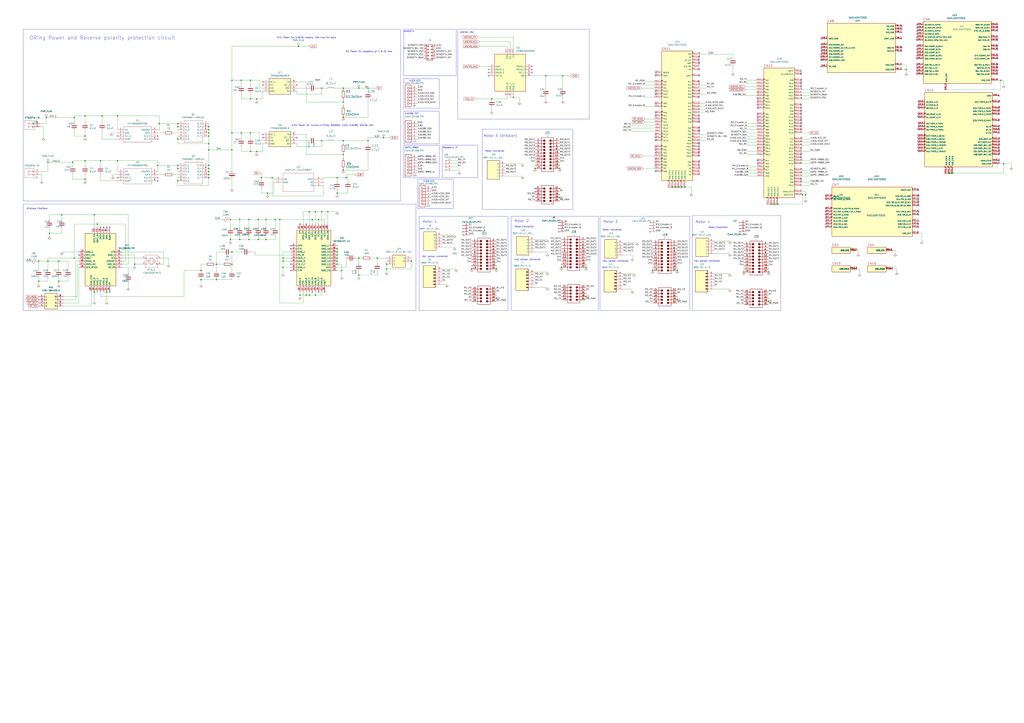
<source format=kicad_sch>
(kicad_sch (version 20231120) (generator "eeschema") (generator_version "8.0")
  (paper "A1")
  (title_block (title "Mainboard") (date "2024-10-17") (rev "0.1") (company "MDU"))
  (lib_symbols
    (symbol "61301021821:6130XX21821_61301021821"
      (property "Reference" "J" (at -7.62 0.762 0))
      (symbol "6130XX21821_61301021821_1_0"
        (pin passive line (at -5.08 -5.08 90) (length 2.54) (name "1") (number "1"))
        (pin passive line (at 5.08 5.08 270) (length 2.54) (name "10") (number "10"))
        (pin passive line (at -5.08 5.08 270) (length 2.54) (name "2") (number "2"))
        (pin passive line (at -2.54 -5.08 90) (length 2.54) (name "3") (number "3"))
        (pin passive line (at -2.54 5.08 270) (length 2.54) (name "4") (number "4"))
        (pin passive line (at 0 -5.08 90) (length 2.54) (name "5") (number "5"))
        (pin passive line (at 0 5.08 270) (length 2.54) (name "6") (number "6"))
        (pin passive line (at 2.54 -5.08 90) (length 2.54) (name "7") (number "7"))
        (pin passive line (at 2.54 5.08 270) (length 2.54) (name "8") (number "8"))
        (pin passive line (at 5.08 -5.08 90) (length 2.54) (name "9") (number "9"))
      )
    )
    (symbol "ADP121-AUJZ28R7:ADP121-AUJZ28R7" (pin_names (offset 0.254))
      (property "Reference" "U" (at 20.32 10.16 0))
      (property "Value" "ADP121-AUJZ28R7" (at 20.32 7.62 0))
      (symbol "ADP121-AUJZ28R7_1_1"
        (pin power_in line (at 0 0 0) (length 7.62) (name "VIN") (number "1"))
        (pin power_out line (at 0 -2.54 0) (length 7.62) (name "GND") (number "2"))
        (pin input line (at 40.64 -5.08 180) (length 7.62) (name "EN") (number "3"))
        (pin no_connect line (at 40.64 -2.54 180) (length 7.62) (name "NC") (number "4"))
        (pin output line (at 40.64 0 180) (length 7.62) (name "VOUT") (number "5"))
      )
    )
    (symbol "Altium_WRIS-RSKS (rev23a):560112120004"
      (property "Reference" "R" (at 2.54 -3.556 0))
      (symbol "560112120004_1_0"
        (pin passive line (at 0 0 0) (length 2.54) (name "1") (number "1"))
        (pin passive line (at 10.16 0 180) (length 2.54) (name "2") (number "2"))
      )
    )
    (symbol "Altium_WRIS-RSKS (rev23a):560112120013"
      (property "Reference" "R" (at 2.54 -3.556 0))
      (symbol "560112120013_1_0"
        (pin passive line (at 0 0 0) (length 2.54) (name "1") (number "1"))
        (pin passive line (at 10.16 0 180) (length 2.54) (name "2") (number "2"))
      )
    )
    (symbol "B-G431B-ESC1:B-G431B-ESC_Adapter_Pinout"
      (property "Reference" "P2" (at -0.508 -5.588 0))
      (symbol "B-G431B-ESC_Adapter_Pinout_1_0"
        (pin passive line (at -10.16 25.4 0) (length 5.08) (name "1") (number "1"))
        (pin passive line (at 10.16 15.24 180) (length 5.08) (name "10") (number "10"))
        (pin passive line (at -10.16 12.7 0) (length 5.08) (name "11") (number "11"))
        (pin passive line (at 10.16 12.7 180) (length 5.08) (name "12") (number "12"))
        (pin passive line (at -10.16 10.16 0) (length 5.08) (name "13") (number "13"))
        (pin passive line (at 10.16 10.16 180) (length 5.08) (name "14") (number "14"))
        (pin passive line (at -10.16 7.62 0) (length 5.08) (name "15") (number "15"))
        (pin passive line (at 10.16 7.62 180) (length 5.08) (name "16") (number "16"))
        (pin passive line (at -10.16 5.08 0) (length 5.08) (name "17") (number "17"))
        (pin passive line (at 10.16 5.08 180) (length 5.08) (name "18") (number "18"))
        (pin passive line (at -10.16 2.54 0) (length 5.08) (name "19") (number "19"))
        (pin passive line (at 10.16 25.4 180) (length 5.08) (name "2") (number "2"))
        (pin passive line (at 10.16 2.54 180) (length 5.08) (name "20") (number "20"))
        (pin passive line (at -10.16 -13.97 0) (length 5.08) (name "21") (number "21"))
        (pin passive line (at 10.16 -13.97 180) (length 5.08) (name "22") (number "22"))
        (pin passive line (at -10.16 -16.51 0) (length 5.08) (name "23") (number "23"))
        (pin passive line (at 10.16 -16.51 180) (length 5.08) (name "24") (number "24"))
        (pin passive line (at -10.16 -19.05 0) (length 5.08) (name "25") (number "25"))
        (pin passive line (at 10.16 -19.05 180) (length 5.08) (name "26") (number "26"))
        (pin passive line (at -10.16 -21.59 0) (length 5.08) (name "27") (number "27"))
        (pin passive line (at 10.16 -21.59 180) (length 5.08) (name "28") (number "28"))
        (pin passive line (at -10.16 -24.13 0) (length 5.08) (name "29") (number "29"))
        (pin passive line (at -10.16 22.86 0) (length 5.08) (name "3") (number "3"))
        (pin passive line (at 10.16 -24.13 180) (length 5.08) (name "30") (number "30"))
        (pin passive line (at 10.16 22.86 180) (length 5.08) (name "4") (number "4"))
        (pin passive line (at -10.16 20.32 0) (length 5.08) (name "5") (number "5"))
        (pin passive line (at 10.16 20.32 180) (length 5.08) (name "6") (number "6"))
        (pin passive line (at -10.16 17.78 0) (length 5.08) (name "7") (number "7"))
        (pin passive line (at 10.16 17.78 180) (length 5.08) (name "8") (number "8"))
        (pin passive line (at -10.16 15.24 0) (length 5.08) (name "9") (number "9"))
      )
    )
    (symbol "B5P-VH-LF-SN:B5P-VH_LF__SN_"
      (property "Reference" "J" (at 16.51 7.62 0))
      (property "Value" "B5P-VH_LF__SN_" (at 16.51 5.08 0))
      (symbol "B5P-VH_LF__SN__1_1"
        (pin passive line (at 0 0 0) (length 5.08) (name "1") (number "1"))
        (pin passive line (at 0 -2.54 0) (length 5.08) (name "2") (number "2"))
        (pin passive line (at 0 -5.08 0) (length 5.08) (name "3") (number "3"))
        (pin passive line (at 0 -7.62 0) (length 5.08) (name "4") (number "4"))
        (pin passive line (at 0 -10.16 0) (length 5.08) (name "5") (number "5"))
      )
    )
    (symbol "B6B-PH-K-S:B6B-PH-K-S" (pin_names (offset 1.016))
      (property "Reference" "J" (at -5.58 10.16 0))
      (property "Value" "B6B-PH-K-S" (at -5.08 -10.16 0))
      (symbol "B6B-PH-K-S_0_0"
        (pin passive line (at -10.16 7.62 0) (length 5.08) (name "1") (number "1"))
        (pin passive line (at -10.16 5.08 0) (length 5.08) (name "2") (number "2"))
        (pin passive line (at -10.16 2.54 0) (length 5.08) (name "3") (number "3"))
        (pin passive line (at -10.16 0 0) (length 5.08) (name "4") (number "4"))
        (pin passive line (at -10.16 -2.54 0) (length 5.08) (name "5") (number "5"))
        (pin passive line (at -10.16 -5.08 0) (length 5.08) (name "6") (number "6"))
      )
    )
    (symbol "Connector:Conn_01x04_Pin" (pin_names (offset 1.016) hide)
      (property "Reference" "J" (at 0 5.08 0))
      (property "Value" "Conn_01x04_Pin" (at 0 -7.62 0))
      (symbol "Conn_01x04_Pin_1_1"
        (pin passive line (at 5.08 2.54 180) (length 3.81) (name "Pin_1") (number "1"))
        (pin passive line (at 5.08 0 180) (length 3.81) (name "Pin_2") (number "2"))
        (pin passive line (at 5.08 -2.54 180) (length 3.81) (name "Pin_3") (number "3"))
        (pin passive line (at 5.08 -5.08 180) (length 3.81) (name "Pin_4") (number "4"))
      )
    )
    (symbol "Device:C" (pin_numbers hide) (pin_names (offset 0.254))
      (property "Reference" "C" (at 0.635 2.54 0))
      (property "Value" "C" (at 0.635 -2.54 0))
      (symbol "C_1_1"
        (pin passive line (at 0 3.81 270) (length 2.794) (name "~") (number "1"))
        (pin passive line (at 0 -3.81 90) (length 2.794) (name "~") (number "2"))
      )
    )
    (symbol "Device:C_Polarized" (pin_numbers hide) (pin_names (offset 0.254))
      (property "Reference" "C" (at 0.635 2.54 0))
      (property "Value" "C_Polarized" (at 0.635 -2.54 0))
      (symbol "C_Polarized_1_1"
        (pin passive line (at 0 3.81 270) (length 2.794) (name "~") (number "1"))
        (pin passive line (at 0 -3.81 90) (length 2.794) (name "~") (number "2"))
      )
    )
    (symbol "Device:FerriteBead_Small" (pin_numbers hide) (pin_names (offset 0))
      (property "Reference" "FB" (at 1.905 1.27 0))
      (property "Value" "FerriteBead_Small" (at 1.905 -1.27 0))
      (symbol "FerriteBead_Small_1_1"
        (pin passive line (at 0 2.54 270) (length 1.27) (name "~") (number "1"))
        (pin passive line (at 0 -2.54 90) (length 1.27) (name "~") (number "2"))
      )
    )
    (symbol "Device:L" (pin_numbers hide) (pin_names (offset 1.016) hide)
      (property "Reference" "L" (at -1.27 0 90))
      (property "Value" "L" (at 1.905 0 90))
      (symbol "L_1_1"
        (pin passive line (at 0 3.81 270) (length 1.27) (name "1") (number "1"))
        (pin passive line (at 0 -3.81 90) (length 1.27) (name "2") (number "2"))
      )
    )
    (symbol "Device:R" (pin_numbers hide) (pin_names (offset 0))
      (property "Reference" "R" (at 2.032 0 90))
      (property "Value" "R" (at 0 0 90))
      (symbol "R_1_1"
        (pin passive line (at 0 3.81 270) (length 1.27) (name "~") (number "1"))
        (pin passive line (at 0 -3.81 90) (length 1.27) (name "~") (number "2"))
      )
    )
    (symbol "ESB-28V100:EXB-28V100JX"
      (property "Reference" "RN" (at 16.51 7.62 0))
      (property "Value" "EXB-28V100JX" (at 16.51 5.08 0))
      (symbol "EXB-28V100JX_1_1"
        (pin passive line (at 0 0 0) (length 5.08) (name "1") (number "1"))
        (pin passive line (at 0 -2.54 0) (length 5.08) (name "2") (number "2"))
        (pin passive line (at 0 -5.08 0) (length 5.08) (name "3") (number "3"))
        (pin passive line (at 0 -7.62 0) (length 5.08) (name "4") (number "4"))
        (pin passive line (at 20.32 -7.62 180) (length 5.08) (name "5") (number "5"))
        (pin passive line (at 20.32 -5.08 180) (length 5.08) (name "6") (number "6"))
        (pin passive line (at 20.32 -2.54 180) (length 5.08) (name "7") (number "7"))
        (pin passive line (at 20.32 0 180) (length 5.08) (name "8") (number "8"))
      )
    )
    (symbol "FW520WFMT1:FW520WFMT1" (pin_names (offset 0.254))
      (property "Reference" "XTAL2" (at 7.366 -9.652 0))
      (property "Value" "FW520WFMT1" (at 8.128 -12.192 0))
      (symbol "FW520WFMT1_1_1"
        (pin passive line (at 0 0 0) (length 2.54) (name "1") (number "1"))
        (pin passive line (at 0 -5.08 0) (length 2.54) (name "2") (number "2"))
        (pin passive line (at 15.24 -5.08 180) (length 2.54) (name "3") (number "3"))
        (pin passive line (at 15.24 0 180) (length 2.54) (name "4") (number "4"))
      )
    )
    (symbol "LM74500QDDFRQ1:LM74500QDDFRQ1" (pin_names (offset 0.762))
      (property "Reference" "IC" (at 29.21 7.62 0))
      (property "Value" "LM74500QDDFRQ1" (at 29.21 5.08 0))
      (symbol "LM74500QDDFRQ1_0_0"
        (pin passive line (at 0 0 0) (length 5.08) (name "EN") (number "1"))
        (pin passive line (at 0 -2.54 0) (length 5.08) (name "GND") (number "2"))
        (pin passive line (at 0 -5.08 0) (length 5.08) (name "N.C_1") (number "3"))
        (pin passive line (at 0 -7.62 0) (length 5.08) (name "VCAP") (number "4"))
        (pin passive line (at 33.02 0 180) (length 5.08) (name "SOURCE") (number "5"))
        (pin passive line (at 33.02 -2.54 180) (length 5.08) (name "GATE") (number "6"))
        (pin passive line (at 33.02 -5.08 180) (length 5.08) (name "N.C_2") (number "7"))
        (pin passive line (at 33.02 -7.62 180) (length 5.08) (name "N.C_3") (number "8"))
      )
    )
    (symbol "NUCLEOH723ZG:NUCLEOH723ZG" (pin_names (offset 1.016))
      (property "Reference" "U1" (at 0 60.96 0))
      (property "Value" "NUCLEOH723ZG" (at 0 58.42 0))
      (symbol "NUCLEOH723ZG_1_0"
        (text "CN11" (at -12.7 54.102 0) (effects (font (size 1.778 1.778)) (justify left bottom)))
        (pin bidirectional line (at -17.78 -7.62 0) (length 5.08) (name "PC10") (number "CN11_1"))
        (pin no_connect line (at 17.78 -48.26 180) (length 5.08) (name "NC") (number "CN11_10"))
        (pin bidirectional line (at 17.78 0 180) (length 5.08) (name "PF7") (number "CN11_11"))
        (pin bidirectional line (at 17.78 33.02 180) (length 5.08) (name "IOREF") (number "CN11_12"))
        (pin bidirectional line (at -17.78 20.32 0) (length 5.08) (name "PA13") (number "CN11_13"))
        (pin input line (at -17.78 33.02 0) (length 5.08) (name "NRST") (number "CN11_14"))
        (pin bidirectional line (at -17.78 17.78 0) (length 5.08) (name "PA14") (number "CN11_15"))
        (pin power_in line (at 17.78 50.8 180) (length 5.08) (name "3V3") (number "CN11_16"))
        (pin bidirectional line (at -17.78 15.24 0) (length 5.08) (name "PA15") (number "CN11_17"))
        (pin power_in line (at 17.78 48.26 180) (length 5.08) (name "5V") (number "CN11_18"))
        (pin power_in line (at -3.81 -58.42 90) (length 5.08) (name "GND_CN11") (number "CN11_19"))
        (pin bidirectional line (at -17.78 -10.16 0) (length 5.08) (name "PC11") (number "CN11_2"))
        (pin power_in line (at -1.27 -58.42 90) (length 5.08) (name "GND_CN11") (number "CN11_20"))
        (pin bidirectional line (at -17.78 7.62 0) (length 5.08) (name "PB7") (number "CN11_21"))
        (pin power_in line (at 1.27 -58.42 90) (length 5.08) (name "GND_CN11") (number "CN11_22"))
        (pin bidirectional line (at -17.78 -15.24 0) (length 5.08) (name "PC13") (number "CN11_23"))
        (pin power_in line (at 17.78 38.1 180) (length 5.08) (name "VIN") (number "CN11_24"))
        (pin bidirectional line (at -17.78 -17.78 0) (length 5.08) (name "PC14") (number "CN11_25"))
        (pin no_connect line (at 17.78 -43.18 180) (length 5.08) (name "NC") (number "CN11_26"))
        (pin bidirectional line (at -17.78 -20.32 0) (length 5.08) (name "PC15") (number "CN11_27"))
        (pin bidirectional line (at -17.78 27.94 0) (length 5.08) (name "PA0") (number "CN11_28"))
        (pin bidirectional line (at 17.78 -38.1 180) (length 5.08) (name "PH0") (number "CN11_29"))
        (pin bidirectional line (at -17.78 -12.7 0) (length 5.08) (name "PC12") (number "CN11_3"))
        (pin bidirectional line (at -17.78 25.4 0) (length 5.08) (name "PA1") (number "CN11_30"))
        (pin bidirectional line (at 17.78 -40.64 180) (length 5.08) (name "PH1") (number "CN11_31"))
        (pin bidirectional line (at -17.78 22.86 0) (length 5.08) (name "PA4") (number "CN11_32"))
        (pin power_in line (at 17.78 43.18 180) (length 5.08) (name "VBAT") (number "CN11_33"))
        (pin bidirectional line (at -17.78 10.16 0) (length 5.08) (name "PB0") (number "CN11_34"))
        (pin bidirectional line (at -17.78 -2.54 0) (length 5.08) (name "PC2") (number "CN11_35"))
        (pin bidirectional line (at -17.78 0 0) (length 5.08) (name "PC1") (number "CN11_36"))
        (pin bidirectional line (at -17.78 -5.08 0) (length 5.08) (name "PC3") (number "CN11_37"))
        (pin bidirectional line (at -17.78 2.54 0) (length 5.08) (name "PC0") (number "CN11_38"))
        (pin bidirectional line (at -17.78 -35.56 0) (length 5.08) (name "PD4") (number "CN11_39"))
        (pin bidirectional line (at -17.78 -30.48 0) (length 5.08) (name "PD2") (number "CN11_4"))
        (pin bidirectional line (at -17.78 -33.02 0) (length 5.08) (name "PD3") (number "CN11_40"))
        (pin bidirectional line (at -17.78 -38.1 0) (length 5.08) (name "PD5") (number "CN11_41"))
        (pin bidirectional line (at 17.78 -15.24 180) (length 5.08) (name "PG2") (number "CN11_42"))
        (pin bidirectional line (at -17.78 -40.64 0) (length 5.08) (name "PD6") (number "CN11_43"))
        (pin bidirectional line (at 17.78 -17.78 180) (length 5.08) (name "PG3") (number "CN11_44"))
        (pin bidirectional line (at -17.78 -43.18 0) (length 5.08) (name "PD7") (number "CN11_45"))
        (pin bidirectional line (at 17.78 25.4 180) (length 5.08) (name "PE2") (number "CN11_46"))
        (pin bidirectional line (at 17.78 22.86 180) (length 5.08) (name "PE3") (number "CN11_47"))
        (pin bidirectional line (at 17.78 20.32 180) (length 5.08) (name "PE4") (number "CN11_48"))
        (pin power_in line (at -6.35 -58.42 90) (length 5.08) (name "GND_CN11") (number "CN11_49"))
        (pin power_in line (at 17.78 40.64 180) (length 5.08) (name "3V3_VDD") (number "CN11_5"))
        (pin bidirectional line (at 17.78 17.78 180) (length 5.08) (name "PE5") (number "CN11_50"))
        (pin bidirectional line (at 17.78 7.62 180) (length 5.08) (name "PF1") (number "CN11_51"))
        (pin bidirectional line (at 17.78 5.08 180) (length 5.08) (name "PF2") (number "CN11_52"))
        (pin bidirectional line (at 17.78 10.16 180) (length 5.08) (name "PF0") (number "CN11_53"))
        (pin bidirectional line (at 17.78 -2.54 180) (length 5.08) (name "PF8") (number "CN11_54"))
        (pin bidirectional line (at -17.78 -27.94 0) (length 5.08) (name "PD1") (number "CN11_55"))
        (pin bidirectional line (at 17.78 -5.08 180) (length 5.08) (name "PF9") (number "CN11_56"))
        (pin bidirectional line (at -17.78 -25.4 0) (length 5.08) (name "PD0") (number "CN11_57"))
        (pin bidirectional line (at 17.78 -12.7 180) (length 5.08) (name "PG1") (number "CN11_58"))
        (pin bidirectional line (at 17.78 -10.16 180) (length 5.08) (name "PG0") (number "CN11_59"))
        (pin power_in line (at 17.78 45.72 180) (length 5.08) (name "5V_EXT") (number "CN11_6"))
        (pin power_in line (at 3.81 -58.42 90) (length 5.08) (name "GND_CN11") (number "CN11_60"))
        (pin bidirectional line (at 17.78 27.94 180) (length 5.08) (name "PE1") (number "CN11_61"))
        (pin bidirectional line (at 17.78 15.24 180) (length 5.08) (name "PE6") (number "CN11_62"))
        (pin bidirectional line (at 17.78 -20.32 180) (length 5.08) (name "PG9") (number "CN11_63"))
        (pin bidirectional line (at 17.78 -33.02 180) (length 5.08) (name "PG15") (number "CN11_64"))
        (pin bidirectional line (at 17.78 -27.94 180) (length 5.08) (name "PG12") (number "CN11_65"))
        (pin bidirectional line (at 17.78 -22.86 180) (length 5.08) (name "PG10") (number "CN11_66"))
        (pin no_connect line (at 17.78 -45.72 180) (length 5.08) (name "NC") (number "CN11_67"))
        (pin bidirectional line (at 17.78 -30.48 180) (length 5.08) (name "PG13") (number "CN11_68"))
        (pin bidirectional line (at -17.78 -45.72 0) (length 5.08) (name "PD9") (number "CN11_69"))
        (pin input line (at -17.78 35.56 0) (length 5.08) (name "BOOT0") (number "CN11_7"))
        (pin bidirectional line (at 17.78 -25.4 180) (length 5.08) (name "PG11") (number "CN11_70"))
        (pin power_in line (at 6.35 -58.42 90) (length 5.08) (name "GND_CN11") (number "CN11_8"))
        (pin bidirectional line (at 17.78 2.54 180) (length 5.08) (name "PF6") (number "CN11_9"))
      )
      (symbol "NUCLEOH723ZG_2_0"
        (text "CN12" (at -12.7 54.102 0) (effects (font (size 1.778 1.778)) (justify left bottom)))
        (pin bidirectional line (at -17.78 -35.56 0) (length 5.08) (name "PC9") (number "CN12_1"))
        (pin bidirectional line (at 17.78 43.18 180) (length 5.08) (name "PD8") (number "CN12_10"))
        (pin bidirectional line (at -17.78 38.1 0) (length 5.08) (name "PA5") (number "CN12_11"))
        (pin bidirectional line (at -17.78 20.32 0) (length 5.08) (name "PA12") (number "CN12_12"))
        (pin bidirectional line (at -17.78 35.56 0) (length 5.08) (name "PA6") (number "CN12_13"))
        (pin bidirectional line (at -17.78 22.86 0) (length 5.08) (name "PA11") (number "CN12_14"))
        (pin bidirectional line (at -17.78 33.02 0) (length 5.08) (name "PA7") (number "CN12_15"))
        (pin bidirectional line (at -17.78 -10.16 0) (length 5.08) (name "PB12") (number "CN12_16"))
        (pin bidirectional line (at -17.78 2.54 0) (length 5.08) (name "PB6") (number "CN12_17"))
        (pin bidirectional line (at -17.78 -7.62 0) (length 5.08) (name "PB11") (number "CN12_18"))
        (pin bidirectional line (at -17.78 -30.48 0) (length 5.08) (name "PC7") (number "CN12_19"))
        (pin bidirectional line (at -17.78 -33.02 0) (length 5.08) (name "PC8") (number "CN12_2"))
        (pin power_in line (at -8.89 -58.42 90) (length 5.08) (name "GND_CN12") (number "CN12_20"))
        (pin bidirectional line (at -17.78 27.94 0) (length 5.08) (name "PA9") (number "CN12_21"))
        (pin bidirectional line (at -17.78 12.7 0) (length 5.08) (name "PB2") (number "CN12_22"))
        (pin bidirectional line (at -17.78 30.48 0) (length 5.08) (name "PA8") (number "CN12_23"))
        (pin bidirectional line (at -17.78 15.24 0) (length 5.08) (name "PB1") (number "CN12_24"))
        (pin bidirectional line (at -17.78 -5.08 0) (length 5.08) (name "PB10") (number "CN12_25"))
        (pin bidirectional line (at -17.78 -17.78 0) (length 5.08) (name "PB15") (number "CN12_26"))
        (pin bidirectional line (at -17.78 7.62 0) (length 5.08) (name "PB4") (number "CN12_27"))
        (pin bidirectional line (at -17.78 -15.24 0) (length 5.08) (name "PB14") (number "CN12_28"))
        (pin bidirectional line (at -17.78 5.08 0) (length 5.08) (name "PB5") (number "CN12_29"))
        (pin bidirectional line (at -17.78 0 0) (length 5.08) (name "PB8") (number "CN12_3"))
        (pin bidirectional line (at -17.78 -12.7 0) (length 5.08) (name "PB13") (number "CN12_30"))
        (pin bidirectional line (at -17.78 10.16 0) (length 5.08) (name "PB3") (number "CN12_31"))
        (pin power_in line (at 17.78 -48.26 180) (length 5.08) (name "AGND_CN12") (number "CN12_32"))
        (pin bidirectional line (at -17.78 25.4 0) (length 5.08) (name "PA10") (number "CN12_33"))
        (pin bidirectional line (at -17.78 -22.86 0) (length 5.08) (name "PC4") (number "CN12_34"))
        (pin bidirectional line (at -17.78 43.18 0) (length 5.08) (name "PA2") (number "CN12_35"))
        (pin bidirectional line (at 17.78 -10.16 180) (length 5.08) (name "PF5") (number "CN12_36"))
        (pin bidirectional line (at -17.78 40.64 0) (length 5.08) (name "PA3") (number "CN12_37"))
        (pin bidirectional line (at 17.78 -7.62 180) (length 5.08) (name "PF4") (number "CN12_38"))
        (pin power_in line (at -6.35 -58.42 90) (length 5.08) (name "GND_CN12") (number "CN12_39"))
        (pin bidirectional line (at -17.78 -27.94 0) (length 5.08) (name "PC6") (number "CN12_4"))
        (pin bidirectional line (at 17.78 17.78 180) (length 5.08) (name "PE8") (number "CN12_40"))
        (pin bidirectional line (at 17.78 33.02 180) (length 5.08) (name "PD13") (number "CN12_41"))
        (pin bidirectional line (at 17.78 -12.7 180) (length 5.08) (name "PF10") (number "CN12_42"))
        (pin bidirectional line (at 17.78 35.56 180) (length 5.08) (name "PD12") (number "CN12_43"))
        (pin bidirectional line (at 17.78 20.32 180) (length 5.08) (name "PE7") (number "CN12_44"))
        (pin bidirectional line (at 17.78 38.1 180) (length 5.08) (name "PD11") (number "CN12_45"))
        (pin bidirectional line (at 17.78 30.48 180) (length 5.08) (name "PD14") (number "CN12_46"))
        (pin bidirectional line (at 17.78 12.7 180) (length 5.08) (name "PE10") (number "CN12_47"))
        (pin bidirectional line (at 17.78 27.94 180) (length 5.08) (name "PD15") (number "CN12_48"))
        (pin bidirectional line (at 17.78 7.62 180) (length 5.08) (name "PE12") (number "CN12_49"))
        (pin bidirectional line (at -17.78 -2.54 0) (length 5.08) (name "PB9") (number "CN12_5"))
        (pin bidirectional line (at 17.78 -22.86 180) (length 5.08) (name "PF14") (number "CN12_50"))
        (pin bidirectional line (at 17.78 2.54 180) (length 5.08) (name "PE14") (number "CN12_51"))
        (pin bidirectional line (at 17.78 15.24 180) (length 5.08) (name "PE9") (number "CN12_52"))
        (pin bidirectional line (at 17.78 0 180) (length 5.08) (name "PE15") (number "CN12_53"))
        (pin power_in line (at -3.81 -58.42 90) (length 5.08) (name "GND_CN12") (number "CN12_54"))
        (pin bidirectional line (at 17.78 5.08 180) (length 5.08) (name "PE13") (number "CN12_55"))
        (pin bidirectional line (at 17.78 10.16 180) (length 5.08) (name "PE11") (number "CN12_56"))
        (pin bidirectional line (at 17.78 -20.32 180) (length 5.08) (name "PF13") (number "CN12_57"))
        (pin bidirectional line (at 17.78 -5.08 180) (length 5.08) (name "PF3") (number "CN12_58"))
        (pin bidirectional line (at 17.78 -17.78 180) (length 5.08) (name "PF12") (number "CN12_59"))
        (pin bidirectional line (at -17.78 -25.4 0) (length 5.08) (name "PC5") (number "CN12_6"))
        (pin bidirectional line (at 17.78 -25.4 180) (length 5.08) (name "PF15") (number "CN12_60"))
        (pin bidirectional line (at 17.78 -43.18 180) (length 5.08) (name "PG14") (number "CN12_61"))
        (pin bidirectional line (at 17.78 -15.24 180) (length 5.08) (name "PF11") (number "CN12_62"))
        (pin power_in line (at -1.27 -58.42 90) (length 5.08) (name "GND_CN12") (number "CN12_63"))
        (pin bidirectional line (at 17.78 22.86 180) (length 5.08) (name "PE0") (number "CN12_64"))
        (pin bidirectional line (at 17.78 40.64 180) (length 5.08) (name "PD10") (number "CN12_65"))
        (pin bidirectional line (at 17.78 -40.64 180) (length 5.08) (name "PG8") (number "CN12_66"))
        (pin bidirectional line (at 17.78 -38.1 180) (length 5.08) (name "PG7") (number "CN12_67"))
        (pin bidirectional line (at 17.78 -33.02 180) (length 5.08) (name "PG5") (number "CN12_68"))
        (pin bidirectional line (at 17.78 -30.48 180) (length 5.08) (name "PG4") (number "CN12_69"))
        (pin power_in line (at 17.78 50.8 180) (length 5.08) (name "VREFP") (number "CN12_7"))
        (pin bidirectional line (at 17.78 -35.56 180) (length 5.08) (name "PG6") (number "CN12_70"))
        (pin power_in line (at 17.78 48.26 180) (length 5.08) (name "5V_USB_STLK") (number "CN12_8"))
        (pin power_in line (at 17.78 -50.8 180) (length 5.08) (name "GND_CN12") (number "CN12_9"))
      )
      (symbol "NUCLEOH723ZG_3_0"
        (text "CN8" (at -27.94 21.082 0) (effects (font (size 1.778 1.778)) (justify left bottom)))
        (pin no_connect line (at -33.02 -15.24 0) (length 5.08) (name "NC_CN8") (number "CN8_1"))
        (pin bidirectional line (at -33.02 -7.62 0) (length 5.08) (name "D47/SDMMC_CK") (number "CN8_10"))
        (pin power_in line (at 33.02 -13.97 180) (length 5.08) (name "GND_CN8") (number "CN8_11"))
        (pin bidirectional line (at -33.02 -10.16 0) (length 5.08) (name "D48/SDMMC_CMD") (number "CN8_12"))
        (pin power_in line (at 33.02 -17.78 180) (length 5.08) (name "GND_CN8") (number "CN8_13"))
        (pin bidirectional line (at 33.02 -2.54 180) (length 5.08) (name "D49/IO") (number "CN8_14"))
        (pin power_in line (at 33.02 17.78 180) (length 5.08) (name "VIN_CN8") (number "CN8_15"))
        (pin bidirectional line (at 33.02 0 180) (length 5.08) (name "D50/IO") (number "CN8_16"))
        (pin bidirectional line (at -33.02 2.54 0) (length 5.08) (name "D43/SDMMC_D0") (number "CN8_2"))
        (pin bidirectional line (at 33.02 7.62 180) (length 5.08) (name "IOREF_CN8") (number "CN8_3"))
        (pin bidirectional line (at -33.02 0 0) (length 5.08) (name "D44/SDMMC_D1/I2S_A_CKIN") (number "CN8_4"))
        (pin input line (at -33.02 7.62 0) (length 5.08) (name "NRST_CN8") (number "CN8_5"))
        (pin bidirectional line (at -33.02 -2.54 0) (length 5.08) (name "D45/SDMMC_D2") (number "CN8_6"))
        (pin power_in line (at 33.02 12.7 180) (length 5.08) (name "3V3_CN8") (number "CN8_7"))
        (pin bidirectional line (at -33.02 -5.08 0) (length 5.08) (name "D46/SDMMC_D3") (number "CN8_8"))
        (pin power_in line (at 33.02 15.24 180) (length 5.08) (name "5V_CN8") (number "CN8_9"))
      )
      (symbol "NUCLEOH723ZG_4_0"
        (text "CN9" (at -27.94 26.162 0) (effects (font (size 1.778 1.778)) (justify left bottom)))
        (pin input line (at -33.02 22.86 0) (length 5.08) (name "A0/ADC12_INP15") (number "CN9_1"))
        (pin bidirectional line (at -33.02 -5.08 0) (length 5.08) (name "D55/USART_B_CTS") (number "CN9_10"))
        (pin input line (at -33.02 10.16 0) (length 5.08) (name "A5/ADC3_INP6/I2C1_SCL") (number "CN9_11"))
        (pin power_in line (at -8.89 -30.48 90) (length 5.08) (name "GND_CN9") (number "CN9_12"))
        (pin bidirectional line (at 33.02 -5.08 180) (length 5.08) (name "D72/COMP1_INP") (number "CN9_13"))
        (pin bidirectional line (at -33.02 -10.16 0) (length 5.08) (name "D56/SAI_A_MCLK") (number "CN9_14"))
        (pin bidirectional line (at 33.02 -2.54 180) (length 5.08) (name "D71/COMP2_INP") (number "CN9_15"))
        (pin bidirectional line (at -33.02 -12.7 0) (length 5.08) (name "D57/SAI_A_FS") (number "CN9_16"))
        (pin bidirectional line (at 33.02 17.78 180) (length 5.08) (name "D70/I2C_B_SMBA") (number "CN9_17"))
        (pin bidirectional line (at -33.02 -15.24 0) (length 5.08) (name "D58/SAI_A_SCK") (number "CN9_18"))
        (pin bidirectional line (at 33.02 20.32 180) (length 5.08) (name "D69/I2C_B_SCL") (number "CN9_19"))
        (pin bidirectional line (at -33.02 5.08 0) (length 5.08) (name "D51/USART_B_SCLK") (number "CN9_2"))
        (pin bidirectional line (at -33.02 -17.78 0) (length 5.08) (name "D59/SAI_A_SD") (number "CN9_20"))
        (pin bidirectional line (at 33.02 22.86 180) (length 5.08) (name "D68/I2C_B_SDA") (number "CN9_21"))
        (pin bidirectional line (at 33.02 -17.78 180) (length 5.08) (name "D60/SAI_B_SD") (number "CN9_22"))
        (pin power_in line (at 33.02 -22.86 180) (length 5.08) (name "GND_CN9") (number "CN9_23"))
        (pin bidirectional line (at 33.02 -15.24 180) (length 5.08) (name "D61/SAI_B_SCK") (number "CN9_24"))
        (pin input line (at 33.02 10.16 180) (length 5.08) (name "D67/CAN_RX") (number "CN9_25"))
        (pin bidirectional line (at 33.02 -10.16 180) (length 5.08) (name "D62/SAI_B_MCLK") (number "CN9_26"))
        (pin output line (at 33.02 12.7 180) (length 5.08) (name "D66/CAN_TX") (number "CN9_27"))
        (pin bidirectional line (at 33.02 -12.7 180) (length 5.08) (name "D63/SAI_B_FS") (number "CN9_28"))
        (pin bidirectional line (at 33.02 2.54 180) (length 5.08) (name "D65/IO") (number "CN9_29"))
        (pin input line (at -33.02 20.32 0) (length 5.08) (name "A1/ADC123_INP10") (number "CN9_3"))
        (pin bidirectional line (at 33.02 5.08 180) (length 5.08) (name "D64/IO") (number "CN9_30"))
        (pin bidirectional line (at -33.02 2.54 0) (length 5.08) (name "D52/USART_B_RX") (number "CN9_4"))
        (pin input line (at -33.02 17.78 0) (length 5.08) (name "A2/ADC12_INP13") (number "CN9_5"))
        (pin bidirectional line (at -33.02 0 0) (length 5.08) (name "D53/USART_B_TX") (number "CN9_6"))
        (pin input line (at -33.02 15.24 0) (length 5.08) (name "A3/ADC12_INP5") (number "CN9_7"))
        (pin bidirectional line (at -33.02 -2.54 0) (length 5.08) (name "D54/USART_B_RTS") (number "CN9_8"))
        (pin input line (at -33.02 12.7 0) (length 5.08) (name "A4/ADC123_INP12/I2C1_SDA") (number "CN9_9"))
      )
      (symbol "NUCLEOH723ZG_5_0"
        (text "CN7" (at -33.02 21.082 0) (effects (font (size 1.778 1.778)) (justify left bottom)))
        (pin bidirectional line (at -38.1 -12.7 0) (length 5.08) (name "D16/I2S_A_MCK") (number "CN7_1"))
        (pin bidirectional line (at -38.1 -5.08 0) (length 5.08) (name "D13/SPI_A_SCK") (number "CN7_10"))
        (pin bidirectional line (at 38.1 0 180) (length 5.08) (name "D21/I2S_B_MCK") (number "CN7_11"))
        (pin bidirectional line (at -38.1 -2.54 0) (length 5.08) (name "D12/SPI_A_MISO") (number "CN7_12"))
        (pin bidirectional line (at 38.1 5.08 180) (length 5.08) (name "D22/I2S_B_SD/SPI_B_MOSI") (number "CN7_13"))
        (pin bidirectional line (at -38.1 0 0) (length 5.08) (name "D11/SPI_A_MOSI/TIM_E_PWM1") (number "CN7_14"))
        (pin bidirectional line (at 38.1 7.62 180) (length 5.08) (name "D23/I2S_B_CK/SPI_B_SCK") (number "CN7_15"))
        (pin bidirectional line (at -38.1 2.54 0) (length 5.08) (name "D10/SPI_A_CS/TIM_B_PWM3") (number "CN7_16"))
        (pin bidirectional line (at 38.1 10.16 180) (length 5.08) (name "D24/SPI_B_NSS") (number "CN7_17"))
        (pin bidirectional line (at -38.1 10.16 0) (length 5.08) (name "D9/TIMER_B_PWM2") (number "CN7_18"))
        (pin bidirectional line (at 38.1 12.7 180) (length 5.08) (name "D25/SPI_B_MISO") (number "CN7_19"))
        (pin bidirectional line (at -38.1 -10.16 0) (length 5.08) (name "D15/I2C_A_SCL") (number "CN7_2"))
        (pin bidirectional line (at -38.1 12.7 0) (length 5.08) (name "D8/IO") (number "CN7_20"))
        (pin bidirectional line (at 38.1 -12.7 180) (length 5.08) (name "D17/I2S_A_SD") (number "CN7_3"))
        (pin bidirectional line (at -38.1 -7.62 0) (length 5.08) (name "D14/I2C_A_SDA") (number "CN7_4"))
        (pin bidirectional line (at 38.1 -10.16 180) (length 5.08) (name "D18/I2S_A_CK") (number "CN7_5"))
        (pin power_in line (at 38.1 17.78 180) (length 5.08) (name "VREFP_CN7") (number "CN7_6"))
        (pin bidirectional line (at 38.1 -7.62 180) (length 5.08) (name "D19/I2S_A_WS") (number "CN7_7"))
        (pin power_in line (at 38.1 -17.78 180) (length 5.08) (name "GND_CN7") (number "CN7_8"))
        (pin bidirectional line (at 38.1 -2.54 180) (length 5.08) (name "D20/I2S_B_WS") (number "CN7_9"))
      )
      (symbol "NUCLEOH723ZG_6_0"
        (text "CN10" (at -27.94 31.242 0) (effects (font (size 1.778 1.778)) (justify left bottom)))
        (pin power_in line (at 33.02 27.94 180) (length 5.08) (name "AVDD") (number "CN10_1"))
        (pin bidirectional line (at -33.02 0 0) (length 5.08) (name "D3/TIMER_A_PWM3") (number "CN10_10"))
        (pin input line (at -33.02 17.78 0) (length 5.08) (name "A8/ADC_C_IN") (number "CN10_11"))
        (pin bidirectional line (at 33.02 2.54 180) (length 5.08) (name "D2/IO") (number "CN10_12"))
        (pin bidirectional line (at 33.02 -7.62 180) (length 5.08) (name "D26/QSPI_CS") (number "CN10_13"))
        (pin output line (at -33.02 10.16 0) (length 5.08) (name "D1/USART_A_TX") (number "CN10_14"))
        (pin bidirectional line (at 33.02 -10.16 180) (length 5.08) (name "D27/QSPI_CLK") (number "CN10_15"))
        (pin input line (at -33.02 12.7 0) (length 5.08) (name "D0/USART_A_RX") (number "CN10_16"))
        (pin power_in line (at -10.16 -35.56 90) (length 5.08) (name "GND_CN10") (number "CN10_17"))
        (pin bidirectional line (at -33.02 -17.78 0) (length 5.08) (name "D42/TIMER_A_PWM1N") (number "CN10_18"))
        (pin bidirectional line (at 33.02 -20.32 180) (length 5.08) (name "D28/QSPI_BK1_IO3") (number "CN10_19"))
        (pin bidirectional line (at 33.02 -2.54 180) (length 5.08) (name "D7/IO") (number "CN10_2"))
        (pin bidirectional line (at -33.02 -15.24 0) (length 5.08) (name "D41/TIMER_A_ETR") (number "CN10_20"))
        (pin bidirectional line (at 33.02 -15.24 180) (length 5.08) (name "D29/QSPI_BK1_IO1") (number "CN10_21"))
        (pin power_in line (at -7.62 -35.56 90) (length 5.08) (name "GND_CN10") (number "CN10_22"))
        (pin bidirectional line (at 33.02 -12.7 180) (length 5.08) (name "D30/QSPI_BK1_IO0") (number "CN10_23"))
        (pin bidirectional line (at -33.02 -12.7 0) (length 5.08) (name "D40/TIMER_A_PWM2N") (number "CN10_24"))
        (pin bidirectional line (at 33.02 -17.78 180) (length 5.08) (name "D31/QSPI_BK1_IO2") (number "CN10_25"))
        (pin bidirectional line (at -33.02 -10.16 0) (length 5.08) (name "D39/TIMER_A_PWM3N") (number "CN10_26"))
        (pin power_in line (at -5.08 -35.56 90) (length 5.08) (name "GND_CN10") (number "CN10_27"))
        (pin bidirectional line (at -33.02 -7.62 0) (length 5.08) (name "D38/TIMER_A_BKIN2") (number "CN10_28"))
        (pin bidirectional line (at 33.02 17.78 180) (length 5.08) (name "D32/TIMER_C_PWM1") (number "CN10_29"))
        (pin power_in line (at 33.02 -25.4 180) (length 5.08) (name "AGND_CN10") (number "CN10_3"))
        (pin bidirectional line (at -33.02 -5.08 0) (length 5.08) (name "D37/TIMER_A_BKIN1") (number "CN10_30"))
        (pin bidirectional line (at 33.02 7.62 180) (length 5.08) (name "D33/TIMER_D_PWM1") (number "CN10_31"))
        (pin bidirectional line (at 33.02 15.24 180) (length 5.08) (name "D36/TIMER_C_PWM2") (number "CN10_32"))
        (pin bidirectional line (at 33.02 22.86 180) (length 5.08) (name "D34/TIMER_B_ETR") (number "CN10_33"))
        (pin bidirectional line (at 33.02 12.7 180) (length 5.08) (name "D35/TIMER_C_PWM3") (number "CN10_34"))
        (pin bidirectional line (at -33.02 5.08 0) (length 5.08) (name "D6/TIMER_A_PWM1") (number "CN10_4"))
        (pin power_in line (at 33.02 -27.94 180) (length 5.08) (name "GND_CN10") (number "CN10_5"))
        (pin bidirectional line (at -33.02 2.54 0) (length 5.08) (name "D5/TIMER_A_PWM2") (number "CN10_6"))
        (pin input line (at -33.02 22.86 0) (length 5.08) (name "A6/ADC_A_IN") (number "CN10_7"))
        (pin bidirectional line (at 33.02 0 180) (length 5.08) (name "D4/IO") (number "CN10_8"))
        (pin input line (at -33.02 20.32 0) (length 5.08) (name "A7/ADC_B_IN") (number "CN10_9"))
      )
      (symbol "NUCLEOH723ZG_7_0"
        (text "CN3" (at -7.62 3.302 0) (effects (font (size 1.778 1.778)) (justify left bottom)))
        (pin power_in line (at 12.7 0 180) (length 5.08) (name "GND_CN3") (number "CN3_1"))
        (pin power_in line (at 12.7 0 180) (length 5.08) (name "GND_CN3") (number "CN3_2"))
      )
      (symbol "NUCLEOH723ZG_8_0"
        (text "CN4" (at -7.62 3.302 0) (effects (font (size 1.778 1.778)) (justify left bottom)))
        (pin power_in line (at 12.7 0 180) (length 5.08) (name "GND_CN4") (number "CN4_1"))
        (pin power_in line (at 12.7 0 180) (length 5.08) (name "GND_CN4") (number "CN4_2"))
      )
      (symbol "NUCLEOH723ZG_9_0"
        (text "CN15" (at -7.62 3.302 0) (effects (font (size 1.778 1.778)) (justify left bottom)))
        (pin power_in line (at 12.7 0 180) (length 5.08) (name "GND_CN15") (number "CN15_1"))
        (pin power_in line (at 12.7 0 180) (length 5.08) (name "GND_CN15") (number "CN15_2"))
      )
      (symbol "NUCLEOH723ZG_10_0"
        (text "CN16" (at -7.62 3.302 0) (effects (font (size 1.778 1.778)) (justify left bottom)))
        (pin power_in line (at 12.7 0 180) (length 5.08) (name "GND_CN16") (number "CN16_1"))
        (pin power_in line (at 12.7 0 180) (length 5.08) (name "GND_CN16") (number "CN16_2"))
      )
    )
    (symbol "NUCLEOH723ZG_1" (pin_names (offset 1.016))
      (property "Reference" "U1" (at 0 60.96 0))
      (property "Value" "NUCLEOH723ZG" (at 0 58.42 0))
      (symbol "NUCLEOH723ZG_1_1_0"
        (text "CN11" (at -12.7 54.102 0) (effects (font (size 1.778 1.778)) (justify left bottom)))
        (pin bidirectional line (at -17.78 -7.62 0) (length 5.08) (name "PC10") (number "CN11_1"))
        (pin no_connect line (at 17.78 -48.26 180) (length 5.08) (name "NC") (number "CN11_10"))
        (pin bidirectional line (at 17.78 0 180) (length 5.08) (name "PF7") (number "CN11_11"))
        (pin bidirectional line (at 17.78 33.02 180) (length 5.08) (name "IOREF") (number "CN11_12"))
        (pin bidirectional line (at -17.78 20.32 0) (length 5.08) (name "PA13") (number "CN11_13"))
        (pin input line (at -17.78 33.02 0) (length 5.08) (name "NRST") (number "CN11_14"))
        (pin bidirectional line (at -17.78 17.78 0) (length 5.08) (name "PA14") (number "CN11_15"))
        (pin power_in line (at 17.78 50.8 180) (length 5.08) (name "3V3") (number "CN11_16"))
        (pin bidirectional line (at -17.78 15.24 0) (length 5.08) (name "PA15") (number "CN11_17"))
        (pin power_in line (at 17.78 48.26 180) (length 5.08) (name "5V") (number "CN11_18"))
        (pin power_in line (at -3.81 -58.42 90) (length 5.08) (name "GND_CN11") (number "CN11_19"))
        (pin bidirectional line (at -17.78 -10.16 0) (length 5.08) (name "PC11") (number "CN11_2"))
        (pin power_in line (at -1.27 -58.42 90) (length 5.08) (name "GND_CN11") (number "CN11_20"))
        (pin bidirectional line (at -17.78 7.62 0) (length 5.08) (name "PB7") (number "CN11_21"))
        (pin power_in line (at 1.27 -58.42 90) (length 5.08) (name "GND_CN11") (number "CN11_22"))
        (pin bidirectional line (at -17.78 -15.24 0) (length 5.08) (name "PC13") (number "CN11_23"))
        (pin power_in line (at 17.78 38.1 180) (length 5.08) (name "VIN") (number "CN11_24"))
        (pin bidirectional line (at -17.78 -17.78 0) (length 5.08) (name "PC14") (number "CN11_25"))
        (pin no_connect line (at 17.78 -43.18 180) (length 5.08) (name "NC") (number "CN11_26"))
        (pin bidirectional line (at -17.78 -20.32 0) (length 5.08) (name "PC15") (number "CN11_27"))
        (pin bidirectional line (at -17.78 27.94 0) (length 5.08) (name "PA0") (number "CN11_28"))
        (pin bidirectional line (at 17.78 -38.1 180) (length 5.08) (name "PH0") (number "CN11_29"))
        (pin bidirectional line (at -17.78 -12.7 0) (length 5.08) (name "PC12") (number "CN11_3"))
        (pin bidirectional line (at -17.78 25.4 0) (length 5.08) (name "PA1") (number "CN11_30"))
        (pin bidirectional line (at 17.78 -40.64 180) (length 5.08) (name "PH1") (number "CN11_31"))
        (pin bidirectional line (at -17.78 22.86 0) (length 5.08) (name "PA4") (number "CN11_32"))
        (pin power_in line (at 17.78 43.18 180) (length 5.08) (name "VBAT") (number "CN11_33"))
        (pin bidirectional line (at -17.78 10.16 0) (length 5.08) (name "PB0") (number "CN11_34"))
        (pin bidirectional line (at -17.78 -2.54 0) (length 5.08) (name "PC2") (number "CN11_35"))
        (pin bidirectional line (at -17.78 0 0) (length 5.08) (name "PC1") (number "CN11_36"))
        (pin bidirectional line (at -17.78 -5.08 0) (length 5.08) (name "PC3") (number "CN11_37"))
        (pin bidirectional line (at -17.78 2.54 0) (length 5.08) (name "PC0") (number "CN11_38"))
        (pin bidirectional line (at -17.78 -35.56 0) (length 5.08) (name "PD4") (number "CN11_39"))
        (pin bidirectional line (at -17.78 -30.48 0) (length 5.08) (name "PD2") (number "CN11_4"))
        (pin bidirectional line (at -17.78 -33.02 0) (length 5.08) (name "PD3") (number "CN11_40"))
        (pin bidirectional line (at -17.78 -38.1 0) (length 5.08) (name "PD5") (number "CN11_41"))
        (pin bidirectional line (at 17.78 -15.24 180) (length 5.08) (name "PG2") (number "CN11_42"))
        (pin bidirectional line (at -17.78 -40.64 0) (length 5.08) (name "PD6") (number "CN11_43"))
        (pin bidirectional line (at 17.78 -17.78 180) (length 5.08) (name "PG3") (number "CN11_44"))
        (pin bidirectional line (at -17.78 -43.18 0) (length 5.08) (name "PD7") (number "CN11_45"))
        (pin bidirectional line (at 17.78 25.4 180) (length 5.08) (name "PE2") (number "CN11_46"))
        (pin bidirectional line (at 17.78 22.86 180) (length 5.08) (name "PE3") (number "CN11_47"))
        (pin bidirectional line (at 17.78 20.32 180) (length 5.08) (name "PE4") (number "CN11_48"))
        (pin power_in line (at -6.35 -58.42 90) (length 5.08) (name "GND_CN11") (number "CN11_49"))
        (pin power_in line (at 17.78 40.64 180) (length 5.08) (name "3V3_VDD") (number "CN11_5"))
        (pin bidirectional line (at 17.78 17.78 180) (length 5.08) (name "PE5") (number "CN11_50"))
        (pin bidirectional line (at 17.78 7.62 180) (length 5.08) (name "PF1") (number "CN11_51"))
        (pin bidirectional line (at 17.78 5.08 180) (length 5.08) (name "PF2") (number "CN11_52"))
        (pin bidirectional line (at 17.78 10.16 180) (length 5.08) (name "PF0") (number "CN11_53"))
        (pin bidirectional line (at 17.78 -2.54 180) (length 5.08) (name "PF8") (number "CN11_54"))
        (pin bidirectional line (at -17.78 -27.94 0) (length 5.08) (name "PD1") (number "CN11_55"))
        (pin bidirectional line (at 17.78 -5.08 180) (length 5.08) (name "PF9") (number "CN11_56"))
        (pin bidirectional line (at -17.78 -25.4 0) (length 5.08) (name "PD0") (number "CN11_57"))
        (pin bidirectional line (at 17.78 -12.7 180) (length 5.08) (name "PG1") (number "CN11_58"))
        (pin bidirectional line (at 17.78 -10.16 180) (length 5.08) (name "PG0") (number "CN11_59"))
        (pin power_in line (at 17.78 45.72 180) (length 5.08) (name "5V_EXT") (number "CN11_6"))
        (pin power_in line (at 3.81 -58.42 90) (length 5.08) (name "GND_CN11") (number "CN11_60"))
        (pin bidirectional line (at 17.78 27.94 180) (length 5.08) (name "PE1") (number "CN11_61"))
        (pin bidirectional line (at 17.78 15.24 180) (length 5.08) (name "PE6") (number "CN11_62"))
        (pin bidirectional line (at 17.78 -20.32 180) (length 5.08) (name "PG9") (number "CN11_63"))
        (pin bidirectional line (at 17.78 -33.02 180) (length 5.08) (name "PG15") (number "CN11_64"))
        (pin bidirectional line (at 17.78 -27.94 180) (length 5.08) (name "PG12") (number "CN11_65"))
        (pin bidirectional line (at 17.78 -22.86 180) (length 5.08) (name "PG10") (number "CN11_66"))
        (pin no_connect line (at 17.78 -45.72 180) (length 5.08) (name "NC") (number "CN11_67"))
        (pin bidirectional line (at 17.78 -30.48 180) (length 5.08) (name "PG13") (number "CN11_68"))
        (pin bidirectional line (at -17.78 -45.72 0) (length 5.08) (name "PD9") (number "CN11_69"))
        (pin input line (at -17.78 35.56 0) (length 5.08) (name "BOOT0") (number "CN11_7"))
        (pin bidirectional line (at 17.78 -25.4 180) (length 5.08) (name "PG11") (number "CN11_70"))
        (pin power_in line (at 6.35 -58.42 90) (length 5.08) (name "GND_CN11") (number "CN11_8"))
        (pin bidirectional line (at 17.78 2.54 180) (length 5.08) (name "PF6") (number "CN11_9"))
      )
      (symbol "NUCLEOH723ZG_1_2_0"
        (text "CN12" (at -12.7 54.102 0) (effects (font (size 1.778 1.778)) (justify left bottom)))
        (pin bidirectional line (at -17.78 -35.56 0) (length 5.08) (name "PC9") (number "CN12_1"))
        (pin bidirectional line (at 17.78 43.18 180) (length 5.08) (name "PD8") (number "CN12_10"))
        (pin bidirectional line (at -17.78 38.1 0) (length 5.08) (name "PA5") (number "CN12_11"))
        (pin bidirectional line (at -17.78 20.32 0) (length 5.08) (name "PA12") (number "CN12_12"))
        (pin bidirectional line (at -17.78 35.56 0) (length 5.08) (name "PA6") (number "CN12_13"))
        (pin bidirectional line (at -17.78 22.86 0) (length 5.08) (name "PA11") (number "CN12_14"))
        (pin bidirectional line (at -17.78 33.02 0) (length 5.08) (name "PA7") (number "CN12_15"))
        (pin bidirectional line (at -17.78 -10.16 0) (length 5.08) (name "PB12") (number "CN12_16"))
        (pin bidirectional line (at -17.78 2.54 0) (length 5.08) (name "PB6") (number "CN12_17"))
        (pin bidirectional line (at -17.78 -7.62 0) (length 5.08) (name "PB11") (number "CN12_18"))
        (pin bidirectional line (at -17.78 -30.48 0) (length 5.08) (name "PC7") (number "CN12_19"))
        (pin bidirectional line (at -17.78 -33.02 0) (length 5.08) (name "PC8") (number "CN12_2"))
        (pin power_in line (at -8.89 -58.42 90) (length 5.08) (name "GND_CN12") (number "CN12_20"))
        (pin bidirectional line (at -17.78 27.94 0) (length 5.08) (name "PA9") (number "CN12_21"))
        (pin bidirectional line (at -17.78 12.7 0) (length 5.08) (name "PB2") (number "CN12_22"))
        (pin bidirectional line (at -17.78 30.48 0) (length 5.08) (name "PA8") (number "CN12_23"))
        (pin bidirectional line (at -17.78 15.24 0) (length 5.08) (name "PB1") (number "CN12_24"))
        (pin bidirectional line (at -17.78 -5.08 0) (length 5.08) (name "PB10") (number "CN12_25"))
        (pin bidirectional line (at -17.78 -17.78 0) (length 5.08) (name "PB15") (number "CN12_26"))
        (pin bidirectional line (at -17.78 7.62 0) (length 5.08) (name "PB4") (number "CN12_27"))
        (pin bidirectional line (at -17.78 -15.24 0) (length 5.08) (name "PB14") (number "CN12_28"))
        (pin bidirectional line (at -17.78 5.08 0) (length 5.08) (name "PB5") (number "CN12_29"))
        (pin bidirectional line (at -17.78 0 0) (length 5.08) (name "PB8") (number "CN12_3"))
        (pin bidirectional line (at -17.78 -12.7 0) (length 5.08) (name "PB13") (number "CN12_30"))
        (pin bidirectional line (at -17.78 10.16 0) (length 5.08) (name "PB3") (number "CN12_31"))
        (pin power_in line (at 17.78 -48.26 180) (length 5.08) (name "AGND_CN12") (number "CN12_32"))
        (pin bidirectional line (at -17.78 25.4 0) (length 5.08) (name "PA10") (number "CN12_33"))
        (pin bidirectional line (at -17.78 -22.86 0) (length 5.08) (name "PC4") (number "CN12_34"))
        (pin bidirectional line (at -17.78 43.18 0) (length 5.08) (name "PA2") (number "CN12_35"))
        (pin bidirectional line (at 17.78 -10.16 180) (length 5.08) (name "PF5") (number "CN12_36"))
        (pin bidirectional line (at -17.78 40.64 0) (length 5.08) (name "PA3") (number "CN12_37"))
        (pin bidirectional line (at 17.78 -7.62 180) (length 5.08) (name "PF4") (number "CN12_38"))
        (pin power_in line (at -6.35 -58.42 90) (length 5.08) (name "GND_CN12") (number "CN12_39"))
        (pin bidirectional line (at -17.78 -27.94 0) (length 5.08) (name "PC6") (number "CN12_4"))
        (pin bidirectional line (at 17.78 17.78 180) (length 5.08) (name "PE8") (number "CN12_40"))
        (pin bidirectional line (at 17.78 33.02 180) (length 5.08) (name "PD13") (number "CN12_41"))
        (pin bidirectional line (at 17.78 -12.7 180) (length 5.08) (name "PF10") (number "CN12_42"))
        (pin bidirectional line (at 17.78 35.56 180) (length 5.08) (name "PD12") (number "CN12_43"))
        (pin bidirectional line (at 17.78 20.32 180) (length 5.08) (name "PE7") (number "CN12_44"))
        (pin bidirectional line (at 17.78 38.1 180) (length 5.08) (name "PD11") (number "CN12_45"))
        (pin bidirectional line (at 17.78 30.48 180) (length 5.08) (name "PD14") (number "CN12_46"))
        (pin bidirectional line (at 17.78 12.7 180) (length 5.08) (name "PE10") (number "CN12_47"))
        (pin bidirectional line (at 17.78 27.94 180) (length 5.08) (name "PD15") (number "CN12_48"))
        (pin bidirectional line (at 17.78 7.62 180) (length 5.08) (name "PE12") (number "CN12_49"))
        (pin bidirectional line (at -17.78 -2.54 0) (length 5.08) (name "PB9") (number "CN12_5"))
        (pin bidirectional line (at 17.78 -22.86 180) (length 5.08) (name "PF14") (number "CN12_50"))
        (pin bidirectional line (at 17.78 2.54 180) (length 5.08) (name "PE14") (number "CN12_51"))
        (pin bidirectional line (at 17.78 15.24 180) (length 5.08) (name "PE9") (number "CN12_52"))
        (pin bidirectional line (at 17.78 0 180) (length 5.08) (name "PE15") (number "CN12_53"))
        (pin power_in line (at -3.81 -58.42 90) (length 5.08) (name "GND_CN12") (number "CN12_54"))
        (pin bidirectional line (at 17.78 5.08 180) (length 5.08) (name "PE13") (number "CN12_55"))
        (pin bidirectional line (at 17.78 10.16 180) (length 5.08) (name "PE11") (number "CN12_56"))
        (pin bidirectional line (at 17.78 -20.32 180) (length 5.08) (name "PF13") (number "CN12_57"))
        (pin bidirectional line (at 17.78 -5.08 180) (length 5.08) (name "PF3") (number "CN12_58"))
        (pin bidirectional line (at 17.78 -17.78 180) (length 5.08) (name "PF12") (number "CN12_59"))
        (pin bidirectional line (at -17.78 -25.4 0) (length 5.08) (name "PC5") (number "CN12_6"))
        (pin bidirectional line (at 17.78 -25.4 180) (length 5.08) (name "PF15") (number "CN12_60"))
        (pin bidirectional line (at 17.78 -43.18 180) (length 5.08) (name "PG14") (number "CN12_61"))
        (pin bidirectional line (at 17.78 -15.24 180) (length 5.08) (name "PF11") (number "CN12_62"))
        (pin power_in line (at -1.27 -58.42 90) (length 5.08) (name "GND_CN12") (number "CN12_63"))
        (pin bidirectional line (at 17.78 22.86 180) (length 5.08) (name "PE0") (number "CN12_64"))
        (pin bidirectional line (at 17.78 40.64 180) (length 5.08) (name "PD10") (number "CN12_65"))
        (pin bidirectional line (at 17.78 -40.64 180) (length 5.08) (name "PG8") (number "CN12_66"))
        (pin bidirectional line (at 17.78 -38.1 180) (length 5.08) (name "PG7") (number "CN12_67"))
        (pin bidirectional line (at 17.78 -33.02 180) (length 5.08) (name "PG5") (number "CN12_68"))
        (pin bidirectional line (at 17.78 -30.48 180) (length 5.08) (name "PG4") (number "CN12_69"))
        (pin power_in line (at 17.78 50.8 180) (length 5.08) (name "VREFP") (number "CN12_7"))
        (pin bidirectional line (at 17.78 -35.56 180) (length 5.08) (name "PG6") (number "CN12_70"))
        (pin power_in line (at 17.78 48.26 180) (length 5.08) (name "5V_USB_STLK") (number "CN12_8"))
        (pin power_in line (at 17.78 -50.8 180) (length 5.08) (name "GND_CN12") (number "CN12_9"))
      )
      (symbol "NUCLEOH723ZG_1_3_0"
        (text "CN8" (at -27.94 21.082 0) (effects (font (size 1.778 1.778)) (justify left bottom)))
        (pin no_connect line (at -33.02 -15.24 0) (length 5.08) (name "NC_CN8") (number "CN8_1"))
        (pin bidirectional line (at -33.02 -7.62 0) (length 5.08) (name "D47/SDMMC_CK") (number "CN8_10"))
        (pin power_in line (at 33.02 -13.97 180) (length 5.08) (name "GND_CN8") (number "CN8_11"))
        (pin bidirectional line (at -33.02 -10.16 0) (length 5.08) (name "D48/SDMMC_CMD") (number "CN8_12"))
        (pin power_in line (at 33.02 -17.78 180) (length 5.08) (name "GND_CN8") (number "CN8_13"))
        (pin bidirectional line (at 33.02 -2.54 180) (length 5.08) (name "D49/IO") (number "CN8_14"))
        (pin power_in line (at 33.02 17.78 180) (length 5.08) (name "VIN_CN8") (number "CN8_15"))
        (pin bidirectional line (at 33.02 0 180) (length 5.08) (name "D50/IO") (number "CN8_16"))
        (pin bidirectional line (at -33.02 2.54 0) (length 5.08) (name "D43/SDMMC_D0") (number "CN8_2"))
        (pin bidirectional line (at 33.02 7.62 180) (length 5.08) (name "IOREF_CN8") (number "CN8_3"))
        (pin bidirectional line (at -33.02 0 0) (length 5.08) (name "D44/SDMMC_D1/I2S_A_CKIN") (number "CN8_4"))
        (pin input line (at -33.02 7.62 0) (length 5.08) (name "NRST_CN8") (number "CN8_5"))
        (pin bidirectional line (at -33.02 -2.54 0) (length 5.08) (name "D45/SDMMC_D2") (number "CN8_6"))
        (pin power_in line (at 33.02 12.7 180) (length 5.08) (name "3V3_CN8") (number "CN8_7"))
        (pin bidirectional line (at -33.02 -5.08 0) (length 5.08) (name "D46/SDMMC_D3") (number "CN8_8"))
        (pin power_in line (at 33.02 15.24 180) (length 5.08) (name "5V_CN8") (number "CN8_9"))
      )
      (symbol "NUCLEOH723ZG_1_4_0"
        (text "CN9" (at -27.94 26.162 0) (effects (font (size 1.778 1.778)) (justify left bottom)))
        (pin input line (at -33.02 22.86 0) (length 5.08) (name "A0/ADC12_INP15") (number "CN9_1"))
        (pin bidirectional line (at -33.02 -5.08 0) (length 5.08) (name "D55/USART_B_CTS") (number "CN9_10"))
        (pin input line (at -33.02 10.16 0) (length 5.08) (name "A5/ADC3_INP6/I2C1_SCL") (number "CN9_11"))
        (pin power_in line (at -8.89 -30.48 90) (length 5.08) (name "GND_CN9") (number "CN9_12"))
        (pin bidirectional line (at 33.02 -5.08 180) (length 5.08) (name "D72/COMP1_INP") (number "CN9_13"))
        (pin bidirectional line (at -33.02 -10.16 0) (length 5.08) (name "D56/SAI_A_MCLK") (number "CN9_14"))
        (pin bidirectional line (at 33.02 -2.54 180) (length 5.08) (name "D71/COMP2_INP") (number "CN9_15"))
        (pin bidirectional line (at -33.02 -12.7 0) (length 5.08) (name "D57/SAI_A_FS") (number "CN9_16"))
        (pin bidirectional line (at 33.02 17.78 180) (length 5.08) (name "D70/I2C_B_SMBA") (number "CN9_17"))
        (pin bidirectional line (at -33.02 -15.24 0) (length 5.08) (name "D58/SAI_A_SCK") (number "CN9_18"))
        (pin bidirectional line (at 33.02 20.32 180) (length 5.08) (name "D69/I2C_B_SCL") (number "CN9_19"))
        (pin bidirectional line (at -33.02 5.08 0) (length 5.08) (name "D51/USART_B_SCLK") (number "CN9_2"))
        (pin bidirectional line (at -33.02 -17.78 0) (length 5.08) (name "D59/SAI_A_SD") (number "CN9_20"))
        (pin bidirectional line (at 33.02 22.86 180) (length 5.08) (name "D68/I2C_B_SDA") (number "CN9_21"))
        (pin bidirectional line (at 33.02 -17.78 180) (length 5.08) (name "D60/SAI_B_SD") (number "CN9_22"))
        (pin power_in line (at 33.02 -22.86 180) (length 5.08) (name "GND_CN9") (number "CN9_23"))
        (pin bidirectional line (at 33.02 -15.24 180) (length 5.08) (name "D61/SAI_B_SCK") (number "CN9_24"))
        (pin input line (at 33.02 10.16 180) (length 5.08) (name "D67/CAN_RX") (number "CN9_25"))
        (pin bidirectional line (at 33.02 -10.16 180) (length 5.08) (name "D62/SAI_B_MCLK") (number "CN9_26"))
        (pin output line (at 33.02 12.7 180) (length 5.08) (name "D66/CAN_TX") (number "CN9_27"))
        (pin bidirectional line (at 33.02 -12.7 180) (length 5.08) (name "D63/SAI_B_FS") (number "CN9_28"))
        (pin bidirectional line (at 33.02 2.54 180) (length 5.08) (name "D65/IO") (number "CN9_29"))
        (pin input line (at -33.02 20.32 0) (length 5.08) (name "A1/ADC123_INP10") (number "CN9_3"))
        (pin bidirectional line (at 33.02 5.08 180) (length 5.08) (name "D64/IO") (number "CN9_30"))
        (pin bidirectional line (at -33.02 2.54 0) (length 5.08) (name "D52/USART_B_RX") (number "CN9_4"))
        (pin input line (at -33.02 17.78 0) (length 5.08) (name "A2/ADC12_INP13") (number "CN9_5"))
        (pin bidirectional line (at -33.02 0 0) (length 5.08) (name "D53/USART_B_TX") (number "CN9_6"))
        (pin input line (at -33.02 15.24 0) (length 5.08) (name "A3/ADC12_INP5") (number "CN9_7"))
        (pin bidirectional line (at -33.02 -2.54 0) (length 5.08) (name "D54/USART_B_RTS") (number "CN9_8"))
        (pin input line (at -33.02 12.7 0) (length 5.08) (name "A4/ADC123_INP12/I2C1_SDA") (number "CN9_9"))
      )
      (symbol "NUCLEOH723ZG_1_5_0"
        (text "CN7" (at -33.02 21.082 0) (effects (font (size 1.778 1.778)) (justify left bottom)))
        (pin bidirectional line (at -38.1 -12.7 0) (length 5.08) (name "D16/I2S_A_MCK") (number "CN7_1"))
        (pin bidirectional line (at -38.1 -5.08 0) (length 5.08) (name "D13/SPI_A_SCK") (number "CN7_10"))
        (pin bidirectional line (at 38.1 0 180) (length 5.08) (name "D21/I2S_B_MCK") (number "CN7_11"))
        (pin bidirectional line (at -38.1 -2.54 0) (length 5.08) (name "D12/SPI_A_MISO") (number "CN7_12"))
        (pin bidirectional line (at 38.1 5.08 180) (length 5.08) (name "D22/I2S_B_SD/SPI_B_MOSI") (number "CN7_13"))
        (pin bidirectional line (at -38.1 0 0) (length 5.08) (name "D11/SPI_A_MOSI/TIM_E_PWM1") (number "CN7_14"))
        (pin bidirectional line (at 38.1 7.62 180) (length 5.08) (name "D23/I2S_B_CK/SPI_B_SCK") (number "CN7_15"))
        (pin bidirectional line (at -38.1 2.54 0) (length 5.08) (name "D10/SPI_A_CS/TIM_B_PWM3") (number "CN7_16"))
        (pin bidirectional line (at 38.1 10.16 180) (length 5.08) (name "D24/SPI_B_NSS") (number "CN7_17"))
        (pin bidirectional line (at -38.1 10.16 0) (length 5.08) (name "D9/TIMER_B_PWM2") (number "CN7_18"))
        (pin bidirectional line (at 38.1 12.7 180) (length 5.08) (name "D25/SPI_B_MISO") (number "CN7_19"))
        (pin bidirectional line (at -38.1 -10.16 0) (length 5.08) (name "D15/I2C_A_SCL") (number "CN7_2"))
        (pin bidirectional line (at -38.1 12.7 0) (length 5.08) (name "D8/IO") (number "CN7_20"))
        (pin bidirectional line (at 38.1 -12.7 180) (length 5.08) (name "D17/I2S_A_SD") (number "CN7_3"))
        (pin bidirectional line (at -38.1 -7.62 0) (length 5.08) (name "D14/I2C_A_SDA") (number "CN7_4"))
        (pin bidirectional line (at 38.1 -10.16 180) (length 5.08) (name "D18/I2S_A_CK") (number "CN7_5"))
        (pin power_in line (at 38.1 17.78 180) (length 5.08) (name "VREFP_CN7") (number "CN7_6"))
        (pin bidirectional line (at 38.1 -7.62 180) (length 5.08) (name "D19/I2S_A_WS") (number "CN7_7"))
        (pin power_in line (at 38.1 -17.78 180) (length 5.08) (name "GND_CN7") (number "CN7_8"))
        (pin bidirectional line (at 38.1 -2.54 180) (length 5.08) (name "D20/I2S_B_WS") (number "CN7_9"))
      )
      (symbol "NUCLEOH723ZG_1_6_0"
        (text "CN10" (at -27.94 31.242 0) (effects (font (size 1.778 1.778)) (justify left bottom)))
        (pin power_in line (at 33.02 27.94 180) (length 5.08) (name "AVDD") (number "CN10_1"))
        (pin bidirectional line (at -33.02 0 0) (length 5.08) (name "D3/TIMER_A_PWM3") (number "CN10_10"))
        (pin input line (at -33.02 17.78 0) (length 5.08) (name "A8/ADC_C_IN") (number "CN10_11"))
        (pin bidirectional line (at 33.02 2.54 180) (length 5.08) (name "D2/IO") (number "CN10_12"))
        (pin bidirectional line (at 33.02 -7.62 180) (length 5.08) (name "D26/QSPI_CS") (number "CN10_13"))
        (pin output line (at -33.02 10.16 0) (length 5.08) (name "D1/USART_A_TX") (number "CN10_14"))
        (pin bidirectional line (at 33.02 -10.16 180) (length 5.08) (name "D27/QSPI_CLK") (number "CN10_15"))
        (pin input line (at -33.02 12.7 0) (length 5.08) (name "D0/USART_A_RX") (number "CN10_16"))
        (pin power_in line (at -10.16 -35.56 90) (length 5.08) (name "GND_CN10") (number "CN10_17"))
        (pin bidirectional line (at -33.02 -17.78 0) (length 5.08) (name "D42/TIMER_A_PWM1N") (number "CN10_18"))
        (pin bidirectional line (at 33.02 -20.32 180) (length 5.08) (name "D28/QSPI_BK1_IO3") (number "CN10_19"))
        (pin bidirectional line (at 33.02 -2.54 180) (length 5.08) (name "D7/IO") (number "CN10_2"))
        (pin bidirectional line (at -33.02 -15.24 0) (length 5.08) (name "D41/TIMER_A_ETR") (number "CN10_20"))
        (pin bidirectional line (at 33.02 -15.24 180) (length 5.08) (name "D29/QSPI_BK1_IO1") (number "CN10_21"))
        (pin power_in line (at -7.62 -35.56 90) (length 5.08) (name "GND_CN10") (number "CN10_22"))
        (pin bidirectional line (at 33.02 -12.7 180) (length 5.08) (name "D30/QSPI_BK1_IO0") (number "CN10_23"))
        (pin bidirectional line (at -33.02 -12.7 0) (length 5.08) (name "D40/TIMER_A_PWM2N") (number "CN10_24"))
        (pin bidirectional line (at 33.02 -17.78 180) (length 5.08) (name "D31/QSPI_BK1_IO2") (number "CN10_25"))
        (pin bidirectional line (at -33.02 -10.16 0) (length 5.08) (name "D39/TIMER_A_PWM3N") (number "CN10_26"))
        (pin power_in line (at -5.08 -35.56 90) (length 5.08) (name "GND_CN10") (number "CN10_27"))
        (pin bidirectional line (at -33.02 -7.62 0) (length 5.08) (name "D38/TIMER_A_BKIN2") (number "CN10_28"))
        (pin bidirectional line (at 33.02 17.78 180) (length 5.08) (name "D32/TIMER_C_PWM1") (number "CN10_29"))
        (pin power_in line (at 33.02 -25.4 180) (length 5.08) (name "AGND_CN10") (number "CN10_3"))
        (pin bidirectional line (at -33.02 -5.08 0) (length 5.08) (name "D37/TIMER_A_BKIN1") (number "CN10_30"))
        (pin bidirectional line (at 33.02 7.62 180) (length 5.08) (name "D33/TIMER_D_PWM1") (number "CN10_31"))
        (pin bidirectional line (at 33.02 15.24 180) (length 5.08) (name "D36/TIMER_C_PWM2") (number "CN10_32"))
        (pin bidirectional line (at 33.02 22.86 180) (length 5.08) (name "D34/TIMER_B_ETR") (number "CN10_33"))
        (pin bidirectional line (at 33.02 12.7 180) (length 5.08) (name "D35/TIMER_C_PWM3") (number "CN10_34"))
        (pin bidirectional line (at -33.02 5.08 0) (length 5.08) (name "D6/TIMER_A_PWM1") (number "CN10_4"))
        (pin power_in line (at 33.02 -27.94 180) (length 5.08) (name "GND_CN10") (number "CN10_5"))
        (pin bidirectional line (at -33.02 2.54 0) (length 5.08) (name "D5/TIMER_A_PWM2") (number "CN10_6"))
        (pin input line (at -33.02 22.86 0) (length 5.08) (name "A6/ADC_A_IN") (number "CN10_7"))
        (pin bidirectional line (at 33.02 0 180) (length 5.08) (name "D4/IO") (number "CN10_8"))
        (pin input line (at -33.02 20.32 0) (length 5.08) (name "A7/ADC_B_IN") (number "CN10_9"))
      )
      (symbol "NUCLEOH723ZG_1_7_0"
        (text "CN3" (at -7.62 3.302 0) (effects (font (size 1.778 1.778)) (justify left bottom)))
        (pin power_in line (at 12.7 0 180) (length 5.08) (name "GND_CN3") (number "CN3_1"))
        (pin power_in line (at 12.7 0 180) (length 5.08) (name "GND_CN3") (number "CN3_2"))
      )
      (symbol "NUCLEOH723ZG_1_8_0"
        (text "CN4" (at -7.62 3.302 0) (effects (font (size 1.778 1.778)) (justify left bottom)))
        (pin power_in line (at 12.7 0 180) (length 5.08) (name "GND_CN4") (number "CN4_1"))
        (pin power_in line (at 12.7 0 180) (length 5.08) (name "GND_CN4") (number "CN4_2"))
      )
      (symbol "NUCLEOH723ZG_1_9_0"
        (text "CN15" (at -7.62 3.302 0) (effects (font (size 1.778 1.778)) (justify left bottom)))
        (pin power_in line (at 12.7 0 180) (length 5.08) (name "GND_CN15") (number "CN15_1"))
        (pin power_in line (at 12.7 0 180) (length 5.08) (name "GND_CN15") (number "CN15_2"))
      )
      (symbol "NUCLEOH723ZG_1_10_0"
        (text "CN16" (at -7.62 3.302 0) (effects (font (size 1.778 1.778)) (justify left bottom)))
        (pin power_in line (at 12.7 0 180) (length 5.08) (name "GND_CN16") (number "CN16_1"))
        (pin power_in line (at 12.7 0 180) (length 5.08) (name "GND_CN16") (number "CN16_2"))
      )
    )
    (symbol "NUCLEOH723ZG_2" (pin_names (offset 1.016))
      (property "Reference" "U1" (at 0 60.96 0))
      (property "Value" "NUCLEOH723ZG" (at 0 58.42 0))
      (symbol "NUCLEOH723ZG_2_1_0"
        (text "CN11" (at -12.7 54.102 0) (effects (font (size 1.778 1.778)) (justify left bottom)))
        (pin bidirectional line (at -17.78 -7.62 0) (length 5.08) (name "PC10") (number "CN11_1"))
        (pin no_connect line (at 17.78 -48.26 180) (length 5.08) (name "NC") (number "CN11_10"))
        (pin bidirectional line (at 17.78 0 180) (length 5.08) (name "PF7") (number "CN11_11"))
        (pin bidirectional line (at 17.78 33.02 180) (length 5.08) (name "IOREF") (number "CN11_12"))
        (pin bidirectional line (at -17.78 20.32 0) (length 5.08) (name "PA13") (number "CN11_13"))
        (pin input line (at -17.78 33.02 0) (length 5.08) (name "NRST") (number "CN11_14"))
        (pin bidirectional line (at -17.78 17.78 0) (length 5.08) (name "PA14") (number "CN11_15"))
        (pin power_in line (at 17.78 50.8 180) (length 5.08) (name "3V3") (number "CN11_16"))
        (pin bidirectional line (at -17.78 15.24 0) (length 5.08) (name "PA15") (number "CN11_17"))
        (pin power_in line (at 17.78 48.26 180) (length 5.08) (name "5V") (number "CN11_18"))
        (pin power_in line (at -3.81 -58.42 90) (length 5.08) (name "GND_CN11") (number "CN11_19"))
        (pin bidirectional line (at -17.78 -10.16 0) (length 5.08) (name "PC11") (number "CN11_2"))
        (pin power_in line (at -1.27 -58.42 90) (length 5.08) (name "GND_CN11") (number "CN11_20"))
        (pin bidirectional line (at -17.78 7.62 0) (length 5.08) (name "PB7") (number "CN11_21"))
        (pin power_in line (at 1.27 -58.42 90) (length 5.08) (name "GND_CN11") (number "CN11_22"))
        (pin bidirectional line (at -17.78 -15.24 0) (length 5.08) (name "PC13") (number "CN11_23"))
        (pin power_in line (at 17.78 38.1 180) (length 5.08) (name "VIN") (number "CN11_24"))
        (pin bidirectional line (at -17.78 -17.78 0) (length 5.08) (name "PC14") (number "CN11_25"))
        (pin no_connect line (at 17.78 -43.18 180) (length 5.08) (name "NC") (number "CN11_26"))
        (pin bidirectional line (at -17.78 -20.32 0) (length 5.08) (name "PC15") (number "CN11_27"))
        (pin bidirectional line (at -17.78 27.94 0) (length 5.08) (name "PA0") (number "CN11_28"))
        (pin bidirectional line (at 17.78 -38.1 180) (length 5.08) (name "PH0") (number "CN11_29"))
        (pin bidirectional line (at -17.78 -12.7 0) (length 5.08) (name "PC12") (number "CN11_3"))
        (pin bidirectional line (at -17.78 25.4 0) (length 5.08) (name "PA1") (number "CN11_30"))
        (pin bidirectional line (at 17.78 -40.64 180) (length 5.08) (name "PH1") (number "CN11_31"))
        (pin bidirectional line (at -17.78 22.86 0) (length 5.08) (name "PA4") (number "CN11_32"))
        (pin power_in line (at 17.78 43.18 180) (length 5.08) (name "VBAT") (number "CN11_33"))
        (pin bidirectional line (at -17.78 10.16 0) (length 5.08) (name "PB0") (number "CN11_34"))
        (pin bidirectional line (at -17.78 -2.54 0) (length 5.08) (name "PC2") (number "CN11_35"))
        (pin bidirectional line (at -17.78 0 0) (length 5.08) (name "PC1") (number "CN11_36"))
        (pin bidirectional line (at -17.78 -5.08 0) (length 5.08) (name "PC3") (number "CN11_37"))
        (pin bidirectional line (at -17.78 2.54 0) (length 5.08) (name "PC0") (number "CN11_38"))
        (pin bidirectional line (at -17.78 -35.56 0) (length 5.08) (name "PD4") (number "CN11_39"))
        (pin bidirectional line (at -17.78 -30.48 0) (length 5.08) (name "PD2") (number "CN11_4"))
        (pin bidirectional line (at -17.78 -33.02 0) (length 5.08) (name "PD3") (number "CN11_40"))
        (pin bidirectional line (at -17.78 -38.1 0) (length 5.08) (name "PD5") (number "CN11_41"))
        (pin bidirectional line (at 17.78 -15.24 180) (length 5.08) (name "PG2") (number "CN11_42"))
        (pin bidirectional line (at -17.78 -40.64 0) (length 5.08) (name "PD6") (number "CN11_43"))
        (pin bidirectional line (at 17.78 -17.78 180) (length 5.08) (name "PG3") (number "CN11_44"))
        (pin bidirectional line (at -17.78 -43.18 0) (length 5.08) (name "PD7") (number "CN11_45"))
        (pin bidirectional line (at 17.78 25.4 180) (length 5.08) (name "PE2") (number "CN11_46"))
        (pin bidirectional line (at 17.78 22.86 180) (length 5.08) (name "PE3") (number "CN11_47"))
        (pin bidirectional line (at 17.78 20.32 180) (length 5.08) (name "PE4") (number "CN11_48"))
        (pin power_in line (at -6.35 -58.42 90) (length 5.08) (name "GND_CN11") (number "CN11_49"))
        (pin power_in line (at 17.78 40.64 180) (length 5.08) (name "3V3_VDD") (number "CN11_5"))
        (pin bidirectional line (at 17.78 17.78 180) (length 5.08) (name "PE5") (number "CN11_50"))
        (pin bidirectional line (at 17.78 7.62 180) (length 5.08) (name "PF1") (number "CN11_51"))
        (pin bidirectional line (at 17.78 5.08 180) (length 5.08) (name "PF2") (number "CN11_52"))
        (pin bidirectional line (at 17.78 10.16 180) (length 5.08) (name "PF0") (number "CN11_53"))
        (pin bidirectional line (at 17.78 -2.54 180) (length 5.08) (name "PF8") (number "CN11_54"))
        (pin bidirectional line (at -17.78 -27.94 0) (length 5.08) (name "PD1") (number "CN11_55"))
        (pin bidirectional line (at 17.78 -5.08 180) (length 5.08) (name "PF9") (number "CN11_56"))
        (pin bidirectional line (at -17.78 -25.4 0) (length 5.08) (name "PD0") (number "CN11_57"))
        (pin bidirectional line (at 17.78 -12.7 180) (length 5.08) (name "PG1") (number "CN11_58"))
        (pin bidirectional line (at 17.78 -10.16 180) (length 5.08) (name "PG0") (number "CN11_59"))
        (pin power_in line (at 17.78 45.72 180) (length 5.08) (name "5V_EXT") (number "CN11_6"))
        (pin power_in line (at 3.81 -58.42 90) (length 5.08) (name "GND_CN11") (number "CN11_60"))
        (pin bidirectional line (at 17.78 27.94 180) (length 5.08) (name "PE1") (number "CN11_61"))
        (pin bidirectional line (at 17.78 15.24 180) (length 5.08) (name "PE6") (number "CN11_62"))
        (pin bidirectional line (at 17.78 -20.32 180) (length 5.08) (name "PG9") (number "CN11_63"))
        (pin bidirectional line (at 17.78 -33.02 180) (length 5.08) (name "PG15") (number "CN11_64"))
        (pin bidirectional line (at 17.78 -27.94 180) (length 5.08) (name "PG12") (number "CN11_65"))
        (pin bidirectional line (at 17.78 -22.86 180) (length 5.08) (name "PG10") (number "CN11_66"))
        (pin no_connect line (at 17.78 -45.72 180) (length 5.08) (name "NC") (number "CN11_67"))
        (pin bidirectional line (at 17.78 -30.48 180) (length 5.08) (name "PG13") (number "CN11_68"))
        (pin bidirectional line (at -17.78 -45.72 0) (length 5.08) (name "PD9") (number "CN11_69"))
        (pin input line (at -17.78 35.56 0) (length 5.08) (name "BOOT0") (number "CN11_7"))
        (pin bidirectional line (at 17.78 -25.4 180) (length 5.08) (name "PG11") (number "CN11_70"))
        (pin power_in line (at 6.35 -58.42 90) (length 5.08) (name "GND_CN11") (number "CN11_8"))
        (pin bidirectional line (at 17.78 2.54 180) (length 5.08) (name "PF6") (number "CN11_9"))
      )
      (symbol "NUCLEOH723ZG_2_2_0"
        (text "CN12" (at -12.7 54.102 0) (effects (font (size 1.778 1.778)) (justify left bottom)))
        (pin bidirectional line (at -17.78 -35.56 0) (length 5.08) (name "PC9") (number "CN12_1"))
        (pin bidirectional line (at 17.78 43.18 180) (length 5.08) (name "PD8") (number "CN12_10"))
        (pin bidirectional line (at -17.78 38.1 0) (length 5.08) (name "PA5") (number "CN12_11"))
        (pin bidirectional line (at -17.78 20.32 0) (length 5.08) (name "PA12") (number "CN12_12"))
        (pin bidirectional line (at -17.78 35.56 0) (length 5.08) (name "PA6") (number "CN12_13"))
        (pin bidirectional line (at -17.78 22.86 0) (length 5.08) (name "PA11") (number "CN12_14"))
        (pin bidirectional line (at -17.78 33.02 0) (length 5.08) (name "PA7") (number "CN12_15"))
        (pin bidirectional line (at -17.78 -10.16 0) (length 5.08) (name "PB12") (number "CN12_16"))
        (pin bidirectional line (at -17.78 2.54 0) (length 5.08) (name "PB6") (number "CN12_17"))
        (pin bidirectional line (at -17.78 -7.62 0) (length 5.08) (name "PB11") (number "CN12_18"))
        (pin bidirectional line (at -17.78 -30.48 0) (length 5.08) (name "PC7") (number "CN12_19"))
        (pin bidirectional line (at -17.78 -33.02 0) (length 5.08) (name "PC8") (number "CN12_2"))
        (pin power_in line (at -8.89 -58.42 90) (length 5.08) (name "GND_CN12") (number "CN12_20"))
        (pin bidirectional line (at -17.78 27.94 0) (length 5.08) (name "PA9") (number "CN12_21"))
        (pin bidirectional line (at -17.78 12.7 0) (length 5.08) (name "PB2") (number "CN12_22"))
        (pin bidirectional line (at -17.78 30.48 0) (length 5.08) (name "PA8") (number "CN12_23"))
        (pin bidirectional line (at -17.78 15.24 0) (length 5.08) (name "PB1") (number "CN12_24"))
        (pin bidirectional line (at -17.78 -5.08 0) (length 5.08) (name "PB10") (number "CN12_25"))
        (pin bidirectional line (at -17.78 -17.78 0) (length 5.08) (name "PB15") (number "CN12_26"))
        (pin bidirectional line (at -17.78 7.62 0) (length 5.08) (name "PB4") (number "CN12_27"))
        (pin bidirectional line (at -17.78 -15.24 0) (length 5.08) (name "PB14") (number "CN12_28"))
        (pin bidirectional line (at -17.78 5.08 0) (length 5.08) (name "PB5") (number "CN12_29"))
        (pin bidirectional line (at -17.78 0 0) (length 5.08) (name "PB8") (number "CN12_3"))
        (pin bidirectional line (at -17.78 -12.7 0) (length 5.08) (name "PB13") (number "CN12_30"))
        (pin bidirectional line (at -17.78 10.16 0) (length 5.08) (name "PB3") (number "CN12_31"))
        (pin power_in line (at 17.78 -48.26 180) (length 5.08) (name "AGND_CN12") (number "CN12_32"))
        (pin bidirectional line (at -17.78 25.4 0) (length 5.08) (name "PA10") (number "CN12_33"))
        (pin bidirectional line (at -17.78 -22.86 0) (length 5.08) (name "PC4") (number "CN12_34"))
        (pin bidirectional line (at -17.78 43.18 0) (length 5.08) (name "PA2") (number "CN12_35"))
        (pin bidirectional line (at 17.78 -10.16 180) (length 5.08) (name "PF5") (number "CN12_36"))
        (pin bidirectional line (at -17.78 40.64 0) (length 5.08) (name "PA3") (number "CN12_37"))
        (pin bidirectional line (at 17.78 -7.62 180) (length 5.08) (name "PF4") (number "CN12_38"))
        (pin power_in line (at -6.35 -58.42 90) (length 5.08) (name "GND_CN12") (number "CN12_39"))
        (pin bidirectional line (at -17.78 -27.94 0) (length 5.08) (name "PC6") (number "CN12_4"))
        (pin bidirectional line (at 17.78 17.78 180) (length 5.08) (name "PE8") (number "CN12_40"))
        (pin bidirectional line (at 17.78 33.02 180) (length 5.08) (name "PD13") (number "CN12_41"))
        (pin bidirectional line (at 17.78 -12.7 180) (length 5.08) (name "PF10") (number "CN12_42"))
        (pin bidirectional line (at 17.78 35.56 180) (length 5.08) (name "PD12") (number "CN12_43"))
        (pin bidirectional line (at 17.78 20.32 180) (length 5.08) (name "PE7") (number "CN12_44"))
        (pin bidirectional line (at 17.78 38.1 180) (length 5.08) (name "PD11") (number "CN12_45"))
        (pin bidirectional line (at 17.78 30.48 180) (length 5.08) (name "PD14") (number "CN12_46"))
        (pin bidirectional line (at 17.78 12.7 180) (length 5.08) (name "PE10") (number "CN12_47"))
        (pin bidirectional line (at 17.78 27.94 180) (length 5.08) (name "PD15") (number "CN12_48"))
        (pin bidirectional line (at 17.78 7.62 180) (length 5.08) (name "PE12") (number "CN12_49"))
        (pin bidirectional line (at -17.78 -2.54 0) (length 5.08) (name "PB9") (number "CN12_5"))
        (pin bidirectional line (at 17.78 -22.86 180) (length 5.08) (name "PF14") (number "CN12_50"))
        (pin bidirectional line (at 17.78 2.54 180) (length 5.08) (name "PE14") (number "CN12_51"))
        (pin bidirectional line (at 17.78 15.24 180) (length 5.08) (name "PE9") (number "CN12_52"))
        (pin bidirectional line (at 17.78 0 180) (length 5.08) (name "PE15") (number "CN12_53"))
        (pin power_in line (at -3.81 -58.42 90) (length 5.08) (name "GND_CN12") (number "CN12_54"))
        (pin bidirectional line (at 17.78 5.08 180) (length 5.08) (name "PE13") (number "CN12_55"))
        (pin bidirectional line (at 17.78 10.16 180) (length 5.08) (name "PE11") (number "CN12_56"))
        (pin bidirectional line (at 17.78 -20.32 180) (length 5.08) (name "PF13") (number "CN12_57"))
        (pin bidirectional line (at 17.78 -5.08 180) (length 5.08) (name "PF3") (number "CN12_58"))
        (pin bidirectional line (at 17.78 -17.78 180) (length 5.08) (name "PF12") (number "CN12_59"))
        (pin bidirectional line (at -17.78 -25.4 0) (length 5.08) (name "PC5") (number "CN12_6"))
        (pin bidirectional line (at 17.78 -25.4 180) (length 5.08) (name "PF15") (number "CN12_60"))
        (pin bidirectional line (at 17.78 -43.18 180) (length 5.08) (name "PG14") (number "CN12_61"))
        (pin bidirectional line (at 17.78 -15.24 180) (length 5.08) (name "PF11") (number "CN12_62"))
        (pin power_in line (at -1.27 -58.42 90) (length 5.08) (name "GND_CN12") (number "CN12_63"))
        (pin bidirectional line (at 17.78 22.86 180) (length 5.08) (name "PE0") (number "CN12_64"))
        (pin bidirectional line (at 17.78 40.64 180) (length 5.08) (name "PD10") (number "CN12_65"))
        (pin bidirectional line (at 17.78 -40.64 180) (length 5.08) (name "PG8") (number "CN12_66"))
        (pin bidirectional line (at 17.78 -38.1 180) (length 5.08) (name "PG7") (number "CN12_67"))
        (pin bidirectional line (at 17.78 -33.02 180) (length 5.08) (name "PG5") (number "CN12_68"))
        (pin bidirectional line (at 17.78 -30.48 180) (length 5.08) (name "PG4") (number "CN12_69"))
        (pin power_in line (at 17.78 50.8 180) (length 5.08) (name "VREFP") (number "CN12_7"))
        (pin bidirectional line (at 17.78 -35.56 180) (length 5.08) (name "PG6") (number "CN12_70"))
        (pin power_in line (at 17.78 48.26 180) (length 5.08) (name "5V_USB_STLK") (number "CN12_8"))
        (pin power_in line (at 17.78 -50.8 180) (length 5.08) (name "GND_CN12") (number "CN12_9"))
      )
      (symbol "NUCLEOH723ZG_2_3_0"
        (text "CN8" (at -27.94 21.082 0) (effects (font (size 1.778 1.778)) (justify left bottom)))
        (pin no_connect line (at -33.02 -15.24 0) (length 5.08) (name "NC_CN8") (number "CN8_1"))
        (pin bidirectional line (at -33.02 -7.62 0) (length 5.08) (name "D47/SDMMC_CK") (number "CN8_10"))
        (pin power_in line (at 33.02 -13.97 180) (length 5.08) (name "GND_CN8") (number "CN8_11"))
        (pin bidirectional line (at -33.02 -10.16 0) (length 5.08) (name "D48/SDMMC_CMD") (number "CN8_12"))
        (pin power_in line (at 33.02 -17.78 180) (length 5.08) (name "GND_CN8") (number "CN8_13"))
        (pin bidirectional line (at 33.02 -2.54 180) (length 5.08) (name "D49/IO") (number "CN8_14"))
        (pin power_in line (at 33.02 17.78 180) (length 5.08) (name "VIN_CN8") (number "CN8_15"))
        (pin bidirectional line (at 33.02 0 180) (length 5.08) (name "D50/IO") (number "CN8_16"))
        (pin bidirectional line (at -33.02 2.54 0) (length 5.08) (name "D43/SDMMC_D0") (number "CN8_2"))
        (pin bidirectional line (at 33.02 7.62 180) (length 5.08) (name "IOREF_CN8") (number "CN8_3"))
        (pin bidirectional line (at -33.02 0 0) (length 5.08) (name "D44/SDMMC_D1/I2S_A_CKIN") (number "CN8_4"))
        (pin input line (at -33.02 7.62 0) (length 5.08) (name "NRST_CN8") (number "CN8_5"))
        (pin bidirectional line (at -33.02 -2.54 0) (length 5.08) (name "D45/SDMMC_D2") (number "CN8_6"))
        (pin power_in line (at 33.02 12.7 180) (length 5.08) (name "3V3_CN8") (number "CN8_7"))
        (pin bidirectional line (at -33.02 -5.08 0) (length 5.08) (name "D46/SDMMC_D3") (number "CN8_8"))
        (pin power_in line (at 33.02 15.24 180) (length 5.08) (name "5V_CN8") (number "CN8_9"))
      )
      (symbol "NUCLEOH723ZG_2_4_0"
        (text "CN9" (at -27.94 26.162 0) (effects (font (size 1.778 1.778)) (justify left bottom)))
        (pin input line (at -33.02 22.86 0) (length 5.08) (name "A0/ADC12_INP15") (number "CN9_1"))
        (pin bidirectional line (at -33.02 -5.08 0) (length 5.08) (name "D55/USART_B_CTS") (number "CN9_10"))
        (pin input line (at -33.02 10.16 0) (length 5.08) (name "A5/ADC3_INP6/I2C1_SCL") (number "CN9_11"))
        (pin power_in line (at -8.89 -30.48 90) (length 5.08) (name "GND_CN9") (number "CN9_12"))
        (pin bidirectional line (at 33.02 -5.08 180) (length 5.08) (name "D72/COMP1_INP") (number "CN9_13"))
        (pin bidirectional line (at -33.02 -10.16 0) (length 5.08) (name "D56/SAI_A_MCLK") (number "CN9_14"))
        (pin bidirectional line (at 33.02 -2.54 180) (length 5.08) (name "D71/COMP2_INP") (number "CN9_15"))
        (pin bidirectional line (at -33.02 -12.7 0) (length 5.08) (name "D57/SAI_A_FS") (number "CN9_16"))
        (pin bidirectional line (at 33.02 17.78 180) (length 5.08) (name "D70/I2C_B_SMBA") (number "CN9_17"))
        (pin bidirectional line (at -33.02 -15.24 0) (length 5.08) (name "D58/SAI_A_SCK") (number "CN9_18"))
        (pin bidirectional line (at 33.02 20.32 180) (length 5.08) (name "D69/I2C_B_SCL") (number "CN9_19"))
        (pin bidirectional line (at -33.02 5.08 0) (length 5.08) (name "D51/USART_B_SCLK") (number "CN9_2"))
        (pin bidirectional line (at -33.02 -17.78 0) (length 5.08) (name "D59/SAI_A_SD") (number "CN9_20"))
        (pin bidirectional line (at 33.02 22.86 180) (length 5.08) (name "D68/I2C_B_SDA") (number "CN9_21"))
        (pin bidirectional line (at 33.02 -17.78 180) (length 5.08) (name "D60/SAI_B_SD") (number "CN9_22"))
        (pin power_in line (at 33.02 -22.86 180) (length 5.08) (name "GND_CN9") (number "CN9_23"))
        (pin bidirectional line (at 33.02 -15.24 180) (length 5.08) (name "D61/SAI_B_SCK") (number "CN9_24"))
        (pin input line (at 33.02 10.16 180) (length 5.08) (name "D67/CAN_RX") (number "CN9_25"))
        (pin bidirectional line (at 33.02 -10.16 180) (length 5.08) (name "D62/SAI_B_MCLK") (number "CN9_26"))
        (pin output line (at 33.02 12.7 180) (length 5.08) (name "D66/CAN_TX") (number "CN9_27"))
        (pin bidirectional line (at 33.02 -12.7 180) (length 5.08) (name "D63/SAI_B_FS") (number "CN9_28"))
        (pin bidirectional line (at 33.02 2.54 180) (length 5.08) (name "D65/IO") (number "CN9_29"))
        (pin input line (at -33.02 20.32 0) (length 5.08) (name "A1/ADC123_INP10") (number "CN9_3"))
        (pin bidirectional line (at 33.02 5.08 180) (length 5.08) (name "D64/IO") (number "CN9_30"))
        (pin bidirectional line (at -33.02 2.54 0) (length 5.08) (name "D52/USART_B_RX") (number "CN9_4"))
        (pin input line (at -33.02 17.78 0) (length 5.08) (name "A2/ADC12_INP13") (number "CN9_5"))
        (pin bidirectional line (at -33.02 0 0) (length 5.08) (name "D53/USART_B_TX") (number "CN9_6"))
        (pin input line (at -33.02 15.24 0) (length 5.08) (name "A3/ADC12_INP5") (number "CN9_7"))
        (pin bidirectional line (at -33.02 -2.54 0) (length 5.08) (name "D54/USART_B_RTS") (number "CN9_8"))
        (pin input line (at -33.02 12.7 0) (length 5.08) (name "A4/ADC123_INP12/I2C1_SDA") (number "CN9_9"))
      )
      (symbol "NUCLEOH723ZG_2_5_0"
        (text "CN7" (at -33.02 21.082 0) (effects (font (size 1.778 1.778)) (justify left bottom)))
        (pin bidirectional line (at -38.1 -12.7 0) (length 5.08) (name "D16/I2S_A_MCK") (number "CN7_1"))
        (pin bidirectional line (at -38.1 -5.08 0) (length 5.08) (name "D13/SPI_A_SCK") (number "CN7_10"))
        (pin bidirectional line (at 38.1 0 180) (length 5.08) (name "D21/I2S_B_MCK") (number "CN7_11"))
        (pin bidirectional line (at -38.1 -2.54 0) (length 5.08) (name "D12/SPI_A_MISO") (number "CN7_12"))
        (pin bidirectional line (at 38.1 5.08 180) (length 5.08) (name "D22/I2S_B_SD/SPI_B_MOSI") (number "CN7_13"))
        (pin bidirectional line (at -38.1 0 0) (length 5.08) (name "D11/SPI_A_MOSI/TIM_E_PWM1") (number "CN7_14"))
        (pin bidirectional line (at 38.1 7.62 180) (length 5.08) (name "D23/I2S_B_CK/SPI_B_SCK") (number "CN7_15"))
        (pin bidirectional line (at -38.1 2.54 0) (length 5.08) (name "D10/SPI_A_CS/TIM_B_PWM3") (number "CN7_16"))
        (pin bidirectional line (at 38.1 10.16 180) (length 5.08) (name "D24/SPI_B_NSS") (number "CN7_17"))
        (pin bidirectional line (at -38.1 10.16 0) (length 5.08) (name "D9/TIMER_B_PWM2") (number "CN7_18"))
        (pin bidirectional line (at 38.1 12.7 180) (length 5.08) (name "D25/SPI_B_MISO") (number "CN7_19"))
        (pin bidirectional line (at -38.1 -10.16 0) (length 5.08) (name "D15/I2C_A_SCL") (number "CN7_2"))
        (pin bidirectional line (at -38.1 12.7 0) (length 5.08) (name "D8/IO") (number "CN7_20"))
        (pin bidirectional line (at 38.1 -12.7 180) (length 5.08) (name "D17/I2S_A_SD") (number "CN7_3"))
        (pin bidirectional line (at -38.1 -7.62 0) (length 5.08) (name "D14/I2C_A_SDA") (number "CN7_4"))
        (pin bidirectional line (at 38.1 -10.16 180) (length 5.08) (name "D18/I2S_A_CK") (number "CN7_5"))
        (pin power_in line (at 38.1 17.78 180) (length 5.08) (name "VREFP_CN7") (number "CN7_6"))
        (pin bidirectional line (at 38.1 -7.62 180) (length 5.08) (name "D19/I2S_A_WS") (number "CN7_7"))
        (pin power_in line (at 38.1 -17.78 180) (length 5.08) (name "GND_CN7") (number "CN7_8"))
        (pin bidirectional line (at 38.1 -2.54 180) (length 5.08) (name "D20/I2S_B_WS") (number "CN7_9"))
      )
      (symbol "NUCLEOH723ZG_2_6_0"
        (text "CN10" (at -27.94 31.242 0) (effects (font (size 1.778 1.778)) (justify left bottom)))
        (pin power_in line (at 33.02 27.94 180) (length 5.08) (name "AVDD") (number "CN10_1"))
        (pin bidirectional line (at -33.02 0 0) (length 5.08) (name "D3/TIMER_A_PWM3") (number "CN10_10"))
        (pin input line (at -33.02 17.78 0) (length 5.08) (name "A8/ADC_C_IN") (number "CN10_11"))
        (pin bidirectional line (at 33.02 2.54 180) (length 5.08) (name "D2/IO") (number "CN10_12"))
        (pin bidirectional line (at 33.02 -7.62 180) (length 5.08) (name "D26/QSPI_CS") (number "CN10_13"))
        (pin output line (at -33.02 10.16 0) (length 5.08) (name "D1/USART_A_TX") (number "CN10_14"))
        (pin bidirectional line (at 33.02 -10.16 180) (length 5.08) (name "D27/QSPI_CLK") (number "CN10_15"))
        (pin input line (at -33.02 12.7 0) (length 5.08) (name "D0/USART_A_RX") (number "CN10_16"))
        (pin power_in line (at -10.16 -35.56 90) (length 5.08) (name "GND_CN10") (number "CN10_17"))
        (pin bidirectional line (at -33.02 -17.78 0) (length 5.08) (name "D42/TIMER_A_PWM1N") (number "CN10_18"))
        (pin bidirectional line (at 33.02 -20.32 180) (length 5.08) (name "D28/QSPI_BK1_IO3") (number "CN10_19"))
        (pin bidirectional line (at 33.02 -2.54 180) (length 5.08) (name "D7/IO") (number "CN10_2"))
        (pin bidirectional line (at -33.02 -15.24 0) (length 5.08) (name "D41/TIMER_A_ETR") (number "CN10_20"))
        (pin bidirectional line (at 33.02 -15.24 180) (length 5.08) (name "D29/QSPI_BK1_IO1") (number "CN10_21"))
        (pin power_in line (at -7.62 -35.56 90) (length 5.08) (name "GND_CN10") (number "CN10_22"))
        (pin bidirectional line (at 33.02 -12.7 180) (length 5.08) (name "D30/QSPI_BK1_IO0") (number "CN10_23"))
        (pin bidirectional line (at -33.02 -12.7 0) (length 5.08) (name "D40/TIMER_A_PWM2N") (number "CN10_24"))
        (pin bidirectional line (at 33.02 -17.78 180) (length 5.08) (name "D31/QSPI_BK1_IO2") (number "CN10_25"))
        (pin bidirectional line (at -33.02 -10.16 0) (length 5.08) (name "D39/TIMER_A_PWM3N") (number "CN10_26"))
        (pin power_in line (at -5.08 -35.56 90) (length 5.08) (name "GND_CN10") (number "CN10_27"))
        (pin bidirectional line (at -33.02 -7.62 0) (length 5.08) (name "D38/TIMER_A_BKIN2") (number "CN10_28"))
        (pin bidirectional line (at 33.02 17.78 180) (length 5.08) (name "D32/TIMER_C_PWM1") (number "CN10_29"))
        (pin power_in line (at 33.02 -25.4 180) (length 5.08) (name "AGND_CN10") (number "CN10_3"))
        (pin bidirectional line (at -33.02 -5.08 0) (length 5.08) (name "D37/TIMER_A_BKIN1") (number "CN10_30"))
        (pin bidirectional line (at 33.02 7.62 180) (length 5.08) (name "D33/TIMER_D_PWM1") (number "CN10_31"))
        (pin bidirectional line (at 33.02 15.24 180) (length 5.08) (name "D36/TIMER_C_PWM2") (number "CN10_32"))
        (pin bidirectional line (at 33.02 22.86 180) (length 5.08) (name "D34/TIMER_B_ETR") (number "CN10_33"))
        (pin bidirectional line (at 33.02 12.7 180) (length 5.08) (name "D35/TIMER_C_PWM3") (number "CN10_34"))
        (pin bidirectional line (at -33.02 5.08 0) (length 5.08) (name "D6/TIMER_A_PWM1") (number "CN10_4"))
        (pin power_in line (at 33.02 -27.94 180) (length 5.08) (name "GND_CN10") (number "CN10_5"))
        (pin bidirectional line (at -33.02 2.54 0) (length 5.08) (name "D5/TIMER_A_PWM2") (number "CN10_6"))
        (pin input line (at -33.02 22.86 0) (length 5.08) (name "A6/ADC_A_IN") (number "CN10_7"))
        (pin bidirectional line (at 33.02 0 180) (length 5.08) (name "D4/IO") (number "CN10_8"))
        (pin input line (at -33.02 20.32 0) (length 5.08) (name "A7/ADC_B_IN") (number "CN10_9"))
      )
      (symbol "NUCLEOH723ZG_2_7_0"
        (text "CN3" (at -7.62 3.302 0) (effects (font (size 1.778 1.778)) (justify left bottom)))
        (pin power_in line (at 12.7 0 180) (length 5.08) (name "GND_CN3") (number "CN3_1"))
        (pin power_in line (at 12.7 0 180) (length 5.08) (name "GND_CN3") (number "CN3_2"))
      )
      (symbol "NUCLEOH723ZG_2_8_0"
        (text "CN4" (at -7.62 3.302 0) (effects (font (size 1.778 1.778)) (justify left bottom)))
        (pin power_in line (at 12.7 0 180) (length 5.08) (name "GND_CN4") (number "CN4_1"))
        (pin power_in line (at 12.7 0 180) (length 5.08) (name "GND_CN4") (number "CN4_2"))
      )
      (symbol "NUCLEOH723ZG_2_9_0"
        (text "CN15" (at -7.62 3.302 0) (effects (font (size 1.778 1.778)) (justify left bottom)))
        (pin power_in line (at 12.7 0 180) (length 5.08) (name "GND_CN15") (number "CN15_1"))
        (pin power_in line (at 12.7 0 180) (length 5.08) (name "GND_CN15") (number "CN15_2"))
      )
      (symbol "NUCLEOH723ZG_2_10_0"
        (text "CN16" (at -7.62 3.302 0) (effects (font (size 1.778 1.778)) (justify left bottom)))
        (pin power_in line (at 12.7 0 180) (length 5.08) (name "GND_CN16") (number "CN16_1"))
        (pin power_in line (at 12.7 0 180) (length 5.08) (name "GND_CN16") (number "CN16_2"))
      )
    )
    (symbol "NUCLEOH723ZG_3" (pin_names (offset 1.016))
      (property "Reference" "U1" (at 0 60.96 0))
      (property "Value" "NUCLEOH723ZG" (at 0 58.42 0))
      (symbol "NUCLEOH723ZG_3_1_0"
        (text "CN11" (at -12.7 54.102 0) (effects (font (size 1.778 1.778)) (justify left bottom)))
        (pin bidirectional line (at -17.78 -7.62 0) (length 5.08) (name "PC10") (number "CN11_1"))
        (pin no_connect line (at 17.78 -48.26 180) (length 5.08) (name "NC") (number "CN11_10"))
        (pin bidirectional line (at 17.78 0 180) (length 5.08) (name "PF7") (number "CN11_11"))
        (pin bidirectional line (at 17.78 33.02 180) (length 5.08) (name "IOREF") (number "CN11_12"))
        (pin bidirectional line (at -17.78 20.32 0) (length 5.08) (name "PA13") (number "CN11_13"))
        (pin input line (at -17.78 33.02 0) (length 5.08) (name "NRST") (number "CN11_14"))
        (pin bidirectional line (at -17.78 17.78 0) (length 5.08) (name "PA14") (number "CN11_15"))
        (pin power_in line (at 17.78 50.8 180) (length 5.08) (name "3V3") (number "CN11_16"))
        (pin bidirectional line (at -17.78 15.24 0) (length 5.08) (name "PA15") (number "CN11_17"))
        (pin power_in line (at 17.78 48.26 180) (length 5.08) (name "5V") (number "CN11_18"))
        (pin power_in line (at -3.81 -58.42 90) (length 5.08) (name "GND_CN11") (number "CN11_19"))
        (pin bidirectional line (at -17.78 -10.16 0) (length 5.08) (name "PC11") (number "CN11_2"))
        (pin power_in line (at -1.27 -58.42 90) (length 5.08) (name "GND_CN11") (number "CN11_20"))
        (pin bidirectional line (at -17.78 7.62 0) (length 5.08) (name "PB7") (number "CN11_21"))
        (pin power_in line (at 1.27 -58.42 90) (length 5.08) (name "GND_CN11") (number "CN11_22"))
        (pin bidirectional line (at -17.78 -15.24 0) (length 5.08) (name "PC13") (number "CN11_23"))
        (pin power_in line (at 17.78 38.1 180) (length 5.08) (name "VIN") (number "CN11_24"))
        (pin bidirectional line (at -17.78 -17.78 0) (length 5.08) (name "PC14") (number "CN11_25"))
        (pin no_connect line (at 17.78 -43.18 180) (length 5.08) (name "NC") (number "CN11_26"))
        (pin bidirectional line (at -17.78 -20.32 0) (length 5.08) (name "PC15") (number "CN11_27"))
        (pin bidirectional line (at -17.78 27.94 0) (length 5.08) (name "PA0") (number "CN11_28"))
        (pin bidirectional line (at 17.78 -38.1 180) (length 5.08) (name "PH0") (number "CN11_29"))
        (pin bidirectional line (at -17.78 -12.7 0) (length 5.08) (name "PC12") (number "CN11_3"))
        (pin bidirectional line (at -17.78 25.4 0) (length 5.08) (name "PA1") (number "CN11_30"))
        (pin bidirectional line (at 17.78 -40.64 180) (length 5.08) (name "PH1") (number "CN11_31"))
        (pin bidirectional line (at -17.78 22.86 0) (length 5.08) (name "PA4") (number "CN11_32"))
        (pin power_in line (at 17.78 43.18 180) (length 5.08) (name "VBAT") (number "CN11_33"))
        (pin bidirectional line (at -17.78 10.16 0) (length 5.08) (name "PB0") (number "CN11_34"))
        (pin bidirectional line (at -17.78 -2.54 0) (length 5.08) (name "PC2") (number "CN11_35"))
        (pin bidirectional line (at -17.78 0 0) (length 5.08) (name "PC1") (number "CN11_36"))
        (pin bidirectional line (at -17.78 -5.08 0) (length 5.08) (name "PC3") (number "CN11_37"))
        (pin bidirectional line (at -17.78 2.54 0) (length 5.08) (name "PC0") (number "CN11_38"))
        (pin bidirectional line (at -17.78 -35.56 0) (length 5.08) (name "PD4") (number "CN11_39"))
        (pin bidirectional line (at -17.78 -30.48 0) (length 5.08) (name "PD2") (number "CN11_4"))
        (pin bidirectional line (at -17.78 -33.02 0) (length 5.08) (name "PD3") (number "CN11_40"))
        (pin bidirectional line (at -17.78 -38.1 0) (length 5.08) (name "PD5") (number "CN11_41"))
        (pin bidirectional line (at 17.78 -15.24 180) (length 5.08) (name "PG2") (number "CN11_42"))
        (pin bidirectional line (at -17.78 -40.64 0) (length 5.08) (name "PD6") (number "CN11_43"))
        (pin bidirectional line (at 17.78 -17.78 180) (length 5.08) (name "PG3") (number "CN11_44"))
        (pin bidirectional line (at -17.78 -43.18 0) (length 5.08) (name "PD7") (number "CN11_45"))
        (pin bidirectional line (at 17.78 25.4 180) (length 5.08) (name "PE2") (number "CN11_46"))
        (pin bidirectional line (at 17.78 22.86 180) (length 5.08) (name "PE3") (number "CN11_47"))
        (pin bidirectional line (at 17.78 20.32 180) (length 5.08) (name "PE4") (number "CN11_48"))
        (pin power_in line (at -6.35 -58.42 90) (length 5.08) (name "GND_CN11") (number "CN11_49"))
        (pin power_in line (at 17.78 40.64 180) (length 5.08) (name "3V3_VDD") (number "CN11_5"))
        (pin bidirectional line (at 17.78 17.78 180) (length 5.08) (name "PE5") (number "CN11_50"))
        (pin bidirectional line (at 17.78 7.62 180) (length 5.08) (name "PF1") (number "CN11_51"))
        (pin bidirectional line (at 17.78 5.08 180) (length 5.08) (name "PF2") (number "CN11_52"))
        (pin bidirectional line (at 17.78 10.16 180) (length 5.08) (name "PF0") (number "CN11_53"))
        (pin bidirectional line (at 17.78 -2.54 180) (length 5.08) (name "PF8") (number "CN11_54"))
        (pin bidirectional line (at -17.78 -27.94 0) (length 5.08) (name "PD1") (number "CN11_55"))
        (pin bidirectional line (at 17.78 -5.08 180) (length 5.08) (name "PF9") (number "CN11_56"))
        (pin bidirectional line (at -17.78 -25.4 0) (length 5.08) (name "PD0") (number "CN11_57"))
        (pin bidirectional line (at 17.78 -12.7 180) (length 5.08) (name "PG1") (number "CN11_58"))
        (pin bidirectional line (at 17.78 -10.16 180) (length 5.08) (name "PG0") (number "CN11_59"))
        (pin power_in line (at 17.78 45.72 180) (length 5.08) (name "5V_EXT") (number "CN11_6"))
        (pin power_in line (at 3.81 -58.42 90) (length 5.08) (name "GND_CN11") (number "CN11_60"))
        (pin bidirectional line (at 17.78 27.94 180) (length 5.08) (name "PE1") (number "CN11_61"))
        (pin bidirectional line (at 17.78 15.24 180) (length 5.08) (name "PE6") (number "CN11_62"))
        (pin bidirectional line (at 17.78 -20.32 180) (length 5.08) (name "PG9") (number "CN11_63"))
        (pin bidirectional line (at 17.78 -33.02 180) (length 5.08) (name "PG15") (number "CN11_64"))
        (pin bidirectional line (at 17.78 -27.94 180) (length 5.08) (name "PG12") (number "CN11_65"))
        (pin bidirectional line (at 17.78 -22.86 180) (length 5.08) (name "PG10") (number "CN11_66"))
        (pin no_connect line (at 17.78 -45.72 180) (length 5.08) (name "NC") (number "CN11_67"))
        (pin bidirectional line (at 17.78 -30.48 180) (length 5.08) (name "PG13") (number "CN11_68"))
        (pin bidirectional line (at -17.78 -45.72 0) (length 5.08) (name "PD9") (number "CN11_69"))
        (pin input line (at -17.78 35.56 0) (length 5.08) (name "BOOT0") (number "CN11_7"))
        (pin bidirectional line (at 17.78 -25.4 180) (length 5.08) (name "PG11") (number "CN11_70"))
        (pin power_in line (at 6.35 -58.42 90) (length 5.08) (name "GND_CN11") (number "CN11_8"))
        (pin bidirectional line (at 17.78 2.54 180) (length 5.08) (name "PF6") (number "CN11_9"))
      )
      (symbol "NUCLEOH723ZG_3_2_0"
        (text "CN12" (at -12.7 54.102 0) (effects (font (size 1.778 1.778)) (justify left bottom)))
        (pin bidirectional line (at -17.78 -35.56 0) (length 5.08) (name "PC9") (number "CN12_1"))
        (pin bidirectional line (at 17.78 43.18 180) (length 5.08) (name "PD8") (number "CN12_10"))
        (pin bidirectional line (at -17.78 38.1 0) (length 5.08) (name "PA5") (number "CN12_11"))
        (pin bidirectional line (at -17.78 20.32 0) (length 5.08) (name "PA12") (number "CN12_12"))
        (pin bidirectional line (at -17.78 35.56 0) (length 5.08) (name "PA6") (number "CN12_13"))
        (pin bidirectional line (at -17.78 22.86 0) (length 5.08) (name "PA11") (number "CN12_14"))
        (pin bidirectional line (at -17.78 33.02 0) (length 5.08) (name "PA7") (number "CN12_15"))
        (pin bidirectional line (at -17.78 -10.16 0) (length 5.08) (name "PB12") (number "CN12_16"))
        (pin bidirectional line (at -17.78 2.54 0) (length 5.08) (name "PB6") (number "CN12_17"))
        (pin bidirectional line (at -17.78 -7.62 0) (length 5.08) (name "PB11") (number "CN12_18"))
        (pin bidirectional line (at -17.78 -30.48 0) (length 5.08) (name "PC7") (number "CN12_19"))
        (pin bidirectional line (at -17.78 -33.02 0) (length 5.08) (name "PC8") (number "CN12_2"))
        (pin power_in line (at -8.89 -58.42 90) (length 5.08) (name "GND_CN12") (number "CN12_20"))
        (pin bidirectional line (at -17.78 27.94 0) (length 5.08) (name "PA9") (number "CN12_21"))
        (pin bidirectional line (at -17.78 12.7 0) (length 5.08) (name "PB2") (number "CN12_22"))
        (pin bidirectional line (at -17.78 30.48 0) (length 5.08) (name "PA8") (number "CN12_23"))
        (pin bidirectional line (at -17.78 15.24 0) (length 5.08) (name "PB1") (number "CN12_24"))
        (pin bidirectional line (at -17.78 -5.08 0) (length 5.08) (name "PB10") (number "CN12_25"))
        (pin bidirectional line (at -17.78 -17.78 0) (length 5.08) (name "PB15") (number "CN12_26"))
        (pin bidirectional line (at -17.78 7.62 0) (length 5.08) (name "PB4") (number "CN12_27"))
        (pin bidirectional line (at -17.78 -15.24 0) (length 5.08) (name "PB14") (number "CN12_28"))
        (pin bidirectional line (at -17.78 5.08 0) (length 5.08) (name "PB5") (number "CN12_29"))
        (pin bidirectional line (at -17.78 0 0) (length 5.08) (name "PB8") (number "CN12_3"))
        (pin bidirectional line (at -17.78 -12.7 0) (length 5.08) (name "PB13") (number "CN12_30"))
        (pin bidirectional line (at -17.78 10.16 0) (length 5.08) (name "PB3") (number "CN12_31"))
        (pin power_in line (at 17.78 -48.26 180) (length 5.08) (name "AGND_CN12") (number "CN12_32"))
        (pin bidirectional line (at -17.78 25.4 0) (length 5.08) (name "PA10") (number "CN12_33"))
        (pin bidirectional line (at -17.78 -22.86 0) (length 5.08) (name "PC4") (number "CN12_34"))
        (pin bidirectional line (at -17.78 43.18 0) (length 5.08) (name "PA2") (number "CN12_35"))
        (pin bidirectional line (at 17.78 -10.16 180) (length 5.08) (name "PF5") (number "CN12_36"))
        (pin bidirectional line (at -17.78 40.64 0) (length 5.08) (name "PA3") (number "CN12_37"))
        (pin bidirectional line (at 17.78 -7.62 180) (length 5.08) (name "PF4") (number "CN12_38"))
        (pin power_in line (at -6.35 -58.42 90) (length 5.08) (name "GND_CN12") (number "CN12_39"))
        (pin bidirectional line (at -17.78 -27.94 0) (length 5.08) (name "PC6") (number "CN12_4"))
        (pin bidirectional line (at 17.78 17.78 180) (length 5.08) (name "PE8") (number "CN12_40"))
        (pin bidirectional line (at 17.78 33.02 180) (length 5.08) (name "PD13") (number "CN12_41"))
        (pin bidirectional line (at 17.78 -12.7 180) (length 5.08) (name "PF10") (number "CN12_42"))
        (pin bidirectional line (at 17.78 35.56 180) (length 5.08) (name "PD12") (number "CN12_43"))
        (pin bidirectional line (at 17.78 20.32 180) (length 5.08) (name "PE7") (number "CN12_44"))
        (pin bidirectional line (at 17.78 38.1 180) (length 5.08) (name "PD11") (number "CN12_45"))
        (pin bidirectional line (at 17.78 30.48 180) (length 5.08) (name "PD14") (number "CN12_46"))
        (pin bidirectional line (at 17.78 12.7 180) (length 5.08) (name "PE10") (number "CN12_47"))
        (pin bidirectional line (at 17.78 27.94 180) (length 5.08) (name "PD15") (number "CN12_48"))
        (pin bidirectional line (at 17.78 7.62 180) (length 5.08) (name "PE12") (number "CN12_49"))
        (pin bidirectional line (at -17.78 -2.54 0) (length 5.08) (name "PB9") (number "CN12_5"))
        (pin bidirectional line (at 17.78 -22.86 180) (length 5.08) (name "PF14") (number "CN12_50"))
        (pin bidirectional line (at 17.78 2.54 180) (length 5.08) (name "PE14") (number "CN12_51"))
        (pin bidirectional line (at 17.78 15.24 180) (length 5.08) (name "PE9") (number "CN12_52"))
        (pin bidirectional line (at 17.78 0 180) (length 5.08) (name "PE15") (number "CN12_53"))
        (pin power_in line (at -3.81 -58.42 90) (length 5.08) (name "GND_CN12") (number "CN12_54"))
        (pin bidirectional line (at 17.78 5.08 180) (length 5.08) (name "PE13") (number "CN12_55"))
        (pin bidirectional line (at 17.78 10.16 180) (length 5.08) (name "PE11") (number "CN12_56"))
        (pin bidirectional line (at 17.78 -20.32 180) (length 5.08) (name "PF13") (number "CN12_57"))
        (pin bidirectional line (at 17.78 -5.08 180) (length 5.08) (name "PF3") (number "CN12_58"))
        (pin bidirectional line (at 17.78 -17.78 180) (length 5.08) (name "PF12") (number "CN12_59"))
        (pin bidirectional line (at -17.78 -25.4 0) (length 5.08) (name "PC5") (number "CN12_6"))
        (pin bidirectional line (at 17.78 -25.4 180) (length 5.08) (name "PF15") (number "CN12_60"))
        (pin bidirectional line (at 17.78 -43.18 180) (length 5.08) (name "PG14") (number "CN12_61"))
        (pin bidirectional line (at 17.78 -15.24 180) (length 5.08) (name "PF11") (number "CN12_62"))
        (pin power_in line (at -1.27 -58.42 90) (length 5.08) (name "GND_CN12") (number "CN12_63"))
        (pin bidirectional line (at 17.78 22.86 180) (length 5.08) (name "PE0") (number "CN12_64"))
        (pin bidirectional line (at 17.78 40.64 180) (length 5.08) (name "PD10") (number "CN12_65"))
        (pin bidirectional line (at 17.78 -40.64 180) (length 5.08) (name "PG8") (number "CN12_66"))
        (pin bidirectional line (at 17.78 -38.1 180) (length 5.08) (name "PG7") (number "CN12_67"))
        (pin bidirectional line (at 17.78 -33.02 180) (length 5.08) (name "PG5") (number "CN12_68"))
        (pin bidirectional line (at 17.78 -30.48 180) (length 5.08) (name "PG4") (number "CN12_69"))
        (pin power_in line (at 17.78 50.8 180) (length 5.08) (name "VREFP") (number "CN12_7"))
        (pin bidirectional line (at 17.78 -35.56 180) (length 5.08) (name "PG6") (number "CN12_70"))
        (pin power_in line (at 17.78 48.26 180) (length 5.08) (name "5V_USB_STLK") (number "CN12_8"))
        (pin power_in line (at 17.78 -50.8 180) (length 5.08) (name "GND_CN12") (number "CN12_9"))
      )
      (symbol "NUCLEOH723ZG_3_3_0"
        (text "CN8" (at -27.94 21.082 0) (effects (font (size 1.778 1.778)) (justify left bottom)))
        (pin no_connect line (at -33.02 -15.24 0) (length 5.08) (name "NC_CN8") (number "CN8_1"))
        (pin bidirectional line (at -33.02 -7.62 0) (length 5.08) (name "D47/SDMMC_CK") (number "CN8_10"))
        (pin power_in line (at 33.02 -13.97 180) (length 5.08) (name "GND_CN8") (number "CN8_11"))
        (pin bidirectional line (at -33.02 -10.16 0) (length 5.08) (name "D48/SDMMC_CMD") (number "CN8_12"))
        (pin power_in line (at 33.02 -17.78 180) (length 5.08) (name "GND_CN8") (number "CN8_13"))
        (pin bidirectional line (at 33.02 -2.54 180) (length 5.08) (name "D49/IO") (number "CN8_14"))
        (pin power_in line (at 33.02 17.78 180) (length 5.08) (name "VIN_CN8") (number "CN8_15"))
        (pin bidirectional line (at 33.02 0 180) (length 5.08) (name "D50/IO") (number "CN8_16"))
        (pin bidirectional line (at -33.02 2.54 0) (length 5.08) (name "D43/SDMMC_D0") (number "CN8_2"))
        (pin bidirectional line (at 33.02 7.62 180) (length 5.08) (name "IOREF_CN8") (number "CN8_3"))
        (pin bidirectional line (at -33.02 0 0) (length 5.08) (name "D44/SDMMC_D1/I2S_A_CKIN") (number "CN8_4"))
        (pin input line (at -33.02 7.62 0) (length 5.08) (name "NRST_CN8") (number "CN8_5"))
        (pin bidirectional line (at -33.02 -2.54 0) (length 5.08) (name "D45/SDMMC_D2") (number "CN8_6"))
        (pin power_in line (at 33.02 12.7 180) (length 5.08) (name "3V3_CN8") (number "CN8_7"))
        (pin bidirectional line (at -33.02 -5.08 0) (length 5.08) (name "D46/SDMMC_D3") (number "CN8_8"))
        (pin power_in line (at 33.02 15.24 180) (length 5.08) (name "5V_CN8") (number "CN8_9"))
      )
      (symbol "NUCLEOH723ZG_3_4_0"
        (text "CN9" (at -27.94 26.162 0) (effects (font (size 1.778 1.778)) (justify left bottom)))
        (pin input line (at -33.02 22.86 0) (length 5.08) (name "A0/ADC12_INP15") (number "CN9_1"))
        (pin bidirectional line (at -33.02 -5.08 0) (length 5.08) (name "D55/USART_B_CTS") (number "CN9_10"))
        (pin input line (at -33.02 10.16 0) (length 5.08) (name "A5/ADC3_INP6/I2C1_SCL") (number "CN9_11"))
        (pin power_in line (at -8.89 -30.48 90) (length 5.08) (name "GND_CN9") (number "CN9_12"))
        (pin bidirectional line (at 33.02 -5.08 180) (length 5.08) (name "D72/COMP1_INP") (number "CN9_13"))
        (pin bidirectional line (at -33.02 -10.16 0) (length 5.08) (name "D56/SAI_A_MCLK") (number "CN9_14"))
        (pin bidirectional line (at 33.02 -2.54 180) (length 5.08) (name "D71/COMP2_INP") (number "CN9_15"))
        (pin bidirectional line (at -33.02 -12.7 0) (length 5.08) (name "D57/SAI_A_FS") (number "CN9_16"))
        (pin bidirectional line (at 33.02 17.78 180) (length 5.08) (name "D70/I2C_B_SMBA") (number "CN9_17"))
        (pin bidirectional line (at -33.02 -15.24 0) (length 5.08) (name "D58/SAI_A_SCK") (number "CN9_18"))
        (pin bidirectional line (at 33.02 20.32 180) (length 5.08) (name "D69/I2C_B_SCL") (number "CN9_19"))
        (pin bidirectional line (at -33.02 5.08 0) (length 5.08) (name "D51/USART_B_SCLK") (number "CN9_2"))
        (pin bidirectional line (at -33.02 -17.78 0) (length 5.08) (name "D59/SAI_A_SD") (number "CN9_20"))
        (pin bidirectional line (at 33.02 22.86 180) (length 5.08) (name "D68/I2C_B_SDA") (number "CN9_21"))
        (pin bidirectional line (at 33.02 -17.78 180) (length 5.08) (name "D60/SAI_B_SD") (number "CN9_22"))
        (pin power_in line (at 33.02 -22.86 180) (length 5.08) (name "GND_CN9") (number "CN9_23"))
        (pin bidirectional line (at 33.02 -15.24 180) (length 5.08) (name "D61/SAI_B_SCK") (number "CN9_24"))
        (pin input line (at 33.02 10.16 180) (length 5.08) (name "D67/CAN_RX") (number "CN9_25"))
        (pin bidirectional line (at 33.02 -10.16 180) (length 5.08) (name "D62/SAI_B_MCLK") (number "CN9_26"))
        (pin output line (at 33.02 12.7 180) (length 5.08) (name "D66/CAN_TX") (number "CN9_27"))
        (pin bidirectional line (at 33.02 -12.7 180) (length 5.08) (name "D63/SAI_B_FS") (number "CN9_28"))
        (pin bidirectional line (at 33.02 2.54 180) (length 5.08) (name "D65/IO") (number "CN9_29"))
        (pin input line (at -33.02 20.32 0) (length 5.08) (name "A1/ADC123_INP10") (number "CN9_3"))
        (pin bidirectional line (at 33.02 5.08 180) (length 5.08) (name "D64/IO") (number "CN9_30"))
        (pin bidirectional line (at -33.02 2.54 0) (length 5.08) (name "D52/USART_B_RX") (number "CN9_4"))
        (pin input line (at -33.02 17.78 0) (length 5.08) (name "A2/ADC12_INP13") (number "CN9_5"))
        (pin bidirectional line (at -33.02 0 0) (length 5.08) (name "D53/USART_B_TX") (number "CN9_6"))
        (pin input line (at -33.02 15.24 0) (length 5.08) (name "A3/ADC12_INP5") (number "CN9_7"))
        (pin bidirectional line (at -33.02 -2.54 0) (length 5.08) (name "D54/USART_B_RTS") (number "CN9_8"))
        (pin input line (at -33.02 12.7 0) (length 5.08) (name "A4/ADC123_INP12/I2C1_SDA") (number "CN9_9"))
      )
      (symbol "NUCLEOH723ZG_3_5_0"
        (text "CN7" (at -33.02 21.082 0) (effects (font (size 1.778 1.778)) (justify left bottom)))
        (pin bidirectional line (at -38.1 -12.7 0) (length 5.08) (name "D16/I2S_A_MCK") (number "CN7_1"))
        (pin bidirectional line (at -38.1 -5.08 0) (length 5.08) (name "D13/SPI_A_SCK") (number "CN7_10"))
        (pin bidirectional line (at 38.1 0 180) (length 5.08) (name "D21/I2S_B_MCK") (number "CN7_11"))
        (pin bidirectional line (at -38.1 -2.54 0) (length 5.08) (name "D12/SPI_A_MISO") (number "CN7_12"))
        (pin bidirectional line (at 38.1 5.08 180) (length 5.08) (name "D22/I2S_B_SD/SPI_B_MOSI") (number "CN7_13"))
        (pin bidirectional line (at -38.1 0 0) (length 5.08) (name "D11/SPI_A_MOSI/TIM_E_PWM1") (number "CN7_14"))
        (pin bidirectional line (at 38.1 7.62 180) (length 5.08) (name "D23/I2S_B_CK/SPI_B_SCK") (number "CN7_15"))
        (pin bidirectional line (at -38.1 2.54 0) (length 5.08) (name "D10/SPI_A_CS/TIM_B_PWM3") (number "CN7_16"))
        (pin bidirectional line (at 38.1 10.16 180) (length 5.08) (name "D24/SPI_B_NSS") (number "CN7_17"))
        (pin bidirectional line (at -38.1 10.16 0) (length 5.08) (name "D9/TIMER_B_PWM2") (number "CN7_18"))
        (pin bidirectional line (at 38.1 12.7 180) (length 5.08) (name "D25/SPI_B_MISO") (number "CN7_19"))
        (pin bidirectional line (at -38.1 -10.16 0) (length 5.08) (name "D15/I2C_A_SCL") (number "CN7_2"))
        (pin bidirectional line (at -38.1 12.7 0) (length 5.08) (name "D8/IO") (number "CN7_20"))
        (pin bidirectional line (at 38.1 -12.7 180) (length 5.08) (name "D17/I2S_A_SD") (number "CN7_3"))
        (pin bidirectional line (at -38.1 -7.62 0) (length 5.08) (name "D14/I2C_A_SDA") (number "CN7_4"))
        (pin bidirectional line (at 38.1 -10.16 180) (length 5.08) (name "D18/I2S_A_CK") (number "CN7_5"))
        (pin power_in line (at 38.1 17.78 180) (length 5.08) (name "VREFP_CN7") (number "CN7_6"))
        (pin bidirectional line (at 38.1 -7.62 180) (length 5.08) (name "D19/I2S_A_WS") (number "CN7_7"))
        (pin power_in line (at 38.1 -17.78 180) (length 5.08) (name "GND_CN7") (number "CN7_8"))
        (pin bidirectional line (at 38.1 -2.54 180) (length 5.08) (name "D20/I2S_B_WS") (number "CN7_9"))
      )
      (symbol "NUCLEOH723ZG_3_6_0"
        (text "CN10" (at -27.94 31.242 0) (effects (font (size 1.778 1.778)) (justify left bottom)))
        (pin power_in line (at 33.02 27.94 180) (length 5.08) (name "AVDD") (number "CN10_1"))
        (pin bidirectional line (at -33.02 0 0) (length 5.08) (name "D3/TIMER_A_PWM3") (number "CN10_10"))
        (pin input line (at -33.02 17.78 0) (length 5.08) (name "A8/ADC_C_IN") (number "CN10_11"))
        (pin bidirectional line (at 33.02 2.54 180) (length 5.08) (name "D2/IO") (number "CN10_12"))
        (pin bidirectional line (at 33.02 -7.62 180) (length 5.08) (name "D26/QSPI_CS") (number "CN10_13"))
        (pin output line (at -33.02 10.16 0) (length 5.08) (name "D1/USART_A_TX") (number "CN10_14"))
        (pin bidirectional line (at 33.02 -10.16 180) (length 5.08) (name "D27/QSPI_CLK") (number "CN10_15"))
        (pin input line (at -33.02 12.7 0) (length 5.08) (name "D0/USART_A_RX") (number "CN10_16"))
        (pin power_in line (at -10.16 -35.56 90) (length 5.08) (name "GND_CN10") (number "CN10_17"))
        (pin bidirectional line (at -33.02 -17.78 0) (length 5.08) (name "D42/TIMER_A_PWM1N") (number "CN10_18"))
        (pin bidirectional line (at 33.02 -20.32 180) (length 5.08) (name "D28/QSPI_BK1_IO3") (number "CN10_19"))
        (pin bidirectional line (at 33.02 -2.54 180) (length 5.08) (name "D7/IO") (number "CN10_2"))
        (pin bidirectional line (at -33.02 -15.24 0) (length 5.08) (name "D41/TIMER_A_ETR") (number "CN10_20"))
        (pin bidirectional line (at 33.02 -15.24 180) (length 5.08) (name "D29/QSPI_BK1_IO1") (number "CN10_21"))
        (pin power_in line (at -7.62 -35.56 90) (length 5.08) (name "GND_CN10") (number "CN10_22"))
        (pin bidirectional line (at 33.02 -12.7 180) (length 5.08) (name "D30/QSPI_BK1_IO0") (number "CN10_23"))
        (pin bidirectional line (at -33.02 -12.7 0) (length 5.08) (name "D40/TIMER_A_PWM2N") (number "CN10_24"))
        (pin bidirectional line (at 33.02 -17.78 180) (length 5.08) (name "D31/QSPI_BK1_IO2") (number "CN10_25"))
        (pin bidirectional line (at -33.02 -10.16 0) (length 5.08) (name "D39/TIMER_A_PWM3N") (number "CN10_26"))
        (pin power_in line (at -5.08 -35.56 90) (length 5.08) (name "GND_CN10") (number "CN10_27"))
        (pin bidirectional line (at -33.02 -7.62 0) (length 5.08) (name "D38/TIMER_A_BKIN2") (number "CN10_28"))
        (pin bidirectional line (at 33.02 17.78 180) (length 5.08) (name "D32/TIMER_C_PWM1") (number "CN10_29"))
        (pin power_in line (at 33.02 -25.4 180) (length 5.08) (name "AGND_CN10") (number "CN10_3"))
        (pin bidirectional line (at -33.02 -5.08 0) (length 5.08) (name "D37/TIMER_A_BKIN1") (number "CN10_30"))
        (pin bidirectional line (at 33.02 7.62 180) (length 5.08) (name "D33/TIMER_D_PWM1") (number "CN10_31"))
        (pin bidirectional line (at 33.02 15.24 180) (length 5.08) (name "D36/TIMER_C_PWM2") (number "CN10_32"))
        (pin bidirectional line (at 33.02 22.86 180) (length 5.08) (name "D34/TIMER_B_ETR") (number "CN10_33"))
        (pin bidirectional line (at 33.02 12.7 180) (length 5.08) (name "D35/TIMER_C_PWM3") (number "CN10_34"))
        (pin bidirectional line (at -33.02 5.08 0) (length 5.08) (name "D6/TIMER_A_PWM1") (number "CN10_4"))
        (pin power_in line (at 33.02 -27.94 180) (length 5.08) (name "GND_CN10") (number "CN10_5"))
        (pin bidirectional line (at -33.02 2.54 0) (length 5.08) (name "D5/TIMER_A_PWM2") (number "CN10_6"))
        (pin input line (at -33.02 22.86 0) (length 5.08) (name "A6/ADC_A_IN") (number "CN10_7"))
        (pin bidirectional line (at 33.02 0 180) (length 5.08) (name "D4/IO") (number "CN10_8"))
        (pin input line (at -33.02 20.32 0) (length 5.08) (name "A7/ADC_B_IN") (number "CN10_9"))
      )
      (symbol "NUCLEOH723ZG_3_7_0"
        (text "CN3" (at -7.62 3.302 0) (effects (font (size 1.778 1.778)) (justify left bottom)))
        (pin power_in line (at 12.7 0 180) (length 5.08) (name "GND_CN3") (number "CN3_1"))
        (pin power_in line (at 12.7 0 180) (length 5.08) (name "GND_CN3") (number "CN3_2"))
      )
      (symbol "NUCLEOH723ZG_3_8_0"
        (text "CN4" (at -7.62 3.302 0) (effects (font (size 1.778 1.778)) (justify left bottom)))
        (pin power_in line (at 12.7 0 180) (length 5.08) (name "GND_CN4") (number "CN4_1"))
        (pin power_in line (at 12.7 0 180) (length 5.08) (name "GND_CN4") (number "CN4_2"))
      )
      (symbol "NUCLEOH723ZG_3_9_0"
        (text "CN15" (at -7.62 3.302 0) (effects (font (size 1.778 1.778)) (justify left bottom)))
        (pin power_in line (at 12.7 0 180) (length 5.08) (name "GND_CN15") (number "CN15_1"))
        (pin power_in line (at 12.7 0 180) (length 5.08) (name "GND_CN15") (number "CN15_2"))
      )
      (symbol "NUCLEOH723ZG_3_10_0"
        (text "CN16" (at -7.62 3.302 0) (effects (font (size 1.778 1.778)) (justify left bottom)))
        (pin power_in line (at 12.7 0 180) (length 5.08) (name "GND_CN16") (number "CN16_1"))
        (pin power_in line (at 12.7 0 180) (length 5.08) (name "GND_CN16") (number "CN16_2"))
      )
    )
    (symbol "NUCLEOH723ZG_4" (pin_names (offset 1.016))
      (property "Reference" "U1" (at 0 60.96 0))
      (property "Value" "NUCLEOH723ZG" (at 0 58.42 0))
      (symbol "NUCLEOH723ZG_4_1_0"
        (text "CN11" (at -12.7 54.102 0) (effects (font (size 1.778 1.778)) (justify left bottom)))
        (pin bidirectional line (at -17.78 -7.62 0) (length 5.08) (name "PC10") (number "CN11_1"))
        (pin no_connect line (at 17.78 -48.26 180) (length 5.08) (name "NC") (number "CN11_10"))
        (pin bidirectional line (at 17.78 0 180) (length 5.08) (name "PF7") (number "CN11_11"))
        (pin bidirectional line (at 17.78 33.02 180) (length 5.08) (name "IOREF") (number "CN11_12"))
        (pin bidirectional line (at -17.78 20.32 0) (length 5.08) (name "PA13") (number "CN11_13"))
        (pin input line (at -17.78 33.02 0) (length 5.08) (name "NRST") (number "CN11_14"))
        (pin bidirectional line (at -17.78 17.78 0) (length 5.08) (name "PA14") (number "CN11_15"))
        (pin power_in line (at 17.78 50.8 180) (length 5.08) (name "3V3") (number "CN11_16"))
        (pin bidirectional line (at -17.78 15.24 0) (length 5.08) (name "PA15") (number "CN11_17"))
        (pin power_in line (at 17.78 48.26 180) (length 5.08) (name "5V") (number "CN11_18"))
        (pin power_in line (at -3.81 -58.42 90) (length 5.08) (name "GND_CN11") (number "CN11_19"))
        (pin bidirectional line (at -17.78 -10.16 0) (length 5.08) (name "PC11") (number "CN11_2"))
        (pin power_in line (at -1.27 -58.42 90) (length 5.08) (name "GND_CN11") (number "CN11_20"))
        (pin bidirectional line (at -17.78 7.62 0) (length 5.08) (name "PB7") (number "CN11_21"))
        (pin power_in line (at 1.27 -58.42 90) (length 5.08) (name "GND_CN11") (number "CN11_22"))
        (pin bidirectional line (at -17.78 -15.24 0) (length 5.08) (name "PC13") (number "CN11_23"))
        (pin power_in line (at 17.78 38.1 180) (length 5.08) (name "VIN") (number "CN11_24"))
        (pin bidirectional line (at -17.78 -17.78 0) (length 5.08) (name "PC14") (number "CN11_25"))
        (pin no_connect line (at 17.78 -43.18 180) (length 5.08) (name "NC") (number "CN11_26"))
        (pin bidirectional line (at -17.78 -20.32 0) (length 5.08) (name "PC15") (number "CN11_27"))
        (pin bidirectional line (at -17.78 27.94 0) (length 5.08) (name "PA0") (number "CN11_28"))
        (pin bidirectional line (at 17.78 -38.1 180) (length 5.08) (name "PH0") (number "CN11_29"))
        (pin bidirectional line (at -17.78 -12.7 0) (length 5.08) (name "PC12") (number "CN11_3"))
        (pin bidirectional line (at -17.78 25.4 0) (length 5.08) (name "PA1") (number "CN11_30"))
        (pin bidirectional line (at 17.78 -40.64 180) (length 5.08) (name "PH1") (number "CN11_31"))
        (pin bidirectional line (at -17.78 22.86 0) (length 5.08) (name "PA4") (number "CN11_32"))
        (pin power_in line (at 17.78 43.18 180) (length 5.08) (name "VBAT") (number "CN11_33"))
        (pin bidirectional line (at -17.78 10.16 0) (length 5.08) (name "PB0") (number "CN11_34"))
        (pin bidirectional line (at -17.78 -2.54 0) (length 5.08) (name "PC2") (number "CN11_35"))
        (pin bidirectional line (at -17.78 0 0) (length 5.08) (name "PC1") (number "CN11_36"))
        (pin bidirectional line (at -17.78 -5.08 0) (length 5.08) (name "PC3") (number "CN11_37"))
        (pin bidirectional line (at -17.78 2.54 0) (length 5.08) (name "PC0") (number "CN11_38"))
        (pin bidirectional line (at -17.78 -35.56 0) (length 5.08) (name "PD4") (number "CN11_39"))
        (pin bidirectional line (at -17.78 -30.48 0) (length 5.08) (name "PD2") (number "CN11_4"))
        (pin bidirectional line (at -17.78 -33.02 0) (length 5.08) (name "PD3") (number "CN11_40"))
        (pin bidirectional line (at -17.78 -38.1 0) (length 5.08) (name "PD5") (number "CN11_41"))
        (pin bidirectional line (at 17.78 -15.24 180) (length 5.08) (name "PG2") (number "CN11_42"))
        (pin bidirectional line (at -17.78 -40.64 0) (length 5.08) (name "PD6") (number "CN11_43"))
        (pin bidirectional line (at 17.78 -17.78 180) (length 5.08) (name "PG3") (number "CN11_44"))
        (pin bidirectional line (at -17.78 -43.18 0) (length 5.08) (name "PD7") (number "CN11_45"))
        (pin bidirectional line (at 17.78 25.4 180) (length 5.08) (name "PE2") (number "CN11_46"))
        (pin bidirectional line (at 17.78 22.86 180) (length 5.08) (name "PE3") (number "CN11_47"))
        (pin bidirectional line (at 17.78 20.32 180) (length 5.08) (name "PE4") (number "CN11_48"))
        (pin power_in line (at -6.35 -58.42 90) (length 5.08) (name "GND_CN11") (number "CN11_49"))
        (pin power_in line (at 17.78 40.64 180) (length 5.08) (name "3V3_VDD") (number "CN11_5"))
        (pin bidirectional line (at 17.78 17.78 180) (length 5.08) (name "PE5") (number "CN11_50"))
        (pin bidirectional line (at 17.78 7.62 180) (length 5.08) (name "PF1") (number "CN11_51"))
        (pin bidirectional line (at 17.78 5.08 180) (length 5.08) (name "PF2") (number "CN11_52"))
        (pin bidirectional line (at 17.78 10.16 180) (length 5.08) (name "PF0") (number "CN11_53"))
        (pin bidirectional line (at 17.78 -2.54 180) (length 5.08) (name "PF8") (number "CN11_54"))
        (pin bidirectional line (at -17.78 -27.94 0) (length 5.08) (name "PD1") (number "CN11_55"))
        (pin bidirectional line (at 17.78 -5.08 180) (length 5.08) (name "PF9") (number "CN11_56"))
        (pin bidirectional line (at -17.78 -25.4 0) (length 5.08) (name "PD0") (number "CN11_57"))
        (pin bidirectional line (at 17.78 -12.7 180) (length 5.08) (name "PG1") (number "CN11_58"))
        (pin bidirectional line (at 17.78 -10.16 180) (length 5.08) (name "PG0") (number "CN11_59"))
        (pin power_in line (at 17.78 45.72 180) (length 5.08) (name "5V_EXT") (number "CN11_6"))
        (pin power_in line (at 3.81 -58.42 90) (length 5.08) (name "GND_CN11") (number "CN11_60"))
        (pin bidirectional line (at 17.78 27.94 180) (length 5.08) (name "PE1") (number "CN11_61"))
        (pin bidirectional line (at 17.78 15.24 180) (length 5.08) (name "PE6") (number "CN11_62"))
        (pin bidirectional line (at 17.78 -20.32 180) (length 5.08) (name "PG9") (number "CN11_63"))
        (pin bidirectional line (at 17.78 -33.02 180) (length 5.08) (name "PG15") (number "CN11_64"))
        (pin bidirectional line (at 17.78 -27.94 180) (length 5.08) (name "PG12") (number "CN11_65"))
        (pin bidirectional line (at 17.78 -22.86 180) (length 5.08) (name "PG10") (number "CN11_66"))
        (pin no_connect line (at 17.78 -45.72 180) (length 5.08) (name "NC") (number "CN11_67"))
        (pin bidirectional line (at 17.78 -30.48 180) (length 5.08) (name "PG13") (number "CN11_68"))
        (pin bidirectional line (at -17.78 -45.72 0) (length 5.08) (name "PD9") (number "CN11_69"))
        (pin input line (at -17.78 35.56 0) (length 5.08) (name "BOOT0") (number "CN11_7"))
        (pin bidirectional line (at 17.78 -25.4 180) (length 5.08) (name "PG11") (number "CN11_70"))
        (pin power_in line (at 6.35 -58.42 90) (length 5.08) (name "GND_CN11") (number "CN11_8"))
        (pin bidirectional line (at 17.78 2.54 180) (length 5.08) (name "PF6") (number "CN11_9"))
      )
      (symbol "NUCLEOH723ZG_4_2_0"
        (text "CN12" (at -12.7 54.102 0) (effects (font (size 1.778 1.778)) (justify left bottom)))
        (pin bidirectional line (at -17.78 -35.56 0) (length 5.08) (name "PC9") (number "CN12_1"))
        (pin bidirectional line (at 17.78 43.18 180) (length 5.08) (name "PD8") (number "CN12_10"))
        (pin bidirectional line (at -17.78 38.1 0) (length 5.08) (name "PA5") (number "CN12_11"))
        (pin bidirectional line (at -17.78 20.32 0) (length 5.08) (name "PA12") (number "CN12_12"))
        (pin bidirectional line (at -17.78 35.56 0) (length 5.08) (name "PA6") (number "CN12_13"))
        (pin bidirectional line (at -17.78 22.86 0) (length 5.08) (name "PA11") (number "CN12_14"))
        (pin bidirectional line (at -17.78 33.02 0) (length 5.08) (name "PA7") (number "CN12_15"))
        (pin bidirectional line (at -17.78 -10.16 0) (length 5.08) (name "PB12") (number "CN12_16"))
        (pin bidirectional line (at -17.78 2.54 0) (length 5.08) (name "PB6") (number "CN12_17"))
        (pin bidirectional line (at -17.78 -7.62 0) (length 5.08) (name "PB11") (number "CN12_18"))
        (pin bidirectional line (at -17.78 -30.48 0) (length 5.08) (name "PC7") (number "CN12_19"))
        (pin bidirectional line (at -17.78 -33.02 0) (length 5.08) (name "PC8") (number "CN12_2"))
        (pin power_in line (at -8.89 -58.42 90) (length 5.08) (name "GND_CN12") (number "CN12_20"))
        (pin bidirectional line (at -17.78 27.94 0) (length 5.08) (name "PA9") (number "CN12_21"))
        (pin bidirectional line (at -17.78 12.7 0) (length 5.08) (name "PB2") (number "CN12_22"))
        (pin bidirectional line (at -17.78 30.48 0) (length 5.08) (name "PA8") (number "CN12_23"))
        (pin bidirectional line (at -17.78 15.24 0) (length 5.08) (name "PB1") (number "CN12_24"))
        (pin bidirectional line (at -17.78 -5.08 0) (length 5.08) (name "PB10") (number "CN12_25"))
        (pin bidirectional line (at -17.78 -17.78 0) (length 5.08) (name "PB15") (number "CN12_26"))
        (pin bidirectional line (at -17.78 7.62 0) (length 5.08) (name "PB4") (number "CN12_27"))
        (pin bidirectional line (at -17.78 -15.24 0) (length 5.08) (name "PB14") (number "CN12_28"))
        (pin bidirectional line (at -17.78 5.08 0) (length 5.08) (name "PB5") (number "CN12_29"))
        (pin bidirectional line (at -17.78 0 0) (length 5.08) (name "PB8") (number "CN12_3"))
        (pin bidirectional line (at -17.78 -12.7 0) (length 5.08) (name "PB13") (number "CN12_30"))
        (pin bidirectional line (at -17.78 10.16 0) (length 5.08) (name "PB3") (number "CN12_31"))
        (pin power_in line (at 17.78 -48.26 180) (length 5.08) (name "AGND_CN12") (number "CN12_32"))
        (pin bidirectional line (at -17.78 25.4 0) (length 5.08) (name "PA10") (number "CN12_33"))
        (pin bidirectional line (at -17.78 -22.86 0) (length 5.08) (name "PC4") (number "CN12_34"))
        (pin bidirectional line (at -17.78 43.18 0) (length 5.08) (name "PA2") (number "CN12_35"))
        (pin bidirectional line (at 17.78 -10.16 180) (length 5.08) (name "PF5") (number "CN12_36"))
        (pin bidirectional line (at -17.78 40.64 0) (length 5.08) (name "PA3") (number "CN12_37"))
        (pin bidirectional line (at 17.78 -7.62 180) (length 5.08) (name "PF4") (number "CN12_38"))
        (pin power_in line (at -6.35 -58.42 90) (length 5.08) (name "GND_CN12") (number "CN12_39"))
        (pin bidirectional line (at -17.78 -27.94 0) (length 5.08) (name "PC6") (number "CN12_4"))
        (pin bidirectional line (at 17.78 17.78 180) (length 5.08) (name "PE8") (number "CN12_40"))
        (pin bidirectional line (at 17.78 33.02 180) (length 5.08) (name "PD13") (number "CN12_41"))
        (pin bidirectional line (at 17.78 -12.7 180) (length 5.08) (name "PF10") (number "CN12_42"))
        (pin bidirectional line (at 17.78 35.56 180) (length 5.08) (name "PD12") (number "CN12_43"))
        (pin bidirectional line (at 17.78 20.32 180) (length 5.08) (name "PE7") (number "CN12_44"))
        (pin bidirectional line (at 17.78 38.1 180) (length 5.08) (name "PD11") (number "CN12_45"))
        (pin bidirectional line (at 17.78 30.48 180) (length 5.08) (name "PD14") (number "CN12_46"))
        (pin bidirectional line (at 17.78 12.7 180) (length 5.08) (name "PE10") (number "CN12_47"))
        (pin bidirectional line (at 17.78 27.94 180) (length 5.08) (name "PD15") (number "CN12_48"))
        (pin bidirectional line (at 17.78 7.62 180) (length 5.08) (name "PE12") (number "CN12_49"))
        (pin bidirectional line (at -17.78 -2.54 0) (length 5.08) (name "PB9") (number "CN12_5"))
        (pin bidirectional line (at 17.78 -22.86 180) (length 5.08) (name "PF14") (number "CN12_50"))
        (pin bidirectional line (at 17.78 2.54 180) (length 5.08) (name "PE14") (number "CN12_51"))
        (pin bidirectional line (at 17.78 15.24 180) (length 5.08) (name "PE9") (number "CN12_52"))
        (pin bidirectional line (at 17.78 0 180) (length 5.08) (name "PE15") (number "CN12_53"))
        (pin power_in line (at -3.81 -58.42 90) (length 5.08) (name "GND_CN12") (number "CN12_54"))
        (pin bidirectional line (at 17.78 5.08 180) (length 5.08) (name "PE13") (number "CN12_55"))
        (pin bidirectional line (at 17.78 10.16 180) (length 5.08) (name "PE11") (number "CN12_56"))
        (pin bidirectional line (at 17.78 -20.32 180) (length 5.08) (name "PF13") (number "CN12_57"))
        (pin bidirectional line (at 17.78 -5.08 180) (length 5.08) (name "PF3") (number "CN12_58"))
        (pin bidirectional line (at 17.78 -17.78 180) (length 5.08) (name "PF12") (number "CN12_59"))
        (pin bidirectional line (at -17.78 -25.4 0) (length 5.08) (name "PC5") (number "CN12_6"))
        (pin bidirectional line (at 17.78 -25.4 180) (length 5.08) (name "PF15") (number "CN12_60"))
        (pin bidirectional line (at 17.78 -43.18 180) (length 5.08) (name "PG14") (number "CN12_61"))
        (pin bidirectional line (at 17.78 -15.24 180) (length 5.08) (name "PF11") (number "CN12_62"))
        (pin power_in line (at -1.27 -58.42 90) (length 5.08) (name "GND_CN12") (number "CN12_63"))
        (pin bidirectional line (at 17.78 22.86 180) (length 5.08) (name "PE0") (number "CN12_64"))
        (pin bidirectional line (at 17.78 40.64 180) (length 5.08) (name "PD10") (number "CN12_65"))
        (pin bidirectional line (at 17.78 -40.64 180) (length 5.08) (name "PG8") (number "CN12_66"))
        (pin bidirectional line (at 17.78 -38.1 180) (length 5.08) (name "PG7") (number "CN12_67"))
        (pin bidirectional line (at 17.78 -33.02 180) (length 5.08) (name "PG5") (number "CN12_68"))
        (pin bidirectional line (at 17.78 -30.48 180) (length 5.08) (name "PG4") (number "CN12_69"))
        (pin power_in line (at 17.78 50.8 180) (length 5.08) (name "VREFP") (number "CN12_7"))
        (pin bidirectional line (at 17.78 -35.56 180) (length 5.08) (name "PG6") (number "CN12_70"))
        (pin power_in line (at 17.78 48.26 180) (length 5.08) (name "5V_USB_STLK") (number "CN12_8"))
        (pin power_in line (at 17.78 -50.8 180) (length 5.08) (name "GND_CN12") (number "CN12_9"))
      )
      (symbol "NUCLEOH723ZG_4_3_0"
        (text "CN8" (at -27.94 21.082 0) (effects (font (size 1.778 1.778)) (justify left bottom)))
        (pin no_connect line (at -33.02 -15.24 0) (length 5.08) (name "NC_CN8") (number "CN8_1"))
        (pin bidirectional line (at -33.02 -7.62 0) (length 5.08) (name "D47/SDMMC_CK") (number "CN8_10"))
        (pin power_in line (at 33.02 -13.97 180) (length 5.08) (name "GND_CN8") (number "CN8_11"))
        (pin bidirectional line (at -33.02 -10.16 0) (length 5.08) (name "D48/SDMMC_CMD") (number "CN8_12"))
        (pin power_in line (at 33.02 -17.78 180) (length 5.08) (name "GND_CN8") (number "CN8_13"))
        (pin bidirectional line (at 33.02 -2.54 180) (length 5.08) (name "D49/IO") (number "CN8_14"))
        (pin power_in line (at 33.02 17.78 180) (length 5.08) (name "VIN_CN8") (number "CN8_15"))
        (pin bidirectional line (at 33.02 0 180) (length 5.08) (name "D50/IO") (number "CN8_16"))
        (pin bidirectional line (at -33.02 2.54 0) (length 5.08) (name "D43/SDMMC_D0") (number "CN8_2"))
        (pin bidirectional line (at 33.02 7.62 180) (length 5.08) (name "IOREF_CN8") (number "CN8_3"))
        (pin bidirectional line (at -33.02 0 0) (length 5.08) (name "D44/SDMMC_D1/I2S_A_CKIN") (number "CN8_4"))
        (pin input line (at -33.02 7.62 0) (length 5.08) (name "NRST_CN8") (number "CN8_5"))
        (pin bidirectional line (at -33.02 -2.54 0) (length 5.08) (name "D45/SDMMC_D2") (number "CN8_6"))
        (pin power_in line (at 33.02 12.7 180) (length 5.08) (name "3V3_CN8") (number "CN8_7"))
        (pin bidirectional line (at -33.02 -5.08 0) (length 5.08) (name "D46/SDMMC_D3") (number "CN8_8"))
        (pin power_in line (at 33.02 15.24 180) (length 5.08) (name "5V_CN8") (number "CN8_9"))
      )
      (symbol "NUCLEOH723ZG_4_4_0"
        (text "CN9" (at -27.94 26.162 0) (effects (font (size 1.778 1.778)) (justify left bottom)))
        (pin input line (at -33.02 22.86 0) (length 5.08) (name "A0/ADC12_INP15") (number "CN9_1"))
        (pin bidirectional line (at -33.02 -5.08 0) (length 5.08) (name "D55/USART_B_CTS") (number "CN9_10"))
        (pin input line (at -33.02 10.16 0) (length 5.08) (name "A5/ADC3_INP6/I2C1_SCL") (number "CN9_11"))
        (pin power_in line (at -8.89 -30.48 90) (length 5.08) (name "GND_CN9") (number "CN9_12"))
        (pin bidirectional line (at 33.02 -5.08 180) (length 5.08) (name "D72/COMP1_INP") (number "CN9_13"))
        (pin bidirectional line (at -33.02 -10.16 0) (length 5.08) (name "D56/SAI_A_MCLK") (number "CN9_14"))
        (pin bidirectional line (at 33.02 -2.54 180) (length 5.08) (name "D71/COMP2_INP") (number "CN9_15"))
        (pin bidirectional line (at -33.02 -12.7 0) (length 5.08) (name "D57/SAI_A_FS") (number "CN9_16"))
        (pin bidirectional line (at 33.02 17.78 180) (length 5.08) (name "D70/I2C_B_SMBA") (number "CN9_17"))
        (pin bidirectional line (at -33.02 -15.24 0) (length 5.08) (name "D58/SAI_A_SCK") (number "CN9_18"))
        (pin bidirectional line (at 33.02 20.32 180) (length 5.08) (name "D69/I2C_B_SCL") (number "CN9_19"))
        (pin bidirectional line (at -33.02 5.08 0) (length 5.08) (name "D51/USART_B_SCLK") (number "CN9_2"))
        (pin bidirectional line (at -33.02 -17.78 0) (length 5.08) (name "D59/SAI_A_SD") (number "CN9_20"))
        (pin bidirectional line (at 33.02 22.86 180) (length 5.08) (name "D68/I2C_B_SDA") (number "CN9_21"))
        (pin bidirectional line (at 33.02 -17.78 180) (length 5.08) (name "D60/SAI_B_SD") (number "CN9_22"))
        (pin power_in line (at 33.02 -22.86 180) (length 5.08) (name "GND_CN9") (number "CN9_23"))
        (pin bidirectional line (at 33.02 -15.24 180) (length 5.08) (name "D61/SAI_B_SCK") (number "CN9_24"))
        (pin input line (at 33.02 10.16 180) (length 5.08) (name "D67/CAN_RX") (number "CN9_25"))
        (pin bidirectional line (at 33.02 -10.16 180) (length 5.08) (name "D62/SAI_B_MCLK") (number "CN9_26"))
        (pin output line (at 33.02 12.7 180) (length 5.08) (name "D66/CAN_TX") (number "CN9_27"))
        (pin bidirectional line (at 33.02 -12.7 180) (length 5.08) (name "D63/SAI_B_FS") (number "CN9_28"))
        (pin bidirectional line (at 33.02 2.54 180) (length 5.08) (name "D65/IO") (number "CN9_29"))
        (pin input line (at -33.02 20.32 0) (length 5.08) (name "A1/ADC123_INP10") (number "CN9_3"))
        (pin bidirectional line (at 33.02 5.08 180) (length 5.08) (name "D64/IO") (number "CN9_30"))
        (pin bidirectional line (at -33.02 2.54 0) (length 5.08) (name "D52/USART_B_RX") (number "CN9_4"))
        (pin input line (at -33.02 17.78 0) (length 5.08) (name "A2/ADC12_INP13") (number "CN9_5"))
        (pin bidirectional line (at -33.02 0 0) (length 5.08) (name "D53/USART_B_TX") (number "CN9_6"))
        (pin input line (at -33.02 15.24 0) (length 5.08) (name "A3/ADC12_INP5") (number "CN9_7"))
        (pin bidirectional line (at -33.02 -2.54 0) (length 5.08) (name "D54/USART_B_RTS") (number "CN9_8"))
        (pin input line (at -33.02 12.7 0) (length 5.08) (name "A4/ADC123_INP12/I2C1_SDA") (number "CN9_9"))
      )
      (symbol "NUCLEOH723ZG_4_5_0"
        (text "CN7" (at -33.02 21.082 0) (effects (font (size 1.778 1.778)) (justify left bottom)))
        (pin bidirectional line (at -38.1 -12.7 0) (length 5.08) (name "D16/I2S_A_MCK") (number "CN7_1"))
        (pin bidirectional line (at -38.1 -5.08 0) (length 5.08) (name "D13/SPI_A_SCK") (number "CN7_10"))
        (pin bidirectional line (at 38.1 0 180) (length 5.08) (name "D21/I2S_B_MCK") (number "CN7_11"))
        (pin bidirectional line (at -38.1 -2.54 0) (length 5.08) (name "D12/SPI_A_MISO") (number "CN7_12"))
        (pin bidirectional line (at 38.1 5.08 180) (length 5.08) (name "D22/I2S_B_SD/SPI_B_MOSI") (number "CN7_13"))
        (pin bidirectional line (at -38.1 0 0) (length 5.08) (name "D11/SPI_A_MOSI/TIM_E_PWM1") (number "CN7_14"))
        (pin bidirectional line (at 38.1 7.62 180) (length 5.08) (name "D23/I2S_B_CK/SPI_B_SCK") (number "CN7_15"))
        (pin bidirectional line (at -38.1 2.54 0) (length 5.08) (name "D10/SPI_A_CS/TIM_B_PWM3") (number "CN7_16"))
        (pin bidirectional line (at 38.1 10.16 180) (length 5.08) (name "D24/SPI_B_NSS") (number "CN7_17"))
        (pin bidirectional line (at -38.1 10.16 0) (length 5.08) (name "D9/TIMER_B_PWM2") (number "CN7_18"))
        (pin bidirectional line (at 38.1 12.7 180) (length 5.08) (name "D25/SPI_B_MISO") (number "CN7_19"))
        (pin bidirectional line (at -38.1 -10.16 0) (length 5.08) (name "D15/I2C_A_SCL") (number "CN7_2"))
        (pin bidirectional line (at -38.1 12.7 0) (length 5.08) (name "D8/IO") (number "CN7_20"))
        (pin bidirectional line (at 38.1 -12.7 180) (length 5.08) (name "D17/I2S_A_SD") (number "CN7_3"))
        (pin bidirectional line (at -38.1 -7.62 0) (length 5.08) (name "D14/I2C_A_SDA") (number "CN7_4"))
        (pin bidirectional line (at 38.1 -10.16 180) (length 5.08) (name "D18/I2S_A_CK") (number "CN7_5"))
        (pin power_in line (at 38.1 17.78 180) (length 5.08) (name "VREFP_CN7") (number "CN7_6"))
        (pin bidirectional line (at 38.1 -7.62 180) (length 5.08) (name "D19/I2S_A_WS") (number "CN7_7"))
        (pin power_in line (at 38.1 -17.78 180) (length 5.08) (name "GND_CN7") (number "CN7_8"))
        (pin bidirectional line (at 38.1 -2.54 180) (length 5.08) (name "D20/I2S_B_WS") (number "CN7_9"))
      )
      (symbol "NUCLEOH723ZG_4_6_0"
        (text "CN10" (at -27.94 31.242 0) (effects (font (size 1.778 1.778)) (justify left bottom)))
        (pin power_in line (at 33.02 27.94 180) (length 5.08) (name "AVDD") (number "CN10_1"))
        (pin bidirectional line (at -33.02 0 0) (length 5.08) (name "D3/TIMER_A_PWM3") (number "CN10_10"))
        (pin input line (at -33.02 17.78 0) (length 5.08) (name "A8/ADC_C_IN") (number "CN10_11"))
        (pin bidirectional line (at 33.02 2.54 180) (length 5.08) (name "D2/IO") (number "CN10_12"))
        (pin bidirectional line (at 33.02 -7.62 180) (length 5.08) (name "D26/QSPI_CS") (number "CN10_13"))
        (pin output line (at -33.02 10.16 0) (length 5.08) (name "D1/USART_A_TX") (number "CN10_14"))
        (pin bidirectional line (at 33.02 -10.16 180) (length 5.08) (name "D27/QSPI_CLK") (number "CN10_15"))
        (pin input line (at -33.02 12.7 0) (length 5.08) (name "D0/USART_A_RX") (number "CN10_16"))
        (pin power_in line (at -10.16 -35.56 90) (length 5.08) (name "GND_CN10") (number "CN10_17"))
        (pin bidirectional line (at -33.02 -17.78 0) (length 5.08) (name "D42/TIMER_A_PWM1N") (number "CN10_18"))
        (pin bidirectional line (at 33.02 -20.32 180) (length 5.08) (name "D28/QSPI_BK1_IO3") (number "CN10_19"))
        (pin bidirectional line (at 33.02 -2.54 180) (length 5.08) (name "D7/IO") (number "CN10_2"))
        (pin bidirectional line (at -33.02 -15.24 0) (length 5.08) (name "D41/TIMER_A_ETR") (number "CN10_20"))
        (pin bidirectional line (at 33.02 -15.24 180) (length 5.08) (name "D29/QSPI_BK1_IO1") (number "CN10_21"))
        (pin power_in line (at -7.62 -35.56 90) (length 5.08) (name "GND_CN10") (number "CN10_22"))
        (pin bidirectional line (at 33.02 -12.7 180) (length 5.08) (name "D30/QSPI_BK1_IO0") (number "CN10_23"))
        (pin bidirectional line (at -33.02 -12.7 0) (length 5.08) (name "D40/TIMER_A_PWM2N") (number "CN10_24"))
        (pin bidirectional line (at 33.02 -17.78 180) (length 5.08) (name "D31/QSPI_BK1_IO2") (number "CN10_25"))
        (pin bidirectional line (at -33.02 -10.16 0) (length 5.08) (name "D39/TIMER_A_PWM3N") (number "CN10_26"))
        (pin power_in line (at -5.08 -35.56 90) (length 5.08) (name "GND_CN10") (number "CN10_27"))
        (pin bidirectional line (at -33.02 -7.62 0) (length 5.08) (name "D38/TIMER_A_BKIN2") (number "CN10_28"))
        (pin bidirectional line (at 33.02 17.78 180) (length 5.08) (name "D32/TIMER_C_PWM1") (number "CN10_29"))
        (pin power_in line (at 33.02 -25.4 180) (length 5.08) (name "AGND_CN10") (number "CN10_3"))
        (pin bidirectional line (at -33.02 -5.08 0) (length 5.08) (name "D37/TIMER_A_BKIN1") (number "CN10_30"))
        (pin bidirectional line (at 33.02 7.62 180) (length 5.08) (name "D33/TIMER_D_PWM1") (number "CN10_31"))
        (pin bidirectional line (at 33.02 15.24 180) (length 5.08) (name "D36/TIMER_C_PWM2") (number "CN10_32"))
        (pin bidirectional line (at 33.02 22.86 180) (length 5.08) (name "D34/TIMER_B_ETR") (number "CN10_33"))
        (pin bidirectional line (at 33.02 12.7 180) (length 5.08) (name "D35/TIMER_C_PWM3") (number "CN10_34"))
        (pin bidirectional line (at -33.02 5.08 0) (length 5.08) (name "D6/TIMER_A_PWM1") (number "CN10_4"))
        (pin power_in line (at 33.02 -27.94 180) (length 5.08) (name "GND_CN10") (number "CN10_5"))
        (pin bidirectional line (at -33.02 2.54 0) (length 5.08) (name "D5/TIMER_A_PWM2") (number "CN10_6"))
        (pin input line (at -33.02 22.86 0) (length 5.08) (name "A6/ADC_A_IN") (number "CN10_7"))
        (pin bidirectional line (at 33.02 0 180) (length 5.08) (name "D4/IO") (number "CN10_8"))
        (pin input line (at -33.02 20.32 0) (length 5.08) (name "A7/ADC_B_IN") (number "CN10_9"))
      )
      (symbol "NUCLEOH723ZG_4_7_0"
        (text "CN3" (at -7.62 3.302 0) (effects (font (size 1.778 1.778)) (justify left bottom)))
        (pin power_in line (at 12.7 0 180) (length 5.08) (name "GND_CN3") (number "CN3_1"))
        (pin power_in line (at 12.7 0 180) (length 5.08) (name "GND_CN3") (number "CN3_2"))
      )
      (symbol "NUCLEOH723ZG_4_8_0"
        (text "CN4" (at -7.62 3.302 0) (effects (font (size 1.778 1.778)) (justify left bottom)))
        (pin power_in line (at 12.7 0 180) (length 5.08) (name "GND_CN4") (number "CN4_1"))
        (pin power_in line (at 12.7 0 180) (length 5.08) (name "GND_CN4") (number "CN4_2"))
      )
      (symbol "NUCLEOH723ZG_4_9_0"
        (text "CN15" (at -7.62 3.302 0) (effects (font (size 1.778 1.778)) (justify left bottom)))
        (pin power_in line (at 12.7 0 180) (length 5.08) (name "GND_CN15") (number "CN15_1"))
        (pin power_in line (at 12.7 0 180) (length 5.08) (name "GND_CN15") (number "CN15_2"))
      )
      (symbol "NUCLEOH723ZG_4_10_0"
        (text "CN16" (at -7.62 3.302 0) (effects (font (size 1.778 1.778)) (justify left bottom)))
        (pin power_in line (at 12.7 0 180) (length 5.08) (name "GND_CN16") (number "CN16_1"))
        (pin power_in line (at 12.7 0 180) (length 5.08) (name "GND_CN16") (number "CN16_2"))
      )
    )
    (symbol "NUCLEOH723ZG_5" (pin_names (offset 1.016))
      (property "Reference" "U1" (at 0 60.96 0))
      (property "Value" "NUCLEOH723ZG" (at 0 58.42 0))
      (symbol "NUCLEOH723ZG_5_1_0"
        (text "CN11" (at -12.7 54.102 0) (effects (font (size 1.778 1.778)) (justify left bottom)))
        (pin bidirectional line (at -17.78 -7.62 0) (length 5.08) (name "PC10") (number "CN11_1"))
        (pin no_connect line (at 17.78 -48.26 180) (length 5.08) (name "NC") (number "CN11_10"))
        (pin bidirectional line (at 17.78 0 180) (length 5.08) (name "PF7") (number "CN11_11"))
        (pin bidirectional line (at 17.78 33.02 180) (length 5.08) (name "IOREF") (number "CN11_12"))
        (pin bidirectional line (at -17.78 20.32 0) (length 5.08) (name "PA13") (number "CN11_13"))
        (pin input line (at -17.78 33.02 0) (length 5.08) (name "NRST") (number "CN11_14"))
        (pin bidirectional line (at -17.78 17.78 0) (length 5.08) (name "PA14") (number "CN11_15"))
        (pin power_in line (at 17.78 50.8 180) (length 5.08) (name "3V3") (number "CN11_16"))
        (pin bidirectional line (at -17.78 15.24 0) (length 5.08) (name "PA15") (number "CN11_17"))
        (pin power_in line (at 17.78 48.26 180) (length 5.08) (name "5V") (number "CN11_18"))
        (pin power_in line (at -3.81 -58.42 90) (length 5.08) (name "GND_CN11") (number "CN11_19"))
        (pin bidirectional line (at -17.78 -10.16 0) (length 5.08) (name "PC11") (number "CN11_2"))
        (pin power_in line (at -1.27 -58.42 90) (length 5.08) (name "GND_CN11") (number "CN11_20"))
        (pin bidirectional line (at -17.78 7.62 0) (length 5.08) (name "PB7") (number "CN11_21"))
        (pin power_in line (at 1.27 -58.42 90) (length 5.08) (name "GND_CN11") (number "CN11_22"))
        (pin bidirectional line (at -17.78 -15.24 0) (length 5.08) (name "PC13") (number "CN11_23"))
        (pin power_in line (at 17.78 38.1 180) (length 5.08) (name "VIN") (number "CN11_24"))
        (pin bidirectional line (at -17.78 -17.78 0) (length 5.08) (name "PC14") (number "CN11_25"))
        (pin no_connect line (at 17.78 -43.18 180) (length 5.08) (name "NC") (number "CN11_26"))
        (pin bidirectional line (at -17.78 -20.32 0) (length 5.08) (name "PC15") (number "CN11_27"))
        (pin bidirectional line (at -17.78 27.94 0) (length 5.08) (name "PA0") (number "CN11_28"))
        (pin bidirectional line (at 17.78 -38.1 180) (length 5.08) (name "PH0") (number "CN11_29"))
        (pin bidirectional line (at -17.78 -12.7 0) (length 5.08) (name "PC12") (number "CN11_3"))
        (pin bidirectional line (at -17.78 25.4 0) (length 5.08) (name "PA1") (number "CN11_30"))
        (pin bidirectional line (at 17.78 -40.64 180) (length 5.08) (name "PH1") (number "CN11_31"))
        (pin bidirectional line (at -17.78 22.86 0) (length 5.08) (name "PA4") (number "CN11_32"))
        (pin power_in line (at 17.78 43.18 180) (length 5.08) (name "VBAT") (number "CN11_33"))
        (pin bidirectional line (at -17.78 10.16 0) (length 5.08) (name "PB0") (number "CN11_34"))
        (pin bidirectional line (at -17.78 -2.54 0) (length 5.08) (name "PC2") (number "CN11_35"))
        (pin bidirectional line (at -17.78 0 0) (length 5.08) (name "PC1") (number "CN11_36"))
        (pin bidirectional line (at -17.78 -5.08 0) (length 5.08) (name "PC3") (number "CN11_37"))
        (pin bidirectional line (at -17.78 2.54 0) (length 5.08) (name "PC0") (number "CN11_38"))
        (pin bidirectional line (at -17.78 -35.56 0) (length 5.08) (name "PD4") (number "CN11_39"))
        (pin bidirectional line (at -17.78 -30.48 0) (length 5.08) (name "PD2") (number "CN11_4"))
        (pin bidirectional line (at -17.78 -33.02 0) (length 5.08) (name "PD3") (number "CN11_40"))
        (pin bidirectional line (at -17.78 -38.1 0) (length 5.08) (name "PD5") (number "CN11_41"))
        (pin bidirectional line (at 17.78 -15.24 180) (length 5.08) (name "PG2") (number "CN11_42"))
        (pin bidirectional line (at -17.78 -40.64 0) (length 5.08) (name "PD6") (number "CN11_43"))
        (pin bidirectional line (at 17.78 -17.78 180) (length 5.08) (name "PG3") (number "CN11_44"))
        (pin bidirectional line (at -17.78 -43.18 0) (length 5.08) (name "PD7") (number "CN11_45"))
        (pin bidirectional line (at 17.78 25.4 180) (length 5.08) (name "PE2") (number "CN11_46"))
        (pin bidirectional line (at 17.78 22.86 180) (length 5.08) (name "PE3") (number "CN11_47"))
        (pin bidirectional line (at 17.78 20.32 180) (length 5.08) (name "PE4") (number "CN11_48"))
        (pin power_in line (at -6.35 -58.42 90) (length 5.08) (name "GND_CN11") (number "CN11_49"))
        (pin power_in line (at 17.78 40.64 180) (length 5.08) (name "3V3_VDD") (number "CN11_5"))
        (pin bidirectional line (at 17.78 17.78 180) (length 5.08) (name "PE5") (number "CN11_50"))
        (pin bidirectional line (at 17.78 7.62 180) (length 5.08) (name "PF1") (number "CN11_51"))
        (pin bidirectional line (at 17.78 5.08 180) (length 5.08) (name "PF2") (number "CN11_52"))
        (pin bidirectional line (at 17.78 10.16 180) (length 5.08) (name "PF0") (number "CN11_53"))
        (pin bidirectional line (at 17.78 -2.54 180) (length 5.08) (name "PF8") (number "CN11_54"))
        (pin bidirectional line (at -17.78 -27.94 0) (length 5.08) (name "PD1") (number "CN11_55"))
        (pin bidirectional line (at 17.78 -5.08 180) (length 5.08) (name "PF9") (number "CN11_56"))
        (pin bidirectional line (at -17.78 -25.4 0) (length 5.08) (name "PD0") (number "CN11_57"))
        (pin bidirectional line (at 17.78 -12.7 180) (length 5.08) (name "PG1") (number "CN11_58"))
        (pin bidirectional line (at 17.78 -10.16 180) (length 5.08) (name "PG0") (number "CN11_59"))
        (pin power_in line (at 17.78 45.72 180) (length 5.08) (name "5V_EXT") (number "CN11_6"))
        (pin power_in line (at 3.81 -58.42 90) (length 5.08) (name "GND_CN11") (number "CN11_60"))
        (pin bidirectional line (at 17.78 27.94 180) (length 5.08) (name "PE1") (number "CN11_61"))
        (pin bidirectional line (at 17.78 15.24 180) (length 5.08) (name "PE6") (number "CN11_62"))
        (pin bidirectional line (at 17.78 -20.32 180) (length 5.08) (name "PG9") (number "CN11_63"))
        (pin bidirectional line (at 17.78 -33.02 180) (length 5.08) (name "PG15") (number "CN11_64"))
        (pin bidirectional line (at 17.78 -27.94 180) (length 5.08) (name "PG12") (number "CN11_65"))
        (pin bidirectional line (at 17.78 -22.86 180) (length 5.08) (name "PG10") (number "CN11_66"))
        (pin no_connect line (at 17.78 -45.72 180) (length 5.08) (name "NC") (number "CN11_67"))
        (pin bidirectional line (at 17.78 -30.48 180) (length 5.08) (name "PG13") (number "CN11_68"))
        (pin bidirectional line (at -17.78 -45.72 0) (length 5.08) (name "PD9") (number "CN11_69"))
        (pin input line (at -17.78 35.56 0) (length 5.08) (name "BOOT0") (number "CN11_7"))
        (pin bidirectional line (at 17.78 -25.4 180) (length 5.08) (name "PG11") (number "CN11_70"))
        (pin power_in line (at 6.35 -58.42 90) (length 5.08) (name "GND_CN11") (number "CN11_8"))
        (pin bidirectional line (at 17.78 2.54 180) (length 5.08) (name "PF6") (number "CN11_9"))
      )
      (symbol "NUCLEOH723ZG_5_2_0"
        (text "CN12" (at -12.7 54.102 0) (effects (font (size 1.778 1.778)) (justify left bottom)))
        (pin bidirectional line (at -17.78 -35.56 0) (length 5.08) (name "PC9") (number "CN12_1"))
        (pin bidirectional line (at 17.78 43.18 180) (length 5.08) (name "PD8") (number "CN12_10"))
        (pin bidirectional line (at -17.78 38.1 0) (length 5.08) (name "PA5") (number "CN12_11"))
        (pin bidirectional line (at -17.78 20.32 0) (length 5.08) (name "PA12") (number "CN12_12"))
        (pin bidirectional line (at -17.78 35.56 0) (length 5.08) (name "PA6") (number "CN12_13"))
        (pin bidirectional line (at -17.78 22.86 0) (length 5.08) (name "PA11") (number "CN12_14"))
        (pin bidirectional line (at -17.78 33.02 0) (length 5.08) (name "PA7") (number "CN12_15"))
        (pin bidirectional line (at -17.78 -10.16 0) (length 5.08) (name "PB12") (number "CN12_16"))
        (pin bidirectional line (at -17.78 2.54 0) (length 5.08) (name "PB6") (number "CN12_17"))
        (pin bidirectional line (at -17.78 -7.62 0) (length 5.08) (name "PB11") (number "CN12_18"))
        (pin bidirectional line (at -17.78 -30.48 0) (length 5.08) (name "PC7") (number "CN12_19"))
        (pin bidirectional line (at -17.78 -33.02 0) (length 5.08) (name "PC8") (number "CN12_2"))
        (pin power_in line (at -8.89 -58.42 90) (length 5.08) (name "GND_CN12") (number "CN12_20"))
        (pin bidirectional line (at -17.78 27.94 0) (length 5.08) (name "PA9") (number "CN12_21"))
        (pin bidirectional line (at -17.78 12.7 0) (length 5.08) (name "PB2") (number "CN12_22"))
        (pin bidirectional line (at -17.78 30.48 0) (length 5.08) (name "PA8") (number "CN12_23"))
        (pin bidirectional line (at -17.78 15.24 0) (length 5.08) (name "PB1") (number "CN12_24"))
        (pin bidirectional line (at -17.78 -5.08 0) (length 5.08) (name "PB10") (number "CN12_25"))
        (pin bidirectional line (at -17.78 -17.78 0) (length 5.08) (name "PB15") (number "CN12_26"))
        (pin bidirectional line (at -17.78 7.62 0) (length 5.08) (name "PB4") (number "CN12_27"))
        (pin bidirectional line (at -17.78 -15.24 0) (length 5.08) (name "PB14") (number "CN12_28"))
        (pin bidirectional line (at -17.78 5.08 0) (length 5.08) (name "PB5") (number "CN12_29"))
        (pin bidirectional line (at -17.78 0 0) (length 5.08) (name "PB8") (number "CN12_3"))
        (pin bidirectional line (at -17.78 -12.7 0) (length 5.08) (name "PB13") (number "CN12_30"))
        (pin bidirectional line (at -17.78 10.16 0) (length 5.08) (name "PB3") (number "CN12_31"))
        (pin power_in line (at 17.78 -48.26 180) (length 5.08) (name "AGND_CN12") (number "CN12_32"))
        (pin bidirectional line (at -17.78 25.4 0) (length 5.08) (name "PA10") (number "CN12_33"))
        (pin bidirectional line (at -17.78 -22.86 0) (length 5.08) (name "PC4") (number "CN12_34"))
        (pin bidirectional line (at -17.78 43.18 0) (length 5.08) (name "PA2") (number "CN12_35"))
        (pin bidirectional line (at 17.78 -10.16 180) (length 5.08) (name "PF5") (number "CN12_36"))
        (pin bidirectional line (at -17.78 40.64 0) (length 5.08) (name "PA3") (number "CN12_37"))
        (pin bidirectional line (at 17.78 -7.62 180) (length 5.08) (name "PF4") (number "CN12_38"))
        (pin power_in line (at -6.35 -58.42 90) (length 5.08) (name "GND_CN12") (number "CN12_39"))
        (pin bidirectional line (at -17.78 -27.94 0) (length 5.08) (name "PC6") (number "CN12_4"))
        (pin bidirectional line (at 17.78 17.78 180) (length 5.08) (name "PE8") (number "CN12_40"))
        (pin bidirectional line (at 17.78 33.02 180) (length 5.08) (name "PD13") (number "CN12_41"))
        (pin bidirectional line (at 17.78 -12.7 180) (length 5.08) (name "PF10") (number "CN12_42"))
        (pin bidirectional line (at 17.78 35.56 180) (length 5.08) (name "PD12") (number "CN12_43"))
        (pin bidirectional line (at 17.78 20.32 180) (length 5.08) (name "PE7") (number "CN12_44"))
        (pin bidirectional line (at 17.78 38.1 180) (length 5.08) (name "PD11") (number "CN12_45"))
        (pin bidirectional line (at 17.78 30.48 180) (length 5.08) (name "PD14") (number "CN12_46"))
        (pin bidirectional line (at 17.78 12.7 180) (length 5.08) (name "PE10") (number "CN12_47"))
        (pin bidirectional line (at 17.78 27.94 180) (length 5.08) (name "PD15") (number "CN12_48"))
        (pin bidirectional line (at 17.78 7.62 180) (length 5.08) (name "PE12") (number "CN12_49"))
        (pin bidirectional line (at -17.78 -2.54 0) (length 5.08) (name "PB9") (number "CN12_5"))
        (pin bidirectional line (at 17.78 -22.86 180) (length 5.08) (name "PF14") (number "CN12_50"))
        (pin bidirectional line (at 17.78 2.54 180) (length 5.08) (name "PE14") (number "CN12_51"))
        (pin bidirectional line (at 17.78 15.24 180) (length 5.08) (name "PE9") (number "CN12_52"))
        (pin bidirectional line (at 17.78 0 180) (length 5.08) (name "PE15") (number "CN12_53"))
        (pin power_in line (at -3.81 -58.42 90) (length 5.08) (name "GND_CN12") (number "CN12_54"))
        (pin bidirectional line (at 17.78 5.08 180) (length 5.08) (name "PE13") (number "CN12_55"))
        (pin bidirectional line (at 17.78 10.16 180) (length 5.08) (name "PE11") (number "CN12_56"))
        (pin bidirectional line (at 17.78 -20.32 180) (length 5.08) (name "PF13") (number "CN12_57"))
        (pin bidirectional line (at 17.78 -5.08 180) (length 5.08) (name "PF3") (number "CN12_58"))
        (pin bidirectional line (at 17.78 -17.78 180) (length 5.08) (name "PF12") (number "CN12_59"))
        (pin bidirectional line (at -17.78 -25.4 0) (length 5.08) (name "PC5") (number "CN12_6"))
        (pin bidirectional line (at 17.78 -25.4 180) (length 5.08) (name "PF15") (number "CN12_60"))
        (pin bidirectional line (at 17.78 -43.18 180) (length 5.08) (name "PG14") (number "CN12_61"))
        (pin bidirectional line (at 17.78 -15.24 180) (length 5.08) (name "PF11") (number "CN12_62"))
        (pin power_in line (at -1.27 -58.42 90) (length 5.08) (name "GND_CN12") (number "CN12_63"))
        (pin bidirectional line (at 17.78 22.86 180) (length 5.08) (name "PE0") (number "CN12_64"))
        (pin bidirectional line (at 17.78 40.64 180) (length 5.08) (name "PD10") (number "CN12_65"))
        (pin bidirectional line (at 17.78 -40.64 180) (length 5.08) (name "PG8") (number "CN12_66"))
        (pin bidirectional line (at 17.78 -38.1 180) (length 5.08) (name "PG7") (number "CN12_67"))
        (pin bidirectional line (at 17.78 -33.02 180) (length 5.08) (name "PG5") (number "CN12_68"))
        (pin bidirectional line (at 17.78 -30.48 180) (length 5.08) (name "PG4") (number "CN12_69"))
        (pin power_in line (at 17.78 50.8 180) (length 5.08) (name "VREFP") (number "CN12_7"))
        (pin bidirectional line (at 17.78 -35.56 180) (length 5.08) (name "PG6") (number "CN12_70"))
        (pin power_in line (at 17.78 48.26 180) (length 5.08) (name "5V_USB_STLK") (number "CN12_8"))
        (pin power_in line (at 17.78 -50.8 180) (length 5.08) (name "GND_CN12") (number "CN12_9"))
      )
      (symbol "NUCLEOH723ZG_5_3_0"
        (text "CN8" (at -27.94 21.082 0) (effects (font (size 1.778 1.778)) (justify left bottom)))
        (pin no_connect line (at -33.02 -15.24 0) (length 5.08) (name "NC_CN8") (number "CN8_1"))
        (pin bidirectional line (at -33.02 -7.62 0) (length 5.08) (name "D47/SDMMC_CK") (number "CN8_10"))
        (pin power_in line (at 33.02 -13.97 180) (length 5.08) (name "GND_CN8") (number "CN8_11"))
        (pin bidirectional line (at -33.02 -10.16 0) (length 5.08) (name "D48/SDMMC_CMD") (number "CN8_12"))
        (pin power_in line (at 33.02 -17.78 180) (length 5.08) (name "GND_CN8") (number "CN8_13"))
        (pin bidirectional line (at 33.02 -2.54 180) (length 5.08) (name "D49/IO") (number "CN8_14"))
        (pin power_in line (at 33.02 17.78 180) (length 5.08) (name "VIN_CN8") (number "CN8_15"))
        (pin bidirectional line (at 33.02 0 180) (length 5.08) (name "D50/IO") (number "CN8_16"))
        (pin bidirectional line (at -33.02 2.54 0) (length 5.08) (name "D43/SDMMC_D0") (number "CN8_2"))
        (pin bidirectional line (at 33.02 7.62 180) (length 5.08) (name "IOREF_CN8") (number "CN8_3"))
        (pin bidirectional line (at -33.02 0 0) (length 5.08) (name "D44/SDMMC_D1/I2S_A_CKIN") (number "CN8_4"))
        (pin input line (at -33.02 7.62 0) (length 5.08) (name "NRST_CN8") (number "CN8_5"))
        (pin bidirectional line (at -33.02 -2.54 0) (length 5.08) (name "D45/SDMMC_D2") (number "CN8_6"))
        (pin power_in line (at 33.02 12.7 180) (length 5.08) (name "3V3_CN8") (number "CN8_7"))
        (pin bidirectional line (at -33.02 -5.08 0) (length 5.08) (name "D46/SDMMC_D3") (number "CN8_8"))
        (pin power_in line (at 33.02 15.24 180) (length 5.08) (name "5V_CN8") (number "CN8_9"))
      )
      (symbol "NUCLEOH723ZG_5_4_0"
        (text "CN9" (at -27.94 26.162 0) (effects (font (size 1.778 1.778)) (justify left bottom)))
        (pin input line (at -33.02 22.86 0) (length 5.08) (name "A0/ADC12_INP15") (number "CN9_1"))
        (pin bidirectional line (at -33.02 -5.08 0) (length 5.08) (name "D55/USART_B_CTS") (number "CN9_10"))
        (pin input line (at -33.02 10.16 0) (length 5.08) (name "A5/ADC3_INP6/I2C1_SCL") (number "CN9_11"))
        (pin power_in line (at -8.89 -30.48 90) (length 5.08) (name "GND_CN9") (number "CN9_12"))
        (pin bidirectional line (at 33.02 -5.08 180) (length 5.08) (name "D72/COMP1_INP") (number "CN9_13"))
        (pin bidirectional line (at -33.02 -10.16 0) (length 5.08) (name "D56/SAI_A_MCLK") (number "CN9_14"))
        (pin bidirectional line (at 33.02 -2.54 180) (length 5.08) (name "D71/COMP2_INP") (number "CN9_15"))
        (pin bidirectional line (at -33.02 -12.7 0) (length 5.08) (name "D57/SAI_A_FS") (number "CN9_16"))
        (pin bidirectional line (at 33.02 17.78 180) (length 5.08) (name "D70/I2C_B_SMBA") (number "CN9_17"))
        (pin bidirectional line (at -33.02 -15.24 0) (length 5.08) (name "D58/SAI_A_SCK") (number "CN9_18"))
        (pin bidirectional line (at 33.02 20.32 180) (length 5.08) (name "D69/I2C_B_SCL") (number "CN9_19"))
        (pin bidirectional line (at -33.02 5.08 0) (length 5.08) (name "D51/USART_B_SCLK") (number "CN9_2"))
        (pin bidirectional line (at -33.02 -17.78 0) (length 5.08) (name "D59/SAI_A_SD") (number "CN9_20"))
        (pin bidirectional line (at 33.02 22.86 180) (length 5.08) (name "D68/I2C_B_SDA") (number "CN9_21"))
        (pin bidirectional line (at 33.02 -17.78 180) (length 5.08) (name "D60/SAI_B_SD") (number "CN9_22"))
        (pin power_in line (at 33.02 -22.86 180) (length 5.08) (name "GND_CN9") (number "CN9_23"))
        (pin bidirectional line (at 33.02 -15.24 180) (length 5.08) (name "D61/SAI_B_SCK") (number "CN9_24"))
        (pin input line (at 33.02 10.16 180) (length 5.08) (name "D67/CAN_RX") (number "CN9_25"))
        (pin bidirectional line (at 33.02 -10.16 180) (length 5.08) (name "D62/SAI_B_MCLK") (number "CN9_26"))
        (pin output line (at 33.02 12.7 180) (length 5.08) (name "D66/CAN_TX") (number "CN9_27"))
        (pin bidirectional line (at 33.02 -12.7 180) (length 5.08) (name "D63/SAI_B_FS") (number "CN9_28"))
        (pin bidirectional line (at 33.02 2.54 180) (length 5.08) (name "D65/IO") (number "CN9_29"))
        (pin input line (at -33.02 20.32 0) (length 5.08) (name "A1/ADC123_INP10") (number "CN9_3"))
        (pin bidirectional line (at 33.02 5.08 180) (length 5.08) (name "D64/IO") (number "CN9_30"))
        (pin bidirectional line (at -33.02 2.54 0) (length 5.08) (name "D52/USART_B_RX") (number "CN9_4"))
        (pin input line (at -33.02 17.78 0) (length 5.08) (name "A2/ADC12_INP13") (number "CN9_5"))
        (pin bidirectional line (at -33.02 0 0) (length 5.08) (name "D53/USART_B_TX") (number "CN9_6"))
        (pin input line (at -33.02 15.24 0) (length 5.08) (name "A3/ADC12_INP5") (number "CN9_7"))
        (pin bidirectional line (at -33.02 -2.54 0) (length 5.08) (name "D54/USART_B_RTS") (number "CN9_8"))
        (pin input line (at -33.02 12.7 0) (length 5.08) (name "A4/ADC123_INP12/I2C1_SDA") (number "CN9_9"))
      )
      (symbol "NUCLEOH723ZG_5_5_0"
        (text "CN7" (at -33.02 21.082 0) (effects (font (size 1.778 1.778)) (justify left bottom)))
        (pin bidirectional line (at -38.1 -12.7 0) (length 5.08) (name "D16/I2S_A_MCK") (number "CN7_1"))
        (pin bidirectional line (at -38.1 -5.08 0) (length 5.08) (name "D13/SPI_A_SCK") (number "CN7_10"))
        (pin bidirectional line (at 38.1 0 180) (length 5.08) (name "D21/I2S_B_MCK") (number "CN7_11"))
        (pin bidirectional line (at -38.1 -2.54 0) (length 5.08) (name "D12/SPI_A_MISO") (number "CN7_12"))
        (pin bidirectional line (at 38.1 5.08 180) (length 5.08) (name "D22/I2S_B_SD/SPI_B_MOSI") (number "CN7_13"))
        (pin bidirectional line (at -38.1 0 0) (length 5.08) (name "D11/SPI_A_MOSI/TIM_E_PWM1") (number "CN7_14"))
        (pin bidirectional line (at 38.1 7.62 180) (length 5.08) (name "D23/I2S_B_CK/SPI_B_SCK") (number "CN7_15"))
        (pin bidirectional line (at -38.1 2.54 0) (length 5.08) (name "D10/SPI_A_CS/TIM_B_PWM3") (number "CN7_16"))
        (pin bidirectional line (at 38.1 10.16 180) (length 5.08) (name "D24/SPI_B_NSS") (number "CN7_17"))
        (pin bidirectional line (at -38.1 10.16 0) (length 5.08) (name "D9/TIMER_B_PWM2") (number "CN7_18"))
        (pin bidirectional line (at 38.1 12.7 180) (length 5.08) (name "D25/SPI_B_MISO") (number "CN7_19"))
        (pin bidirectional line (at -38.1 -10.16 0) (length 5.08) (name "D15/I2C_A_SCL") (number "CN7_2"))
        (pin bidirectional line (at -38.1 12.7 0) (length 5.08) (name "D8/IO") (number "CN7_20"))
        (pin bidirectional line (at 38.1 -12.7 180) (length 5.08) (name "D17/I2S_A_SD") (number "CN7_3"))
        (pin bidirectional line (at -38.1 -7.62 0) (length 5.08) (name "D14/I2C_A_SDA") (number "CN7_4"))
        (pin bidirectional line (at 38.1 -10.16 180) (length 5.08) (name "D18/I2S_A_CK") (number "CN7_5"))
        (pin power_in line (at 38.1 17.78 180) (length 5.08) (name "VREFP_CN7") (number "CN7_6"))
        (pin bidirectional line (at 38.1 -7.62 180) (length 5.08) (name "D19/I2S_A_WS") (number "CN7_7"))
        (pin power_in line (at 38.1 -17.78 180) (length 5.08) (name "GND_CN7") (number "CN7_8"))
        (pin bidirectional line (at 38.1 -2.54 180) (length 5.08) (name "D20/I2S_B_WS") (number "CN7_9"))
      )
      (symbol "NUCLEOH723ZG_5_6_0"
        (text "CN10" (at -27.94 31.242 0) (effects (font (size 1.778 1.778)) (justify left bottom)))
        (pin power_in line (at 33.02 27.94 180) (length 5.08) (name "AVDD") (number "CN10_1"))
        (pin bidirectional line (at -33.02 0 0) (length 5.08) (name "D3/TIMER_A_PWM3") (number "CN10_10"))
        (pin input line (at -33.02 17.78 0) (length 5.08) (name "A8/ADC_C_IN") (number "CN10_11"))
        (pin bidirectional line (at 33.02 2.54 180) (length 5.08) (name "D2/IO") (number "CN10_12"))
        (pin bidirectional line (at 33.02 -7.62 180) (length 5.08) (name "D26/QSPI_CS") (number "CN10_13"))
        (pin output line (at -33.02 10.16 0) (length 5.08) (name "D1/USART_A_TX") (number "CN10_14"))
        (pin bidirectional line (at 33.02 -10.16 180) (length 5.08) (name "D27/QSPI_CLK") (number "CN10_15"))
        (pin input line (at -33.02 12.7 0) (length 5.08) (name "D0/USART_A_RX") (number "CN10_16"))
        (pin power_in line (at -10.16 -35.56 90) (length 5.08) (name "GND_CN10") (number "CN10_17"))
        (pin bidirectional line (at -33.02 -17.78 0) (length 5.08) (name "D42/TIMER_A_PWM1N") (number "CN10_18"))
        (pin bidirectional line (at 33.02 -20.32 180) (length 5.08) (name "D28/QSPI_BK1_IO3") (number "CN10_19"))
        (pin bidirectional line (at 33.02 -2.54 180) (length 5.08) (name "D7/IO") (number "CN10_2"))
        (pin bidirectional line (at -33.02 -15.24 0) (length 5.08) (name "D41/TIMER_A_ETR") (number "CN10_20"))
        (pin bidirectional line (at 33.02 -15.24 180) (length 5.08) (name "D29/QSPI_BK1_IO1") (number "CN10_21"))
        (pin power_in line (at -7.62 -35.56 90) (length 5.08) (name "GND_CN10") (number "CN10_22"))
        (pin bidirectional line (at 33.02 -12.7 180) (length 5.08) (name "D30/QSPI_BK1_IO0") (number "CN10_23"))
        (pin bidirectional line (at -33.02 -12.7 0) (length 5.08) (name "D40/TIMER_A_PWM2N") (number "CN10_24"))
        (pin bidirectional line (at 33.02 -17.78 180) (length 5.08) (name "D31/QSPI_BK1_IO2") (number "CN10_25"))
        (pin bidirectional line (at -33.02 -10.16 0) (length 5.08) (name "D39/TIMER_A_PWM3N") (number "CN10_26"))
        (pin power_in line (at -5.08 -35.56 90) (length 5.08) (name "GND_CN10") (number "CN10_27"))
        (pin bidirectional line (at -33.02 -7.62 0) (length 5.08) (name "D38/TIMER_A_BKIN2") (number "CN10_28"))
        (pin bidirectional line (at 33.02 17.78 180) (length 5.08) (name "D32/TIMER_C_PWM1") (number "CN10_29"))
        (pin power_in line (at 33.02 -25.4 180) (length 5.08) (name "AGND_CN10") (number "CN10_3"))
        (pin bidirectional line (at -33.02 -5.08 0) (length 5.08) (name "D37/TIMER_A_BKIN1") (number "CN10_30"))
        (pin bidirectional line (at 33.02 7.62 180) (length 5.08) (name "D33/TIMER_D_PWM1") (number "CN10_31"))
        (pin bidirectional line (at 33.02 15.24 180) (length 5.08) (name "D36/TIMER_C_PWM2") (number "CN10_32"))
        (pin bidirectional line (at 33.02 22.86 180) (length 5.08) (name "D34/TIMER_B_ETR") (number "CN10_33"))
        (pin bidirectional line (at 33.02 12.7 180) (length 5.08) (name "D35/TIMER_C_PWM3") (number "CN10_34"))
        (pin bidirectional line (at -33.02 5.08 0) (length 5.08) (name "D6/TIMER_A_PWM1") (number "CN10_4"))
        (pin power_in line (at 33.02 -27.94 180) (length 5.08) (name "GND_CN10") (number "CN10_5"))
        (pin bidirectional line (at -33.02 2.54 0) (length 5.08) (name "D5/TIMER_A_PWM2") (number "CN10_6"))
        (pin input line (at -33.02 22.86 0) (length 5.08) (name "A6/ADC_A_IN") (number "CN10_7"))
        (pin bidirectional line (at 33.02 0 180) (length 5.08) (name "D4/IO") (number "CN10_8"))
        (pin input line (at -33.02 20.32 0) (length 5.08) (name "A7/ADC_B_IN") (number "CN10_9"))
      )
      (symbol "NUCLEOH723ZG_5_7_0"
        (text "CN3" (at -7.62 3.302 0) (effects (font (size 1.778 1.778)) (justify left bottom)))
        (pin power_in line (at 12.7 0 180) (length 5.08) (name "GND_CN3") (number "CN3_1"))
        (pin power_in line (at 12.7 0 180) (length 5.08) (name "GND_CN3") (number "CN3_2"))
      )
      (symbol "NUCLEOH723ZG_5_8_0"
        (text "CN4" (at -7.62 3.302 0) (effects (font (size 1.778 1.778)) (justify left bottom)))
        (pin power_in line (at 12.7 0 180) (length 5.08) (name "GND_CN4") (number "CN4_1"))
        (pin power_in line (at 12.7 0 180) (length 5.08) (name "GND_CN4") (number "CN4_2"))
      )
      (symbol "NUCLEOH723ZG_5_9_0"
        (text "CN15" (at -7.62 3.302 0) (effects (font (size 1.778 1.778)) (justify left bottom)))
        (pin power_in line (at 12.7 0 180) (length 5.08) (name "GND_CN15") (number "CN15_1"))
        (pin power_in line (at 12.7 0 180) (length 5.08) (name "GND_CN15") (number "CN15_2"))
      )
      (symbol "NUCLEOH723ZG_5_10_0"
        (text "CN16" (at -7.62 3.302 0) (effects (font (size 1.778 1.778)) (justify left bottom)))
        (pin power_in line (at 12.7 0 180) (length 5.08) (name "GND_CN16") (number "CN16_1"))
        (pin power_in line (at 12.7 0 180) (length 5.08) (name "GND_CN16") (number "CN16_2"))
      )
    )
    (symbol "NUCLEOH723ZG_6" (pin_names (offset 1.016))
      (property "Reference" "U1" (at 0 60.96 0))
      (property "Value" "NUCLEOH723ZG" (at 0 58.42 0))
      (symbol "NUCLEOH723ZG_6_1_0"
        (text "CN11" (at -12.7 54.102 0) (effects (font (size 1.778 1.778)) (justify left bottom)))
        (pin bidirectional line (at -17.78 -7.62 0) (length 5.08) (name "PC10") (number "CN11_1"))
        (pin no_connect line (at 17.78 -48.26 180) (length 5.08) (name "NC") (number "CN11_10"))
        (pin bidirectional line (at 17.78 0 180) (length 5.08) (name "PF7") (number "CN11_11"))
        (pin bidirectional line (at 17.78 33.02 180) (length 5.08) (name "IOREF") (number "CN11_12"))
        (pin bidirectional line (at -17.78 20.32 0) (length 5.08) (name "PA13") (number "CN11_13"))
        (pin input line (at -17.78 33.02 0) (length 5.08) (name "NRST") (number "CN11_14"))
        (pin bidirectional line (at -17.78 17.78 0) (length 5.08) (name "PA14") (number "CN11_15"))
        (pin power_in line (at 17.78 50.8 180) (length 5.08) (name "3V3") (number "CN11_16"))
        (pin bidirectional line (at -17.78 15.24 0) (length 5.08) (name "PA15") (number "CN11_17"))
        (pin power_in line (at 17.78 48.26 180) (length 5.08) (name "5V") (number "CN11_18"))
        (pin power_in line (at -3.81 -58.42 90) (length 5.08) (name "GND_CN11") (number "CN11_19"))
        (pin bidirectional line (at -17.78 -10.16 0) (length 5.08) (name "PC11") (number "CN11_2"))
        (pin power_in line (at -1.27 -58.42 90) (length 5.08) (name "GND_CN11") (number "CN11_20"))
        (pin bidirectional line (at -17.78 7.62 0) (length 5.08) (name "PB7") (number "CN11_21"))
        (pin power_in line (at 1.27 -58.42 90) (length 5.08) (name "GND_CN11") (number "CN11_22"))
        (pin bidirectional line (at -17.78 -15.24 0) (length 5.08) (name "PC13") (number "CN11_23"))
        (pin power_in line (at 17.78 38.1 180) (length 5.08) (name "VIN") (number "CN11_24"))
        (pin bidirectional line (at -17.78 -17.78 0) (length 5.08) (name "PC14") (number "CN11_25"))
        (pin no_connect line (at 17.78 -43.18 180) (length 5.08) (name "NC") (number "CN11_26"))
        (pin bidirectional line (at -17.78 -20.32 0) (length 5.08) (name "PC15") (number "CN11_27"))
        (pin bidirectional line (at -17.78 27.94 0) (length 5.08) (name "PA0") (number "CN11_28"))
        (pin bidirectional line (at 17.78 -38.1 180) (length 5.08) (name "PH0") (number "CN11_29"))
        (pin bidirectional line (at -17.78 -12.7 0) (length 5.08) (name "PC12") (number "CN11_3"))
        (pin bidirectional line (at -17.78 25.4 0) (length 5.08) (name "PA1") (number "CN11_30"))
        (pin bidirectional line (at 17.78 -40.64 180) (length 5.08) (name "PH1") (number "CN11_31"))
        (pin bidirectional line (at -17.78 22.86 0) (length 5.08) (name "PA4") (number "CN11_32"))
        (pin power_in line (at 17.78 43.18 180) (length 5.08) (name "VBAT") (number "CN11_33"))
        (pin bidirectional line (at -17.78 10.16 0) (length 5.08) (name "PB0") (number "CN11_34"))
        (pin bidirectional line (at -17.78 -2.54 0) (length 5.08) (name "PC2") (number "CN11_35"))
        (pin bidirectional line (at -17.78 0 0) (length 5.08) (name "PC1") (number "CN11_36"))
        (pin bidirectional line (at -17.78 -5.08 0) (length 5.08) (name "PC3") (number "CN11_37"))
        (pin bidirectional line (at -17.78 2.54 0) (length 5.08) (name "PC0") (number "CN11_38"))
        (pin bidirectional line (at -17.78 -35.56 0) (length 5.08) (name "PD4") (number "CN11_39"))
        (pin bidirectional line (at -17.78 -30.48 0) (length 5.08) (name "PD2") (number "CN11_4"))
        (pin bidirectional line (at -17.78 -33.02 0) (length 5.08) (name "PD3") (number "CN11_40"))
        (pin bidirectional line (at -17.78 -38.1 0) (length 5.08) (name "PD5") (number "CN11_41"))
        (pin bidirectional line (at 17.78 -15.24 180) (length 5.08) (name "PG2") (number "CN11_42"))
        (pin bidirectional line (at -17.78 -40.64 0) (length 5.08) (name "PD6") (number "CN11_43"))
        (pin bidirectional line (at 17.78 -17.78 180) (length 5.08) (name "PG3") (number "CN11_44"))
        (pin bidirectional line (at -17.78 -43.18 0) (length 5.08) (name "PD7") (number "CN11_45"))
        (pin bidirectional line (at 17.78 25.4 180) (length 5.08) (name "PE2") (number "CN11_46"))
        (pin bidirectional line (at 17.78 22.86 180) (length 5.08) (name "PE3") (number "CN11_47"))
        (pin bidirectional line (at 17.78 20.32 180) (length 5.08) (name "PE4") (number "CN11_48"))
        (pin power_in line (at -6.35 -58.42 90) (length 5.08) (name "GND_CN11") (number "CN11_49"))
        (pin power_in line (at 17.78 40.64 180) (length 5.08) (name "3V3_VDD") (number "CN11_5"))
        (pin bidirectional line (at 17.78 17.78 180) (length 5.08) (name "PE5") (number "CN11_50"))
        (pin bidirectional line (at 17.78 7.62 180) (length 5.08) (name "PF1") (number "CN11_51"))
        (pin bidirectional line (at 17.78 5.08 180) (length 5.08) (name "PF2") (number "CN11_52"))
        (pin bidirectional line (at 17.78 10.16 180) (length 5.08) (name "PF0") (number "CN11_53"))
        (pin bidirectional line (at 17.78 -2.54 180) (length 5.08) (name "PF8") (number "CN11_54"))
        (pin bidirectional line (at -17.78 -27.94 0) (length 5.08) (name "PD1") (number "CN11_55"))
        (pin bidirectional line (at 17.78 -5.08 180) (length 5.08) (name "PF9") (number "CN11_56"))
        (pin bidirectional line (at -17.78 -25.4 0) (length 5.08) (name "PD0") (number "CN11_57"))
        (pin bidirectional line (at 17.78 -12.7 180) (length 5.08) (name "PG1") (number "CN11_58"))
        (pin bidirectional line (at 17.78 -10.16 180) (length 5.08) (name "PG0") (number "CN11_59"))
        (pin power_in line (at 17.78 45.72 180) (length 5.08) (name "5V_EXT") (number "CN11_6"))
        (pin power_in line (at 3.81 -58.42 90) (length 5.08) (name "GND_CN11") (number "CN11_60"))
        (pin bidirectional line (at 17.78 27.94 180) (length 5.08) (name "PE1") (number "CN11_61"))
        (pin bidirectional line (at 17.78 15.24 180) (length 5.08) (name "PE6") (number "CN11_62"))
        (pin bidirectional line (at 17.78 -20.32 180) (length 5.08) (name "PG9") (number "CN11_63"))
        (pin bidirectional line (at 17.78 -33.02 180) (length 5.08) (name "PG15") (number "CN11_64"))
        (pin bidirectional line (at 17.78 -27.94 180) (length 5.08) (name "PG12") (number "CN11_65"))
        (pin bidirectional line (at 17.78 -22.86 180) (length 5.08) (name "PG10") (number "CN11_66"))
        (pin no_connect line (at 17.78 -45.72 180) (length 5.08) (name "NC") (number "CN11_67"))
        (pin bidirectional line (at 17.78 -30.48 180) (length 5.08) (name "PG13") (number "CN11_68"))
        (pin bidirectional line (at -17.78 -45.72 0) (length 5.08) (name "PD9") (number "CN11_69"))
        (pin input line (at -17.78 35.56 0) (length 5.08) (name "BOOT0") (number "CN11_7"))
        (pin bidirectional line (at 17.78 -25.4 180) (length 5.08) (name "PG11") (number "CN11_70"))
        (pin power_in line (at 6.35 -58.42 90) (length 5.08) (name "GND_CN11") (number "CN11_8"))
        (pin bidirectional line (at 17.78 2.54 180) (length 5.08) (name "PF6") (number "CN11_9"))
      )
      (symbol "NUCLEOH723ZG_6_2_0"
        (text "CN12" (at -12.7 54.102 0) (effects (font (size 1.778 1.778)) (justify left bottom)))
        (pin bidirectional line (at -17.78 -35.56 0) (length 5.08) (name "PC9") (number "CN12_1"))
        (pin bidirectional line (at 17.78 43.18 180) (length 5.08) (name "PD8") (number "CN12_10"))
        (pin bidirectional line (at -17.78 38.1 0) (length 5.08) (name "PA5") (number "CN12_11"))
        (pin bidirectional line (at -17.78 20.32 0) (length 5.08) (name "PA12") (number "CN12_12"))
        (pin bidirectional line (at -17.78 35.56 0) (length 5.08) (name "PA6") (number "CN12_13"))
        (pin bidirectional line (at -17.78 22.86 0) (length 5.08) (name "PA11") (number "CN12_14"))
        (pin bidirectional line (at -17.78 33.02 0) (length 5.08) (name "PA7") (number "CN12_15"))
        (pin bidirectional line (at -17.78 -10.16 0) (length 5.08) (name "PB12") (number "CN12_16"))
        (pin bidirectional line (at -17.78 2.54 0) (length 5.08) (name "PB6") (number "CN12_17"))
        (pin bidirectional line (at -17.78 -7.62 0) (length 5.08) (name "PB11") (number "CN12_18"))
        (pin bidirectional line (at -17.78 -30.48 0) (length 5.08) (name "PC7") (number "CN12_19"))
        (pin bidirectional line (at -17.78 -33.02 0) (length 5.08) (name "PC8") (number "CN12_2"))
        (pin power_in line (at -8.89 -58.42 90) (length 5.08) (name "GND_CN12") (number "CN12_20"))
        (pin bidirectional line (at -17.78 27.94 0) (length 5.08) (name "PA9") (number "CN12_21"))
        (pin bidirectional line (at -17.78 12.7 0) (length 5.08) (name "PB2") (number "CN12_22"))
        (pin bidirectional line (at -17.78 30.48 0) (length 5.08) (name "PA8") (number "CN12_23"))
        (pin bidirectional line (at -17.78 15.24 0) (length 5.08) (name "PB1") (number "CN12_24"))
        (pin bidirectional line (at -17.78 -5.08 0) (length 5.08) (name "PB10") (number "CN12_25"))
        (pin bidirectional line (at -17.78 -17.78 0) (length 5.08) (name "PB15") (number "CN12_26"))
        (pin bidirectional line (at -17.78 7.62 0) (length 5.08) (name "PB4") (number "CN12_27"))
        (pin bidirectional line (at -17.78 -15.24 0) (length 5.08) (name "PB14") (number "CN12_28"))
        (pin bidirectional line (at -17.78 5.08 0) (length 5.08) (name "PB5") (number "CN12_29"))
        (pin bidirectional line (at -17.78 0 0) (length 5.08) (name "PB8") (number "CN12_3"))
        (pin bidirectional line (at -17.78 -12.7 0) (length 5.08) (name "PB13") (number "CN12_30"))
        (pin bidirectional line (at -17.78 10.16 0) (length 5.08) (name "PB3") (number "CN12_31"))
        (pin power_in line (at 17.78 -48.26 180) (length 5.08) (name "AGND_CN12") (number "CN12_32"))
        (pin bidirectional line (at -17.78 25.4 0) (length 5.08) (name "PA10") (number "CN12_33"))
        (pin bidirectional line (at -17.78 -22.86 0) (length 5.08) (name "PC4") (number "CN12_34"))
        (pin bidirectional line (at -17.78 43.18 0) (length 5.08) (name "PA2") (number "CN12_35"))
        (pin bidirectional line (at 17.78 -10.16 180) (length 5.08) (name "PF5") (number "CN12_36"))
        (pin bidirectional line (at -17.78 40.64 0) (length 5.08) (name "PA3") (number "CN12_37"))
        (pin bidirectional line (at 17.78 -7.62 180) (length 5.08) (name "PF4") (number "CN12_38"))
        (pin power_in line (at -6.35 -58.42 90) (length 5.08) (name "GND_CN12") (number "CN12_39"))
        (pin bidirectional line (at -17.78 -27.94 0) (length 5.08) (name "PC6") (number "CN12_4"))
        (pin bidirectional line (at 17.78 17.78 180) (length 5.08) (name "PE8") (number "CN12_40"))
        (pin bidirectional line (at 17.78 33.02 180) (length 5.08) (name "PD13") (number "CN12_41"))
        (pin bidirectional line (at 17.78 -12.7 180) (length 5.08) (name "PF10") (number "CN12_42"))
        (pin bidirectional line (at 17.78 35.56 180) (length 5.08) (name "PD12") (number "CN12_43"))
        (pin bidirectional line (at 17.78 20.32 180) (length 5.08) (name "PE7") (number "CN12_44"))
        (pin bidirectional line (at 17.78 38.1 180) (length 5.08) (name "PD11") (number "CN12_45"))
        (pin bidirectional line (at 17.78 30.48 180) (length 5.08) (name "PD14") (number "CN12_46"))
        (pin bidirectional line (at 17.78 12.7 180) (length 5.08) (name "PE10") (number "CN12_47"))
        (pin bidirectional line (at 17.78 27.94 180) (length 5.08) (name "PD15") (number "CN12_48"))
        (pin bidirectional line (at 17.78 7.62 180) (length 5.08) (name "PE12") (number "CN12_49"))
        (pin bidirectional line (at -17.78 -2.54 0) (length 5.08) (name "PB9") (number "CN12_5"))
        (pin bidirectional line (at 17.78 -22.86 180) (length 5.08) (name "PF14") (number "CN12_50"))
        (pin bidirectional line (at 17.78 2.54 180) (length 5.08) (name "PE14") (number "CN12_51"))
        (pin bidirectional line (at 17.78 15.24 180) (length 5.08) (name "PE9") (number "CN12_52"))
        (pin bidirectional line (at 17.78 0 180) (length 5.08) (name "PE15") (number "CN12_53"))
        (pin power_in line (at -3.81 -58.42 90) (length 5.08) (name "GND_CN12") (number "CN12_54"))
        (pin bidirectional line (at 17.78 5.08 180) (length 5.08) (name "PE13") (number "CN12_55"))
        (pin bidirectional line (at 17.78 10.16 180) (length 5.08) (name "PE11") (number "CN12_56"))
        (pin bidirectional line (at 17.78 -20.32 180) (length 5.08) (name "PF13") (number "CN12_57"))
        (pin bidirectional line (at 17.78 -5.08 180) (length 5.08) (name "PF3") (number "CN12_58"))
        (pin bidirectional line (at 17.78 -17.78 180) (length 5.08) (name "PF12") (number "CN12_59"))
        (pin bidirectional line (at -17.78 -25.4 0) (length 5.08) (name "PC5") (number "CN12_6"))
        (pin bidirectional line (at 17.78 -25.4 180) (length 5.08) (name "PF15") (number "CN12_60"))
        (pin bidirectional line (at 17.78 -43.18 180) (length 5.08) (name "PG14") (number "CN12_61"))
        (pin bidirectional line (at 17.78 -15.24 180) (length 5.08) (name "PF11") (number "CN12_62"))
        (pin power_in line (at -1.27 -58.42 90) (length 5.08) (name "GND_CN12") (number "CN12_63"))
        (pin bidirectional line (at 17.78 22.86 180) (length 5.08) (name "PE0") (number "CN12_64"))
        (pin bidirectional line (at 17.78 40.64 180) (length 5.08) (name "PD10") (number "CN12_65"))
        (pin bidirectional line (at 17.78 -40.64 180) (length 5.08) (name "PG8") (number "CN12_66"))
        (pin bidirectional line (at 17.78 -38.1 180) (length 5.08) (name "PG7") (number "CN12_67"))
        (pin bidirectional line (at 17.78 -33.02 180) (length 5.08) (name "PG5") (number "CN12_68"))
        (pin bidirectional line (at 17.78 -30.48 180) (length 5.08) (name "PG4") (number "CN12_69"))
        (pin power_in line (at 17.78 50.8 180) (length 5.08) (name "VREFP") (number "CN12_7"))
        (pin bidirectional line (at 17.78 -35.56 180) (length 5.08) (name "PG6") (number "CN12_70"))
        (pin power_in line (at 17.78 48.26 180) (length 5.08) (name "5V_USB_STLK") (number "CN12_8"))
        (pin power_in line (at 17.78 -50.8 180) (length 5.08) (name "GND_CN12") (number "CN12_9"))
      )
      (symbol "NUCLEOH723ZG_6_3_0"
        (text "CN8" (at -27.94 21.082 0) (effects (font (size 1.778 1.778)) (justify left bottom)))
        (pin no_connect line (at -33.02 -15.24 0) (length 5.08) (name "NC_CN8") (number "CN8_1"))
        (pin bidirectional line (at -33.02 -7.62 0) (length 5.08) (name "D47/SDMMC_CK") (number "CN8_10"))
        (pin power_in line (at 33.02 -13.97 180) (length 5.08) (name "GND_CN8") (number "CN8_11"))
        (pin bidirectional line (at -33.02 -10.16 0) (length 5.08) (name "D48/SDMMC_CMD") (number "CN8_12"))
        (pin power_in line (at 33.02 -17.78 180) (length 5.08) (name "GND_CN8") (number "CN8_13"))
        (pin bidirectional line (at 33.02 -2.54 180) (length 5.08) (name "D49/IO") (number "CN8_14"))
        (pin power_in line (at 33.02 17.78 180) (length 5.08) (name "VIN_CN8") (number "CN8_15"))
        (pin bidirectional line (at 33.02 0 180) (length 5.08) (name "D50/IO") (number "CN8_16"))
        (pin bidirectional line (at -33.02 2.54 0) (length 5.08) (name "D43/SDMMC_D0") (number "CN8_2"))
        (pin bidirectional line (at 33.02 7.62 180) (length 5.08) (name "IOREF_CN8") (number "CN8_3"))
        (pin bidirectional line (at -33.02 0 0) (length 5.08) (name "D44/SDMMC_D1/I2S_A_CKIN") (number "CN8_4"))
        (pin input line (at -33.02 7.62 0) (length 5.08) (name "NRST_CN8") (number "CN8_5"))
        (pin bidirectional line (at -33.02 -2.54 0) (length 5.08) (name "D45/SDMMC_D2") (number "CN8_6"))
        (pin power_in line (at 33.02 12.7 180) (length 5.08) (name "3V3_CN8") (number "CN8_7"))
        (pin bidirectional line (at -33.02 -5.08 0) (length 5.08) (name "D46/SDMMC_D3") (number "CN8_8"))
        (pin power_in line (at 33.02 15.24 180) (length 5.08) (name "5V_CN8") (number "CN8_9"))
      )
      (symbol "NUCLEOH723ZG_6_4_0"
        (text "CN9" (at -27.94 26.162 0) (effects (font (size 1.778 1.778)) (justify left bottom)))
        (pin input line (at -33.02 22.86 0) (length 5.08) (name "A0/ADC12_INP15") (number "CN9_1"))
        (pin bidirectional line (at -33.02 -5.08 0) (length 5.08) (name "D55/USART_B_CTS") (number "CN9_10"))
        (pin input line (at -33.02 10.16 0) (length 5.08) (name "A5/ADC3_INP6/I2C1_SCL") (number "CN9_11"))
        (pin power_in line (at -8.89 -30.48 90) (length 5.08) (name "GND_CN9") (number "CN9_12"))
        (pin bidirectional line (at 33.02 -5.08 180) (length 5.08) (name "D72/COMP1_INP") (number "CN9_13"))
        (pin bidirectional line (at -33.02 -10.16 0) (length 5.08) (name "D56/SAI_A_MCLK") (number "CN9_14"))
        (pin bidirectional line (at 33.02 -2.54 180) (length 5.08) (name "D71/COMP2_INP") (number "CN9_15"))
        (pin bidirectional line (at -33.02 -12.7 0) (length 5.08) (name "D57/SAI_A_FS") (number "CN9_16"))
        (pin bidirectional line (at 33.02 17.78 180) (length 5.08) (name "D70/I2C_B_SMBA") (number "CN9_17"))
        (pin bidirectional line (at -33.02 -15.24 0) (length 5.08) (name "D58/SAI_A_SCK") (number "CN9_18"))
        (pin bidirectional line (at 33.02 20.32 180) (length 5.08) (name "D69/I2C_B_SCL") (number "CN9_19"))
        (pin bidirectional line (at -33.02 5.08 0) (length 5.08) (name "D51/USART_B_SCLK") (number "CN9_2"))
        (pin bidirectional line (at -33.02 -17.78 0) (length 5.08) (name "D59/SAI_A_SD") (number "CN9_20"))
        (pin bidirectional line (at 33.02 22.86 180) (length 5.08) (name "D68/I2C_B_SDA") (number "CN9_21"))
        (pin bidirectional line (at 33.02 -17.78 180) (length 5.08) (name "D60/SAI_B_SD") (number "CN9_22"))
        (pin power_in line (at 33.02 -22.86 180) (length 5.08) (name "GND_CN9") (number "CN9_23"))
        (pin bidirectional line (at 33.02 -15.24 180) (length 5.08) (name "D61/SAI_B_SCK") (number "CN9_24"))
        (pin input line (at 33.02 10.16 180) (length 5.08) (name "D67/CAN_RX") (number "CN9_25"))
        (pin bidirectional line (at 33.02 -10.16 180) (length 5.08) (name "D62/SAI_B_MCLK") (number "CN9_26"))
        (pin output line (at 33.02 12.7 180) (length 5.08) (name "D66/CAN_TX") (number "CN9_27"))
        (pin bidirectional line (at 33.02 -12.7 180) (length 5.08) (name "D63/SAI_B_FS") (number "CN9_28"))
        (pin bidirectional line (at 33.02 2.54 180) (length 5.08) (name "D65/IO") (number "CN9_29"))
        (pin input line (at -33.02 20.32 0) (length 5.08) (name "A1/ADC123_INP10") (number "CN9_3"))
        (pin bidirectional line (at 33.02 5.08 180) (length 5.08) (name "D64/IO") (number "CN9_30"))
        (pin bidirectional line (at -33.02 2.54 0) (length 5.08) (name "D52/USART_B_RX") (number "CN9_4"))
        (pin input line (at -33.02 17.78 0) (length 5.08) (name "A2/ADC12_INP13") (number "CN9_5"))
        (pin bidirectional line (at -33.02 0 0) (length 5.08) (name "D53/USART_B_TX") (number "CN9_6"))
        (pin input line (at -33.02 15.24 0) (length 5.08) (name "A3/ADC12_INP5") (number "CN9_7"))
        (pin bidirectional line (at -33.02 -2.54 0) (length 5.08) (name "D54/USART_B_RTS") (number "CN9_8"))
        (pin input line (at -33.02 12.7 0) (length 5.08) (name "A4/ADC123_INP12/I2C1_SDA") (number "CN9_9"))
      )
      (symbol "NUCLEOH723ZG_6_5_0"
        (text "CN7" (at -33.02 21.082 0) (effects (font (size 1.778 1.778)) (justify left bottom)))
        (pin bidirectional line (at -38.1 -12.7 0) (length 5.08) (name "D16/I2S_A_MCK") (number "CN7_1"))
        (pin bidirectional line (at -38.1 -5.08 0) (length 5.08) (name "D13/SPI_A_SCK") (number "CN7_10"))
        (pin bidirectional line (at 38.1 0 180) (length 5.08) (name "D21/I2S_B_MCK") (number "CN7_11"))
        (pin bidirectional line (at -38.1 -2.54 0) (length 5.08) (name "D12/SPI_A_MISO") (number "CN7_12"))
        (pin bidirectional line (at 38.1 5.08 180) (length 5.08) (name "D22/I2S_B_SD/SPI_B_MOSI") (number "CN7_13"))
        (pin bidirectional line (at -38.1 0 0) (length 5.08) (name "D11/SPI_A_MOSI/TIM_E_PWM1") (number "CN7_14"))
        (pin bidirectional line (at 38.1 7.62 180) (length 5.08) (name "D23/I2S_B_CK/SPI_B_SCK") (number "CN7_15"))
        (pin bidirectional line (at -38.1 2.54 0) (length 5.08) (name "D10/SPI_A_CS/TIM_B_PWM3") (number "CN7_16"))
        (pin bidirectional line (at 38.1 10.16 180) (length 5.08) (name "D24/SPI_B_NSS") (number "CN7_17"))
        (pin bidirectional line (at -38.1 10.16 0) (length 5.08) (name "D9/TIMER_B_PWM2") (number "CN7_18"))
        (pin bidirectional line (at 38.1 12.7 180) (length 5.08) (name "D25/SPI_B_MISO") (number "CN7_19"))
        (pin bidirectional line (at -38.1 -10.16 0) (length 5.08) (name "D15/I2C_A_SCL") (number "CN7_2"))
        (pin bidirectional line (at -38.1 12.7 0) (length 5.08) (name "D8/IO") (number "CN7_20"))
        (pin bidirectional line (at 38.1 -12.7 180) (length 5.08) (name "D17/I2S_A_SD") (number "CN7_3"))
        (pin bidirectional line (at -38.1 -7.62 0) (length 5.08) (name "D14/I2C_A_SDA") (number "CN7_4"))
        (pin bidirectional line (at 38.1 -10.16 180) (length 5.08) (name "D18/I2S_A_CK") (number "CN7_5"))
        (pin power_in line (at 38.1 17.78 180) (length 5.08) (name "VREFP_CN7") (number "CN7_6"))
        (pin bidirectional line (at 38.1 -7.62 180) (length 5.08) (name "D19/I2S_A_WS") (number "CN7_7"))
        (pin power_in line (at 38.1 -17.78 180) (length 5.08) (name "GND_CN7") (number "CN7_8"))
        (pin bidirectional line (at 38.1 -2.54 180) (length 5.08) (name "D20/I2S_B_WS") (number "CN7_9"))
      )
      (symbol "NUCLEOH723ZG_6_6_0"
        (text "CN10" (at -27.94 31.242 0) (effects (font (size 1.778 1.778)) (justify left bottom)))
        (pin power_in line (at 33.02 27.94 180) (length 5.08) (name "AVDD") (number "CN10_1"))
        (pin bidirectional line (at -33.02 0 0) (length 5.08) (name "D3/TIMER_A_PWM3") (number "CN10_10"))
        (pin input line (at -33.02 17.78 0) (length 5.08) (name "A8/ADC_C_IN") (number "CN10_11"))
        (pin bidirectional line (at 33.02 2.54 180) (length 5.08) (name "D2/IO") (number "CN10_12"))
        (pin bidirectional line (at 33.02 -7.62 180) (length 5.08) (name "D26/QSPI_CS") (number "CN10_13"))
        (pin output line (at -33.02 10.16 0) (length 5.08) (name "D1/USART_A_TX") (number "CN10_14"))
        (pin bidirectional line (at 33.02 -10.16 180) (length 5.08) (name "D27/QSPI_CLK") (number "CN10_15"))
        (pin input line (at -33.02 12.7 0) (length 5.08) (name "D0/USART_A_RX") (number "CN10_16"))
        (pin power_in line (at -10.16 -35.56 90) (length 5.08) (name "GND_CN10") (number "CN10_17"))
        (pin bidirectional line (at -33.02 -17.78 0) (length 5.08) (name "D42/TIMER_A_PWM1N") (number "CN10_18"))
        (pin bidirectional line (at 33.02 -20.32 180) (length 5.08) (name "D28/QSPI_BK1_IO3") (number "CN10_19"))
        (pin bidirectional line (at 33.02 -2.54 180) (length 5.08) (name "D7/IO") (number "CN10_2"))
        (pin bidirectional line (at -33.02 -15.24 0) (length 5.08) (name "D41/TIMER_A_ETR") (number "CN10_20"))
        (pin bidirectional line (at 33.02 -15.24 180) (length 5.08) (name "D29/QSPI_BK1_IO1") (number "CN10_21"))
        (pin power_in line (at -7.62 -35.56 90) (length 5.08) (name "GND_CN10") (number "CN10_22"))
        (pin bidirectional line (at 33.02 -12.7 180) (length 5.08) (name "D30/QSPI_BK1_IO0") (number "CN10_23"))
        (pin bidirectional line (at -33.02 -12.7 0) (length 5.08) (name "D40/TIMER_A_PWM2N") (number "CN10_24"))
        (pin bidirectional line (at 33.02 -17.78 180) (length 5.08) (name "D31/QSPI_BK1_IO2") (number "CN10_25"))
        (pin bidirectional line (at -33.02 -10.16 0) (length 5.08) (name "D39/TIMER_A_PWM3N") (number "CN10_26"))
        (pin power_in line (at -5.08 -35.56 90) (length 5.08) (name "GND_CN10") (number "CN10_27"))
        (pin bidirectional line (at -33.02 -7.62 0) (length 5.08) (name "D38/TIMER_A_BKIN2") (number "CN10_28"))
        (pin bidirectional line (at 33.02 17.78 180) (length 5.08) (name "D32/TIMER_C_PWM1") (number "CN10_29"))
        (pin power_in line (at 33.02 -25.4 180) (length 5.08) (name "AGND_CN10") (number "CN10_3"))
        (pin bidirectional line (at -33.02 -5.08 0) (length 5.08) (name "D37/TIMER_A_BKIN1") (number "CN10_30"))
        (pin bidirectional line (at 33.02 7.62 180) (length 5.08) (name "D33/TIMER_D_PWM1") (number "CN10_31"))
        (pin bidirectional line (at 33.02 15.24 180) (length 5.08) (name "D36/TIMER_C_PWM2") (number "CN10_32"))
        (pin bidirectional line (at 33.02 22.86 180) (length 5.08) (name "D34/TIMER_B_ETR") (number "CN10_33"))
        (pin bidirectional line (at 33.02 12.7 180) (length 5.08) (name "D35/TIMER_C_PWM3") (number "CN10_34"))
        (pin bidirectional line (at -33.02 5.08 0) (length 5.08) (name "D6/TIMER_A_PWM1") (number "CN10_4"))
        (pin power_in line (at 33.02 -27.94 180) (length 5.08) (name "GND_CN10") (number "CN10_5"))
        (pin bidirectional line (at -33.02 2.54 0) (length 5.08) (name "D5/TIMER_A_PWM2") (number "CN10_6"))
        (pin input line (at -33.02 22.86 0) (length 5.08) (name "A6/ADC_A_IN") (number "CN10_7"))
        (pin bidirectional line (at 33.02 0 180) (length 5.08) (name "D4/IO") (number "CN10_8"))
        (pin input line (at -33.02 20.32 0) (length 5.08) (name "A7/ADC_B_IN") (number "CN10_9"))
      )
      (symbol "NUCLEOH723ZG_6_7_0"
        (text "CN3" (at -7.62 3.302 0) (effects (font (size 1.778 1.778)) (justify left bottom)))
        (pin power_in line (at 12.7 0 180) (length 5.08) (name "GND_CN3") (number "CN3_1"))
        (pin power_in line (at 12.7 0 180) (length 5.08) (name "GND_CN3") (number "CN3_2"))
      )
      (symbol "NUCLEOH723ZG_6_8_0"
        (text "CN4" (at -7.62 3.302 0) (effects (font (size 1.778 1.778)) (justify left bottom)))
        (pin power_in line (at 12.7 0 180) (length 5.08) (name "GND_CN4") (number "CN4_1"))
        (pin power_in line (at 12.7 0 180) (length 5.08) (name "GND_CN4") (number "CN4_2"))
      )
      (symbol "NUCLEOH723ZG_6_9_0"
        (text "CN15" (at -7.62 3.302 0) (effects (font (size 1.778 1.778)) (justify left bottom)))
        (pin power_in line (at 12.7 0 180) (length 5.08) (name "GND_CN15") (number "CN15_1"))
        (pin power_in line (at 12.7 0 180) (length 5.08) (name "GND_CN15") (number "CN15_2"))
      )
      (symbol "NUCLEOH723ZG_6_10_0"
        (text "CN16" (at -7.62 3.302 0) (effects (font (size 1.778 1.778)) (justify left bottom)))
        (pin power_in line (at 12.7 0 180) (length 5.08) (name "GND_CN16") (number "CN16_1"))
        (pin power_in line (at 12.7 0 180) (length 5.08) (name "GND_CN16") (number "CN16_2"))
      )
    )
    (symbol "NUCLEOH723ZG_7" (pin_names (offset 1.016))
      (property "Reference" "U1" (at 0 60.96 0))
      (property "Value" "NUCLEOH723ZG" (at 0 58.42 0))
      (symbol "NUCLEOH723ZG_7_1_0"
        (text "CN11" (at -12.7 54.102 0) (effects (font (size 1.778 1.778)) (justify left bottom)))
        (pin bidirectional line (at -17.78 -7.62 0) (length 5.08) (name "PC10") (number "CN11_1"))
        (pin no_connect line (at 17.78 -48.26 180) (length 5.08) (name "NC") (number "CN11_10"))
        (pin bidirectional line (at 17.78 0 180) (length 5.08) (name "PF7") (number "CN11_11"))
        (pin bidirectional line (at 17.78 33.02 180) (length 5.08) (name "IOREF") (number "CN11_12"))
        (pin bidirectional line (at -17.78 20.32 0) (length 5.08) (name "PA13") (number "CN11_13"))
        (pin input line (at -17.78 33.02 0) (length 5.08) (name "NRST") (number "CN11_14"))
        (pin bidirectional line (at -17.78 17.78 0) (length 5.08) (name "PA14") (number "CN11_15"))
        (pin power_in line (at 17.78 50.8 180) (length 5.08) (name "3V3") (number "CN11_16"))
        (pin bidirectional line (at -17.78 15.24 0) (length 5.08) (name "PA15") (number "CN11_17"))
        (pin power_in line (at 17.78 48.26 180) (length 5.08) (name "5V") (number "CN11_18"))
        (pin power_in line (at -3.81 -58.42 90) (length 5.08) (name "GND_CN11") (number "CN11_19"))
        (pin bidirectional line (at -17.78 -10.16 0) (length 5.08) (name "PC11") (number "CN11_2"))
        (pin power_in line (at -1.27 -58.42 90) (length 5.08) (name "GND_CN11") (number "CN11_20"))
        (pin bidirectional line (at -17.78 7.62 0) (length 5.08) (name "PB7") (number "CN11_21"))
        (pin power_in line (at 1.27 -58.42 90) (length 5.08) (name "GND_CN11") (number "CN11_22"))
        (pin bidirectional line (at -17.78 -15.24 0) (length 5.08) (name "PC13") (number "CN11_23"))
        (pin power_in line (at 17.78 38.1 180) (length 5.08) (name "VIN") (number "CN11_24"))
        (pin bidirectional line (at -17.78 -17.78 0) (length 5.08) (name "PC14") (number "CN11_25"))
        (pin no_connect line (at 17.78 -43.18 180) (length 5.08) (name "NC") (number "CN11_26"))
        (pin bidirectional line (at -17.78 -20.32 0) (length 5.08) (name "PC15") (number "CN11_27"))
        (pin bidirectional line (at -17.78 27.94 0) (length 5.08) (name "PA0") (number "CN11_28"))
        (pin bidirectional line (at 17.78 -38.1 180) (length 5.08) (name "PH0") (number "CN11_29"))
        (pin bidirectional line (at -17.78 -12.7 0) (length 5.08) (name "PC12") (number "CN11_3"))
        (pin bidirectional line (at -17.78 25.4 0) (length 5.08) (name "PA1") (number "CN11_30"))
        (pin bidirectional line (at 17.78 -40.64 180) (length 5.08) (name "PH1") (number "CN11_31"))
        (pin bidirectional line (at -17.78 22.86 0) (length 5.08) (name "PA4") (number "CN11_32"))
        (pin power_in line (at 17.78 43.18 180) (length 5.08) (name "VBAT") (number "CN11_33"))
        (pin bidirectional line (at -17.78 10.16 0) (length 5.08) (name "PB0") (number "CN11_34"))
        (pin bidirectional line (at -17.78 -2.54 0) (length 5.08) (name "PC2") (number "CN11_35"))
        (pin bidirectional line (at -17.78 0 0) (length 5.08) (name "PC1") (number "CN11_36"))
        (pin bidirectional line (at -17.78 -5.08 0) (length 5.08) (name "PC3") (number "CN11_37"))
        (pin bidirectional line (at -17.78 2.54 0) (length 5.08) (name "PC0") (number "CN11_38"))
        (pin bidirectional line (at -17.78 -35.56 0) (length 5.08) (name "PD4") (number "CN11_39"))
        (pin bidirectional line (at -17.78 -30.48 0) (length 5.08) (name "PD2") (number "CN11_4"))
        (pin bidirectional line (at -17.78 -33.02 0) (length 5.08) (name "PD3") (number "CN11_40"))
        (pin bidirectional line (at -17.78 -38.1 0) (length 5.08) (name "PD5") (number "CN11_41"))
        (pin bidirectional line (at 17.78 -15.24 180) (length 5.08) (name "PG2") (number "CN11_42"))
        (pin bidirectional line (at -17.78 -40.64 0) (length 5.08) (name "PD6") (number "CN11_43"))
        (pin bidirectional line (at 17.78 -17.78 180) (length 5.08) (name "PG3") (number "CN11_44"))
        (pin bidirectional line (at -17.78 -43.18 0) (length 5.08) (name "PD7") (number "CN11_45"))
        (pin bidirectional line (at 17.78 25.4 180) (length 5.08) (name "PE2") (number "CN11_46"))
        (pin bidirectional line (at 17.78 22.86 180) (length 5.08) (name "PE3") (number "CN11_47"))
        (pin bidirectional line (at 17.78 20.32 180) (length 5.08) (name "PE4") (number "CN11_48"))
        (pin power_in line (at -6.35 -58.42 90) (length 5.08) (name "GND_CN11") (number "CN11_49"))
        (pin power_in line (at 17.78 40.64 180) (length 5.08) (name "3V3_VDD") (number "CN11_5"))
        (pin bidirectional line (at 17.78 17.78 180) (length 5.08) (name "PE5") (number "CN11_50"))
        (pin bidirectional line (at 17.78 7.62 180) (length 5.08) (name "PF1") (number "CN11_51"))
        (pin bidirectional line (at 17.78 5.08 180) (length 5.08) (name "PF2") (number "CN11_52"))
        (pin bidirectional line (at 17.78 10.16 180) (length 5.08) (name "PF0") (number "CN11_53"))
        (pin bidirectional line (at 17.78 -2.54 180) (length 5.08) (name "PF8") (number "CN11_54"))
        (pin bidirectional line (at -17.78 -27.94 0) (length 5.08) (name "PD1") (number "CN11_55"))
        (pin bidirectional line (at 17.78 -5.08 180) (length 5.08) (name "PF9") (number "CN11_56"))
        (pin bidirectional line (at -17.78 -25.4 0) (length 5.08) (name "PD0") (number "CN11_57"))
        (pin bidirectional line (at 17.78 -12.7 180) (length 5.08) (name "PG1") (number "CN11_58"))
        (pin bidirectional line (at 17.78 -10.16 180) (length 5.08) (name "PG0") (number "CN11_59"))
        (pin power_in line (at 17.78 45.72 180) (length 5.08) (name "5V_EXT") (number "CN11_6"))
        (pin power_in line (at 3.81 -58.42 90) (length 5.08) (name "GND_CN11") (number "CN11_60"))
        (pin bidirectional line (at 17.78 27.94 180) (length 5.08) (name "PE1") (number "CN11_61"))
        (pin bidirectional line (at 17.78 15.24 180) (length 5.08) (name "PE6") (number "CN11_62"))
        (pin bidirectional line (at 17.78 -20.32 180) (length 5.08) (name "PG9") (number "CN11_63"))
        (pin bidirectional line (at 17.78 -33.02 180) (length 5.08) (name "PG15") (number "CN11_64"))
        (pin bidirectional line (at 17.78 -27.94 180) (length 5.08) (name "PG12") (number "CN11_65"))
        (pin bidirectional line (at 17.78 -22.86 180) (length 5.08) (name "PG10") (number "CN11_66"))
        (pin no_connect line (at 17.78 -45.72 180) (length 5.08) (name "NC") (number "CN11_67"))
        (pin bidirectional line (at 17.78 -30.48 180) (length 5.08) (name "PG13") (number "CN11_68"))
        (pin bidirectional line (at -17.78 -45.72 0) (length 5.08) (name "PD9") (number "CN11_69"))
        (pin input line (at -17.78 35.56 0) (length 5.08) (name "BOOT0") (number "CN11_7"))
        (pin bidirectional line (at 17.78 -25.4 180) (length 5.08) (name "PG11") (number "CN11_70"))
        (pin power_in line (at 6.35 -58.42 90) (length 5.08) (name "GND_CN11") (number "CN11_8"))
        (pin bidirectional line (at 17.78 2.54 180) (length 5.08) (name "PF6") (number "CN11_9"))
      )
      (symbol "NUCLEOH723ZG_7_2_0"
        (text "CN12" (at -12.7 54.102 0) (effects (font (size 1.778 1.778)) (justify left bottom)))
        (pin bidirectional line (at -17.78 -35.56 0) (length 5.08) (name "PC9") (number "CN12_1"))
        (pin bidirectional line (at 17.78 43.18 180) (length 5.08) (name "PD8") (number "CN12_10"))
        (pin bidirectional line (at -17.78 38.1 0) (length 5.08) (name "PA5") (number "CN12_11"))
        (pin bidirectional line (at -17.78 20.32 0) (length 5.08) (name "PA12") (number "CN12_12"))
        (pin bidirectional line (at -17.78 35.56 0) (length 5.08) (name "PA6") (number "CN12_13"))
        (pin bidirectional line (at -17.78 22.86 0) (length 5.08) (name "PA11") (number "CN12_14"))
        (pin bidirectional line (at -17.78 33.02 0) (length 5.08) (name "PA7") (number "CN12_15"))
        (pin bidirectional line (at -17.78 -10.16 0) (length 5.08) (name "PB12") (number "CN12_16"))
        (pin bidirectional line (at -17.78 2.54 0) (length 5.08) (name "PB6") (number "CN12_17"))
        (pin bidirectional line (at -17.78 -7.62 0) (length 5.08) (name "PB11") (number "CN12_18"))
        (pin bidirectional line (at -17.78 -30.48 0) (length 5.08) (name "PC7") (number "CN12_19"))
        (pin bidirectional line (at -17.78 -33.02 0) (length 5.08) (name "PC8") (number "CN12_2"))
        (pin power_in line (at -8.89 -58.42 90) (length 5.08) (name "GND_CN12") (number "CN12_20"))
        (pin bidirectional line (at -17.78 27.94 0) (length 5.08) (name "PA9") (number "CN12_21"))
        (pin bidirectional line (at -17.78 12.7 0) (length 5.08) (name "PB2") (number "CN12_22"))
        (pin bidirectional line (at -17.78 30.48 0) (length 5.08) (name "PA8") (number "CN12_23"))
        (pin bidirectional line (at -17.78 15.24 0) (length 5.08) (name "PB1") (number "CN12_24"))
        (pin bidirectional line (at -17.78 -5.08 0) (length 5.08) (name "PB10") (number "CN12_25"))
        (pin bidirectional line (at -17.78 -17.78 0) (length 5.08) (name "PB15") (number "CN12_26"))
        (pin bidirectional line (at -17.78 7.62 0) (length 5.08) (name "PB4") (number "CN12_27"))
        (pin bidirectional line (at -17.78 -15.24 0) (length 5.08) (name "PB14") (number "CN12_28"))
        (pin bidirectional line (at -17.78 5.08 0) (length 5.08) (name "PB5") (number "CN12_29"))
        (pin bidirectional line (at -17.78 0 0) (length 5.08) (name "PB8") (number "CN12_3"))
        (pin bidirectional line (at -17.78 -12.7 0) (length 5.08) (name "PB13") (number "CN12_30"))
        (pin bidirectional line (at -17.78 10.16 0) (length 5.08) (name "PB3") (number "CN12_31"))
        (pin power_in line (at 17.78 -48.26 180) (length 5.08) (name "AGND_CN12") (number "CN12_32"))
        (pin bidirectional line (at -17.78 25.4 0) (length 5.08) (name "PA10") (number "CN12_33"))
        (pin bidirectional line (at -17.78 -22.86 0) (length 5.08) (name "PC4") (number "CN12_34"))
        (pin bidirectional line (at -17.78 43.18 0) (length 5.08) (name "PA2") (number "CN12_35"))
        (pin bidirectional line (at 17.78 -10.16 180) (length 5.08) (name "PF5") (number "CN12_36"))
        (pin bidirectional line (at -17.78 40.64 0) (length 5.08) (name "PA3") (number "CN12_37"))
        (pin bidirectional line (at 17.78 -7.62 180) (length 5.08) (name "PF4") (number "CN12_38"))
        (pin power_in line (at -6.35 -58.42 90) (length 5.08) (name "GND_CN12") (number "CN12_39"))
        (pin bidirectional line (at -17.78 -27.94 0) (length 5.08) (name "PC6") (number "CN12_4"))
        (pin bidirectional line (at 17.78 17.78 180) (length 5.08) (name "PE8") (number "CN12_40"))
        (pin bidirectional line (at 17.78 33.02 180) (length 5.08) (name "PD13") (number "CN12_41"))
        (pin bidirectional line (at 17.78 -12.7 180) (length 5.08) (name "PF10") (number "CN12_42"))
        (pin bidirectional line (at 17.78 35.56 180) (length 5.08) (name "PD12") (number "CN12_43"))
        (pin bidirectional line (at 17.78 20.32 180) (length 5.08) (name "PE7") (number "CN12_44"))
        (pin bidirectional line (at 17.78 38.1 180) (length 5.08) (name "PD11") (number "CN12_45"))
        (pin bidirectional line (at 17.78 30.48 180) (length 5.08) (name "PD14") (number "CN12_46"))
        (pin bidirectional line (at 17.78 12.7 180) (length 5.08) (name "PE10") (number "CN12_47"))
        (pin bidirectional line (at 17.78 27.94 180) (length 5.08) (name "PD15") (number "CN12_48"))
        (pin bidirectional line (at 17.78 7.62 180) (length 5.08) (name "PE12") (number "CN12_49"))
        (pin bidirectional line (at -17.78 -2.54 0) (length 5.08) (name "PB9") (number "CN12_5"))
        (pin bidirectional line (at 17.78 -22.86 180) (length 5.08) (name "PF14") (number "CN12_50"))
        (pin bidirectional line (at 17.78 2.54 180) (length 5.08) (name "PE14") (number "CN12_51"))
        (pin bidirectional line (at 17.78 15.24 180) (length 5.08) (name "PE9") (number "CN12_52"))
        (pin bidirectional line (at 17.78 0 180) (length 5.08) (name "PE15") (number "CN12_53"))
        (pin power_in line (at -3.81 -58.42 90) (length 5.08) (name "GND_CN12") (number "CN12_54"))
        (pin bidirectional line (at 17.78 5.08 180) (length 5.08) (name "PE13") (number "CN12_55"))
        (pin bidirectional line (at 17.78 10.16 180) (length 5.08) (name "PE11") (number "CN12_56"))
        (pin bidirectional line (at 17.78 -20.32 180) (length 5.08) (name "PF13") (number "CN12_57"))
        (pin bidirectional line (at 17.78 -5.08 180) (length 5.08) (name "PF3") (number "CN12_58"))
        (pin bidirectional line (at 17.78 -17.78 180) (length 5.08) (name "PF12") (number "CN12_59"))
        (pin bidirectional line (at -17.78 -25.4 0) (length 5.08) (name "PC5") (number "CN12_6"))
        (pin bidirectional line (at 17.78 -25.4 180) (length 5.08) (name "PF15") (number "CN12_60"))
        (pin bidirectional line (at 17.78 -43.18 180) (length 5.08) (name "PG14") (number "CN12_61"))
        (pin bidirectional line (at 17.78 -15.24 180) (length 5.08) (name "PF11") (number "CN12_62"))
        (pin power_in line (at -1.27 -58.42 90) (length 5.08) (name "GND_CN12") (number "CN12_63"))
        (pin bidirectional line (at 17.78 22.86 180) (length 5.08) (name "PE0") (number "CN12_64"))
        (pin bidirectional line (at 17.78 40.64 180) (length 5.08) (name "PD10") (number "CN12_65"))
        (pin bidirectional line (at 17.78 -40.64 180) (length 5.08) (name "PG8") (number "CN12_66"))
        (pin bidirectional line (at 17.78 -38.1 180) (length 5.08) (name "PG7") (number "CN12_67"))
        (pin bidirectional line (at 17.78 -33.02 180) (length 5.08) (name "PG5") (number "CN12_68"))
        (pin bidirectional line (at 17.78 -30.48 180) (length 5.08) (name "PG4") (number "CN12_69"))
        (pin power_in line (at 17.78 50.8 180) (length 5.08) (name "VREFP") (number "CN12_7"))
        (pin bidirectional line (at 17.78 -35.56 180) (length 5.08) (name "PG6") (number "CN12_70"))
        (pin power_in line (at 17.78 48.26 180) (length 5.08) (name "5V_USB_STLK") (number "CN12_8"))
        (pin power_in line (at 17.78 -50.8 180) (length 5.08) (name "GND_CN12") (number "CN12_9"))
      )
      (symbol "NUCLEOH723ZG_7_3_0"
        (text "CN8" (at -27.94 21.082 0) (effects (font (size 1.778 1.778)) (justify left bottom)))
        (pin no_connect line (at -33.02 -15.24 0) (length 5.08) (name "NC_CN8") (number "CN8_1"))
        (pin bidirectional line (at -33.02 -7.62 0) (length 5.08) (name "D47/SDMMC_CK") (number "CN8_10"))
        (pin power_in line (at 33.02 -13.97 180) (length 5.08) (name "GND_CN8") (number "CN8_11"))
        (pin bidirectional line (at -33.02 -10.16 0) (length 5.08) (name "D48/SDMMC_CMD") (number "CN8_12"))
        (pin power_in line (at 33.02 -17.78 180) (length 5.08) (name "GND_CN8") (number "CN8_13"))
        (pin bidirectional line (at 33.02 -2.54 180) (length 5.08) (name "D49/IO") (number "CN8_14"))
        (pin power_in line (at 33.02 17.78 180) (length 5.08) (name "VIN_CN8") (number "CN8_15"))
        (pin bidirectional line (at 33.02 0 180) (length 5.08) (name "D50/IO") (number "CN8_16"))
        (pin bidirectional line (at -33.02 2.54 0) (length 5.08) (name "D43/SDMMC_D0") (number "CN8_2"))
        (pin bidirectional line (at 33.02 7.62 180) (length 5.08) (name "IOREF_CN8") (number "CN8_3"))
        (pin bidirectional line (at -33.02 0 0) (length 5.08) (name "D44/SDMMC_D1/I2S_A_CKIN") (number "CN8_4"))
        (pin input line (at -33.02 7.62 0) (length 5.08) (name "NRST_CN8") (number "CN8_5"))
        (pin bidirectional line (at -33.02 -2.54 0) (length 5.08) (name "D45/SDMMC_D2") (number "CN8_6"))
        (pin power_in line (at 33.02 12.7 180) (length 5.08) (name "3V3_CN8") (number "CN8_7"))
        (pin bidirectional line (at -33.02 -5.08 0) (length 5.08) (name "D46/SDMMC_D3") (number "CN8_8"))
        (pin power_in line (at 33.02 15.24 180) (length 5.08) (name "5V_CN8") (number "CN8_9"))
      )
      (symbol "NUCLEOH723ZG_7_4_0"
        (text "CN9" (at -27.94 26.162 0) (effects (font (size 1.778 1.778)) (justify left bottom)))
        (pin input line (at -33.02 22.86 0) (length 5.08) (name "A0/ADC12_INP15") (number "CN9_1"))
        (pin bidirectional line (at -33.02 -5.08 0) (length 5.08) (name "D55/USART_B_CTS") (number "CN9_10"))
        (pin input line (at -33.02 10.16 0) (length 5.08) (name "A5/ADC3_INP6/I2C1_SCL") (number "CN9_11"))
        (pin power_in line (at -8.89 -30.48 90) (length 5.08) (name "GND_CN9") (number "CN9_12"))
        (pin bidirectional line (at 33.02 -5.08 180) (length 5.08) (name "D72/COMP1_INP") (number "CN9_13"))
        (pin bidirectional line (at -33.02 -10.16 0) (length 5.08) (name "D56/SAI_A_MCLK") (number "CN9_14"))
        (pin bidirectional line (at 33.02 -2.54 180) (length 5.08) (name "D71/COMP2_INP") (number "CN9_15"))
        (pin bidirectional line (at -33.02 -12.7 0) (length 5.08) (name "D57/SAI_A_FS") (number "CN9_16"))
        (pin bidirectional line (at 33.02 17.78 180) (length 5.08) (name "D70/I2C_B_SMBA") (number "CN9_17"))
        (pin bidirectional line (at -33.02 -15.24 0) (length 5.08) (name "D58/SAI_A_SCK") (number "CN9_18"))
        (pin bidirectional line (at 33.02 20.32 180) (length 5.08) (name "D69/I2C_B_SCL") (number "CN9_19"))
        (pin bidirectional line (at -33.02 5.08 0) (length 5.08) (name "D51/USART_B_SCLK") (number "CN9_2"))
        (pin bidirectional line (at -33.02 -17.78 0) (length 5.08) (name "D59/SAI_A_SD") (number "CN9_20"))
        (pin bidirectional line (at 33.02 22.86 180) (length 5.08) (name "D68/I2C_B_SDA") (number "CN9_21"))
        (pin bidirectional line (at 33.02 -17.78 180) (length 5.08) (name "D60/SAI_B_SD") (number "CN9_22"))
        (pin power_in line (at 33.02 -22.86 180) (length 5.08) (name "GND_CN9") (number "CN9_23"))
        (pin bidirectional line (at 33.02 -15.24 180) (length 5.08) (name "D61/SAI_B_SCK") (number "CN9_24"))
        (pin input line (at 33.02 10.16 180) (length 5.08) (name "D67/CAN_RX") (number "CN9_25"))
        (pin bidirectional line (at 33.02 -10.16 180) (length 5.08) (name "D62/SAI_B_MCLK") (number "CN9_26"))
        (pin output line (at 33.02 12.7 180) (length 5.08) (name "D66/CAN_TX") (number "CN9_27"))
        (pin bidirectional line (at 33.02 -12.7 180) (length 5.08) (name "D63/SAI_B_FS") (number "CN9_28"))
        (pin bidirectional line (at 33.02 2.54 180) (length 5.08) (name "D65/IO") (number "CN9_29"))
        (pin input line (at -33.02 20.32 0) (length 5.08) (name "A1/ADC123_INP10") (number "CN9_3"))
        (pin bidirectional line (at 33.02 5.08 180) (length 5.08) (name "D64/IO") (number "CN9_30"))
        (pin bidirectional line (at -33.02 2.54 0) (length 5.08) (name "D52/USART_B_RX") (number "CN9_4"))
        (pin input line (at -33.02 17.78 0) (length 5.08) (name "A2/ADC12_INP13") (number "CN9_5"))
        (pin bidirectional line (at -33.02 0 0) (length 5.08) (name "D53/USART_B_TX") (number "CN9_6"))
        (pin input line (at -33.02 15.24 0) (length 5.08) (name "A3/ADC12_INP5") (number "CN9_7"))
        (pin bidirectional line (at -33.02 -2.54 0) (length 5.08) (name "D54/USART_B_RTS") (number "CN9_8"))
        (pin input line (at -33.02 12.7 0) (length 5.08) (name "A4/ADC123_INP12/I2C1_SDA") (number "CN9_9"))
      )
      (symbol "NUCLEOH723ZG_7_5_0"
        (text "CN7" (at -33.02 21.082 0) (effects (font (size 1.778 1.778)) (justify left bottom)))
        (pin bidirectional line (at -38.1 -12.7 0) (length 5.08) (name "D16/I2S_A_MCK") (number "CN7_1"))
        (pin bidirectional line (at -38.1 -5.08 0) (length 5.08) (name "D13/SPI_A_SCK") (number "CN7_10"))
        (pin bidirectional line (at 38.1 0 180) (length 5.08) (name "D21/I2S_B_MCK") (number "CN7_11"))
        (pin bidirectional line (at -38.1 -2.54 0) (length 5.08) (name "D12/SPI_A_MISO") (number "CN7_12"))
        (pin bidirectional line (at 38.1 5.08 180) (length 5.08) (name "D22/I2S_B_SD/SPI_B_MOSI") (number "CN7_13"))
        (pin bidirectional line (at -38.1 0 0) (length 5.08) (name "D11/SPI_A_MOSI/TIM_E_PWM1") (number "CN7_14"))
        (pin bidirectional line (at 38.1 7.62 180) (length 5.08) (name "D23/I2S_B_CK/SPI_B_SCK") (number "CN7_15"))
        (pin bidirectional line (at -38.1 2.54 0) (length 5.08) (name "D10/SPI_A_CS/TIM_B_PWM3") (number "CN7_16"))
        (pin bidirectional line (at 38.1 10.16 180) (length 5.08) (name "D24/SPI_B_NSS") (number "CN7_17"))
        (pin bidirectional line (at -38.1 10.16 0) (length 5.08) (name "D9/TIMER_B_PWM2") (number "CN7_18"))
        (pin bidirectional line (at 38.1 12.7 180) (length 5.08) (name "D25/SPI_B_MISO") (number "CN7_19"))
        (pin bidirectional line (at -38.1 -10.16 0) (length 5.08) (name "D15/I2C_A_SCL") (number "CN7_2"))
        (pin bidirectional line (at -38.1 12.7 0) (length 5.08) (name "D8/IO") (number "CN7_20"))
        (pin bidirectional line (at 38.1 -12.7 180) (length 5.08) (name "D17/I2S_A_SD") (number "CN7_3"))
        (pin bidirectional line (at -38.1 -7.62 0) (length 5.08) (name "D14/I2C_A_SDA") (number "CN7_4"))
        (pin bidirectional line (at 38.1 -10.16 180) (length 5.08) (name "D18/I2S_A_CK") (number "CN7_5"))
        (pin power_in line (at 38.1 17.78 180) (length 5.08) (name "VREFP_CN7") (number "CN7_6"))
        (pin bidirectional line (at 38.1 -7.62 180) (length 5.08) (name "D19/I2S_A_WS") (number "CN7_7"))
        (pin power_in line (at 38.1 -17.78 180) (length 5.08) (name "GND_CN7") (number "CN7_8"))
        (pin bidirectional line (at 38.1 -2.54 180) (length 5.08) (name "D20/I2S_B_WS") (number "CN7_9"))
      )
      (symbol "NUCLEOH723ZG_7_6_0"
        (text "CN10" (at -27.94 31.242 0) (effects (font (size 1.778 1.778)) (justify left bottom)))
        (pin power_in line (at 33.02 27.94 180) (length 5.08) (name "AVDD") (number "CN10_1"))
        (pin bidirectional line (at -33.02 0 0) (length 5.08) (name "D3/TIMER_A_PWM3") (number "CN10_10"))
        (pin input line (at -33.02 17.78 0) (length 5.08) (name "A8/ADC_C_IN") (number "CN10_11"))
        (pin bidirectional line (at 33.02 2.54 180) (length 5.08) (name "D2/IO") (number "CN10_12"))
        (pin bidirectional line (at 33.02 -7.62 180) (length 5.08) (name "D26/QSPI_CS") (number "CN10_13"))
        (pin output line (at -33.02 10.16 0) (length 5.08) (name "D1/USART_A_TX") (number "CN10_14"))
        (pin bidirectional line (at 33.02 -10.16 180) (length 5.08) (name "D27/QSPI_CLK") (number "CN10_15"))
        (pin input line (at -33.02 12.7 0) (length 5.08) (name "D0/USART_A_RX") (number "CN10_16"))
        (pin power_in line (at -10.16 -35.56 90) (length 5.08) (name "GND_CN10") (number "CN10_17"))
        (pin bidirectional line (at -33.02 -17.78 0) (length 5.08) (name "D42/TIMER_A_PWM1N") (number "CN10_18"))
        (pin bidirectional line (at 33.02 -20.32 180) (length 5.08) (name "D28/QSPI_BK1_IO3") (number "CN10_19"))
        (pin bidirectional line (at 33.02 -2.54 180) (length 5.08) (name "D7/IO") (number "CN10_2"))
        (pin bidirectional line (at -33.02 -15.24 0) (length 5.08) (name "D41/TIMER_A_ETR") (number "CN10_20"))
        (pin bidirectional line (at 33.02 -15.24 180) (length 5.08) (name "D29/QSPI_BK1_IO1") (number "CN10_21"))
        (pin power_in line (at -7.62 -35.56 90) (length 5.08) (name "GND_CN10") (number "CN10_22"))
        (pin bidirectional line (at 33.02 -12.7 180) (length 5.08) (name "D30/QSPI_BK1_IO0") (number "CN10_23"))
        (pin bidirectional line (at -33.02 -12.7 0) (length 5.08) (name "D40/TIMER_A_PWM2N") (number "CN10_24"))
        (pin bidirectional line (at 33.02 -17.78 180) (length 5.08) (name "D31/QSPI_BK1_IO2") (number "CN10_25"))
        (pin bidirectional line (at -33.02 -10.16 0) (length 5.08) (name "D39/TIMER_A_PWM3N") (number "CN10_26"))
        (pin power_in line (at -5.08 -35.56 90) (length 5.08) (name "GND_CN10") (number "CN10_27"))
        (pin bidirectional line (at -33.02 -7.62 0) (length 5.08) (name "D38/TIMER_A_BKIN2") (number "CN10_28"))
        (pin bidirectional line (at 33.02 17.78 180) (length 5.08) (name "D32/TIMER_C_PWM1") (number "CN10_29"))
        (pin power_in line (at 33.02 -25.4 180) (length 5.08) (name "AGND_CN10") (number "CN10_3"))
        (pin bidirectional line (at -33.02 -5.08 0) (length 5.08) (name "D37/TIMER_A_BKIN1") (number "CN10_30"))
        (pin bidirectional line (at 33.02 7.62 180) (length 5.08) (name "D33/TIMER_D_PWM1") (number "CN10_31"))
        (pin bidirectional line (at 33.02 15.24 180) (length 5.08) (name "D36/TIMER_C_PWM2") (number "CN10_32"))
        (pin bidirectional line (at 33.02 22.86 180) (length 5.08) (name "D34/TIMER_B_ETR") (number "CN10_33"))
        (pin bidirectional line (at 33.02 12.7 180) (length 5.08) (name "D35/TIMER_C_PWM3") (number "CN10_34"))
        (pin bidirectional line (at -33.02 5.08 0) (length 5.08) (name "D6/TIMER_A_PWM1") (number "CN10_4"))
        (pin power_in line (at 33.02 -27.94 180) (length 5.08) (name "GND_CN10") (number "CN10_5"))
        (pin bidirectional line (at -33.02 2.54 0) (length 5.08) (name "D5/TIMER_A_PWM2") (number "CN10_6"))
        (pin input line (at -33.02 22.86 0) (length 5.08) (name "A6/ADC_A_IN") (number "CN10_7"))
        (pin bidirectional line (at 33.02 0 180) (length 5.08) (name "D4/IO") (number "CN10_8"))
        (pin input line (at -33.02 20.32 0) (length 5.08) (name "A7/ADC_B_IN") (number "CN10_9"))
      )
      (symbol "NUCLEOH723ZG_7_7_0"
        (text "CN3" (at -7.62 3.302 0) (effects (font (size 1.778 1.778)) (justify left bottom)))
        (pin power_in line (at 12.7 0 180) (length 5.08) (name "GND_CN3") (number "CN3_1"))
        (pin power_in line (at 12.7 0 180) (length 5.08) (name "GND_CN3") (number "CN3_2"))
      )
      (symbol "NUCLEOH723ZG_7_8_0"
        (text "CN4" (at -7.62 3.302 0) (effects (font (size 1.778 1.778)) (justify left bottom)))
        (pin power_in line (at 12.7 0 180) (length 5.08) (name "GND_CN4") (number "CN4_1"))
        (pin power_in line (at 12.7 0 180) (length 5.08) (name "GND_CN4") (number "CN4_2"))
      )
      (symbol "NUCLEOH723ZG_7_9_0"
        (text "CN15" (at -7.62 3.302 0) (effects (font (size 1.778 1.778)) (justify left bottom)))
        (pin power_in line (at 12.7 0 180) (length 5.08) (name "GND_CN15") (number "CN15_1"))
        (pin power_in line (at 12.7 0 180) (length 5.08) (name "GND_CN15") (number "CN15_2"))
      )
      (symbol "NUCLEOH723ZG_7_10_0"
        (text "CN16" (at -7.62 3.302 0) (effects (font (size 1.778 1.778)) (justify left bottom)))
        (pin power_in line (at 12.7 0 180) (length 5.08) (name "GND_CN16") (number "CN16_1"))
        (pin power_in line (at 12.7 0 180) (length 5.08) (name "GND_CN16") (number "CN16_2"))
      )
    )
    (symbol "NUCLEOH723ZG_8" (pin_names (offset 1.016))
      (property "Reference" "U1" (at 0 60.96 0))
      (property "Value" "NUCLEOH723ZG" (at 0 58.42 0))
      (symbol "NUCLEOH723ZG_8_1_0"
        (text "CN11" (at -12.7 54.102 0) (effects (font (size 1.778 1.778)) (justify left bottom)))
        (pin bidirectional line (at -17.78 -7.62 0) (length 5.08) (name "PC10") (number "CN11_1"))
        (pin no_connect line (at 17.78 -48.26 180) (length 5.08) (name "NC") (number "CN11_10"))
        (pin bidirectional line (at 17.78 0 180) (length 5.08) (name "PF7") (number "CN11_11"))
        (pin bidirectional line (at 17.78 33.02 180) (length 5.08) (name "IOREF") (number "CN11_12"))
        (pin bidirectional line (at -17.78 20.32 0) (length 5.08) (name "PA13") (number "CN11_13"))
        (pin input line (at -17.78 33.02 0) (length 5.08) (name "NRST") (number "CN11_14"))
        (pin bidirectional line (at -17.78 17.78 0) (length 5.08) (name "PA14") (number "CN11_15"))
        (pin power_in line (at 17.78 50.8 180) (length 5.08) (name "3V3") (number "CN11_16"))
        (pin bidirectional line (at -17.78 15.24 0) (length 5.08) (name "PA15") (number "CN11_17"))
        (pin power_in line (at 17.78 48.26 180) (length 5.08) (name "5V") (number "CN11_18"))
        (pin power_in line (at -3.81 -58.42 90) (length 5.08) (name "GND_CN11") (number "CN11_19"))
        (pin bidirectional line (at -17.78 -10.16 0) (length 5.08) (name "PC11") (number "CN11_2"))
        (pin power_in line (at -1.27 -58.42 90) (length 5.08) (name "GND_CN11") (number "CN11_20"))
        (pin bidirectional line (at -17.78 7.62 0) (length 5.08) (name "PB7") (number "CN11_21"))
        (pin power_in line (at 1.27 -58.42 90) (length 5.08) (name "GND_CN11") (number "CN11_22"))
        (pin bidirectional line (at -17.78 -15.24 0) (length 5.08) (name "PC13") (number "CN11_23"))
        (pin power_in line (at 17.78 38.1 180) (length 5.08) (name "VIN") (number "CN11_24"))
        (pin bidirectional line (at -17.78 -17.78 0) (length 5.08) (name "PC14") (number "CN11_25"))
        (pin no_connect line (at 17.78 -43.18 180) (length 5.08) (name "NC") (number "CN11_26"))
        (pin bidirectional line (at -17.78 -20.32 0) (length 5.08) (name "PC15") (number "CN11_27"))
        (pin bidirectional line (at -17.78 27.94 0) (length 5.08) (name "PA0") (number "CN11_28"))
        (pin bidirectional line (at 17.78 -38.1 180) (length 5.08) (name "PH0") (number "CN11_29"))
        (pin bidirectional line (at -17.78 -12.7 0) (length 5.08) (name "PC12") (number "CN11_3"))
        (pin bidirectional line (at -17.78 25.4 0) (length 5.08) (name "PA1") (number "CN11_30"))
        (pin bidirectional line (at 17.78 -40.64 180) (length 5.08) (name "PH1") (number "CN11_31"))
        (pin bidirectional line (at -17.78 22.86 0) (length 5.08) (name "PA4") (number "CN11_32"))
        (pin power_in line (at 17.78 43.18 180) (length 5.08) (name "VBAT") (number "CN11_33"))
        (pin bidirectional line (at -17.78 10.16 0) (length 5.08) (name "PB0") (number "CN11_34"))
        (pin bidirectional line (at -17.78 -2.54 0) (length 5.08) (name "PC2") (number "CN11_35"))
        (pin bidirectional line (at -17.78 0 0) (length 5.08) (name "PC1") (number "CN11_36"))
        (pin bidirectional line (at -17.78 -5.08 0) (length 5.08) (name "PC3") (number "CN11_37"))
        (pin bidirectional line (at -17.78 2.54 0) (length 5.08) (name "PC0") (number "CN11_38"))
        (pin bidirectional line (at -17.78 -35.56 0) (length 5.08) (name "PD4") (number "CN11_39"))
        (pin bidirectional line (at -17.78 -30.48 0) (length 5.08) (name "PD2") (number "CN11_4"))
        (pin bidirectional line (at -17.78 -33.02 0) (length 5.08) (name "PD3") (number "CN11_40"))
        (pin bidirectional line (at -17.78 -38.1 0) (length 5.08) (name "PD5") (number "CN11_41"))
        (pin bidirectional line (at 17.78 -15.24 180) (length 5.08) (name "PG2") (number "CN11_42"))
        (pin bidirectional line (at -17.78 -40.64 0) (length 5.08) (name "PD6") (number "CN11_43"))
        (pin bidirectional line (at 17.78 -17.78 180) (length 5.08) (name "PG3") (number "CN11_44"))
        (pin bidirectional line (at -17.78 -43.18 0) (length 5.08) (name "PD7") (number "CN11_45"))
        (pin bidirectional line (at 17.78 25.4 180) (length 5.08) (name "PE2") (number "CN11_46"))
        (pin bidirectional line (at 17.78 22.86 180) (length 5.08) (name "PE3") (number "CN11_47"))
        (pin bidirectional line (at 17.78 20.32 180) (length 5.08) (name "PE4") (number "CN11_48"))
        (pin power_in line (at -6.35 -58.42 90) (length 5.08) (name "GND_CN11") (number "CN11_49"))
        (pin power_in line (at 17.78 40.64 180) (length 5.08) (name "3V3_VDD") (number "CN11_5"))
        (pin bidirectional line (at 17.78 17.78 180) (length 5.08) (name "PE5") (number "CN11_50"))
        (pin bidirectional line (at 17.78 7.62 180) (length 5.08) (name "PF1") (number "CN11_51"))
        (pin bidirectional line (at 17.78 5.08 180) (length 5.08) (name "PF2") (number "CN11_52"))
        (pin bidirectional line (at 17.78 10.16 180) (length 5.08) (name "PF0") (number "CN11_53"))
        (pin bidirectional line (at 17.78 -2.54 180) (length 5.08) (name "PF8") (number "CN11_54"))
        (pin bidirectional line (at -17.78 -27.94 0) (length 5.08) (name "PD1") (number "CN11_55"))
        (pin bidirectional line (at 17.78 -5.08 180) (length 5.08) (name "PF9") (number "CN11_56"))
        (pin bidirectional line (at -17.78 -25.4 0) (length 5.08) (name "PD0") (number "CN11_57"))
        (pin bidirectional line (at 17.78 -12.7 180) (length 5.08) (name "PG1") (number "CN11_58"))
        (pin bidirectional line (at 17.78 -10.16 180) (length 5.08) (name "PG0") (number "CN11_59"))
        (pin power_in line (at 17.78 45.72 180) (length 5.08) (name "5V_EXT") (number "CN11_6"))
        (pin power_in line (at 3.81 -58.42 90) (length 5.08) (name "GND_CN11") (number "CN11_60"))
        (pin bidirectional line (at 17.78 27.94 180) (length 5.08) (name "PE1") (number "CN11_61"))
        (pin bidirectional line (at 17.78 15.24 180) (length 5.08) (name "PE6") (number "CN11_62"))
        (pin bidirectional line (at 17.78 -20.32 180) (length 5.08) (name "PG9") (number "CN11_63"))
        (pin bidirectional line (at 17.78 -33.02 180) (length 5.08) (name "PG15") (number "CN11_64"))
        (pin bidirectional line (at 17.78 -27.94 180) (length 5.08) (name "PG12") (number "CN11_65"))
        (pin bidirectional line (at 17.78 -22.86 180) (length 5.08) (name "PG10") (number "CN11_66"))
        (pin no_connect line (at 17.78 -45.72 180) (length 5.08) (name "NC") (number "CN11_67"))
        (pin bidirectional line (at 17.78 -30.48 180) (length 5.08) (name "PG13") (number "CN11_68"))
        (pin bidirectional line (at -17.78 -45.72 0) (length 5.08) (name "PD9") (number "CN11_69"))
        (pin input line (at -17.78 35.56 0) (length 5.08) (name "BOOT0") (number "CN11_7"))
        (pin bidirectional line (at 17.78 -25.4 180) (length 5.08) (name "PG11") (number "CN11_70"))
        (pin power_in line (at 6.35 -58.42 90) (length 5.08) (name "GND_CN11") (number "CN11_8"))
        (pin bidirectional line (at 17.78 2.54 180) (length 5.08) (name "PF6") (number "CN11_9"))
      )
      (symbol "NUCLEOH723ZG_8_2_0"
        (text "CN12" (at -12.7 54.102 0) (effects (font (size 1.778 1.778)) (justify left bottom)))
        (pin bidirectional line (at -17.78 -35.56 0) (length 5.08) (name "PC9") (number "CN12_1"))
        (pin bidirectional line (at 17.78 43.18 180) (length 5.08) (name "PD8") (number "CN12_10"))
        (pin bidirectional line (at -17.78 38.1 0) (length 5.08) (name "PA5") (number "CN12_11"))
        (pin bidirectional line (at -17.78 20.32 0) (length 5.08) (name "PA12") (number "CN12_12"))
        (pin bidirectional line (at -17.78 35.56 0) (length 5.08) (name "PA6") (number "CN12_13"))
        (pin bidirectional line (at -17.78 22.86 0) (length 5.08) (name "PA11") (number "CN12_14"))
        (pin bidirectional line (at -17.78 33.02 0) (length 5.08) (name "PA7") (number "CN12_15"))
        (pin bidirectional line (at -17.78 -10.16 0) (length 5.08) (name "PB12") (number "CN12_16"))
        (pin bidirectional line (at -17.78 2.54 0) (length 5.08) (name "PB6") (number "CN12_17"))
        (pin bidirectional line (at -17.78 -7.62 0) (length 5.08) (name "PB11") (number "CN12_18"))
        (pin bidirectional line (at -17.78 -30.48 0) (length 5.08) (name "PC7") (number "CN12_19"))
        (pin bidirectional line (at -17.78 -33.02 0) (length 5.08) (name "PC8") (number "CN12_2"))
        (pin power_in line (at -8.89 -58.42 90) (length 5.08) (name "GND_CN12") (number "CN12_20"))
        (pin bidirectional line (at -17.78 27.94 0) (length 5.08) (name "PA9") (number "CN12_21"))
        (pin bidirectional line (at -17.78 12.7 0) (length 5.08) (name "PB2") (number "CN12_22"))
        (pin bidirectional line (at -17.78 30.48 0) (length 5.08) (name "PA8") (number "CN12_23"))
        (pin bidirectional line (at -17.78 15.24 0) (length 5.08) (name "PB1") (number "CN12_24"))
        (pin bidirectional line (at -17.78 -5.08 0) (length 5.08) (name "PB10") (number "CN12_25"))
        (pin bidirectional line (at -17.78 -17.78 0) (length 5.08) (name "PB15") (number "CN12_26"))
        (pin bidirectional line (at -17.78 7.62 0) (length 5.08) (name "PB4") (number "CN12_27"))
        (pin bidirectional line (at -17.78 -15.24 0) (length 5.08) (name "PB14") (number "CN12_28"))
        (pin bidirectional line (at -17.78 5.08 0) (length 5.08) (name "PB5") (number "CN12_29"))
        (pin bidirectional line (at -17.78 0 0) (length 5.08) (name "PB8") (number "CN12_3"))
        (pin bidirectional line (at -17.78 -12.7 0) (length 5.08) (name "PB13") (number "CN12_30"))
        (pin bidirectional line (at -17.78 10.16 0) (length 5.08) (name "PB3") (number "CN12_31"))
        (pin power_in line (at 17.78 -48.26 180) (length 5.08) (name "AGND_CN12") (number "CN12_32"))
        (pin bidirectional line (at -17.78 25.4 0) (length 5.08) (name "PA10") (number "CN12_33"))
        (pin bidirectional line (at -17.78 -22.86 0) (length 5.08) (name "PC4") (number "CN12_34"))
        (pin bidirectional line (at -17.78 43.18 0) (length 5.08) (name "PA2") (number "CN12_35"))
        (pin bidirectional line (at 17.78 -10.16 180) (length 5.08) (name "PF5") (number "CN12_36"))
        (pin bidirectional line (at -17.78 40.64 0) (length 5.08) (name "PA3") (number "CN12_37"))
        (pin bidirectional line (at 17.78 -7.62 180) (length 5.08) (name "PF4") (number "CN12_38"))
        (pin power_in line (at -6.35 -58.42 90) (length 5.08) (name "GND_CN12") (number "CN12_39"))
        (pin bidirectional line (at -17.78 -27.94 0) (length 5.08) (name "PC6") (number "CN12_4"))
        (pin bidirectional line (at 17.78 17.78 180) (length 5.08) (name "PE8") (number "CN12_40"))
        (pin bidirectional line (at 17.78 33.02 180) (length 5.08) (name "PD13") (number "CN12_41"))
        (pin bidirectional line (at 17.78 -12.7 180) (length 5.08) (name "PF10") (number "CN12_42"))
        (pin bidirectional line (at 17.78 35.56 180) (length 5.08) (name "PD12") (number "CN12_43"))
        (pin bidirectional line (at 17.78 20.32 180) (length 5.08) (name "PE7") (number "CN12_44"))
        (pin bidirectional line (at 17.78 38.1 180) (length 5.08) (name "PD11") (number "CN12_45"))
        (pin bidirectional line (at 17.78 30.48 180) (length 5.08) (name "PD14") (number "CN12_46"))
        (pin bidirectional line (at 17.78 12.7 180) (length 5.08) (name "PE10") (number "CN12_47"))
        (pin bidirectional line (at 17.78 27.94 180) (length 5.08) (name "PD15") (number "CN12_48"))
        (pin bidirectional line (at 17.78 7.62 180) (length 5.08) (name "PE12") (number "CN12_49"))
        (pin bidirectional line (at -17.78 -2.54 0) (length 5.08) (name "PB9") (number "CN12_5"))
        (pin bidirectional line (at 17.78 -22.86 180) (length 5.08) (name "PF14") (number "CN12_50"))
        (pin bidirectional line (at 17.78 2.54 180) (length 5.08) (name "PE14") (number "CN12_51"))
        (pin bidirectional line (at 17.78 15.24 180) (length 5.08) (name "PE9") (number "CN12_52"))
        (pin bidirectional line (at 17.78 0 180) (length 5.08) (name "PE15") (number "CN12_53"))
        (pin power_in line (at -3.81 -58.42 90) (length 5.08) (name "GND_CN12") (number "CN12_54"))
        (pin bidirectional line (at 17.78 5.08 180) (length 5.08) (name "PE13") (number "CN12_55"))
        (pin bidirectional line (at 17.78 10.16 180) (length 5.08) (name "PE11") (number "CN12_56"))
        (pin bidirectional line (at 17.78 -20.32 180) (length 5.08) (name "PF13") (number "CN12_57"))
        (pin bidirectional line (at 17.78 -5.08 180) (length 5.08) (name "PF3") (number "CN12_58"))
        (pin bidirectional line (at 17.78 -17.78 180) (length 5.08) (name "PF12") (number "CN12_59"))
        (pin bidirectional line (at -17.78 -25.4 0) (length 5.08) (name "PC5") (number "CN12_6"))
        (pin bidirectional line (at 17.78 -25.4 180) (length 5.08) (name "PF15") (number "CN12_60"))
        (pin bidirectional line (at 17.78 -43.18 180) (length 5.08) (name "PG14") (number "CN12_61"))
        (pin bidirectional line (at 17.78 -15.24 180) (length 5.08) (name "PF11") (number "CN12_62"))
        (pin power_in line (at -1.27 -58.42 90) (length 5.08) (name "GND_CN12") (number "CN12_63"))
        (pin bidirectional line (at 17.78 22.86 180) (length 5.08) (name "PE0") (number "CN12_64"))
        (pin bidirectional line (at 17.78 40.64 180) (length 5.08) (name "PD10") (number "CN12_65"))
        (pin bidirectional line (at 17.78 -40.64 180) (length 5.08) (name "PG8") (number "CN12_66"))
        (pin bidirectional line (at 17.78 -38.1 180) (length 5.08) (name "PG7") (number "CN12_67"))
        (pin bidirectional line (at 17.78 -33.02 180) (length 5.08) (name "PG5") (number "CN12_68"))
        (pin bidirectional line (at 17.78 -30.48 180) (length 5.08) (name "PG4") (number "CN12_69"))
        (pin power_in line (at 17.78 50.8 180) (length 5.08) (name "VREFP") (number "CN12_7"))
        (pin bidirectional line (at 17.78 -35.56 180) (length 5.08) (name "PG6") (number "CN12_70"))
        (pin power_in line (at 17.78 48.26 180) (length 5.08) (name "5V_USB_STLK") (number "CN12_8"))
        (pin power_in line (at 17.78 -50.8 180) (length 5.08) (name "GND_CN12") (number "CN12_9"))
      )
      (symbol "NUCLEOH723ZG_8_3_0"
        (text "CN8" (at -27.94 21.082 0) (effects (font (size 1.778 1.778)) (justify left bottom)))
        (pin no_connect line (at -33.02 -15.24 0) (length 5.08) (name "NC_CN8") (number "CN8_1"))
        (pin bidirectional line (at -33.02 -7.62 0) (length 5.08) (name "D47/SDMMC_CK") (number "CN8_10"))
        (pin power_in line (at 33.02 -13.97 180) (length 5.08) (name "GND_CN8") (number "CN8_11"))
        (pin bidirectional line (at -33.02 -10.16 0) (length 5.08) (name "D48/SDMMC_CMD") (number "CN8_12"))
        (pin power_in line (at 33.02 -17.78 180) (length 5.08) (name "GND_CN8") (number "CN8_13"))
        (pin bidirectional line (at 33.02 -2.54 180) (length 5.08) (name "D49/IO") (number "CN8_14"))
        (pin power_in line (at 33.02 17.78 180) (length 5.08) (name "VIN_CN8") (number "CN8_15"))
        (pin bidirectional line (at 33.02 0 180) (length 5.08) (name "D50/IO") (number "CN8_16"))
        (pin bidirectional line (at -33.02 2.54 0) (length 5.08) (name "D43/SDMMC_D0") (number "CN8_2"))
        (pin bidirectional line (at 33.02 7.62 180) (length 5.08) (name "IOREF_CN8") (number "CN8_3"))
        (pin bidirectional line (at -33.02 0 0) (length 5.08) (name "D44/SDMMC_D1/I2S_A_CKIN") (number "CN8_4"))
        (pin input line (at -33.02 7.62 0) (length 5.08) (name "NRST_CN8") (number "CN8_5"))
        (pin bidirectional line (at -33.02 -2.54 0) (length 5.08) (name "D45/SDMMC_D2") (number "CN8_6"))
        (pin power_in line (at 33.02 12.7 180) (length 5.08) (name "3V3_CN8") (number "CN8_7"))
        (pin bidirectional line (at -33.02 -5.08 0) (length 5.08) (name "D46/SDMMC_D3") (number "CN8_8"))
        (pin power_in line (at 33.02 15.24 180) (length 5.08) (name "5V_CN8") (number "CN8_9"))
      )
      (symbol "NUCLEOH723ZG_8_4_0"
        (text "CN9" (at -27.94 26.162 0) (effects (font (size 1.778 1.778)) (justify left bottom)))
        (pin input line (at -33.02 22.86 0) (length 5.08) (name "A0/ADC12_INP15") (number "CN9_1"))
        (pin bidirectional line (at -33.02 -5.08 0) (length 5.08) (name "D55/USART_B_CTS") (number "CN9_10"))
        (pin input line (at -33.02 10.16 0) (length 5.08) (name "A5/ADC3_INP6/I2C1_SCL") (number "CN9_11"))
        (pin power_in line (at -8.89 -30.48 90) (length 5.08) (name "GND_CN9") (number "CN9_12"))
        (pin bidirectional line (at 33.02 -5.08 180) (length 5.08) (name "D72/COMP1_INP") (number "CN9_13"))
        (pin bidirectional line (at -33.02 -10.16 0) (length 5.08) (name "D56/SAI_A_MCLK") (number "CN9_14"))
        (pin bidirectional line (at 33.02 -2.54 180) (length 5.08) (name "D71/COMP2_INP") (number "CN9_15"))
        (pin bidirectional line (at -33.02 -12.7 0) (length 5.08) (name "D57/SAI_A_FS") (number "CN9_16"))
        (pin bidirectional line (at 33.02 17.78 180) (length 5.08) (name "D70/I2C_B_SMBA") (number "CN9_17"))
        (pin bidirectional line (at -33.02 -15.24 0) (length 5.08) (name "D58/SAI_A_SCK") (number "CN9_18"))
        (pin bidirectional line (at 33.02 20.32 180) (length 5.08) (name "D69/I2C_B_SCL") (number "CN9_19"))
        (pin bidirectional line (at -33.02 5.08 0) (length 5.08) (name "D51/USART_B_SCLK") (number "CN9_2"))
        (pin bidirectional line (at -33.02 -17.78 0) (length 5.08) (name "D59/SAI_A_SD") (number "CN9_20"))
        (pin bidirectional line (at 33.02 22.86 180) (length 5.08) (name "D68/I2C_B_SDA") (number "CN9_21"))
        (pin bidirectional line (at 33.02 -17.78 180) (length 5.08) (name "D60/SAI_B_SD") (number "CN9_22"))
        (pin power_in line (at 33.02 -22.86 180) (length 5.08) (name "GND_CN9") (number "CN9_23"))
        (pin bidirectional line (at 33.02 -15.24 180) (length 5.08) (name "D61/SAI_B_SCK") (number "CN9_24"))
        (pin input line (at 33.02 10.16 180) (length 5.08) (name "D67/CAN_RX") (number "CN9_25"))
        (pin bidirectional line (at 33.02 -10.16 180) (length 5.08) (name "D62/SAI_B_MCLK") (number "CN9_26"))
        (pin output line (at 33.02 12.7 180) (length 5.08) (name "D66/CAN_TX") (number "CN9_27"))
        (pin bidirectional line (at 33.02 -12.7 180) (length 5.08) (name "D63/SAI_B_FS") (number "CN9_28"))
        (pin bidirectional line (at 33.02 2.54 180) (length 5.08) (name "D65/IO") (number "CN9_29"))
        (pin input line (at -33.02 20.32 0) (length 5.08) (name "A1/ADC123_INP10") (number "CN9_3"))
        (pin bidirectional line (at 33.02 5.08 180) (length 5.08) (name "D64/IO") (number "CN9_30"))
        (pin bidirectional line (at -33.02 2.54 0) (length 5.08) (name "D52/USART_B_RX") (number "CN9_4"))
        (pin input line (at -33.02 17.78 0) (length 5.08) (name "A2/ADC12_INP13") (number "CN9_5"))
        (pin bidirectional line (at -33.02 0 0) (length 5.08) (name "D53/USART_B_TX") (number "CN9_6"))
        (pin input line (at -33.02 15.24 0) (length 5.08) (name "A3/ADC12_INP5") (number "CN9_7"))
        (pin bidirectional line (at -33.02 -2.54 0) (length 5.08) (name "D54/USART_B_RTS") (number "CN9_8"))
        (pin input line (at -33.02 12.7 0) (length 5.08) (name "A4/ADC123_INP12/I2C1_SDA") (number "CN9_9"))
      )
      (symbol "NUCLEOH723ZG_8_5_0"
        (text "CN7" (at -33.02 21.082 0) (effects (font (size 1.778 1.778)) (justify left bottom)))
        (pin bidirectional line (at -38.1 -12.7 0) (length 5.08) (name "D16/I2S_A_MCK") (number "CN7_1"))
        (pin bidirectional line (at -38.1 -5.08 0) (length 5.08) (name "D13/SPI_A_SCK") (number "CN7_10"))
        (pin bidirectional line (at 38.1 0 180) (length 5.08) (name "D21/I2S_B_MCK") (number "CN7_11"))
        (pin bidirectional line (at -38.1 -2.54 0) (length 5.08) (name "D12/SPI_A_MISO") (number "CN7_12"))
        (pin bidirectional line (at 38.1 5.08 180) (length 5.08) (name "D22/I2S_B_SD/SPI_B_MOSI") (number "CN7_13"))
        (pin bidirectional line (at -38.1 0 0) (length 5.08) (name "D11/SPI_A_MOSI/TIM_E_PWM1") (number "CN7_14"))
        (pin bidirectional line (at 38.1 7.62 180) (length 5.08) (name "D23/I2S_B_CK/SPI_B_SCK") (number "CN7_15"))
        (pin bidirectional line (at -38.1 2.54 0) (length 5.08) (name "D10/SPI_A_CS/TIM_B_PWM3") (number "CN7_16"))
        (pin bidirectional line (at 38.1 10.16 180) (length 5.08) (name "D24/SPI_B_NSS") (number "CN7_17"))
        (pin bidirectional line (at -38.1 10.16 0) (length 5.08) (name "D9/TIMER_B_PWM2") (number "CN7_18"))
        (pin bidirectional line (at 38.1 12.7 180) (length 5.08) (name "D25/SPI_B_MISO") (number "CN7_19"))
        (pin bidirectional line (at -38.1 -10.16 0) (length 5.08) (name "D15/I2C_A_SCL") (number "CN7_2"))
        (pin bidirectional line (at -38.1 12.7 0) (length 5.08) (name "D8/IO") (number "CN7_20"))
        (pin bidirectional line (at 38.1 -12.7 180) (length 5.08) (name "D17/I2S_A_SD") (number "CN7_3"))
        (pin bidirectional line (at -38.1 -7.62 0) (length 5.08) (name "D14/I2C_A_SDA") (number "CN7_4"))
        (pin bidirectional line (at 38.1 -10.16 180) (length 5.08) (name "D18/I2S_A_CK") (number "CN7_5"))
        (pin power_in line (at 38.1 17.78 180) (length 5.08) (name "VREFP_CN7") (number "CN7_6"))
        (pin bidirectional line (at 38.1 -7.62 180) (length 5.08) (name "D19/I2S_A_WS") (number "CN7_7"))
        (pin power_in line (at 38.1 -17.78 180) (length 5.08) (name "GND_CN7") (number "CN7_8"))
        (pin bidirectional line (at 38.1 -2.54 180) (length 5.08) (name "D20/I2S_B_WS") (number "CN7_9"))
      )
      (symbol "NUCLEOH723ZG_8_6_0"
        (text "CN10" (at -27.94 31.242 0) (effects (font (size 1.778 1.778)) (justify left bottom)))
        (pin power_in line (at 33.02 27.94 180) (length 5.08) (name "AVDD") (number "CN10_1"))
        (pin bidirectional line (at -33.02 0 0) (length 5.08) (name "D3/TIMER_A_PWM3") (number "CN10_10"))
        (pin input line (at -33.02 17.78 0) (length 5.08) (name "A8/ADC_C_IN") (number "CN10_11"))
        (pin bidirectional line (at 33.02 2.54 180) (length 5.08) (name "D2/IO") (number "CN10_12"))
        (pin bidirectional line (at 33.02 -7.62 180) (length 5.08) (name "D26/QSPI_CS") (number "CN10_13"))
        (pin output line (at -33.02 10.16 0) (length 5.08) (name "D1/USART_A_TX") (number "CN10_14"))
        (pin bidirectional line (at 33.02 -10.16 180) (length 5.08) (name "D27/QSPI_CLK") (number "CN10_15"))
        (pin input line (at -33.02 12.7 0) (length 5.08) (name "D0/USART_A_RX") (number "CN10_16"))
        (pin power_in line (at -10.16 -35.56 90) (length 5.08) (name "GND_CN10") (number "CN10_17"))
        (pin bidirectional line (at -33.02 -17.78 0) (length 5.08) (name "D42/TIMER_A_PWM1N") (number "CN10_18"))
        (pin bidirectional line (at 33.02 -20.32 180) (length 5.08) (name "D28/QSPI_BK1_IO3") (number "CN10_19"))
        (pin bidirectional line (at 33.02 -2.54 180) (length 5.08) (name "D7/IO") (number "CN10_2"))
        (pin bidirectional line (at -33.02 -15.24 0) (length 5.08) (name "D41/TIMER_A_ETR") (number "CN10_20"))
        (pin bidirectional line (at 33.02 -15.24 180) (length 5.08) (name "D29/QSPI_BK1_IO1") (number "CN10_21"))
        (pin power_in line (at -7.62 -35.56 90) (length 5.08) (name "GND_CN10") (number "CN10_22"))
        (pin bidirectional line (at 33.02 -12.7 180) (length 5.08) (name "D30/QSPI_BK1_IO0") (number "CN10_23"))
        (pin bidirectional line (at -33.02 -12.7 0) (length 5.08) (name "D40/TIMER_A_PWM2N") (number "CN10_24"))
        (pin bidirectional line (at 33.02 -17.78 180) (length 5.08) (name "D31/QSPI_BK1_IO2") (number "CN10_25"))
        (pin bidirectional line (at -33.02 -10.16 0) (length 5.08) (name "D39/TIMER_A_PWM3N") (number "CN10_26"))
        (pin power_in line (at -5.08 -35.56 90) (length 5.08) (name "GND_CN10") (number "CN10_27"))
        (pin bidirectional line (at -33.02 -7.62 0) (length 5.08) (name "D38/TIMER_A_BKIN2") (number "CN10_28"))
        (pin bidirectional line (at 33.02 17.78 180) (length 5.08) (name "D32/TIMER_C_PWM1") (number "CN10_29"))
        (pin power_in line (at 33.02 -25.4 180) (length 5.08) (name "AGND_CN10") (number "CN10_3"))
        (pin bidirectional line (at -33.02 -5.08 0) (length 5.08) (name "D37/TIMER_A_BKIN1") (number "CN10_30"))
        (pin bidirectional line (at 33.02 7.62 180) (length 5.08) (name "D33/TIMER_D_PWM1") (number "CN10_31"))
        (pin bidirectional line (at 33.02 15.24 180) (length 5.08) (name "D36/TIMER_C_PWM2") (number "CN10_32"))
        (pin bidirectional line (at 33.02 22.86 180) (length 5.08) (name "D34/TIMER_B_ETR") (number "CN10_33"))
        (pin bidirectional line (at 33.02 12.7 180) (length 5.08) (name "D35/TIMER_C_PWM3") (number "CN10_34"))
        (pin bidirectional line (at -33.02 5.08 0) (length 5.08) (name "D6/TIMER_A_PWM1") (number "CN10_4"))
        (pin power_in line (at 33.02 -27.94 180) (length 5.08) (name "GND_CN10") (number "CN10_5"))
        (pin bidirectional line (at -33.02 2.54 0) (length 5.08) (name "D5/TIMER_A_PWM2") (number "CN10_6"))
        (pin input line (at -33.02 22.86 0) (length 5.08) (name "A6/ADC_A_IN") (number "CN10_7"))
        (pin bidirectional line (at 33.02 0 180) (length 5.08) (name "D4/IO") (number "CN10_8"))
        (pin input line (at -33.02 20.32 0) (length 5.08) (name "A7/ADC_B_IN") (number "CN10_9"))
      )
      (symbol "NUCLEOH723ZG_8_7_0"
        (text "CN3" (at -7.62 3.302 0) (effects (font (size 1.778 1.778)) (justify left bottom)))
        (pin power_in line (at 12.7 0 180) (length 5.08) (name "GND_CN3") (number "CN3_1"))
        (pin power_in line (at 12.7 0 180) (length 5.08) (name "GND_CN3") (number "CN3_2"))
      )
      (symbol "NUCLEOH723ZG_8_8_0"
        (text "CN4" (at -7.62 3.302 0) (effects (font (size 1.778 1.778)) (justify left bottom)))
        (pin power_in line (at 12.7 0 180) (length 5.08) (name "GND_CN4") (number "CN4_1"))
        (pin power_in line (at 12.7 0 180) (length 5.08) (name "GND_CN4") (number "CN4_2"))
      )
      (symbol "NUCLEOH723ZG_8_9_0"
        (text "CN15" (at -7.62 3.302 0) (effects (font (size 1.778 1.778)) (justify left bottom)))
        (pin power_in line (at 12.7 0 180) (length 5.08) (name "GND_CN15") (number "CN15_1"))
        (pin power_in line (at 12.7 0 180) (length 5.08) (name "GND_CN15") (number "CN15_2"))
      )
      (symbol "NUCLEOH723ZG_8_10_0"
        (text "CN16" (at -7.62 3.302 0) (effects (font (size 1.778 1.778)) (justify left bottom)))
        (pin power_in line (at 12.7 0 180) (length 5.08) (name "GND_CN16") (number "CN16_1"))
        (pin power_in line (at 12.7 0 180) (length 5.08) (name "GND_CN16") (number "CN16_2"))
      )
    )
    (symbol "NUCLEOH723ZG_9" (pin_names (offset 1.016))
      (property "Reference" "U1" (at 0 60.96 0))
      (property "Value" "NUCLEOH723ZG" (at 0 58.42 0))
      (symbol "NUCLEOH723ZG_9_1_0"
        (text "CN11" (at -12.7 54.102 0) (effects (font (size 1.778 1.778)) (justify left bottom)))
        (pin bidirectional line (at -17.78 -7.62 0) (length 5.08) (name "PC10") (number "CN11_1"))
        (pin no_connect line (at 17.78 -48.26 180) (length 5.08) (name "NC") (number "CN11_10"))
        (pin bidirectional line (at 17.78 0 180) (length 5.08) (name "PF7") (number "CN11_11"))
        (pin bidirectional line (at 17.78 33.02 180) (length 5.08) (name "IOREF") (number "CN11_12"))
        (pin bidirectional line (at -17.78 20.32 0) (length 5.08) (name "PA13") (number "CN11_13"))
        (pin input line (at -17.78 33.02 0) (length 5.08) (name "NRST") (number "CN11_14"))
        (pin bidirectional line (at -17.78 17.78 0) (length 5.08) (name "PA14") (number "CN11_15"))
        (pin power_in line (at 17.78 50.8 180) (length 5.08) (name "3V3") (number "CN11_16"))
        (pin bidirectional line (at -17.78 15.24 0) (length 5.08) (name "PA15") (number "CN11_17"))
        (pin power_in line (at 17.78 48.26 180) (length 5.08) (name "5V") (number "CN11_18"))
        (pin power_in line (at -3.81 -58.42 90) (length 5.08) (name "GND_CN11") (number "CN11_19"))
        (pin bidirectional line (at -17.78 -10.16 0) (length 5.08) (name "PC11") (number "CN11_2"))
        (pin power_in line (at -1.27 -58.42 90) (length 5.08) (name "GND_CN11") (number "CN11_20"))
        (pin bidirectional line (at -17.78 7.62 0) (length 5.08) (name "PB7") (number "CN11_21"))
        (pin power_in line (at 1.27 -58.42 90) (length 5.08) (name "GND_CN11") (number "CN11_22"))
        (pin bidirectional line (at -17.78 -15.24 0) (length 5.08) (name "PC13") (number "CN11_23"))
        (pin power_in line (at 17.78 38.1 180) (length 5.08) (name "VIN") (number "CN11_24"))
        (pin bidirectional line (at -17.78 -17.78 0) (length 5.08) (name "PC14") (number "CN11_25"))
        (pin no_connect line (at 17.78 -43.18 180) (length 5.08) (name "NC") (number "CN11_26"))
        (pin bidirectional line (at -17.78 -20.32 0) (length 5.08) (name "PC15") (number "CN11_27"))
        (pin bidirectional line (at -17.78 27.94 0) (length 5.08) (name "PA0") (number "CN11_28"))
        (pin bidirectional line (at 17.78 -38.1 180) (length 5.08) (name "PH0") (number "CN11_29"))
        (pin bidirectional line (at -17.78 -12.7 0) (length 5.08) (name "PC12") (number "CN11_3"))
        (pin bidirectional line (at -17.78 25.4 0) (length 5.08) (name "PA1") (number "CN11_30"))
        (pin bidirectional line (at 17.78 -40.64 180) (length 5.08) (name "PH1") (number "CN11_31"))
        (pin bidirectional line (at -17.78 22.86 0) (length 5.08) (name "PA4") (number "CN11_32"))
        (pin power_in line (at 17.78 43.18 180) (length 5.08) (name "VBAT") (number "CN11_33"))
        (pin bidirectional line (at -17.78 10.16 0) (length 5.08) (name "PB0") (number "CN11_34"))
        (pin bidirectional line (at -17.78 -2.54 0) (length 5.08) (name "PC2") (number "CN11_35"))
        (pin bidirectional line (at -17.78 0 0) (length 5.08) (name "PC1") (number "CN11_36"))
        (pin bidirectional line (at -17.78 -5.08 0) (length 5.08) (name "PC3") (number "CN11_37"))
        (pin bidirectional line (at -17.78 2.54 0) (length 5.08) (name "PC0") (number "CN11_38"))
        (pin bidirectional line (at -17.78 -35.56 0) (length 5.08) (name "PD4") (number "CN11_39"))
        (pin bidirectional line (at -17.78 -30.48 0) (length 5.08) (name "PD2") (number "CN11_4"))
        (pin bidirectional line (at -17.78 -33.02 0) (length 5.08) (name "PD3") (number "CN11_40"))
        (pin bidirectional line (at -17.78 -38.1 0) (length 5.08) (name "PD5") (number "CN11_41"))
        (pin bidirectional line (at 17.78 -15.24 180) (length 5.08) (name "PG2") (number "CN11_42"))
        (pin bidirectional line (at -17.78 -40.64 0) (length 5.08) (name "PD6") (number "CN11_43"))
        (pin bidirectional line (at 17.78 -17.78 180) (length 5.08) (name "PG3") (number "CN11_44"))
        (pin bidirectional line (at -17.78 -43.18 0) (length 5.08) (name "PD7") (number "CN11_45"))
        (pin bidirectional line (at 17.78 25.4 180) (length 5.08) (name "PE2") (number "CN11_46"))
        (pin bidirectional line (at 17.78 22.86 180) (length 5.08) (name "PE3") (number "CN11_47"))
        (pin bidirectional line (at 17.78 20.32 180) (length 5.08) (name "PE4") (number "CN11_48"))
        (pin power_in line (at -6.35 -58.42 90) (length 5.08) (name "GND_CN11") (number "CN11_49"))
        (pin power_in line (at 17.78 40.64 180) (length 5.08) (name "3V3_VDD") (number "CN11_5"))
        (pin bidirectional line (at 17.78 17.78 180) (length 5.08) (name "PE5") (number "CN11_50"))
        (pin bidirectional line (at 17.78 7.62 180) (length 5.08) (name "PF1") (number "CN11_51"))
        (pin bidirectional line (at 17.78 5.08 180) (length 5.08) (name "PF2") (number "CN11_52"))
        (pin bidirectional line (at 17.78 10.16 180) (length 5.08) (name "PF0") (number "CN11_53"))
        (pin bidirectional line (at 17.78 -2.54 180) (length 5.08) (name "PF8") (number "CN11_54"))
        (pin bidirectional line (at -17.78 -27.94 0) (length 5.08) (name "PD1") (number "CN11_55"))
        (pin bidirectional line (at 17.78 -5.08 180) (length 5.08) (name "PF9") (number "CN11_56"))
        (pin bidirectional line (at -17.78 -25.4 0) (length 5.08) (name "PD0") (number "CN11_57"))
        (pin bidirectional line (at 17.78 -12.7 180) (length 5.08) (name "PG1") (number "CN11_58"))
        (pin bidirectional line (at 17.78 -10.16 180) (length 5.08) (name "PG0") (number "CN11_59"))
        (pin power_in line (at 17.78 45.72 180) (length 5.08) (name "5V_EXT") (number "CN11_6"))
        (pin power_in line (at 3.81 -58.42 90) (length 5.08) (name "GND_CN11") (number "CN11_60"))
        (pin bidirectional line (at 17.78 27.94 180) (length 5.08) (name "PE1") (number "CN11_61"))
        (pin bidirectional line (at 17.78 15.24 180) (length 5.08) (name "PE6") (number "CN11_62"))
        (pin bidirectional line (at 17.78 -20.32 180) (length 5.08) (name "PG9") (number "CN11_63"))
        (pin bidirectional line (at 17.78 -33.02 180) (length 5.08) (name "PG15") (number "CN11_64"))
        (pin bidirectional line (at 17.78 -27.94 180) (length 5.08) (name "PG12") (number "CN11_65"))
        (pin bidirectional line (at 17.78 -22.86 180) (length 5.08) (name "PG10") (number "CN11_66"))
        (pin no_connect line (at 17.78 -45.72 180) (length 5.08) (name "NC") (number "CN11_67"))
        (pin bidirectional line (at 17.78 -30.48 180) (length 5.08) (name "PG13") (number "CN11_68"))
        (pin bidirectional line (at -17.78 -45.72 0) (length 5.08) (name "PD9") (number "CN11_69"))
        (pin input line (at -17.78 35.56 0) (length 5.08) (name "BOOT0") (number "CN11_7"))
        (pin bidirectional line (at 17.78 -25.4 180) (length 5.08) (name "PG11") (number "CN11_70"))
        (pin power_in line (at 6.35 -58.42 90) (length 5.08) (name "GND_CN11") (number "CN11_8"))
        (pin bidirectional line (at 17.78 2.54 180) (length 5.08) (name "PF6") (number "CN11_9"))
      )
      (symbol "NUCLEOH723ZG_9_2_0"
        (text "CN12" (at -12.7 54.102 0) (effects (font (size 1.778 1.778)) (justify left bottom)))
        (pin bidirectional line (at -17.78 -35.56 0) (length 5.08) (name "PC9") (number "CN12_1"))
        (pin bidirectional line (at 17.78 43.18 180) (length 5.08) (name "PD8") (number "CN12_10"))
        (pin bidirectional line (at -17.78 38.1 0) (length 5.08) (name "PA5") (number "CN12_11"))
        (pin bidirectional line (at -17.78 20.32 0) (length 5.08) (name "PA12") (number "CN12_12"))
        (pin bidirectional line (at -17.78 35.56 0) (length 5.08) (name "PA6") (number "CN12_13"))
        (pin bidirectional line (at -17.78 22.86 0) (length 5.08) (name "PA11") (number "CN12_14"))
        (pin bidirectional line (at -17.78 33.02 0) (length 5.08) (name "PA7") (number "CN12_15"))
        (pin bidirectional line (at -17.78 -10.16 0) (length 5.08) (name "PB12") (number "CN12_16"))
        (pin bidirectional line (at -17.78 2.54 0) (length 5.08) (name "PB6") (number "CN12_17"))
        (pin bidirectional line (at -17.78 -7.62 0) (length 5.08) (name "PB11") (number "CN12_18"))
        (pin bidirectional line (at -17.78 -30.48 0) (length 5.08) (name "PC7") (number "CN12_19"))
        (pin bidirectional line (at -17.78 -33.02 0) (length 5.08) (name "PC8") (number "CN12_2"))
        (pin power_in line (at -8.89 -58.42 90) (length 5.08) (name "GND_CN12") (number "CN12_20"))
        (pin bidirectional line (at -17.78 27.94 0) (length 5.08) (name "PA9") (number "CN12_21"))
        (pin bidirectional line (at -17.78 12.7 0) (length 5.08) (name "PB2") (number "CN12_22"))
        (pin bidirectional line (at -17.78 30.48 0) (length 5.08) (name "PA8") (number "CN12_23"))
        (pin bidirectional line (at -17.78 15.24 0) (length 5.08) (name "PB1") (number "CN12_24"))
        (pin bidirectional line (at -17.78 -5.08 0) (length 5.08) (name "PB10") (number "CN12_25"))
        (pin bidirectional line (at -17.78 -17.78 0) (length 5.08) (name "PB15") (number "CN12_26"))
        (pin bidirectional line (at -17.78 7.62 0) (length 5.08) (name "PB4") (number "CN12_27"))
        (pin bidirectional line (at -17.78 -15.24 0) (length 5.08) (name "PB14") (number "CN12_28"))
        (pin bidirectional line (at -17.78 5.08 0) (length 5.08) (name "PB5") (number "CN12_29"))
        (pin bidirectional line (at -17.78 0 0) (length 5.08) (name "PB8") (number "CN12_3"))
        (pin bidirectional line (at -17.78 -12.7 0) (length 5.08) (name "PB13") (number "CN12_30"))
        (pin bidirectional line (at -17.78 10.16 0) (length 5.08) (name "PB3") (number "CN12_31"))
        (pin power_in line (at 17.78 -48.26 180) (length 5.08) (name "AGND_CN12") (number "CN12_32"))
        (pin bidirectional line (at -17.78 25.4 0) (length 5.08) (name "PA10") (number "CN12_33"))
        (pin bidirectional line (at -17.78 -22.86 0) (length 5.08) (name "PC4") (number "CN12_34"))
        (pin bidirectional line (at -17.78 43.18 0) (length 5.08) (name "PA2") (number "CN12_35"))
        (pin bidirectional line (at 17.78 -10.16 180) (length 5.08) (name "PF5") (number "CN12_36"))
        (pin bidirectional line (at -17.78 40.64 0) (length 5.08) (name "PA3") (number "CN12_37"))
        (pin bidirectional line (at 17.78 -7.62 180) (length 5.08) (name "PF4") (number "CN12_38"))
        (pin power_in line (at -6.35 -58.42 90) (length 5.08) (name "GND_CN12") (number "CN12_39"))
        (pin bidirectional line (at -17.78 -27.94 0) (length 5.08) (name "PC6") (number "CN12_4"))
        (pin bidirectional line (at 17.78 17.78 180) (length 5.08) (name "PE8") (number "CN12_40"))
        (pin bidirectional line (at 17.78 33.02 180) (length 5.08) (name "PD13") (number "CN12_41"))
        (pin bidirectional line (at 17.78 -12.7 180) (length 5.08) (name "PF10") (number "CN12_42"))
        (pin bidirectional line (at 17.78 35.56 180) (length 5.08) (name "PD12") (number "CN12_43"))
        (pin bidirectional line (at 17.78 20.32 180) (length 5.08) (name "PE7") (number "CN12_44"))
        (pin bidirectional line (at 17.78 38.1 180) (length 5.08) (name "PD11") (number "CN12_45"))
        (pin bidirectional line (at 17.78 30.48 180) (length 5.08) (name "PD14") (number "CN12_46"))
        (pin bidirectional line (at 17.78 12.7 180) (length 5.08) (name "PE10") (number "CN12_47"))
        (pin bidirectional line (at 17.78 27.94 180) (length 5.08) (name "PD15") (number "CN12_48"))
        (pin bidirectional line (at 17.78 7.62 180) (length 5.08) (name "PE12") (number "CN12_49"))
        (pin bidirectional line (at -17.78 -2.54 0) (length 5.08) (name "PB9") (number "CN12_5"))
        (pin bidirectional line (at 17.78 -22.86 180) (length 5.08) (name "PF14") (number "CN12_50"))
        (pin bidirectional line (at 17.78 2.54 180) (length 5.08) (name "PE14") (number "CN12_51"))
        (pin bidirectional line (at 17.78 15.24 180) (length 5.08) (name "PE9") (number "CN12_52"))
        (pin bidirectional line (at 17.78 0 180) (length 5.08) (name "PE15") (number "CN12_53"))
        (pin power_in line (at -3.81 -58.42 90) (length 5.08) (name "GND_CN12") (number "CN12_54"))
        (pin bidirectional line (at 17.78 5.08 180) (length 5.08) (name "PE13") (number "CN12_55"))
        (pin bidirectional line (at 17.78 10.16 180) (length 5.08) (name "PE11") (number "CN12_56"))
        (pin bidirectional line (at 17.78 -20.32 180) (length 5.08) (name "PF13") (number "CN12_57"))
        (pin bidirectional line (at 17.78 -5.08 180) (length 5.08) (name "PF3") (number "CN12_58"))
        (pin bidirectional line (at 17.78 -17.78 180) (length 5.08) (name "PF12") (number "CN12_59"))
        (pin bidirectional line (at -17.78 -25.4 0) (length 5.08) (name "PC5") (number "CN12_6"))
        (pin bidirectional line (at 17.78 -25.4 180) (length 5.08) (name "PF15") (number "CN12_60"))
        (pin bidirectional line (at 17.78 -43.18 180) (length 5.08) (name "PG14") (number "CN12_61"))
        (pin bidirectional line (at 17.78 -15.24 180) (length 5.08) (name "PF11") (number "CN12_62"))
        (pin power_in line (at -1.27 -58.42 90) (length 5.08) (name "GND_CN12") (number "CN12_63"))
        (pin bidirectional line (at 17.78 22.86 180) (length 5.08) (name "PE0") (number "CN12_64"))
        (pin bidirectional line (at 17.78 40.64 180) (length 5.08) (name "PD10") (number "CN12_65"))
        (pin bidirectional line (at 17.78 -40.64 180) (length 5.08) (name "PG8") (number "CN12_66"))
        (pin bidirectional line (at 17.78 -38.1 180) (length 5.08) (name "PG7") (number "CN12_67"))
        (pin bidirectional line (at 17.78 -33.02 180) (length 5.08) (name "PG5") (number "CN12_68"))
        (pin bidirectional line (at 17.78 -30.48 180) (length 5.08) (name "PG4") (number "CN12_69"))
        (pin power_in line (at 17.78 50.8 180) (length 5.08) (name "VREFP") (number "CN12_7"))
        (pin bidirectional line (at 17.78 -35.56 180) (length 5.08) (name "PG6") (number "CN12_70"))
        (pin power_in line (at 17.78 48.26 180) (length 5.08) (name "5V_USB_STLK") (number "CN12_8"))
        (pin power_in line (at 17.78 -50.8 180) (length 5.08) (name "GND_CN12") (number "CN12_9"))
      )
      (symbol "NUCLEOH723ZG_9_3_0"
        (text "CN8" (at -27.94 21.082 0) (effects (font (size 1.778 1.778)) (justify left bottom)))
        (pin no_connect line (at -33.02 -15.24 0) (length 5.08) (name "NC_CN8") (number "CN8_1"))
        (pin bidirectional line (at -33.02 -7.62 0) (length 5.08) (name "D47/SDMMC_CK") (number "CN8_10"))
        (pin power_in line (at 33.02 -13.97 180) (length 5.08) (name "GND_CN8") (number "CN8_11"))
        (pin bidirectional line (at -33.02 -10.16 0) (length 5.08) (name "D48/SDMMC_CMD") (number "CN8_12"))
        (pin power_in line (at 33.02 -17.78 180) (length 5.08) (name "GND_CN8") (number "CN8_13"))
        (pin bidirectional line (at 33.02 -2.54 180) (length 5.08) (name "D49/IO") (number "CN8_14"))
        (pin power_in line (at 33.02 17.78 180) (length 5.08) (name "VIN_CN8") (number "CN8_15"))
        (pin bidirectional line (at 33.02 0 180) (length 5.08) (name "D50/IO") (number "CN8_16"))
        (pin bidirectional line (at -33.02 2.54 0) (length 5.08) (name "D43/SDMMC_D0") (number "CN8_2"))
        (pin bidirectional line (at 33.02 7.62 180) (length 5.08) (name "IOREF_CN8") (number "CN8_3"))
        (pin bidirectional line (at -33.02 0 0) (length 5.08) (name "D44/SDMMC_D1/I2S_A_CKIN") (number "CN8_4"))
        (pin input line (at -33.02 7.62 0) (length 5.08) (name "NRST_CN8") (number "CN8_5"))
        (pin bidirectional line (at -33.02 -2.54 0) (length 5.08) (name "D45/SDMMC_D2") (number "CN8_6"))
        (pin power_in line (at 33.02 12.7 180) (length 5.08) (name "3V3_CN8") (number "CN8_7"))
        (pin bidirectional line (at -33.02 -5.08 0) (length 5.08) (name "D46/SDMMC_D3") (number "CN8_8"))
        (pin power_in line (at 33.02 15.24 180) (length 5.08) (name "5V_CN8") (number "CN8_9"))
      )
      (symbol "NUCLEOH723ZG_9_4_0"
        (text "CN9" (at -27.94 26.162 0) (effects (font (size 1.778 1.778)) (justify left bottom)))
        (pin input line (at -33.02 22.86 0) (length 5.08) (name "A0/ADC12_INP15") (number "CN9_1"))
        (pin bidirectional line (at -33.02 -5.08 0) (length 5.08) (name "D55/USART_B_CTS") (number "CN9_10"))
        (pin input line (at -33.02 10.16 0) (length 5.08) (name "A5/ADC3_INP6/I2C1_SCL") (number "CN9_11"))
        (pin power_in line (at -8.89 -30.48 90) (length 5.08) (name "GND_CN9") (number "CN9_12"))
        (pin bidirectional line (at 33.02 -5.08 180) (length 5.08) (name "D72/COMP1_INP") (number "CN9_13"))
        (pin bidirectional line (at -33.02 -10.16 0) (length 5.08) (name "D56/SAI_A_MCLK") (number "CN9_14"))
        (pin bidirectional line (at 33.02 -2.54 180) (length 5.08) (name "D71/COMP2_INP") (number "CN9_15"))
        (pin bidirectional line (at -33.02 -12.7 0) (length 5.08) (name "D57/SAI_A_FS") (number "CN9_16"))
        (pin bidirectional line (at 33.02 17.78 180) (length 5.08) (name "D70/I2C_B_SMBA") (number "CN9_17"))
        (pin bidirectional line (at -33.02 -15.24 0) (length 5.08) (name "D58/SAI_A_SCK") (number "CN9_18"))
        (pin bidirectional line (at 33.02 20.32 180) (length 5.08) (name "D69/I2C_B_SCL") (number "CN9_19"))
        (pin bidirectional line (at -33.02 5.08 0) (length 5.08) (name "D51/USART_B_SCLK") (number "CN9_2"))
        (pin bidirectional line (at -33.02 -17.78 0) (length 5.08) (name "D59/SAI_A_SD") (number "CN9_20"))
        (pin bidirectional line (at 33.02 22.86 180) (length 5.08) (name "D68/I2C_B_SDA") (number "CN9_21"))
        (pin bidirectional line (at 33.02 -17.78 180) (length 5.08) (name "D60/SAI_B_SD") (number "CN9_22"))
        (pin power_in line (at 33.02 -22.86 180) (length 5.08) (name "GND_CN9") (number "CN9_23"))
        (pin bidirectional line (at 33.02 -15.24 180) (length 5.08) (name "D61/SAI_B_SCK") (number "CN9_24"))
        (pin input line (at 33.02 10.16 180) (length 5.08) (name "D67/CAN_RX") (number "CN9_25"))
        (pin bidirectional line (at 33.02 -10.16 180) (length 5.08) (name "D62/SAI_B_MCLK") (number "CN9_26"))
        (pin output line (at 33.02 12.7 180) (length 5.08) (name "D66/CAN_TX") (number "CN9_27"))
        (pin bidirectional line (at 33.02 -12.7 180) (length 5.08) (name "D63/SAI_B_FS") (number "CN9_28"))
        (pin bidirectional line (at 33.02 2.54 180) (length 5.08) (name "D65/IO") (number "CN9_29"))
        (pin input line (at -33.02 20.32 0) (length 5.08) (name "A1/ADC123_INP10") (number "CN9_3"))
        (pin bidirectional line (at 33.02 5.08 180) (length 5.08) (name "D64/IO") (number "CN9_30"))
        (pin bidirectional line (at -33.02 2.54 0) (length 5.08) (name "D52/USART_B_RX") (number "CN9_4"))
        (pin input line (at -33.02 17.78 0) (length 5.08) (name "A2/ADC12_INP13") (number "CN9_5"))
        (pin bidirectional line (at -33.02 0 0) (length 5.08) (name "D53/USART_B_TX") (number "CN9_6"))
        (pin input line (at -33.02 15.24 0) (length 5.08) (name "A3/ADC12_INP5") (number "CN9_7"))
        (pin bidirectional line (at -33.02 -2.54 0) (length 5.08) (name "D54/USART_B_RTS") (number "CN9_8"))
        (pin input line (at -33.02 12.7 0) (length 5.08) (name "A4/ADC123_INP12/I2C1_SDA") (number "CN9_9"))
      )
      (symbol "NUCLEOH723ZG_9_5_0"
        (text "CN7" (at -33.02 21.082 0) (effects (font (size 1.778 1.778)) (justify left bottom)))
        (pin bidirectional line (at -38.1 -12.7 0) (length 5.08) (name "D16/I2S_A_MCK") (number "CN7_1"))
        (pin bidirectional line (at -38.1 -5.08 0) (length 5.08) (name "D13/SPI_A_SCK") (number "CN7_10"))
        (pin bidirectional line (at 38.1 0 180) (length 5.08) (name "D21/I2S_B_MCK") (number "CN7_11"))
        (pin bidirectional line (at -38.1 -2.54 0) (length 5.08) (name "D12/SPI_A_MISO") (number "CN7_12"))
        (pin bidirectional line (at 38.1 5.08 180) (length 5.08) (name "D22/I2S_B_SD/SPI_B_MOSI") (number "CN7_13"))
        (pin bidirectional line (at -38.1 0 0) (length 5.08) (name "D11/SPI_A_MOSI/TIM_E_PWM1") (number "CN7_14"))
        (pin bidirectional line (at 38.1 7.62 180) (length 5.08) (name "D23/I2S_B_CK/SPI_B_SCK") (number "CN7_15"))
        (pin bidirectional line (at -38.1 2.54 0) (length 5.08) (name "D10/SPI_A_CS/TIM_B_PWM3") (number "CN7_16"))
        (pin bidirectional line (at 38.1 10.16 180) (length 5.08) (name "D24/SPI_B_NSS") (number "CN7_17"))
        (pin bidirectional line (at -38.1 10.16 0) (length 5.08) (name "D9/TIMER_B_PWM2") (number "CN7_18"))
        (pin bidirectional line (at 38.1 12.7 180) (length 5.08) (name "D25/SPI_B_MISO") (number "CN7_19"))
        (pin bidirectional line (at -38.1 -10.16 0) (length 5.08) (name "D15/I2C_A_SCL") (number "CN7_2"))
        (pin bidirectional line (at -38.1 12.7 0) (length 5.08) (name "D8/IO") (number "CN7_20"))
        (pin bidirectional line (at 38.1 -12.7 180) (length 5.08) (name "D17/I2S_A_SD") (number "CN7_3"))
        (pin bidirectional line (at -38.1 -7.62 0) (length 5.08) (name "D14/I2C_A_SDA") (number "CN7_4"))
        (pin bidirectional line (at 38.1 -10.16 180) (length 5.08) (name "D18/I2S_A_CK") (number "CN7_5"))
        (pin power_in line (at 38.1 17.78 180) (length 5.08) (name "VREFP_CN7") (number "CN7_6"))
        (pin bidirectional line (at 38.1 -7.62 180) (length 5.08) (name "D19/I2S_A_WS") (number "CN7_7"))
        (pin power_in line (at 38.1 -17.78 180) (length 5.08) (name "GND_CN7") (number "CN7_8"))
        (pin bidirectional line (at 38.1 -2.54 180) (length 5.08) (name "D20/I2S_B_WS") (number "CN7_9"))
      )
      (symbol "NUCLEOH723ZG_9_6_0"
        (text "CN10" (at -27.94 31.242 0) (effects (font (size 1.778 1.778)) (justify left bottom)))
        (pin power_in line (at 33.02 27.94 180) (length 5.08) (name "AVDD") (number "CN10_1"))
        (pin bidirectional line (at -33.02 0 0) (length 5.08) (name "D3/TIMER_A_PWM3") (number "CN10_10"))
        (pin input line (at -33.02 17.78 0) (length 5.08) (name "A8/ADC_C_IN") (number "CN10_11"))
        (pin bidirectional line (at 33.02 2.54 180) (length 5.08) (name "D2/IO") (number "CN10_12"))
        (pin bidirectional line (at 33.02 -7.62 180) (length 5.08) (name "D26/QSPI_CS") (number "CN10_13"))
        (pin output line (at -33.02 10.16 0) (length 5.08) (name "D1/USART_A_TX") (number "CN10_14"))
        (pin bidirectional line (at 33.02 -10.16 180) (length 5.08) (name "D27/QSPI_CLK") (number "CN10_15"))
        (pin input line (at -33.02 12.7 0) (length 5.08) (name "D0/USART_A_RX") (number "CN10_16"))
        (pin power_in line (at -10.16 -35.56 90) (length 5.08) (name "GND_CN10") (number "CN10_17"))
        (pin bidirectional line (at -33.02 -17.78 0) (length 5.08) (name "D42/TIMER_A_PWM1N") (number "CN10_18"))
        (pin bidirectional line (at 33.02 -20.32 180) (length 5.08) (name "D28/QSPI_BK1_IO3") (number "CN10_19"))
        (pin bidirectional line (at 33.02 -2.54 180) (length 5.08) (name "D7/IO") (number "CN10_2"))
        (pin bidirectional line (at -33.02 -15.24 0) (length 5.08) (name "D41/TIMER_A_ETR") (number "CN10_20"))
        (pin bidirectional line (at 33.02 -15.24 180) (length 5.08) (name "D29/QSPI_BK1_IO1") (number "CN10_21"))
        (pin power_in line (at -7.62 -35.56 90) (length 5.08) (name "GND_CN10") (number "CN10_22"))
        (pin bidirectional line (at 33.02 -12.7 180) (length 5.08) (name "D30/QSPI_BK1_IO0") (number "CN10_23"))
        (pin bidirectional line (at -33.02 -12.7 0) (length 5.08) (name "D40/TIMER_A_PWM2N") (number "CN10_24"))
        (pin bidirectional line (at 33.02 -17.78 180) (length 5.08) (name "D31/QSPI_BK1_IO2") (number "CN10_25"))
        (pin bidirectional line (at -33.02 -10.16 0) (length 5.08) (name "D39/TIMER_A_PWM3N") (number "CN10_26"))
        (pin power_in line (at -5.08 -35.56 90) (length 5.08) (name "GND_CN10") (number "CN10_27"))
        (pin bidirectional line (at -33.02 -7.62 0) (length 5.08) (name "D38/TIMER_A_BKIN2") (number "CN10_28"))
        (pin bidirectional line (at 33.02 17.78 180) (length 5.08) (name "D32/TIMER_C_PWM1") (number "CN10_29"))
        (pin power_in line (at 33.02 -25.4 180) (length 5.08) (name "AGND_CN10") (number "CN10_3"))
        (pin bidirectional line (at -33.02 -5.08 0) (length 5.08) (name "D37/TIMER_A_BKIN1") (number "CN10_30"))
        (pin bidirectional line (at 33.02 7.62 180) (length 5.08) (name "D33/TIMER_D_PWM1") (number "CN10_31"))
        (pin bidirectional line (at 33.02 15.24 180) (length 5.08) (name "D36/TIMER_C_PWM2") (number "CN10_32"))
        (pin bidirectional line (at 33.02 22.86 180) (length 5.08) (name "D34/TIMER_B_ETR") (number "CN10_33"))
        (pin bidirectional line (at 33.02 12.7 180) (length 5.08) (name "D35/TIMER_C_PWM3") (number "CN10_34"))
        (pin bidirectional line (at -33.02 5.08 0) (length 5.08) (name "D6/TIMER_A_PWM1") (number "CN10_4"))
        (pin power_in line (at 33.02 -27.94 180) (length 5.08) (name "GND_CN10") (number "CN10_5"))
        (pin bidirectional line (at -33.02 2.54 0) (length 5.08) (name "D5/TIMER_A_PWM2") (number "CN10_6"))
        (pin input line (at -33.02 22.86 0) (length 5.08) (name "A6/ADC_A_IN") (number "CN10_7"))
        (pin bidirectional line (at 33.02 0 180) (length 5.08) (name "D4/IO") (number "CN10_8"))
        (pin input line (at -33.02 20.32 0) (length 5.08) (name "A7/ADC_B_IN") (number "CN10_9"))
      )
      (symbol "NUCLEOH723ZG_9_7_0"
        (text "CN3" (at -7.62 3.302 0) (effects (font (size 1.778 1.778)) (justify left bottom)))
        (pin power_in line (at 12.7 0 180) (length 5.08) (name "GND_CN3") (number "CN3_1"))
        (pin power_in line (at 12.7 0 180) (length 5.08) (name "GND_CN3") (number "CN3_2"))
      )
      (symbol "NUCLEOH723ZG_9_8_0"
        (text "CN4" (at -7.62 3.302 0) (effects (font (size 1.778 1.778)) (justify left bottom)))
        (pin power_in line (at 12.7 0 180) (length 5.08) (name "GND_CN4") (number "CN4_1"))
        (pin power_in line (at 12.7 0 180) (length 5.08) (name "GND_CN4") (number "CN4_2"))
      )
      (symbol "NUCLEOH723ZG_9_9_0"
        (text "CN15" (at -7.62 3.302 0) (effects (font (size 1.778 1.778)) (justify left bottom)))
        (pin power_in line (at 12.7 0 180) (length 5.08) (name "GND_CN15") (number "CN15_1"))
        (pin power_in line (at 12.7 0 180) (length 5.08) (name "GND_CN15") (number "CN15_2"))
      )
      (symbol "NUCLEOH723ZG_9_10_0"
        (text "CN16" (at -7.62 3.302 0) (effects (font (size 1.778 1.778)) (justify left bottom)))
        (pin power_in line (at 12.7 0 180) (length 5.08) (name "GND_CN16") (number "CN16_1"))
        (pin power_in line (at 12.7 0 180) (length 5.08) (name "GND_CN16") (number "CN16_2"))
      )
    )
    (symbol "PSMN6R7-40MLDX:PSMN6R7-40MLDX" (pin_names (offset 0.762))
      (property "Reference" "Q" (at 21.59 7.62 0))
      (property "Value" "PSMN6R7-40MLDX" (at 21.59 5.08 0))
      (symbol "PSMN6R7-40MLDX_0_0"
        (pin passive line (at 0 0 0) (length 5.08) (name "S_1") (number "1"))
        (pin passive line (at 25.4 -7.62 180) (length 5.08) (name "D_6") (number "10"))
        (pin passive line (at 25.4 -10.16 180) (length 5.08) (name "D_7") (number "11"))
        (pin passive line (at 0 -2.54 0) (length 5.08) (name "S_2") (number "2"))
        (pin passive line (at 0 -5.08 0) (length 5.08) (name "S_3") (number "3"))
        (pin passive line (at 0 -7.62 0) (length 5.08) (name "G") (number "4"))
        (pin passive line (at 0 -10.16 0) (length 5.08) (name "D_1") (number "5"))
        (pin passive line (at 0 -12.7 0) (length 5.08) (name "D_2") (number "6"))
        (pin passive line (at 25.4 0 180) (length 5.08) (name "D_3") (number "7"))
        (pin passive line (at 25.4 -2.54 180) (length 5.08) (name "D_4") (number "8"))
        (pin passive line (at 25.4 -5.08 180) (length 5.08) (name "D_5") (number "9"))
      )
    )
    (symbol "SKY66122-11:SKY66122-11"
      (property "Reference" "IC" (at 34.29 17.78 0))
      (property "Value" "SKY66122-11" (at 34.29 15.24 0))
      (symbol "SKY66122-11_1_1"
        (pin passive line (at 0 0 0) (length 5.08) (name "CPS") (number "1"))
        (pin passive line (at 7.62 -38.1 90) (length 5.08) (name "GND_5") (number "10"))
        (pin passive line (at 10.16 -38.1 90) (length 5.08) (name "CSD") (number "11"))
        (pin passive line (at 12.7 -38.1 90) (length 5.08) (name "GND_6") (number "12"))
        (pin passive line (at 15.24 -38.1 90) (length 5.08) (name "GND_7") (number "13"))
        (pin passive line (at 17.78 -38.1 90) (length 5.08) (name "LNA_IN") (number "14"))
        (pin passive line (at 20.32 -38.1 90) (length 5.08) (name "GND_8") (number "15"))
        (pin passive line (at 22.86 -38.1 90) (length 5.08) (name "RX_FLT") (number "16"))
        (pin passive line (at 25.4 -38.1 90) (length 5.08) (name "GND_9") (number "17"))
        (pin passive line (at 27.94 -38.1 90) (length 5.08) (name "VDET") (number "18"))
        (pin passive line (at 38.1 -20.32 180) (length 5.08) (name "GND_10") (number "19"))
        (pin passive line (at 0 -2.54 0) (length 5.08) (name "CTX") (number "2"))
        (pin passive line (at 38.1 -17.78 180) (length 5.08) (name "ANT") (number "20"))
        (pin passive line (at 38.1 -15.24 180) (length 5.08) (name "GND_11") (number "21"))
        (pin passive line (at 38.1 -12.7 180) (length 5.08) (name "GND_12") (number "22"))
        (pin passive line (at 38.1 -10.16 180) (length 5.08) (name "GND_13") (number "23"))
        (pin passive line (at 38.1 -7.62 180) (length 5.08) (name "GND_14") (number "24"))
        (pin passive line (at 38.1 -5.08 180) (length 5.08) (name "GND_15") (number "25"))
        (pin passive line (at 38.1 -2.54 180) (length 5.08) (name "GND_16") (number "26"))
        (pin passive line (at 38.1 0 180) (length 5.08) (name "GND_17") (number "27"))
        (pin passive line (at 30.48 17.78 270) (length 5.08) (name "GND_18") (number "28"))
        (pin passive line (at 27.94 17.78 270) (length 5.08) (name "VCC2") (number "29"))
        (pin passive line (at 0 -5.08 0) (length 5.08) (name "GND_1") (number "3"))
        (pin passive line (at 25.4 17.78 270) (length 5.08) (name "GND_19") (number "30"))
        (pin passive line (at 22.86 17.78 270) (length 5.08) (name "VCC0") (number "31"))
        (pin passive line (at 20.32 17.78 270) (length 5.08) (name "GND_20") (number "32"))
        (pin passive line (at 17.78 17.78 270) (length 5.08) (name "VCC1") (number "33"))
        (pin passive line (at 15.24 17.78 270) (length 5.08) (name "GND_21") (number "34"))
        (pin passive line (at 12.7 17.78 270) (length 5.08) (name "VSUP1") (number "35"))
        (pin passive line (at 10.16 17.78 270) (length 5.08) (name "GND_22") (number "36"))
        (pin passive line (at 7.62 17.78 270) (length 5.08) (name "EP") (number "37"))
        (pin passive line (at 0 -7.62 0) (length 5.08) (name "PA_IN") (number "4"))
        (pin passive line (at 0 -10.16 0) (length 5.08) (name "GND_2") (number "5"))
        (pin passive line (at 0 -12.7 0) (length 5.08) (name "GND_3") (number "6"))
        (pin passive line (at 0 -15.24 0) (length 5.08) (name "TX_FLT") (number "7"))
        (pin passive line (at 0 -17.78 0) (length 5.08) (name "GND_4") (number "8"))
        (pin passive line (at 0 -20.32 0) (length 5.08) (name "T/R") (number "9"))
      )
    )
    (symbol "SMA-J-P-H-RA-TH1:SMA-J-P-H-RA-TH1"
      (property "Reference" "J" (at 16.51 7.62 0))
      (property "Value" "SMA-J-P-H-RA-TH1" (at 16.51 5.08 0))
      (symbol "SMA-J-P-H-RA-TH1_1_1"
        (pin passive line (at 0 0 0) (length 5.08) (name "1") (number "1"))
        (pin passive line (at 0 -2.54 0) (length 5.08) (name "2") (number "2"))
        (pin passive line (at 0 -5.08 0) (length 5.08) (name "3") (number "3"))
        (pin passive line (at 20.32 0 180) (length 5.08) (name "4") (number "4"))
        (pin passive line (at 20.32 -2.54 180) (length 5.08) (name "5") (number "5"))
      )
    )
    (symbol "SX1280IMLTRT:SX1280IMLTRT"
      (property "Reference" "IC" (at 31.75 20.32 0))
      (property "Value" "SX1280IMLTRT" (at 31.75 17.78 0))
      (symbol "SX1280IMLTRT_1_1"
        (pin passive line (at 0 0 0) (length 5.08) (name "VR_PA") (number "1"))
        (pin passive line (at 17.78 -33.02 90) (length 5.08) (name "DIO3") (number "10"))
        (pin passive line (at 20.32 -33.02 90) (length 5.08) (name "VBAT_IO") (number "11"))
        (pin passive line (at 22.86 -33.02 90) (length 5.08) (name "DCC_FB") (number "12"))
        (pin passive line (at 35.56 -12.7 180) (length 5.08) (name "GND_2") (number "13"))
        (pin passive line (at 35.56 -10.16 180) (length 5.08) (name "DCC_SW") (number "14"))
        (pin passive line (at 35.56 -7.62 180) (length 5.08) (name "VBAT") (number "15"))
        (pin passive line (at 35.56 -5.08 180) (length 5.08) (name "MISO_TX") (number "16"))
        (pin passive line (at 35.56 -2.54 180) (length 5.08) (name "MOSI_RX") (number "17"))
        (pin passive line (at 35.56 0 180) (length 5.08) (name "SCK_RTSN") (number "18"))
        (pin passive line (at 25.4 20.32 270) (length 5.08) (name "NSS_CTS") (number "19"))
        (pin passive line (at 0 -2.54 0) (length 5.08) (name "VDD_IN") (number "2"))
        (pin passive line (at 22.86 20.32 270) (length 5.08) (name "GND_3") (number "20"))
        (pin passive line (at 20.32 20.32 270) (length 5.08) (name "GND_4") (number "21"))
        (pin passive line (at 17.78 20.32 270) (length 5.08) (name "RFIO") (number "22"))
        (pin passive line (at 15.24 20.32 270) (length 5.08) (name "GND_5") (number "23"))
        (pin passive line (at 12.7 20.32 270) (length 5.08) (name "GND_6") (number "24"))
        (pin passive line (at 10.16 20.32 270) (length 5.08) (name "EP") (number "25"))
        (pin passive line (at 0 -5.08 0) (length 5.08) (name "NRESET") (number "3"))
        (pin passive line (at 0 -7.62 0) (length 5.08) (name "XTA") (number "4"))
        (pin passive line (at 0 -10.16 0) (length 5.08) (name "GND_1") (number "5"))
        (pin passive line (at 0 -12.7 0) (length 5.08) (name "XTB") (number "6"))
        (pin passive line (at 10.16 -33.02 90) (length 5.08) (name "BUSY") (number "7"))
        (pin passive line (at 12.7 -33.02 90) (length 5.08) (name "DIO1") (number "8"))
        (pin passive line (at 15.24 -33.02 90) (length 5.08) (name "DIO2") (number "9"))
      )
    )
    (symbol "Socket_header_6_pins_single_straight:61300611821"
      (property "Reference" "J" (at -0.254 -20.574 0))
      (symbol "61300611821_1_0"
        (pin passive line (at -5.08 -2.54 0) (length 5.08) (name "1") (number "1"))
        (pin passive line (at -5.08 -5.08 0) (length 5.08) (name "2") (number "2"))
        (pin passive line (at -5.08 -7.62 0) (length 5.08) (name "3") (number "3"))
        (pin passive line (at -5.08 -10.16 0) (length 5.08) (name "4") (number "4"))
        (pin passive line (at -5.08 -12.7 0) (length 5.08) (name "5") (number "5"))
        (pin passive line (at -5.08 -15.24 0) (length 5.08) (name "6") (number "6"))
      )
    )
    (symbol "TPS563300DRLR:TPS563300DRLR"
      (property "Reference" "IC" (at 24.13 7.62 0))
      (property "Value" "TPS563300DRLR" (at 24.13 5.08 0))
      (symbol "TPS563300DRLR_1_1"
        (pin passive line (at 0 0 0) (length 5.08) (name "NC_1") (number "1"))
        (pin passive line (at 0 -2.54 0) (length 5.08) (name "EN") (number "2"))
        (pin passive line (at 0 -5.08 0) (length 5.08) (name "VIN") (number "3"))
        (pin passive line (at 0 -7.62 0) (length 5.08) (name "GND") (number "4"))
        (pin passive line (at 27.94 -7.62 180) (length 5.08) (name "SW") (number "5"))
        (pin passive line (at 27.94 -5.08 180) (length 5.08) (name "BST") (number "6"))
        (pin passive line (at 27.94 -2.54 180) (length 5.08) (name "NC_2") (number "7"))
        (pin passive line (at 27.94 0 180) (length 5.08) (name "FB") (number "8"))
      )
    )
    (symbol "WSEN-ISDS:2536030320001"
      (property "Reference" "IC" (at 31.75 15.24 0))
      (property "Value" "2536030320001" (at 31.75 12.7 0))
      (symbol "2536030320001_1_1"
        (pin passive line (at 0 0 0) (length 5.08) (name "SAO") (number "1"))
        (pin passive line (at 35.56 -2.54 180) (length 5.08) (name "RSVD_3") (number "10"))
        (pin passive line (at 35.56 0 180) (length 5.08) (name "RSVD_4") (number "11"))
        (pin passive line (at 20.32 15.24 270) (length 5.08) (name "CS") (number "12"))
        (pin passive line (at 17.78 15.24 270) (length 5.08) (name "SCL") (number "13"))
        (pin passive line (at 15.24 15.24 270) (length 5.08) (name "SDA") (number "14"))
        (pin passive line (at 0 -2.54 0) (length 5.08) (name "RSVD_1") (number "2"))
        (pin passive line (at 0 -5.08 0) (length 5.08) (name "RSVD_2") (number "3"))
        (pin passive line (at 0 -7.62 0) (length 5.08) (name "INT_0") (number "4"))
        (pin passive line (at 15.24 -25.4 90) (length 5.08) (name "VDD_IO") (number "5"))
        (pin passive line (at 17.78 -25.4 90) (length 5.08) (name "GND_1") (number "6"))
        (pin passive line (at 20.32 -25.4 90) (length 5.08) (name "GND_2") (number "7"))
        (pin passive line (at 35.56 -7.62 180) (length 5.08) (name "VDD") (number "8"))
        (pin passive line (at 35.56 -5.08 180) (length 5.08) (name "INT_1") (number "9"))
      )
    )
    (symbol "XT60PW-M:XT60PW-M" (pin_names (offset 0.254))
      (property "Reference" "J2" (at 4.572 7.366 0))
      (property "Value" "XT60PW-M" (at 4.318 4.064 0))
      (symbol "XT60PW-M_1_1"
        (pin power_in line (at 0 0 0) (length 5.08) (name "1") (number "1"))
        (pin power_in line (at 0 -2.54 0) (length 5.08) (name "2") (number "2"))
      )
      (symbol "XT60PW-M_1_2"
        (pin unspecified line (at 0 0 0) (length 5.08) (name "1") (number "1"))
        (pin unspecified line (at 0 -2.54 0) (length 5.08) (name "2") (number "2"))
      )
    )
    (symbol "power:GND" (power) (pin_numbers hide) (pin_names (offset 0) hide)
      (property "Value" "GND" (at 0 -3.81 0))
      (symbol "GND_1_1"
        (pin power_in line (at 0 0 270) (length 0) (name "~") (number "1"))
      )
    )
    (symbol "power:PWR_FLAG" (power) (pin_numbers hide) (pin_names (offset 0) hide)
      (property "Value" "PWR_FLAG" (at 0 3.81 0))
      (symbol "PWR_FLAG_0_0"
        (pin power_out line (at 0 0 90) (length 0) (name "~") (number "1"))
      )
    )
  )
  (junction (at 309.88 212.09))
  (junction (at 459.74 138.43))
  (junction (at 294.64 226.06))
  (junction (at 212.09 196.85))
  (junction (at 146.05 148.59))
  (junction (at 461.01 219.71))
  (junction (at 317.5 217.17))
  (junction (at 87.63 240.03))
  (junction (at 264.16 72.39))
  (junction (at 171.45 106.68))
  (junction (at 535.94 222.25))
  (junction (at 177.8 229.87))
  (junction (at 69.85 111.76))
  (junction (at 77.47 176.53))
  (junction (at 481.33 243.84))
  (junction (at 232.41 212.09))
  (junction (at 96.52 95.25))
  (junction (at 171.45 138.43))
  (junction (at 560.07 153.67))
  (junction (at 189.23 180.34))
  (junction (at 82.55 132.08))
  (junction (at 284.48 146.05))
  (junction (at 198.12 66.04))
  (junction (at 171.45 135.89))
  (junction (at 276.86 146.05))
  (junction (at 110.49 217.17))
  (junction (at 302.26 115.57))
  (junction (at 219.71 158.75))
  (junction (at 259.08 242.57))
  (junction (at 264.16 173.99))
  (junction (at 40.64 191.77))
  (junction (at 171.45 111.76))
  (junction (at 204.47 196.85))
  (junction (at 294.64 212.09))
  (junction (at 636.27 167.64))
  (junction (at 69.85 95.25))
  (junction (at 631.19 247.65))
  (junction (at 276.86 214.63))
  (junction (at 146.05 114.3))
  (junction (at 562.61 153.67))
  (junction (at 146.05 101.6))
  (junction (at 171.45 140.97))
  (junction (at 232.41 214.63))
  (junction (at 556.26 246.38))
  (junction (at 69.85 132.08))
  (junction (at 314.96 113.03))
  (junction (at 205.74 109.22))
  (junction (at 782.32 142.24))
  (junction (at 190.5 207.01))
  (junction (at 256.54 180.34))
  (junction (at 48.26 214.63))
  (junction (at 210.82 81.28))
  (junction (at 281.94 72.39))
  (junction (at 276.86 158.75))
  (junction (at 165.1 229.87))
  (junction (at 60.96 212.09))
  (junction (at 190.5 66.04))
  (junction (at 171.45 143.51))
  (junction (at 171.45 146.05))
  (junction (at 80.01 184.15))
  (junction (at 38.1 96.52))
  (junction (at 403.86 81.28))
  (junction (at 31.75 214.63))
  (junction (at 659.13 160.02))
  (junction (at 317.5 220.98))
  (junction (at 276.86 207.01))
  (junction (at 824.23 134.62))
  (junction (at 421.64 80.01))
  (junction (at 407.67 220.98))
  (junction (at 171.45 104.14))
  (junction (at 48.26 231.14))
  (junction (at 254 242.57))
  (junction (at 556.26 222.25))
  (junction (at 212.09 180.34))
  (junction (at 39.37 214.63))
  (junction (at 337.82 214.63))
  (junction (at 281.94 96.52))
  (junction (at 276.86 209.55))
  (junction (at 281.94 83.82))
  (junction (at 198.12 109.22))
  (junction (at 177.8 217.17))
  (junction (at 190.5 123.19))
  (junction (at 205.74 66.04))
  (junction (at 744.22 57.15))
  (junction (at 146.05 138.43))
  (junction (at 50.8 176.53))
  (junction (at 171.45 123.19))
  (junction (at 448.31 62.23))
  (junction (at 245.11 38.1))
  (junction (at 171.45 118.11))
  (junction (at 302.26 72.39))
  (junction (at 146.05 135.89))
  (junction (at 661.67 160.02))
  (junction (at 171.45 109.22))
  (junction (at 276.86 204.47))
  (junction (at 459.74 162.56))
  (junction (at 557.53 153.67))
  (junction (at 387.35 220.98))
  (junction (at 196.85 180.34))
  (junction (at 294.64 72.39))
  (junction (at 246.38 242.57))
  (junction (at 39.37 133.35))
  (junction (at 96.52 132.08))
  (junction (at 210.82 124.46))
  (junction (at 281.94 127))
  (junction (at 189.23 196.85))
  (junction (at 190.5 217.17))
  (junction (at 190.5 109.22))
  (junction (at 552.45 153.67))
  (junction (at 232.41 219.71))
  (junction (at 779.78 142.24))
  (junction (at 31.75 231.14))
  (junction (at 439.42 138.43))
  (junction (at 261.62 180.34))
  (junction (at 77.47 240.03))
  (junction (at 218.44 196.85))
  (junction (at 218.44 180.34))
  (junction (at 276.86 212.09))
  (junction (at 280.67 222.25))
  (junction (at 165.1 222.25))
  (junction (at 214.63 146.05))
  (junction (at 259.08 173.99))
  (junction (at 610.87 223.52))
  (junction (at 146.05 104.14))
  (junction (at 633.73 167.64))
  (junction (at 226.06 180.34))
  (junction (at 264.16 115.57))
  (junction (at 223.52 146.05))
  (junction (at 554.99 153.67))
  (junction (at 204.47 180.34))
  (junction (at 83.82 95.25))
  (junction (at 462.28 62.23))
  (junction (at 631.19 223.52))
  (junction (at 229.87 180.34))
  (junction (at 269.24 173.99))
  (junction (at 60.96 96.52))
  (junction (at 59.69 133.35))
  (junction (at 129.54 135.89))
  (junction (at 281.94 115.57))
  (junction (at 251.46 242.57))
  (junction (at 281.94 139.7))
  (junction (at 69.85 147.32))
  (junction (at 254 173.99))
  (junction (at 205.74 81.28))
  (junction (at 821.69 66.04))
  (junction (at 196.85 196.85))
  (junction (at 407.67 245.11))
  (junction (at 205.74 124.46))
  (junction (at 481.33 219.71))
  (junction (at 638.81 167.64))
  (junction (at 276.86 217.17))
  (junction (at 130.81 101.6))
  (no_connect (at 574.04 120.65))
  (no_connect (at 574.04 67.31))
  (no_connect (at 538.48 123.19))
  (no_connect (at 657.86 60.96))
  (no_connect (at 819.15 22.86))
  (no_connect (at 436.88 54.61))
  (no_connect (at 401.32 62.23))
  (no_connect (at 678.18 179.07))
  (no_connect (at 820.42 104.14))
  (no_connect (at 622.3 132.08))
  (no_connect (at 538.48 110.49))
  (no_connect (at 819.15 30.48))
  (no_connect (at 678.18 163.83))
  (no_connect (at 657.86 68.58))
  (no_connect (at 657.86 91.44))
  (no_connect (at 820.42 127))
  (no_connect (at 820.42 132.08))
  (no_connect (at 753.11 43.18))
  (no_connect (at 819.15 25.4))
  (no_connect (at 574.04 95.25))
  (no_connect (at 753.11 38.1))
  (no_connect (at 574.04 52.07))
  (no_connect (at 215.9 110.49))
  (no_connect (at 740.41 31.75))
  (no_connect (at 754.38 111.76))
  (no_connect (at 740.41 39.37))
  (no_connect (at 574.04 133.35))
  (no_connect (at 753.11 22.86))
  (no_connect (at 538.48 125.73))
  (no_connect (at 754.38 119.38))
  (no_connect (at 622.3 93.98))
  (no_connect (at 754.38 116.84))
  (no_connect (at 538.48 85.09))
  (no_connect (at 574.04 123.19))
  (no_connect (at 820.42 78.74))
  (no_connect (at 129.54 111.76))
  (no_connect (at 754.38 166.37))
  (no_connect (at 459.74 154.94))
  (no_connect (at 246.38 184.15))
  (no_connect (at 657.86 66.04))
  (no_connect (at 657.86 58.42))
  (no_connect (at 538.48 74.93))
  (no_connect (at 87.63 186.69))
  (no_connect (at 538.48 62.23))
  (no_connect (at 574.04 49.53))
  (no_connect (at 64.77 209.55))
  (no_connect (at 238.76 217.17))
  (no_connect (at 819.15 40.64))
  (no_connect (at 436.88 57.15))
  (no_connect (at 819.15 33.02))
  (no_connect (at 740.41 21.59))
  (no_connect (at 657.86 104.14))
  (no_connect (at 678.18 161.29))
  (no_connect (at 753.11 25.4))
  (no_connect (at 622.3 99.06))
  (no_connect (at 622.3 86.36))
  (no_connect (at 657.86 121.92))
  (no_connect (at 754.38 121.92))
  (no_connect (at 657.86 88.9))
  (no_connect (at 820.42 99.06))
  (no_connect (at 753.11 27.94))
  (no_connect (at 820.42 88.9))
  (no_connect (at 754.38 104.14))
  (no_connect (at 574.04 80.01))
  (no_connect (at 753.11 55.88))
  (no_connect (at 574.04 118.11))
  (no_connect (at 754.38 83.82))
  (no_connect (at 754.38 96.52))
  (no_connect (at 574.04 105.41))
  (no_connect (at 820.42 114.3))
  (no_connect (at 657.86 106.68))
  (no_connect (at 574.04 100.33))
  (no_connect (at 674.37 44.45))
  (no_connect (at 754.38 114.3))
  (no_connect (at 96.52 111.76))
  (no_connect (at 674.37 36.83))
  (no_connect (at 820.42 106.68))
  (no_connect (at 678.18 171.45))
  (no_connect (at 256.54 240.03))
  (no_connect (at 753.11 53.34))
  (no_connect (at 754.38 156.21))
  (no_connect (at 215.9 69.85))
  (no_connect (at 90.17 186.69))
  (no_connect (at 85.09 186.69))
  (no_connect (at 538.48 77.47))
  (no_connect (at 754.38 88.9))
  (no_connect (at 819.15 55.88))
  (no_connect (at 96.52 146.05))
  (no_connect (at 574.04 74.93))
  (no_connect (at 538.48 130.81))
  (no_connect (at 754.38 181.61))
  (no_connect (at 820.42 119.38))
  (no_connect (at 678.18 176.53))
  (no_connect (at 740.41 26.67))
  (no_connect (at 754.38 163.83))
  (no_connect (at 674.37 39.37))
  (no_connect (at 819.15 53.34))
  (no_connect (at 820.42 91.44))
  (no_connect (at 243.84 69.85))
  (no_connect (at 622.3 134.62))
  (no_connect (at 820.42 124.46))
  (no_connect (at 753.11 45.72))
  (no_connect (at 753.11 60.96))
  (no_connect (at 622.3 121.92))
  (no_connect (at 215.9 67.31))
  (no_connect (at 754.38 184.15))
  (no_connect (at 754.38 101.6))
  (no_connect (at 129.54 148.59))
  (no_connect (at 266.7 240.03))
  (no_connect (at 753.11 48.26))
  (no_connect (at 439.42 157.48))
  (no_connect (at 574.04 125.73))
  (no_connect (at 678.18 181.61))
  (no_connect (at 439.42 154.94))
  (no_connect (at 574.04 135.89))
  (no_connect (at 657.86 99.06))
  (no_connect (at 754.38 168.91))
  (no_connect (at 129.54 114.3))
  (no_connect (at 238.76 222.25))
  (no_connect (at 538.48 92.71))
  (no_connect (at 674.37 41.91))
  (no_connect (at 657.86 71.12))
  (no_connect (at 740.41 41.91))
  (no_connect (at 538.48 120.65))
  (no_connect (at 753.11 40.64))
  (no_connect (at 678.18 186.69))
  (no_connect (at 657.86 127))
  (no_connect (at 657.86 129.54))
  (no_connect (at 819.15 20.32))
  (no_connect (at 819.15 48.26))
  (no_connect (at 819.15 45.72))
  (no_connect (at 622.3 96.52))
  (no_connect (at 753.11 58.42))
  (no_connect (at 574.04 97.79))
  (no_connect (at 674.37 49.53))
  (no_connect (at 436.88 59.69))
  (no_connect (at 819.15 60.96))
  (no_connect (at 261.62 240.03))
  (no_connect (at 622.3 88.9))
  (no_connect (at 753.11 33.02))
  (no_connect (at 657.86 86.36))
  (no_connect (at 622.3 81.28))
  (no_connect (at 674.37 31.75))
  (no_connect (at 82.55 186.69))
  (no_connect (at 90.17 240.03))
  (no_connect (at 678.18 184.15))
  (no_connect (at 820.42 93.98))
  (no_connect (at 538.48 113.03))
  (no_connect (at 538.48 135.89))
  (no_connect (at 819.15 58.42))
  (no_connect (at 215.9 113.03))
  (no_connect (at 754.38 86.36))
  (no_connect (at 820.42 121.92))
  (no_connect (at 657.86 147.32))
  (no_connect (at 538.48 95.25))
  (no_connect (at 622.3 83.82))
  (no_connect (at 753.11 20.32))
  (no_connect (at 243.84 113.03))
  (no_connect (at 129.54 146.05))
  (no_connect (at 538.48 140.97))
  (no_connect (at 754.38 93.98))
  (no_connect (at 820.42 83.82))
  (no_connect (at 251.46 184.15))
  (no_connect (at 678.18 173.99))
  (no_connect (at 574.04 128.27))
  (no_connect (at 754.38 173.99))
  (no_connect (at 538.48 133.35))
  (no_connect (at 820.42 116.84))
  (no_connect (at 754.38 186.69))
  (no_connect (at 574.04 107.95))
  (no_connect (at 574.04 62.23))
  (no_connect (at 657.86 101.6))
  (no_connect (at 622.3 76.2))
  (no_connect (at 754.38 106.68))
  (no_connect (at 754.38 124.46))
  (no_connect (at 538.48 115.57))
  (no_connect (at 657.86 93.98))
  (no_connect (at 238.76 204.47))
  (no_connect (at 401.32 59.69))
  (no_connect (at 819.15 38.1))
  (no_connect (at 401.32 57.15))
  (no_connect (at 657.86 96.52))
  (no_connect (at 674.37 46.99))
  (no_connect (at 574.04 46.99))
  (no_connect (at 238.76 201.93))
  (no_connect (at 754.38 161.29))
  (no_connect (at 538.48 59.69))
  (no_connect (at 753.11 30.48))
  (no_connect (at 820.42 109.22))
  (no_connect (at 574.04 57.15))
  (no_connect (at 754.38 176.53))
  (no_connect (at 740.41 24.13))
  (wire (pts (xy 82.55 243.84) (xy 151.13 243.84)))
  (wire (pts (xy 92.71 144.78) (xy 92.71 143.51)))
  (wire (pts (xy 177.8 217.17) (xy 182.88 217.17)))
  (wire (pts (xy 129.54 132.08) (xy 96.52 132.08)))
  (wire (pts (xy 177.8 217.17) (xy 176.53 217.17)))
  (wire (pts (xy 779.78 142.24) (xy 782.32 142.24)))
  (wire (pts (xy 138.43 212.09) (xy 138.43 217.17)))
  (wire (pts (xy 171.45 140.97) (xy 171.45 138.43)))
  (wire (pts (xy 238.76 212.09) (xy 232.41 212.09)))
  (wire (pts (xy 205.74 109.22) (xy 205.74 113.03)))
  (wire (pts (xy 276.86 158.75) (xy 276.86 160.02)))
  (wire (pts (xy 659.13 160.02) (xy 657.86 160.02)))
  (wire (pts (xy 560.07 153.67) (xy 562.61 153.67)))
  (wire (pts (xy 363.22 233.68) (xy 367.03 233.68)))
  (wire (pts (xy 614.68 142.24) (xy 622.3 142.24)))
  (wire (pts (xy 481.33 243.84) (xy 481.33 241.3)))
  (wire (pts (xy 706.12 224.79) (xy 706.12 220.98)))
  (wire (pts (xy 265.43 161.29) (xy 223.52 161.29)))
  (wire (pts (xy 259.08 240.03) (xy 259.08 242.57)))
  (wire (pts (xy 276.86 212.09) (xy 276.86 214.63)))
  (wire (pts (xy 264.16 115.57) (xy 267.97 115.57)))
  (wire (pts (xy 190.5 66.04) (xy 198.12 66.04)))
  (wire (pts (xy 251.46 127) (xy 251.46 110.49)))
  (wire (pts (xy 756.92 191.77) (xy 754.38 191.77)))
  (wire (pts (xy 317.5 214.63) (xy 317.5 217.17)))
  (wire (pts (xy 69.85 143.51) (xy 69.85 147.32)))
  (wire (pts (xy 130.81 106.68) (xy 130.81 101.6)))
  (wire (pts (xy 55.88 231.14) (xy 48.26 231.14)))
  (wire (pts (xy 740.41 57.15) (xy 744.22 57.15)))
  (wire (pts (xy 210.82 82.55) (xy 210.82 81.28)))
  (wire (pts (xy 613.41 106.68) (xy 622.3 106.68)))
  (wire (pts (xy 337.82 220.98) (xy 317.5 220.98)))
  (wire (pts (xy 96.52 95.25) (xy 96.52 106.68)))
  (wire (pts (xy 40.64 176.53) (xy 50.8 176.53)))
  (wire (pts (xy 215.9 74.93) (xy 215.9 81.28)))
  (wire (pts (xy 518.16 105.41) (xy 538.48 105.41)))
  (wire (pts (xy 223.52 161.29) (xy 223.52 146.05)))
  (wire (pts (xy 392.43 30.48) (xy 421.64 30.48)))
  (wire (pts (xy 614.68 144.78) (xy 622.3 144.78)))
  (wire (pts (xy 40.64 187.96) (xy 40.64 191.77)))
  (wire (pts (xy 204.47 196.85) (xy 212.09 196.85)))
  (wire (pts (xy 146.05 118.11) (xy 171.45 118.11)))
  (wire (pts (xy 260.35 115.57) (xy 264.16 115.57)))
  (wire (pts (xy 214.63 146.05) (xy 223.52 146.05)))
  (wire (pts (xy 205.74 81.28) (xy 210.82 81.28)))
  (wire (pts (xy 171.45 152.4) (xy 171.45 146.05)))
  (wire (pts (xy 261.62 184.15) (xy 261.62 180.34)))
  (wire (pts (xy 55.88 214.63) (xy 55.88 220.98)))
  (wire (pts (xy 448.31 62.23) (xy 448.31 72.39)))
  (wire (pts (xy 238.76 207.01) (xy 232.41 207.01)))
  (wire (pts (xy 60.96 107.95) (xy 60.96 111.76)))
  (wire (pts (xy 574.04 77.47) (xy 580.39 77.47)))
  (wire (pts (xy 574.04 92.71) (xy 579.12 92.71)))
  (wire (pts (xy 218.44 196.85) (xy 226.06 196.85)))
  (wire (pts (xy 269.24 173.99) (xy 269.24 184.15)))
  (wire (pts (xy 285.75 148.59) (xy 285.75 146.05)))
  (wire (pts (xy 251.46 83.82) (xy 281.94 83.82)))
  (wire (pts (xy 60.96 96.52) (xy 60.96 100.33)))
  (wire (pts (xy 198.12 66.04) (xy 205.74 66.04)))
  (wire (pts (xy 83.82 95.25) (xy 83.82 100.33)))
  (wire (pts (xy 243.84 72.39) (xy 252.73 72.39)))
  (wire (pts (xy 554.99 153.67) (xy 557.53 153.67)))
  (wire (pts (xy 198.12 66.04) (xy 198.12 69.85)))
  (wire (pts (xy 631.19 245.11) (xy 631.19 247.65)))
  (wire (pts (xy 80.01 184.15) (xy 102.87 184.15)))
  (wire (pts (xy 151.13 222.25) (xy 151.13 243.84)))
  (wire (pts (xy 190.5 147.32) (xy 190.5 154.94)))
  (wire (pts (xy 661.67 157.48) (xy 661.67 160.02)))
  (wire (pts (xy 214.63 142.24) (xy 214.63 146.05)))
  (wire (pts (xy 223.52 146.05) (xy 224.79 146.05)))
  (wire (pts (xy 782.32 142.24) (xy 824.23 142.24)))
  (wire (pts (xy 586.74 224.79) (xy 599.44 224.79)))
  (wire (pts (xy 238.76 209.55) (xy 209.55 209.55)))
  (wire (pts (xy 393.7 54.61) (xy 401.32 54.61)))
  (wire (pts (xy 132.08 212.09) (xy 138.43 212.09)))
  (wire (pts (xy 387.35 218.44) (xy 387.35 220.98)))
  (wire (pts (xy 633.73 167.64) (xy 636.27 167.64)))
  (wire (pts (xy 292.1 143.51) (xy 284.48 143.51)))
  (wire (pts (xy 735.33 208.28) (xy 735.33 205.74)))
  (wire (pts (xy 448.31 80.01) (xy 448.31 82.55)))
  (wire (pts (xy 254 173.99) (xy 259.08 173.99)))
  (wire (pts (xy 30.48 214.63) (xy 31.75 214.63)))
  (wire (pts (xy 212.09 180.34) (xy 218.44 180.34)))
  (wire (pts (xy 529.59 100.33) (xy 538.48 100.33)))
  (wire (pts (xy 309.88 226.06) (xy 294.64 226.06)))
  (wire (pts (xy 449.58 207.01) (xy 439.42 207.01)))
  (wire (pts (xy 260.35 72.39) (xy 264.16 72.39)))
  (wire (pts (xy 198.12 124.46) (xy 205.74 124.46)))
  (wire (pts (xy 612.14 71.12) (xy 622.3 71.12)))
  (wire (pts (xy 304.8 212.09) (xy 309.88 212.09)))
  (wire (pts (xy 64.77 248.92) (xy 64.77 219.71)))
  (wire (pts (xy 264.16 77.47) (xy 243.84 77.47)))
  (wire (pts (xy 39.37 231.14) (xy 31.75 231.14)))
  (wire (pts (xy 60.96 184.15) (xy 60.96 212.09)))
  (wire (pts (xy 254 240.03) (xy 254 242.57)))
  (wire (pts (xy 31.75 214.63) (xy 39.37 214.63)))
  (wire (pts (xy 281.94 82.55) (xy 281.94 83.82)))
  (wire (pts (xy 218.44 180.34) (xy 218.44 186.69)))
  (wire (pts (xy 251.46 83.82) (xy 251.46 67.31)))
  (wire (pts (xy 171.45 109.22) (xy 171.45 111.76)))
  (wire (pts (xy 251.46 240.03) (xy 251.46 242.57)))
  (wire (pts (xy 96.52 95.25) (xy 83.82 95.25)))
  (wire (pts (xy 205.74 66.04) (xy 205.74 69.85)))
  (wire (pts (xy 661.67 163.83) (xy 661.67 160.02)))
  (wire (pts (xy 320.04 113.03) (xy 314.96 113.03)))
  (wire (pts (xy 177.8 207.01) (xy 177.8 217.17)))
  (wire (pts (xy 527.05 72.39) (xy 538.48 72.39)))
  (wire (pts (xy 259.08 173.99) (xy 259.08 184.15)))
  (wire (pts (xy 285.75 146.05) (xy 284.48 146.05)))
  (wire (pts (xy 657.86 78.74) (xy 665.48 78.74)))
  (wire (pts (xy 665.48 114.3) (xy 657.86 114.3)))
  (wire (pts (xy 215.9 118.11) (xy 215.9 124.46)))
  (wire (pts (xy 276.86 156.21) (xy 276.86 158.75)))
  (wire (pts (xy 100.33 209.55) (xy 110.49 209.55)))
  (wire (pts (xy 736.6 223.52) (xy 736.6 220.98)))
  (wire (pts (xy 218.44 194.31) (xy 218.44 196.85)))
  (wire (pts (xy 182.88 207.01) (xy 177.8 207.01)))
  (wire (pts (xy 549.91 153.67) (xy 552.45 153.67)))
  (wire (pts (xy 50.8 176.53) (xy 50.8 180.34)))
  (wire (pts (xy 105.41 176.53) (xy 77.47 176.53)))
  (wire (pts (xy 393.7 38.1) (xy 416.56 38.1)))
  (wire (pts (xy 50.8 187.96) (xy 50.8 191.77)))
  (wire (pts (xy 280.67 227.33) (xy 280.67 222.25)))
  (wire (pts (xy 309.88 223.52) (xy 309.88 226.06)))
  (wire (pts (xy 613.41 116.84) (xy 622.3 116.84)))
  (wire (pts (xy 265.43 147.32) (xy 265.43 146.05)))
  (wire (pts (xy 60.96 96.52) (xy 60.96 95.25)))
  (wire (pts (xy 819.15 66.04) (xy 821.69 66.04)))
  (wire (pts (xy 38.1 101.6) (xy 38.1 96.52)))
  (wire (pts (xy 189.23 194.31) (xy 189.23 196.85)))
  (wire (pts (xy 146.05 146.05) (xy 146.05 148.59)))
  (wire (pts (xy 38.1 96.52) (xy 60.96 96.52)))
  (wire (pts (xy 171.45 123.19) (xy 171.45 135.89)))
  (wire (pts (xy 129.54 135.89) (xy 129.54 132.08)))
  (wire (pts (xy 266.7 184.15) (xy 266.7 180.34)))
  (wire (pts (xy 219.71 158.75) (xy 214.63 158.75)))
  (wire (pts (xy 302.26 113.03) (xy 302.26 115.57)))
  (wire (pts (xy 205.74 120.65) (xy 205.74 124.46)))
  (wire (pts (xy 574.04 87.63) (xy 579.12 87.63)))
  (wire (pts (xy 703.58 220.98) (xy 706.12 220.98)))
  (wire (pts (xy 100.33 212.09) (xy 116.84 212.09)))
  (wire (pts (xy 63.5 217.17) (xy 64.77 217.17)))
  (wire (pts (xy 87.63 240.03) (xy 87.63 247.65)))
  (wire (pts (xy 264.16 173.99) (xy 269.24 173.99)))
  (wire (pts (xy 210.82 124.46) (xy 215.9 124.46)))
  (wire (pts (xy 631.19 167.64) (xy 633.73 167.64)))
  (wire (pts (xy 407.67 218.44) (xy 407.67 220.98)))
  (wire (pts (xy 393.7 34.29) (xy 419.1 34.29)))
  (wire (pts (xy 259.08 242.57) (xy 254 242.57)))
  (wire (pts (xy 261.62 180.34) (xy 256.54 180.34)))
  (wire (pts (xy 254 242.57) (xy 251.46 242.57)))
  (wire (pts (xy 102.87 214.63) (xy 102.87 184.15)))
  (wire (pts (xy 613.41 114.3) (xy 622.3 114.3)))
  (wire (pts (xy 232.41 207.01) (xy 232.41 212.09)))
  (wire (pts (xy 190.5 66.04) (xy 190.5 38.1)))
  (wire (pts (xy 238.76 214.63) (xy 232.41 214.63)))
  (wire (pts (xy 96.52 132.08) (xy 96.52 140.97)))
  (wire (pts (xy 129.54 109.22) (xy 134.62 109.22)))
  (wire (pts (xy 74.93 251.46) (xy 74.93 240.03)))
  (wire (pts (xy 389.89 81.28) (xy 403.86 81.28)))
  (wire (pts (xy 196.85 196.85) (xy 204.47 196.85)))
  (wire (pts (xy 614.68 139.7) (xy 622.3 139.7)))
  (wire (pts (xy 215.9 72.39) (xy 213.36 72.39)))
  (wire (pts (xy 189.23 196.85) (xy 189.23 198.12)))
  (wire (pts (xy 213.36 66.04) (xy 205.74 66.04)))
  (wire (pts (xy 171.45 146.05) (xy 171.45 143.51)))
  (wire (pts (xy 251.46 127) (xy 281.94 127)))
  (wire (pts (xy 601.98 54.61) (xy 601.98 59.69)))
  (wire (pts (xy 39.37 140.97) (xy 39.37 133.35)))
  (wire (pts (xy 224.79 158.75) (xy 224.79 149.86)))
  (wire (pts (xy 34.29 148.59) (xy 34.29 143.51)))
  (wire (pts (xy 631.19 220.98) (xy 631.19 223.52)))
  (wire (pts (xy 657.86 124.46) (xy 665.48 124.46)))
  (wire (pts (xy 612.14 73.66) (xy 622.3 73.66)))
  (wire (pts (xy 219.71 160.02) (xy 219.71 158.75)))
  (wire (pts (xy 439.42 223.52) (xy 449.58 223.52)))
  (wire (pts (xy 82.55 148.59) (xy 96.52 148.59)))
  (wire (pts (xy 636.27 167.64) (xy 638.81 167.64)))
  (wire (pts (xy 614.68 137.16) (xy 622.3 137.16)))
  (wire (pts (xy 657.86 152.4) (xy 665.48 152.4)))
  (wire (pts (xy 276.86 204.47) (xy 276.86 207.01)))
  (wire (pts (xy 294.64 212.09) (xy 297.18 212.09)))
  (wire (pts (xy 557.53 153.67) (xy 560.07 153.67)))
  (wire (pts (xy 574.04 110.49) (xy 580.39 110.49)))
  (wire (pts (xy 529.59 67.31) (xy 538.48 67.31)))
  (wire (pts (xy 824.23 134.62) (xy 820.42 134.62)))
  (wire (pts (xy 403.86 88.9) (xy 403.86 91.44)))
  (wire (pts (xy 824.23 142.24) (xy 824.23 134.62)))
  (wire (pts (xy 69.85 132.08) (xy 82.55 132.08)))
  (wire (pts (xy 177.8 229.87) (xy 190.5 229.87)))
  (wire (pts (xy 586.74 198.12) (xy 599.44 198.12)))
  (wire (pts (xy 134.62 207.01) (xy 134.62 217.17)))
  (wire (pts (xy 830.58 137.16) (xy 830.58 134.62)))
  (wire (pts (xy 171.45 118.11) (xy 171.45 123.19)))
  (wire (pts (xy 39.37 133.35) (xy 59.69 133.35)))
  (wire (pts (xy 657.86 139.7) (xy 665.48 139.7)))
  (wire (pts (xy 574.04 44.45) (xy 601.98 44.45)))
  (wire (pts (xy 82.55 240.03) (xy 82.55 243.84)))
  (wire (pts (xy 214.63 154.94) (xy 214.63 158.75)))
  (wire (pts (xy 265.43 152.4) (xy 265.43 161.29)))
  (wire (pts (xy 60.96 212.09) (xy 39.37 212.09)))
  (wire (pts (xy 171.45 143.51) (xy 171.45 140.97)))
  (wire (pts (xy 187.96 180.34) (xy 189.23 180.34)))
  (wire (pts (xy 165.1 229.87) (xy 165.1 233.68)))
  (wire (pts (xy 171.45 101.6) (xy 171.45 104.14)))
  (wire (pts (xy 285.75 156.21) (xy 285.75 158.75)))
  (wire (pts (xy 146.05 111.76) (xy 146.05 114.3)))
  (wire (pts (xy 657.86 76.2) (xy 665.48 76.2)))
  (wire (pts (xy 105.41 176.53) (xy 105.41 217.17)))
  (wire (pts (xy 251.46 242.57) (xy 246.38 242.57)))
  (wire (pts (xy 613.41 127) (xy 622.3 127)))
  (wire (pts (xy 415.29 134.62) (xy 429.26 134.62)))
  (wire (pts (xy 556.26 219.71) (xy 556.26 222.25)))
  (wire (pts (xy 426.72 80.01) (xy 421.64 80.01)))
  (wire (pts (xy 50.8 191.77) (xy 40.64 191.77)))
  (wire (pts (xy 403.86 81.28) (xy 416.56 81.28)))
  (wire (pts (xy 226.06 194.31) (xy 226.06 196.85)))
  (wire (pts (xy 294.64 226.06) (xy 294.64 227.33)))
  (wire (pts (xy 248.92 184.15) (xy 248.92 173.99)))
  (wire (pts (xy 276.86 207.01) (xy 276.86 209.55)))
  (wire (pts (xy 302.26 125.73) (xy 302.26 139.7)))
  (wire (pts (xy 246.38 240.03) (xy 246.38 242.57)))
  (wire (pts (xy 264.16 115.57) (xy 264.16 120.65)))
  (wire (pts (xy 317.5 217.17) (xy 317.5 220.98)))
  (wire (pts (xy 824.23 69.85) (xy 824.23 66.04)))
  (wire (pts (xy 39.37 212.09) (xy 39.37 214.63)))
  (wire (pts (xy 198.12 109.22) (xy 198.12 113.03)))
  (wire (pts (xy 421.64 80.01) (xy 419.1 80.01)))
  (wire (pts (xy 142.24 109.22) (xy 146.05 109.22)))
  (wire (pts (xy 129.54 143.51) (xy 134.62 143.51)))
  (wire (pts (xy 69.85 147.32) (xy 69.85 148.59)))
  (wire (pts (xy 439.42 196.85) (xy 449.58 196.85)))
  (wire (pts (xy 146.05 104.14) (xy 146.05 106.68)))
  (wire (pts (xy 284.48 212.09) (xy 284.48 219.71)))
  (wire (pts (xy 657.86 109.22) (xy 664.21 109.22)))
  (wire (pts (xy 212.09 194.31) (xy 212.09 196.85)))
  (wire (pts (xy 309.88 212.09) (xy 317.5 212.09)))
  (wire (pts (xy 129.54 106.68) (xy 130.81 106.68)))
  (wire (pts (xy 196.85 194.31) (xy 196.85 196.85)))
  (wire (pts (xy 740.41 53.34) (xy 744.22 53.34)))
  (wire (pts (xy 657.86 142.24) (xy 665.48 142.24)))
  (wire (pts (xy 224.79 158.75) (xy 219.71 158.75)))
  (wire (pts (xy 69.85 107.95) (xy 69.85 111.76)))
  (wire (pts (xy 190.5 207.01) (xy 190.5 217.17)))
  (wire (pts (xy 134.62 217.17) (xy 132.08 217.17)))
  (wire (pts (xy 462.28 62.23) (xy 462.28 72.39)))
  (wire (pts (xy 210.82 125.73) (xy 210.82 124.46)))
  (wire (pts (xy 210.82 81.28) (xy 215.9 81.28)))
  (wire (pts (xy 264.16 242.57) (xy 259.08 242.57)))
  (wire (pts (xy 110.49 217.17) (xy 116.84 217.17)))
  (wire (pts (xy 281.94 125.73) (xy 281.94 127)))
  (wire (pts (xy 284.48 143.51) (xy 284.48 146.05)))
  (wire (pts (xy 448.31 62.23) (xy 436.88 62.23)))
  (wire (pts (xy 265.43 146.05) (xy 276.86 146.05)))
  (wire (pts (xy 280.67 217.17) (xy 280.67 222.25)))
  (wire (pts (xy 556.26 243.84) (xy 556.26 246.38)))
  (wire (pts (xy 756.92 198.12) (xy 756.92 191.77)))
  (wire (pts (xy 518.16 237.49) (xy 518.16 238.76)))
  (wire (pts (xy 190.5 38.1) (xy 245.11 38.1)))
  (wire (pts (xy 77.47 240.03) (xy 77.47 247.65)))
  (wire (pts (xy 63.5 243.84) (xy 63.5 217.17)))
  (wire (pts (xy 264.16 173.99) (xy 264.16 184.15)))
  (wire (pts (xy 171.45 104.14) (xy 171.45 106.68)))
  (wire (pts (xy 243.84 115.57) (xy 252.73 115.57)))
  (wire (pts (xy 302.26 72.39) (xy 308.61 72.39)))
  (wire (pts (xy 439.42 236.22) (xy 449.58 236.22)))
  (wire (pts (xy 276.86 219.71) (xy 284.48 219.71)))
  (wire (pts (xy 77.47 176.53) (xy 50.8 176.53)))
  (wire (pts (xy 213.36 115.57) (xy 213.36 109.22)))
  (wire (pts (xy 574.04 85.09) (xy 579.12 85.09)))
  (wire (pts (xy 232.41 219.71) (xy 238.76 219.71)))
  (wire (pts (xy 426.72 83.82) (xy 426.72 80.01)))
  (wire (pts (xy 248.92 173.99) (xy 254 173.99)))
  (wire (pts (xy 416.56 81.28) (xy 416.56 80.01)))
  (wire (pts (xy 586.74 237.49) (xy 599.44 237.49)))
  (wire (pts (xy 535.94 219.71) (xy 535.94 222.25)))
  (wire (pts (xy 198.12 120.65) (xy 198.12 124.46)))
  (wire (pts (xy 302.26 113.03) (xy 314.96 113.03)))
  (wire (pts (xy 567.69 153.67) (xy 562.61 153.67)))
  (wire (pts (xy 38.1 101.6) (xy 33.02 101.6)))
  (wire (pts (xy 264.16 240.03) (xy 264.16 242.57)))
  (wire (pts (xy 59.69 133.35) (xy 59.69 135.89)))
  (wire (pts (xy 77.47 176.53) (xy 77.47 186.69)))
  (wire (pts (xy 142.24 143.51) (xy 146.05 143.51)))
  (wire (pts (xy 294.64 223.52) (xy 294.64 226.06)))
  (wire (pts (xy 190.5 66.04) (xy 190.5 109.22)))
  (wire (pts (xy 212.09 196.85) (xy 218.44 196.85)))
  (wire (pts (xy 55.88 228.6) (xy 55.88 231.14)))
  (wire (pts (xy 518.16 107.95) (xy 538.48 107.95)))
  (wire (pts (xy 264.16 72.39) (xy 267.97 72.39)))
  (wire (pts (xy 196.85 180.34) (xy 204.47 180.34)))
  (wire (pts (xy 613.41 66.04) (xy 622.3 66.04)))
  (wire (pts (xy 657.86 73.66) (xy 665.48 73.66)))
  (wire (pts (xy 248.92 240.03) (xy 248.92 248.92)))
  (wire (pts (xy 190.5 123.19) (xy 190.5 139.7)))
  (wire (pts (xy 613.41 78.74) (xy 622.3 78.74)))
  (wire (pts (xy 529.59 97.79) (xy 538.48 97.79)))
  (wire (pts (xy 251.46 67.31) (xy 243.84 67.31)))
  (wire (pts (xy 213.36 109.22) (xy 205.74 109.22)))
  (wire (pts (xy 439.42 135.89) (xy 439.42 138.43)))
  (wire (pts (xy 529.59 87.63) (xy 538.48 87.63)))
  (wire (pts (xy 519.43 209.55) (xy 511.81 209.55)))
  (wire (pts (xy 176.53 180.34) (xy 182.88 180.34)))
  (wire (pts (xy 60.96 111.76) (xy 69.85 111.76)))
  (wire (pts (xy 232.41 224.79) (xy 232.41 219.71)))
  (wire (pts (xy 744.22 53.34) (xy 744.22 57.15)))
  (wire (pts (xy 218.44 180.34) (xy 226.06 180.34)))
  (wire (pts (xy 419.1 34.29) (xy 419.1 39.37)))
  (wire (pts (xy 370.84 137.16) (xy 375.92 137.16)))
  (wire (pts (xy 821.69 66.04) (xy 821.69 73.66)))
  (wire (pts (xy 130.81 101.6) (xy 146.05 101.6)))
  (wire (pts (xy 48.26 231.14) (xy 48.26 233.68)))
  (wire (pts (xy 130.81 95.25) (xy 96.52 95.25)))
  (wire (pts (xy 251.46 110.49) (xy 243.84 110.49)))
  (wire (pts (xy 302.26 82.55) (xy 302.26 96.52)))
  (wire (pts (xy 39.37 228.6) (xy 39.37 231.14)))
  (wire (pts (xy 462.28 80.01) (xy 462.28 82.55)))
  (wire (pts (xy 31.75 231.14) (xy 31.75 233.68)))
  (wire (pts (xy 281.94 83.82) (xy 281.94 86.36)))
  (wire (pts (xy 190.5 207.01) (xy 198.12 207.01)))
  (wire (pts (xy 613.41 109.22) (xy 622.3 109.22)))
  (wire (pts (xy 215.9 115.57) (xy 213.36 115.57)))
  (wire (pts (xy 83.82 95.25) (xy 69.85 95.25)))
  (wire (pts (xy 574.04 72.39) (xy 580.39 72.39)))
  (wire (pts (xy 511.81 199.39) (xy 523.24 199.39)))
  (wire (pts (xy 511.81 237.49) (xy 518.16 237.49)))
  (wire (pts (xy 363.22 203.2) (xy 373.38 203.2)))
  (wire (pts (xy 613.41 124.46) (xy 622.3 124.46)))
  (wire (pts (xy 657.86 119.38) (xy 665.48 119.38)))
  (wire (pts (xy 40.64 191.77) (xy 40.64 194.31)))
  (wire (pts (xy 246.38 242.57) (xy 246.38 243.84)))
  (wire (pts (xy 309.88 215.9) (xy 309.88 212.09)))
  (wire (pts (xy 80.01 240.03) (xy 77.47 240.03)))
  (wire (pts (xy 96.52 109.22) (xy 91.44 109.22)))
  (wire (pts (xy 276.86 217.17) (xy 280.67 217.17)))
  (wire (pts (xy 198.12 81.28) (xy 205.74 81.28)))
  (wire (pts (xy 196.85 180.34) (xy 196.85 186.69)))
  (wire (pts (xy 204.47 180.34) (xy 212.09 180.34)))
  (wire (pts (xy 189.23 196.85) (xy 196.85 196.85)))
  (wire (pts (xy 363.22 220.98) (xy 374.65 220.98)))
  (wire (pts (xy 82.55 132.08) (xy 82.55 135.89)))
  (wire (pts (xy 198.12 109.22) (xy 205.74 109.22)))
  (wire (pts (xy 62.23 214.63) (xy 64.77 214.63)))
  (wire (pts (xy 657.86 134.62) (xy 665.48 134.62)))
  (wire (pts (xy 52.07 248.92) (xy 64.77 248.92)))
  (wire (pts (xy 302.26 72.39) (xy 294.64 72.39)))
  (wire (pts (xy 567.69 153.67) (xy 567.69 158.75)))
  (wire (pts (xy 31.75 228.6) (xy 31.75 231.14)))
  (wire (pts (xy 190.5 109.22) (xy 198.12 109.22)))
  (wire (pts (xy 146.05 101.6) (xy 146.05 104.14)))
  (wire (pts (xy 276.86 146.05) (xy 276.86 148.59)))
  (wire (pts (xy 33.02 140.97) (xy 39.37 140.97)))
  (wire (pts (xy 243.84 120.65) (xy 243.84 118.11)))
  (wire (pts (xy 171.45 111.76) (xy 171.45 118.11)))
  (wire (pts (xy 259.08 173.99) (xy 264.16 173.99)))
  (wire (pts (xy 212.09 180.34) (xy 212.09 186.69)))
  (wire (pts (xy 40.64 176.53) (xy 40.64 180.34)))
  (wire (pts (xy 294.64 72.39) (xy 281.94 72.39)))
  (wire (pts (xy 69.85 95.25) (xy 69.85 100.33)))
  (wire (pts (xy 129.54 140.97) (xy 129.54 135.89)))
  (wire (pts (xy 276.86 209.55) (xy 276.86 212.09)))
  (wire (pts (xy 821.69 66.04) (xy 824.23 66.04)))
  (wire (pts (xy 511.81 224.79) (xy 520.7 224.79)))
  (wire (pts (xy 189.23 180.34) (xy 189.23 186.69)))
  (wire (pts (xy 64.77 212.09) (xy 60.96 212.09)))
  (wire (pts (xy 518.16 102.87) (xy 538.48 102.87)))
  (wire (pts (xy 59.69 132.08) (xy 59.69 133.35)))
  (wire (pts (xy 110.49 209.55) (xy 110.49 217.17)))
  (wire (pts (xy 704.85 208.28) (xy 704.85 205.74)))
  (wire (pts (xy 224.79 146.05) (xy 224.79 147.32)))
  (wire (pts (xy 481.33 217.17) (xy 481.33 219.71)))
  (wire (pts (xy 209.55 209.55) (xy 209.55 207.01)))
  (wire (pts (xy 736.6 220.98) (xy 732.79 220.98)))
  (wire (pts (xy 213.36 72.39) (xy 213.36 66.04)))
  (wire (pts (xy 610.87 220.98) (xy 610.87 223.52)))
  (wire (pts (xy 657.86 132.08) (xy 665.48 132.08)))
  (wire (pts (xy 830.58 134.62) (xy 824.23 134.62)))
  (wire (pts (xy 459.74 160.02) (xy 459.74 162.56)))
  (wire (pts (xy 146.05 152.4) (xy 171.45 152.4)))
  (wire (pts (xy 256.54 184.15) (xy 256.54 180.34)))
  (wire (pts (xy 50.8 207.01) (xy 64.77 207.01)))
  (wire (pts (xy 52.07 246.38) (xy 62.23 246.38)))
  (wire (pts (xy 294.64 215.9) (xy 294.64 212.09)))
  (wire (pts (xy 735.33 205.74) (xy 732.79 205.74)))
  (wire (pts (xy 586.74 208.28) (xy 599.44 208.28)))
  (wire (pts (xy 449.58 208.28) (xy 449.58 207.01)))
  (wire (pts (xy 574.04 113.03) (xy 580.39 113.03)))
  (wire (pts (xy 146.05 114.3) (xy 146.05 118.11)))
  (wire (pts (xy 638.81 167.64) (xy 659.13 167.64)))
  (wire (pts (xy 146.05 138.43) (xy 146.05 135.89)))
  (wire (pts (xy 105.41 232.41) (xy 105.41 236.22)))
  (wire (pts (xy 69.85 132.08) (xy 69.85 135.89)))
  (wire (pts (xy 370.84 134.62) (xy 375.92 134.62)))
  (wire (pts (xy 105.41 219.71) (xy 105.41 224.79)))
  (wire (pts (xy 269.24 173.99) (xy 276.86 173.99)))
  (wire (pts (xy 363.22 193.04) (xy 373.38 193.04)))
  (wire (pts (xy 468.63 62.23) (xy 462.28 62.23)))
  (wire (pts (xy 48.26 228.6) (xy 48.26 231.14)))
  (wire (pts (xy 62.23 246.38) (xy 62.23 214.63)))
  (wire (pts (xy 55.88 214.63) (xy 48.26 214.63)))
  (wire (pts (xy 165.1 229.87) (xy 177.8 229.87)))
  (wire (pts (xy 657.86 116.84) (xy 665.48 116.84)))
  (wire (pts (xy 63.5 243.84) (xy 52.07 243.84)))
  (wire (pts (xy 165.1 217.17) (xy 165.1 222.25)))
  (wire (pts (xy 294.64 212.09) (xy 292.1 212.09)))
  (wire (pts (xy 574.04 90.17) (xy 579.12 90.17)))
  (wire (pts (xy 254 173.99) (xy 254 184.15)))
  (wire (pts (xy 280.67 222.25) (xy 276.86 222.25)))
  (wire (pts (xy 59.69 143.51) (xy 59.69 147.32)))
  (wire (pts (xy 83.82 114.3) (xy 96.52 114.3)))
  (wire (pts (xy 337.82 212.09) (xy 337.82 214.63)))
  (wire (pts (xy 421.64 30.48) (xy 421.64 39.37)))
  (wire (pts (xy 657.86 144.78) (xy 665.48 144.78)))
  (wire (pts (xy 264.16 72.39) (xy 264.16 77.47)))
  (wire (pts (xy 80.01 184.15) (xy 80.01 186.69)))
  (wire (pts (xy 171.45 106.68) (xy 171.45 109.22)))
  (wire (pts (xy 48.26 214.63) (xy 48.26 220.98)))
  (wire (pts (xy 100.33 207.01) (xy 134.62 207.01)))
  (wire (pts (xy 613.41 104.14) (xy 622.3 104.14)))
  (wire (pts (xy 302.26 118.11) (xy 302.26 115.57)))
  (wire (pts (xy 229.87 248.92) (xy 229.87 180.34)))
  (wire (pts (xy 100.33 219.71) (xy 105.41 219.71)))
  (wire (pts (xy 613.41 119.38) (xy 622.3 119.38)))
  (wire (pts (xy 744.22 59.69) (xy 744.22 57.15)))
  (wire (pts (xy 214.63 146.05) (xy 214.63 147.32)))
  (wire (pts (xy 659.13 167.64) (xy 659.13 160.02)))
  (wire (pts (xy 275.59 115.57) (xy 281.94 115.57)))
  (wire (pts (xy 146.05 140.97) (xy 146.05 138.43)))
  (wire (pts (xy 82.55 132.08) (xy 96.52 132.08)))
  (wire (pts (xy 657.86 81.28) (xy 665.48 81.28)))
  (wire (pts (xy 130.81 101.6) (xy 130.81 95.25)))
  (wire (pts (xy 613.41 101.6) (xy 622.3 101.6)))
  (wire (pts (xy 177.8 222.25) (xy 177.8 217.17)))
  (wire (pts (xy 245.11 38.1) (xy 254 38.1)))
  (wire (pts (xy 226.06 180.34) (xy 229.87 180.34)))
  (wire (pts (xy 204.47 194.31) (xy 204.47 196.85)))
  (wire (pts (xy 777.24 142.24) (xy 779.78 142.24)))
  (wire (pts (xy 377.19 140.97) (xy 377.19 139.7)))
  (wire (pts (xy 661.67 160.02) (xy 659.13 160.02)))
  (wire (pts (xy 59.69 147.32) (xy 69.85 147.32)))
  (wire (pts (xy 518.16 238.76) (xy 519.43 238.76)))
  (wire (pts (xy 704.85 205.74) (xy 703.58 205.74)))
  (wire (pts (xy 613.41 111.76) (xy 622.3 111.76)))
  (wire (pts (xy 168.91 217.17) (xy 165.1 217.17)))
  (wire (pts (xy 276.86 214.63) (xy 276.86 217.17)))
  (wire (pts (xy 462.28 62.23) (xy 448.31 62.23)))
  (wire (pts (xy 276.86 146.05) (xy 284.48 146.05)))
  (wire (pts (xy 232.41 214.63) (xy 232.41 219.71)))
  (wire (pts (xy 21.59 214.63) (xy 25.4 214.63)))
  (wire (pts (xy 281.94 115.57) (xy 302.26 115.57)))
  (wire (pts (xy 52.07 251.46) (xy 74.93 251.46)))
  (wire (pts (xy 461.01 217.17) (xy 461.01 219.71)))
  (wire (pts (xy 59.69 132.08) (xy 69.85 132.08)))
  (wire (pts (xy 302.26 96.52) (xy 281.94 96.52)))
  (wire (pts (xy 657.86 157.48) (xy 661.67 157.48)))
  (wire (pts (xy 370.84 132.08) (xy 375.92 132.08)))
  (wire (pts (xy 100.33 217.17) (xy 105.41 217.17)))
  (wire (pts (xy 665.48 149.86) (xy 657.86 149.86)))
  (wire (pts (xy 39.37 214.63) (xy 39.37 220.98)))
  (wire (pts (xy 83.82 107.95) (xy 83.82 114.3)))
  (wire (pts (xy 69.85 113.03) (xy 69.85 111.76)))
  (wire (pts (xy 574.04 69.85) (xy 580.39 69.85)))
  (wire (pts (xy 100.33 214.63) (xy 102.87 214.63)))
  (wire (pts (xy 198.12 77.47) (xy 198.12 81.28)))
  (wire (pts (xy 190.5 123.19) (xy 171.45 123.19)))
  (wire (pts (xy 243.84 77.47) (xy 243.84 74.93)))
  (wire (pts (xy 459.74 135.89) (xy 459.74 138.43)))
  (wire (pts (xy 266.7 180.34) (xy 261.62 180.34)))
  (wire (pts (xy 35.56 104.14) (xy 33.02 104.14)))
  (wire (pts (xy 205.74 124.46) (xy 210.82 124.46)))
  (wire (pts (xy 232.41 212.09) (xy 232.41 214.63)))
  (wire (pts (xy 209.55 207.01) (xy 205.74 207.01)))
  (wire (pts (xy 416.56 38.1) (xy 416.56 39.37)))
  (wire (pts (xy 574.04 115.57) (xy 580.39 115.57)))
  (wire (pts (xy 276.86 201.93) (xy 276.86 204.47)))
  (wire (pts (xy 226.06 180.34) (xy 226.06 186.69)))
  (wire (pts (xy 415.29 144.78) (xy 429.26 144.78)))
  (wire (pts (xy 60.96 95.25) (xy 69.85 95.25)))
  (wire (pts (xy 33.02 143.51) (xy 34.29 143.51)))
  (wire (pts (xy 377.19 139.7) (xy 370.84 139.7)))
  (wire (pts (xy 196.85 180.34) (xy 189.23 180.34)))
  (wire (pts (xy 82.55 143.51) (xy 82.55 148.59)))
  (wire (pts (xy 205.74 77.47) (xy 205.74 81.28)))
  (wire (pts (xy 527.05 128.27) (xy 538.48 128.27)))
  (wire (pts (xy 35.56 104.14) (xy 35.56 113.03)))
  (wire (pts (xy 213.36 142.24) (xy 214.63 142.24)))
  (wire (pts (xy 31.75 214.63) (xy 31.75 220.98)))
  (wire (pts (xy 146.05 148.59) (xy 146.05 152.4)))
  (wire (pts (xy 613.41 68.58) (xy 622.3 68.58)))
  (wire (pts (xy 777.24 73.66) (xy 821.69 73.66)))
  (wire (pts (xy 151.13 222.25) (xy 165.1 222.25)))
  (wire (pts (xy 337.82 214.63) (xy 337.82 220.98)))
  (wire (pts (xy 110.49 217.17) (xy 110.49 218.44)))
  (wire (pts (xy 190.5 109.22) (xy 190.5 123.19)))
  (wire (pts (xy 190.5 217.17) (xy 190.5 222.25)))
  (wire (pts (xy 275.59 72.39) (xy 281.94 72.39)))
  (wire (pts (xy 281.94 127) (xy 281.94 129.54)))
  (wire (pts (xy 601.98 44.45) (xy 601.98 46.99)))
  (wire (pts (xy 552.45 153.67) (xy 554.99 153.67)))
  (wire (pts (xy 248.92 248.92) (xy 229.87 248.92)))
  (wire (pts (xy 302.26 74.93) (xy 302.26 72.39)))
  (wire (pts (xy 528.32 138.43) (xy 538.48 138.43)))
  (wire (pts (xy 529.59 69.85) (xy 538.48 69.85)))
  (wire (pts (xy 529.59 80.01) (xy 538.48 80.01)))
  (wire (pts (xy 276.86 158.75) (xy 285.75 158.75)))
  (wire (pts (xy 229.87 180.34) (xy 256.54 180.34)))
  (wire (pts (xy 407.67 242.57) (xy 407.67 245.11)))
  (wire (pts (xy 60.96 184.15) (xy 80.01 184.15)))
  (wire (pts (xy 281.94 115.57) (xy 281.94 118.11)))
  (wire (pts (xy 146.05 135.89) (xy 129.54 135.89)))
  (wire (pts (xy 519.43 212.09) (xy 519.43 209.55)))
  (wire (pts (xy 92.71 143.51) (xy 96.52 143.51)))
  (wire (pts (xy 264.16 120.65) (xy 243.84 120.65)))
  (wire (pts (xy 302.26 139.7) (xy 281.94 139.7)))
  (wire (pts (xy 171.45 138.43) (xy 171.45 135.89)))
  (wire (pts (xy 39.37 214.63) (xy 48.26 214.63)))
  (wire (pts (xy 85.09 240.03) (xy 87.63 240.03)))
  (wire (pts (xy 317.5 220.98) (xy 317.5 223.52)))
  (wire (pts (xy 204.47 180.34) (xy 204.47 186.69)))
  (rectangle (start 19.05 24.13) (end 328.93 165.1))
  (rectangle (start 331.47 119.38) (end 360.68 146.05))
  (rectangle (start 568.452 177.165) (end 641.35 255.27))
  (rectangle (start 342.9 147.32) (end 372.11 171.45))
  (rectangle (start 419.735 177.8) (end 491.49 255.27))
  (rectangle (start 331.47 24.13) (end 374.65 62.23))
  (rectangle (start 344.17 177.8) (end 417.195 255.27))
  (rectangle (start 492.76 177.8) (end 566.42 255.27))
  (rectangle (start 19.05 167.64) (end 341.63 255.27))
  (rectangle (start 395.986 106.045) (end 470.535 172.085))
  (rectangle (start 331.47 64.77) (end 360.68 88.9))
  (rectangle (start 363.22 119.38) (end 392.43 146.05))
  (rectangle (start 375.92 24.13) (end 483.87 97.79))
  (rectangle (start 331.47 91.44) (end 360.68 118.11))
  (text "VL6180 TOF" (at 338.074 93.472 0) (effects (font (size 1.27 1.27))))
  (text "Motor Connector" (at 430.53 186.436 0) (effects (font (size 1.27 1.27))))
  (text "SEN0374" (at 335.788 25.908 0) (effects (font (size 1.27 1.27))))
  (text "Motor 1" (at 352.806 182.372 0) (effects (font (size 2 2))))
  (text "VL53L4CD\n" (at 352.044 149.098 0) (effects (font (size 1.27 1.27))))
  (text "Motor 2\n" (at 428.371 181.737 0) (effects (font (size 2 2))))
  (text "Motor Connector" (at 502.92 188.976 0) (effects (font (size 1.27 1.27))))
  (text "Hall sensor connector" (at 433.324 213.36 0) (effects (font (size 1.27 1.27))))
  (text "boot" (at 260.858 65.786 0) (effects (font (size 1.27 1.27))))
  (text "ADPS-9960" (at 338.074 121.412 0) (effects (font (size 1.27 1.27))))
  (text "Motor Connector" (at 406.4 124.206 0) (effects (font (size 1.27 1.27))))
  (text "Wireless interface" (at 30.48 171.45 0) (effects (font (size 1.27 1.27))))
  (text "ORing Power and Reverse polarity protection circuit" (at 84.074 31.242 0) (effects (font (size 3 3))))
  (text "Motor 3\n" (at 501.396 182.372 0) (effects (font (size 2 2))))
  (text "Hall sensor connector" (at 580.644 214.63 0) (effects (font (size 1.27 1.27))))
  (text "Motor 4\n" (at 577.088 182.499 0) (effects (font (size 2 2))))
  (text "Motor 5 (dribbler)\n" (at 410.972 111.76 0) (effects (font (size 2 2))))
  (text "Hall sensor connector" (at 505.714 214.63 0) (effects (font (size 1.27 1.27))))
  (text "Motor Connector " (at 590.296 186.944 0) (effects (font (size 1.27 1.27))))
  (text "3.3V: Power for nucleo-h723zg, BNO055, VL53, VL6180, WSENS-IMU" (at 273.05 103.124 0) (effects (font (size 1.27 1.27))))
  (text "Hall sensor connector" (at 357.124 210.82 0) (effects (font (size 1.27 1.27))))
  (text "VL53L4CD\n" (at 340.614 66.548 0) (effects (font (size 1.27 1.27))))
  (text "Raspberry PI" (at 369.824 121.412 0) (effects (font (size 1.27 1.27))))
  (text "5V: Power for raspberry pi 4 B 2A max" (at 303.022 42.418 0) (effects (font (size 1.27 1.27))))
  (text "24V: Power for 5 BLDC motors, 10A max for each" (at 251.714 30.988 0) (effects (font (size 1.27 1.27))))
  (text "WSENS-IMU" (at 383.54 26.67 0) (effects (font (size 1.27 1.27))))
  (label "M1_OUT2" (at 387.35 205.74 180))
  (label "M3_OUT1" (at 535.94 201.93 180))
  (label "M1_OUT2" (at 363.22 198.12 0))
  (label "M5_OUT3" (at 415.29 137.16 0))
  (label "M2_OUT3" (at 481.33 209.55 0))
  (label "SEN0374_RST" (at 665.48 139.7 0))
  (label "M4_OUT3" (at 631.19 213.36 0))
  (label "SEN0374_SCL" (at 613.41 109.22 180))
  (label "M3_H3" (at 556.26 238.76 0))
  (label "M1_H1" (at 363.22 228.6 0))
  (label "M5_OUT3" (at 439.42 125.73 180))
  (label "VL53L4CD2_SDA" (at 354.33 160.02 0))
  (label "M2_TX" (at 613.41 66.04 180))
  (label "24V" (at 461.01 212.09 180))
  (label "M1_OUT1" (at 363.22 200.66 0))
  (label "M3_H1" (at 535.94 241.3 180))
  (label "M4_PWM" (at 631.19 250.19 0))
  (label "M2_OUT1" (at 481.33 199.39 0))
  (label "SEN0374_INT" (at 665.48 76.2 0))
  (label "M3_OUT3" (at 535.94 212.09 180))
  (label "M4_OUT2" (at 610.87 205.74 180))
  (label "M1_H1" (at 387.35 240.03 180))
  (label "GND" (at 358.14 40.64 0))
  (label "M4_OUT2" (at 610.87 208.28 180))
  (label "3.3V" (at 358.14 38.1 0))
  (label "M2_OUT2" (at 461.01 201.93 180))
  (label "5V" (at 511.81 234.95 0))
  (label "M4_RX" (at 580.39 69.85 0))
  (label "ADPS-9960_SDA" (at 342.9 134.62 0))
  (label "5V" (at 387.35 245.11 180))
  (label "5V" (at 631.19 242.57 0))
  (label "M3_OUT3" (at 556.26 209.55 0))
  (label "M3_PWM" (at 556.26 248.92 0))
  (label "ADPS-9960_VL" (at 665.48 142.24 0))
  (label "ADPS-9960_INT" (at 665.48 144.78 0))
  (label "M3_RX" (at 580.39 115.57 0))
  (label "M2_H3" (at 481.33 236.22 0))
  (label "M1_H2" (at 387.35 237.49 180))
  (label "M1_H2" (at 363.22 226.06 0))
  (label "M5_OUT2" (at 459.74 120.65 0))
  (label "M1_OUT2" (at 407.67 203.2 0))
  (label "M1_OUT3" (at 363.22 195.58 0))
  (label "M2_OUT3" (at 439.42 199.39 0))
  (label "M4_OUT3" (at 631.19 210.82 0))
  (label "M3_Encoder_A" (at 538.48 185.42 0))
  (label "GND" (at 612.14 190.5 0))
  (label "M4_H1" (at 586.74 232.41 0))
  (label "M3_OUT1" (at 511.81 207.01 0))
  (label "ADPS-9960_SCL" (at 665.48 132.08 0))
  (label "ADPS-9960_SDA" (at 665.48 134.62 0))
  (label "M2_Encoder_B" (at 613.41 104.14 180))
  (label "Rpi_TX" (at 518.16 107.95 180))
  (label "VL53L4CD_SDA" (at 342.9 77.47 0))
  (label "VL6180_IO0" (at 342.9 111.76 0))
  (label "24V" (at 535.94 214.63 180))
  (label "3.3V" (at 342.9 72.39 0))
  (label "24V_1" (at 40.64 96.52 0))
  (label "5V" (at 538.48 182.88 0))
  (label "M3_PWM" (at 579.12 92.71 0))
  (label "2.8V" (at 342.9 104.14 0))
  (label "5V" (at 384.81 185.42 0))
  (label "M4_OUT3" (at 610.87 210.82 180))
  (label "M3_TX" (at 665.48 152.4 0))
  (label "M4_RX" (at 610.87 245.11 180))
  (label "VL53L4CD_SHUT" (at 342.9 85.09 0))
  (label "M2_PWM" (at 580.39 77.47 0))
  (label "24V" (at 556.26 214.63 0))
  (label "SEN0374_RST" (at 347.98 38.1 180))
  (label "M4_Encoder_B" (at 612.14 187.96 0))
  (label "M1_Encoder_B" (at 529.59 69.85 180))
  (label "M3_OUT2" (at 511.81 204.47 0))
  (label "VL53L4CD_INT" (at 665.48 114.3 0))
  (label "5V" (at 586.74 234.95 0))
  (label "M3_OUT2" (at 556.26 207.01 0))
  (label "M3_OUT2" (at 535.94 207.01 180))
  (label "VL53L4CD2_SDA" (at 579.12 85.09 0))
  (label "M4_Encoder_A" (at 612.14 185.42 0))
  (label "M2_OUT1" (at 439.42 204.47 0))
  (label "M2_OUT2" (at 481.33 204.47 0))
  (label "M4_OUT1" (at 586.74 205.74 0))
  (label "M2_H1" (at 439.42 231.14 0))
  (label "M2_H2" (at 461.01 236.22 180))
  (label "M1_Encoder_A" (at 384.81 187.96 0))
  (label "M1_OUT3" (at 387.35 208.28 180))
  (label "M3_OUT1" (at 535.94 199.39 180))
  (label "24V" (at 407.67 215.9 0))
  (label "M1_OUT3" (at 387.35 210.82 180))
  (label "M1_H3" (at 407.67 237.49 0))
  (label "24V" (at 459.74 130.81 0))
  (label "M5_OUT1" (at 459.74 118.11 0))
  (label "SEN0374_SCL" (at 358.14 43.18 0))
  (label "M1_OUT1" (at 387.35 198.12 180))
  (label "M2_OUT1" (at 461.01 196.85 180))
  (label "M1_OUT2" (at 387.35 203.2 180))
  (label "M4_OUT2" (at 631.19 208.28 0))
  (label "5V" (at 481.33 238.76 0))
  (label "M2_OUT3" (at 481.33 207.01 0))
  (label "3.3V" (at 581.66 44.45 0))
  (label "M5_RX" (at 439.42 160.02 180))
  (label "5V" (at 556.26 241.3 0))
  (label "VL53L4CD_INT" (at 342.9 82.55 0))
  (label "GND" (at 538.48 190.5 0))
  (label "M1_OUT2" (at 407.67 205.74 0))
  (label "5V" (at 461.01 243.84 180))
  (label "M2_OUT1" (at 481.33 196.85 0))
  (label "M3_Encoder_B" (at 538.48 187.96 0))
  (label "M3_TX" (at 535.94 248.92 180))
  (label "VL53L4CD2_SHUT" (at 665.48 119.38 0))
  (label "M3_RX" (at 535.94 243.84 180))
  (label "VL53L4CD_SHUT" (at 579.12 90.17 0))
  (label "M2_OUT3" (at 461.01 209.55 180))
  (label "M4_H2" (at 610.87 240.03 180))
  (label "M2_Encoder_A" (at 613.41 101.6 180))
  (label "VL53L4CD2_SCL" (at 354.33 162.56 0))
  (label "M2_OUT2" (at 461.01 204.47 180))
  (label "GND" (at 384.81 193.04 0))
  (label "SEN0374_PS2" (at 580.39 110.49 0))
  (label "M5_OUT2" (at 459.74 123.19 0))
  (label "Rpi_TX" (at 375.92 132.08 0))
  (label "M5_OUT3" (at 459.74 125.73 0))
  (label "GND" (at 342.9 101.6 0))
  (label "24V" (at 439.42 133.35 180))
  (label "M1_RX" (at 387.35 242.57 180))
  (label "24V" (at 387.35 213.36 180))
  (label "24V" (at 610.87 218.44 180))
  (label "VL53L4CD_SCL" (at 613.41 114.3 180))
  (label "M5_OUT2" (at 415.29 139.7 0))
  (label "VL6180_IO1" (at 342.9 114.3 0))
  (label "M4_H3" (at 631.19 240.03 0))
  (label "SEN0374_INT" (at 358.14 48.26 0))
  (label "24V" (at 439.42 130.81 180))
  (label "5V" (at 439.42 233.68 0))
  (label "5V" (at 375.92 137.16 0))
  (label "5V" (at 463.55 182.88 0))
  (label "M4_PWM" (at 665.48 124.46 0))
  (label "24V" (at 481.33 212.09 0))
  (label "M1_Encoder_A" (at 529.59 80.01 180))
  (label "ADPS-9960_SCL" (at 342.9 132.08 0))
  (label "24V" (at 459.74 133.35 0))
  (label "VL53L4CD2_SHUT" (at 354.33 167.64 0))
  (label "M4_OUT1" (at 631.19 200.66 0))
  (label "VL53L4CD2_SCL" (at 579.12 87.63 0))
  (label "M3_OUT2" (at 535.94 204.47 180))
  (label "M1_OUT3" (at 407.67 210.82 0))
  (label "M1_PWM" (at 407.67 247.65 0))
  (label "5V" (at 612.14 182.88 0))
  (label "M3_OUT2" (at 556.26 204.47 0))
  (label "5V" (at 407.67 240.03 0))
  (label "24V" (at 610.87 215.9 180))
  (label "3.3V" (at 21.59 214.63 0))
  (label "M2_H1" (at 461.01 238.76 180))
  (label "24V" (at 407.67 213.36 0))
  (label "ADPS-9960_INT" (at 342.9 129.54 0))
  (label "M2_OUT3" (at 461.01 207.01 180))
  (label "5V" (at 302.26 72.39 180))
  (label "24V" (at 177.8 123.19 0))
  (label "M1_PWM" (at 529.59 67.31 180))
  (label "VL53L4CD2_INT" (at 354.33 165.1 0))
  (label "M3_H3" (at 511.81 227.33 0))
  (label "M1_OUT1" (at 407.67 198.12 0))
  (label "M3_H1" (at 511.81 232.41 0))
  (label "M2_OUT2" (at 439.42 201.93 0))
  (label "M3_H2" (at 511.81 229.87 0))
  (label "M4_H1" (at 610.87 242.57 180))
  (label "VL53L4CD2_INT" (at 665.48 116.84 0))
  (label "GND" (at 342.9 74.93 0))
  (label "M5_OUT3" (at 439.42 128.27 180))
  (label "M1_TX" (at 613.41 106.68 180))
  (label "M5_OUT2" (at 439.42 120.65 180))
  (label "24V" (at 481.33 214.63 0))
  (label "24V" (at 535.94 217.17 180))
  (label "M1_Encoder_B" (at 384.81 190.5 0))
  (label "5V" (at 535.94 246.38 180))
  (label "M5_PWM" (at 613.41 124.46 180))
  (label "VL6180_IO1" (at 665.48 149.86 0))
  (label "5V" (at 363.22 231.14 0))
  (label "M1_TX" (at 387.35 247.65 180))
  (label "M2_TX" (at 461.01 246.38 180))
  (label "SEN0374_SDA" (at 613.41 111.76 180))
  (label "M2_Encoder_B" (at 463.55 187.96 0))
  (label "3.3V" (at 307.34 113.03 0))
  (label "M3_H2" (at 535.94 238.76 180))
  (label "3.3V" (at 176.53 180.34 0))
  (label "VL6180_SDA" (at 614.68 144.78 180))
  (label "M4_Encoder_A" (at 614.68 137.16 180))
  (label "M2_H2" (at 439.42 228.6 0))
  (label "M1_OUT3" (at 407.67 208.28 0))
  (label "24V" (at 556.26 217.17 0))
  (label "M2_RX" (at 461.01 241.3 180))
  (label "M2_OUT1" (at 461.01 199.39 180))
  (label "SEN0374_BL-IND" (at 347.98 40.64 180))
  (label "M3_Encoder_B" (at 529.59 87.63 180))
  (label "M1_OUT1" (at 387.35 200.66 180))
  (label "M5_PWM" (at 459.74 165.1 0))
  (label "SEN0374_BL-IND" (at 580.39 113.03 0))
  (label "5V" (at 459.74 157.48 0))
  (label "M3_OUT3" (at 535.94 209.55 180))
  (label "M4_OUT1" (at 610.87 203.2 180))
  (label "M4_OUT1" (at 631.19 203.2 0))
  (label "24V" (at 631.19 215.9 0))
  (label "5V" (at 610.87 247.65 180))
  (label "VL6180_SCL" (at 342.9 109.22 0))
  (label "M4_TX" (at 610.87 250.19 180))
  (label "GND" (at 463.55 190.5 0))
  (label "M3_OUT1" (at 556.26 201.93 0))
  (label "SEN0374_PS1" (at 665.48 81.28 0))
  (label "M5_RX" (at 518.16 105.41 180))
  (label "24V_2" (at 43.18 133.35 0))
  (label "M2_OUT2" (at 481.33 201.93 0))
  (label "M1_RX" (at 613.41 127 180))
  (label "M2_RX" (at 613.41 68.58 180))
  (label "VL6180_SDA" (at 342.9 106.68 0))
  (label "M5_OUT1" (at 459.74 115.57 0))
  (label "VL53L4CD_SDA" (at 613.41 116.84 180))
  (label "Rpi_RX" (at 375.92 134.62 0))
  (label "M3_OUT3" (at 511.81 201.93 0))
  (label "SEN0374_PS1" (at 347.98 45.72 180))
  (label "M4_OUT2" (at 631.19 205.74 0))
  (label "GND" (at 342.9 139.7 0))
  (label "M5_TX" (at 518.16 102.87 180))
  (label "SEN0374_SDA" (at 358.14 45.72 0))
  (label "SEN0374_Boot" (at 665.48 78.74 0))
  (label "VL6180_SCL" (at 613.41 78.74 180))
  (label "M4_H2" (at 586.74 229.87 0))
  (label "M5_OUT1" (at 439.42 118.11 180))
  (label "M5_OUT2" (at 439.42 123.19 180))
  (label "M2_PWM" (at 481.33 246.38 0))
  (label "Rpi_RX" (at 613.41 119.38 180))
  (label "M2_H3" (at 439.42 226.06 0))
  (label "M1_H3" (at 363.22 223.52 0))
  (label "24V" (at 631.19 218.44 0))
  (label "M4_OUT3" (at 610.87 213.36 180))
  (label "SEN0374_PS2" (at 347.98 43.18 180))
  (label "3.3V" (at 354.33 154.94 0))
  (label "M4_H3" (at 586.74 227.33 0))
  (label "M5_OUT3" (at 459.74 128.27 0))
  (label "GND" (at 354.33 157.48 0))
  (label "M3_OUT3" (at 556.26 212.09 0))
  (label "ADPS-9960_VL" (at 342.9 142.24 0))
  (label "M4_OUT1" (at 610.87 200.66 180))
  (label "M4_OUT3" (at 586.74 200.66 0))
  (label "VL53L4CD_SCL" (at 342.9 80.01 0))
  (label "5V" (at 439.42 162.56 180))
  (label "M5_TX" (at 439.42 165.1 180))
  (label "M4_OUT2" (at 586.74 203.2 0))
  (label "M2_Encoder_A" (at 463.55 185.42 0))
  (label "SEN0374_Boot" (at 347.98 48.26 180))
  (label "M5_OUT1" (at 415.29 142.24 0))
  (label "M3_OUT1" (at 556.26 199.39 0))
  (label "24V" (at 387.35 215.9 180))
  (label "24V" (at 461.01 214.63 180))
  (label "3.3V" (at 342.9 137.16 0))
  (label "M3_Encoder_A" (at 665.48 73.66 0))
  (label "M1_OUT1" (at 407.67 200.66 0))
  (label "M4_Encoder_B" (at 614.68 139.7 180))
  (label "M5_OUT1" (at 439.42 115.57 180))
  (label "VL6180_IO0" (at 614.68 142.24 180))
  (label "M4_TX" (at 580.39 72.39 0))
  (global_label "VDD_IO" (shape input) (at 389.89 81.28 180) (property "Intersheetrefs" "${INTERSHEET_REFS}" (effects (hide yes))))
  (global_label "2.8V" (shape input) (at 292.1 143.51 0) (property "Intersheetrefs" "${INTERSHEET_REFS}" (effects (hide yes))))
  (global_label "3.3V" (shape input) (at 320.04 113.03 0) (property "Intersheetrefs" "${INTERSHEET_REFS}" (effects (hide yes))))
  (global_label "WSENS_CS" (shape input) (at 527.05 72.39 180) (property "Intersheetrefs" "${INTERSHEET_REFS}" (effects (hide yes))))
  (global_label "3.3V" (shape input) (at 468.63 62.23 0) (property "Intersheetrefs" "${INTERSHEET_REFS}" (effects (hide yes))))
  (global_label "WSENS_SCL" (shape input) (at 612.14 71.12 180) (property "Intersheetrefs" "${INTERSHEET_REFS}" (effects (hide yes))))
  (global_label "WSENS_SCL" (shape input) (at 393.7 34.29 180) (property "Intersheetrefs" "${INTERSHEET_REFS}" (effects (hide yes))))
  (global_label "5V" (shape input) (at 213.36 142.24 180) (property "Intersheetrefs" "${INTERSHEET_REFS}" (effects (hide yes))))
  (global_label "WSENS_CS" (shape input) (at 392.43 30.48 180) (property "Intersheetrefs" "${INTERSHEET_REFS}" (effects (hide yes))))
  (global_label "RF_MOSI" (shape input) (at 529.59 100.33 180) (property "Intersheetrefs" "${INTERSHEET_REFS}" (effects (hide yes))))
  (global_label "RF_CS" (shape input) (at 664.21 109.22 0) (property "Intersheetrefs" "${INTERSHEET_REFS}" (effects (hide yes))))
  (global_label "WSENS_SAO" (shape input) (at 612.14 73.66 180) (property "Intersheetrefs" "${INTERSHEET_REFS}" (effects (hide yes))))
  (global_label "WSENS_SAO" (shape input) (at 393.7 54.61 180) (property "Intersheetrefs" "${INTERSHEET_REFS}" (effects (hide yes))))
  (global_label "RF_CS" (shape input) (at 31.75 251.46 180) (property "Intersheetrefs" "${INTERSHEET_REFS}" (effects (hide yes))))
  (global_label "WSENS_SDA" (shape input) (at 393.7 38.1 180) (property "Intersheetrefs" "${INTERSHEET_REFS}" (effects (hide yes))))
  (global_label "RF_MOSI" (shape input) (at 31.75 243.84 180) (property "Intersheetrefs" "${INTERSHEET_REFS}" (effects (hide yes))))
  (global_label "RF_SCK" (shape input) (at 527.05 128.27 180) (property "Intersheetrefs" "${INTERSHEET_REFS}" (effects (hide yes))))
  (global_label "RF_SCK" (shape input) (at 31.75 248.92 180) (property "Intersheetrefs" "${INTERSHEET_REFS}" (effects (hide yes))))
  (global_label "5V" (shape input) (at 308.61 72.39 0) (property "Intersheetrefs" "${INTERSHEET_REFS}" (effects (hide yes))))
  (global_label "WSENS_SDA" (shape input) (at 528.32 138.43 180) (property "Intersheetrefs" "${INTERSHEET_REFS}" (effects (hide yes))))
  (global_label "RF_MISO" (shape input) (at 529.59 97.79 180) (property "Intersheetrefs" "${INTERSHEET_REFS}" (effects (hide yes))))
  (global_label "24V" (shape input) (at 254 38.1 0) (property "Intersheetrefs" "${INTERSHEET_REFS}" (effects (hide yes))))
  (global_label "RF_MISO" (shape input) (at 31.75 246.38 180) (property "Intersheetrefs" "${INTERSHEET_REFS}" (effects (hide yes))))
  (symbol (lib_id "power:GND") (at 556.26 222.25 0) (unit 1)
    (property "Reference" "#PWR078" (effects (hide yes)))
    (property "Value" "GND" (effects (hide yes)))
    (property "Description" "Power symbol creates a global label with name \"GND\" , ground" (effects (hide yes)))
  )
  (symbol (lib_id "Connector:Conn_01x04_Pin") (at 607.06 185.42 0) (unit 1)
    (property "Reference" "J27" (at 603.758 181.61 0))
    (property "Value" "Conn_01x04_Pin" (at 605.282 192.532 0))
    (property "Footprint" "Connector_PinHeader_2.54mm:PinHeader_1x04_P2.54mm_Vertical" (effects (hide yes)))
    (property "Description" "Generic connector, single row, 01x04, script generated" (effects (hide yes)))
  )
  (symbol (lib_id "Socket_header_6_pins_single_straight:61300611821") (at 337.82 144.78 180) (unit 1)
    (property "Reference" "J25" (at 340.36 144.272 0))
    (property "Value" "Conn_01x06_Pin" (at 340.36 123.698 0))
    (property "Footprint" "Socket_header_6_pins_single_straight:61300611821" (effects (hide yes)))
    (property "Description" "WR-PHD Socket Header, THT, Vertical, pitch 2.54mm, 1 Row, 6P" (effects (hide yes)))
    (property "Manufacturer Part Number" "61300611821" (effects (hide yes)))
    (property "Category" "Board-to-Board Connectors" (effects (hide yes)))
    (property "Match Code" "WR-PHD" (effects (hide yes)))
    (property "ComponentLink1Description" "Website Link" (effects (hide yes)))
    (property "ComponentLink1URL" "https://www.we-online.com/redexpert/article/61300611821?ad" (effects (hide yes)))
    (property "ComponentLink2Description" "Datasheet Link" (effects (hide yes)))
    (property "ComponentLink2URL" "https://www.we-online.com/redexpert/spec/61300611821?ad" (effects (hide yes)))
    (property "Manufacturer" "Wurth Elektronik" (effects (hide yes)))
    (property "Mount" "Through Hole" (effects (hide yes)))
    (property "Operating Temperature Max" "125°C" (effects (hide yes)))
    (property "Operating Temperature Min" "-40°C" (effects (hide yes)))
    (property "Packaging" "Tray" (effects (hide yes)))
    (property "Contact Resistance" "20mOhm" (effects (hide yes)))
    (property "Gender" "Socket Header" (effects (hide yes)))
    (property "Number of Pins" "6" (effects (hide yes)))
    (property "Number of Rows" "1" (effects (hide yes)))
    (property "Orientation" "Vertical" (effects (hide yes)))
    (property "Pitch" "2.54mm" (effects (hide yes)))
    (property "Rated Current" "3A" (effects (hide yes)))
    (property "Working Voltage" "250V" (effects (hide yes)))
    (property "Withstanding Voltage" "500V" (effects (hide yes)))
  )
  (symbol (lib_id "power:GND") (at 367.03 233.68 0) (unit 1)
    (property "Reference" "#PWR038" (effects (hide yes)))
    (property "Value" "GND" (effects (hide yes)))
    (property "Description" "Power symbol creates a global label with name \"GND\" , ground" (effects (hide yes)))
  )
  (symbol (lib_id "power:GND") (at 599.44 224.79 0) (unit 1)
    (property "Reference" "#PWR072" (effects (hide yes)))
    (property "Value" "GND" (effects (hide yes)))
    (property "Description" "Power symbol creates a global label with name \"GND\" , ground" (effects (hide yes)))
  )
  (symbol (lib_id "power:GND") (at 599.44 208.28 0) (unit 1)
    (property "Reference" "#PWR071" (effects (hide yes)))
    (property "Value" "GND" (effects (hide yes)))
    (property "Description" "Power symbol creates a global label with name \"GND\" , ground" (effects (hide yes)))
  )
  (symbol (lib_id "Device:C") (at 226.06 190.5 0) (unit 1) (on_board no)
    (property "Reference" "C34" (at 221.996 188.214 0) (effects (justify left)))
    (property "Value" "1nF" (at 221.996 192.786 0) (effects (justify left)))
    (property "Footprint" "Capacitor_SMD:C_0805_2012Metric_Pad1.18x1.45mm_HandSolder" (effects (hide yes)))
    (property "Description" "Unpolarized capacitor" (effects (hide yes)))
    (property "Height" "0.9" (effects (hide yes)))
    (property "Mouser Part Number" "710-885012007063" (effects (hide yes)))
    (property "Mouser Price/Stock" "https://www.mouser.co.uk/ProductDetail/Wurth-Elektronik/885012007063?qs=0KOYDY2FL2%2F1h2by%2F%2FUSTg%3D%3D" (effects (hide yes)))
    (property "Manufacturer_Name" "Wurth Elektronik" (effects (hide yes)))
    (property "Manufacturer_Part_Number" "885012007063" (effects (hide yes)))
  )
  (symbol (lib_id "power:GND") (at 189.23 198.12 0) (unit 1) (on_board no)
    (property "Reference" "#PWR056" (effects (hide yes)))
    (property "Value" "GND" (effects (hide yes)))
    (property "Description" "Power symbol creates a global label with name \"GND\" , ground" (effects (hide yes)))
  )
  (symbol (lib_name "NUCLEOH723ZG_8") (lib_id "NUCLEOH723ZG:NUCLEOH723ZG") (at 716.28 173.99 0) (unit 5)
    (property "Reference" "U1" (at 708.66 -45.72 0))
    (property "Value" "NUCLEOH723ZG" (at 719.582 177.038 0))
    (property "Footprint" "NUCLEOH723ZG:MODULE_NUCLEOH723ZG" (effects (hide yes)))
    (property "MF" "STMicroelectronics" (effects (hide yes)))
    (property "MAXIMUM_PACKAGE_HEIGHT" "18.57 mm" (effects (hide yes)))
    (property "Package" "None" (effects (hide yes)))
    (property "Price" "None" (effects (hide yes)))
    (property "Check_prices" "https://www.snapeda.com/parts/NUCLEOH723ZG/STMicroelectronics/view-part/?ref=eda" (effects (hide yes)))
    (property "STANDARD" "Manufacturer Recommendations" (effects (hide yes)))
    (property "PARTREV" "2" (effects (hide yes)))
    (property "SnapEDA_Link" "https://www.snapeda.com/parts/NUCLEOH723ZG/STMicroelectronics/view-part/?ref=snap" (effects (hide yes)))
    (property "MP" "NUCLEOH723ZG" (effects (hide yes)))
    (property "Purchase-URL" "https://www.snapeda.com/api/url_track_click_mouser/?unipart_id=8820245&manufacturer=STMicroelectronics&part_name=NUCLEOH723ZG&search_term=None" (effects (hide yes)))
    (property "Description_1" "\nSTM32H723 Nucleo-144 STM32H7 ARM® Cortex®-M7 MCU 32-Bit Embedded Evaluation Board\n" (effects (hide yes)))
    (property "SNAPEDA_PN" "NUCLEOH723ZG" (effects (hide yes)))
    (property "Availability" "In Stock" (effects (hide yes)))
    (property "MANUFACTURER" "STMicroelectronics" (effects (hide yes)))
  )
  (symbol (lib_id "Device:C") (at 165.1 226.06 0) (unit 1) (on_board no)
    (property "Reference" "C35" (at 168.91 224.7899 0) (effects (justify left)))
    (property "Value" "0p8" (at 168.91 227.3299 0) (effects (justify left)))
    (property "Footprint" "Capacitor_SMD:C_0805_2012Metric_Pad1.18x1.45mm_HandSolder" (effects (hide yes)))
    (property "Description" "Unpolarized capacitor" (effects (hide yes)))
  )
  (symbol (lib_id "power:GND") (at 567.69 158.75 0) (unit 1)
    (property "Reference" "#PWR012" (effects (hide yes)))
    (property "Value" "GND" (effects (hide yes)))
    (property "Description" "Power symbol creates a global label with name \"GND\" , ground" (effects (hide yes)))
  )
  (symbol (lib_id "power:GND") (at 461.01 219.71 0) (unit 1)
    (property "Reference" "#PWR044" (effects (hide yes)))
    (property "Value" "GND" (effects (hide yes)))
    (property "Description" "Power symbol creates a global label with name \"GND\" , ground" (effects (hide yes)))
  )
  (symbol (lib_id "Device:C") (at 214.63 151.13 0) (unit 1)
    (property "Reference" "C13" (at 208.026 151.13 0) (effects (justify left)))
    (property "Value" "10uF" (at 208.28 149.098 0) (effects (justify left)))
    (property "Footprint" "Capacitor_SMD:C_1210_3225Metric_Pad1.33x2.70mm_HandSolder" (effects (hide yes)))
    (property "Description" "Unpolarized capacitor" (effects (hide yes)))
    (property "Height" "2.8" (effects (hide yes)))
    (property "Mouser Part Number" "710-885012209073" (effects (hide yes)))
    (property "Mouser Price/Stock" "https://www.mouser.co.uk/ProductDetail/Wurth-Elektronik/885012209073?qs=sPbYRqrBIVm8PsM2ljQIMg%3D%3D" (effects (hide yes)))
    (property "Manufacturer_Name" "Wurth Elektronik" (effects (hide yes)))
    (property "Manufacturer_Part_Number" "885012209073" (effects (hide yes)))
  )
  (symbol (lib_id "Device:C") (at 40.64 184.15 0) (unit 1) (on_board no)
    (property "Reference" "C19" (at 36.576 182.118 0) (effects (justify left)))
    (property "Value" "1uF" (at 36.83 186.436 0) (effects (justify left)))
    (property "Footprint" "Capacitor_SMD:C_0805_2012Metric_Pad1.18x1.45mm_HandSolder" (effects (hide yes)))
    (property "Description" "Unpolarized capacitor" (effects (hide yes)))
    (property "Height" "0.9" (effects (hide yes)))
    (property "Mouser Part Number" "710-885012207098" (effects (hide yes)))
    (property "Mouser Price/Stock" "https://www.mouser.co.uk/ProductDetail/Wurth-Elektronik/885012207098?qs=0KOYDY2FL29sZCNyRsrK9g%3D%3D" (effects (hide yes)))
    (property "Manufacturer_Name" "Wurth Elektronik" (effects (hide yes)))
    (property "Manufacturer_Part_Number" "885012207098" (effects (hide yes)))
  )
  (symbol (lib_id "power:GND") (at 556.26 246.38 90) (unit 1)
    (property "Reference" "#PWR046" (effects (hide yes)))
    (property "Value" "GND" (effects (hide yes)))
    (property "Description" "Power symbol creates a global label with name \"GND\" , ground" (effects (hide yes)))
  )
  (symbol (lib_id "61301021821:6130XX21821_61301021821") (at 353.06 43.18 90) (unit 1)
    (property "Reference" "J4" (at 353.06 33.02 90) (effects (font (size 1.778 1.5113))))
    (property "Value" "~" (at 353.06 35.56 90) (effects (font (size 1.778 1.5113))))
    (property "Footprint" "61301021821:61301021821" (effects (hide yes)))
    (property "Description" "WR-PHD 2.54 mm Dual Socket Header   ARTICLE PROPERTIES:  Pins:4;​ 6;​ 8;​ 10;​ 12;​ 14;​ 16;​ 18;​ 20;​ 22;​ 24;​ 26;​ 28;​ 30;​ 32;​ 34;​ 36;​ 40;​ 44;​ 64;​ 72  KIND PROPERTIES:  Pitch：2.54 mm Quality Class:3 as per CECC 75 301-802 Rows：Dual Gender：Socket Header Type：Straight  MATERIAL PROPERTIES:  Insulator Material :PBT Insulator Flammability Rating:UL94 V-0 Contact Material:Copper Alloy Contact Plating:Gold Contact Type:Stamped  GENERAL INFORMATION Operating Temperature:-40 up to +125 °C Compliance:Lead free / RoHS  ELECTRICAL PROPERTIES:  Rated Current:3 A IR 1:3 A Withstanding Voltage:500 V (AC) Contact Resistance:20 mΩ RISO:1000 MΩ  CERTIFICATION UL Approval:E323964 PACKAGING PROPERTIES Packaging:Tray\nhttps://katalog.we-online.com/media/images/v2/o57948v209%20Family_Dual_Socket_Header_WR-PHD_6130xx21821.jpg\n\nDetails see: https://katalog.we-online.com/en/em/PHD_2_54_DUAL_SOCKET_HEADER_6130XX21821 https://katalog.we-online.com/en/em/PHD_2_54_DUAL_SOCKET_HEADER_6130XX21821\n\nUpdated by Yingchun,Shan 2019-10-21  2019 (C) Würth Elektronik" (effects (hide yes)))
  )
  (symbol (lib_id "Altium_WRIS-RSKS (rev23a):560112120004") (at 281.94 139.7 90) (unit 1)
    (property "Reference" "R9" (at 284.48 134.6199 90) (effects (font (size 1.8288 1.8288)) (justify right)))
    (property "Value" "10kOhm" (at 295.148 136.144 90) (effects (font (size 1.8288 1.8288)) (justify left bottom)))
    (property "Footprint" "Resistor_SMD:R_0805_2012Metric_Pad1.20x1.40mm_HandSolder" (effects (hide yes)))
    (property "Description" "WRIS-RSKS Thick Film Resistor, size 0805, 10000Ohm, 250mW" (effects (hide yes)))
    (property "Manufacturer Part Number" "560112120004" (effects (hide yes)))
    (property "Category" "Thick Film Resistors" (effects (hide yes)))
    (property "Match Code" "WRIS-RSKS" (effects (hide yes)))
    (property "ComponentLink1Description" "Website Link" (effects (hide yes)))
    (property "ComponentLink1URL" "https://www.we-online.com/redexpert/article/560112120004?ad" (effects (hide yes)))
    (property "ComponentLink2Description" "Datasheet Link" (effects (hide yes)))
    (property "ComponentLink2URL" "https://www.we-online.com/redexpert/spec/560112120004?ad" (effects (hide yes)))
    (property "Manufacturer" "Wurth Elektronik" (effects (hide yes)))
    (property "Mount" "Surface Mount" (effects (hide yes)))
    (property "Operating Temperature Max" "155°C" (effects (hide yes)))
    (property "Operating Temperature Min" "-55°C" (effects (hide yes)))
    (property "Packaging" "Tape and Reel" (effects (hide yes)))
    (property "Case/Size Code" "0805" (effects (hide yes)))
    (property "Length" "2mm" (effects (hide yes)))
    (property "Width" "1.25mm" (effects (hide yes)))
    (property "Height" "0.5mm" (effects (hide yes)))
    (property "Limiting Element Voltage" "150V" (effects (hide yes)))
    (property "Rated Power" "250mW" (effects (hide yes)))
    (property "Resistance" "10000Ohm" (effects (hide yes)))
    (property "Resistance Tolerance" "+/-1%" (effects (hide yes)))
    (property "Temperature Coefficient of Resistance Min" "-100ppm/°C" (effects (hide yes)))
    (property "Temperature Coefficient of Resistance Max" "100ppm/°C" (effects (hide yes)))
  )
  (symbol (lib_id "FW520WFMT1:FW520WFMT1") (at 116.84 212.09 0) (unit 1) (on_board no)
    (property "Reference" "XTAL2" (at 124.206 221.742 0) (effects (font (size 1.524 1.524))))
    (property "Value" "FW520WFMT1" (at 124.968 224.282 0) (effects (font (size 1.524 1.524))))
    (property "Footprint" "FW520WFMT1:CRYSTAL_FW520WFMT1_DIO" (effects (hide yes)))
    (property "Datasheet" "FW520WFMT1" (effects (hide yes)))
  )
  (symbol (lib_id "power:GND") (at 439.42 138.43 0) (unit 1)
    (property "Reference" "#PWR048" (effects (hide yes)))
    (property "Value" "GND" (effects (hide yes)))
    (property "Description" "Power symbol creates a global label with name \"GND\" , ground" (effects (hide yes)))
  )
  (symbol (lib_id "LM74500QDDFRQ1:LM74500QDDFRQ1") (at 96.52 140.97 0) (unit 1)
    (property "Reference" "IC2" (at 113.03 133.35 0))
    (property "Value" "LM74500QDDFRQ1" (at 113.03 135.89 0))
    (property "Footprint" "LM74500QDDFRQ1:SOT65P280X110-8N" (effects (hide yes)))
    (property "Datasheet" "https://www.tij.co.jp/jp/lit/gpn/lm74500-q1" (effects (hide yes)))
    (property "Description" "LM74500QDDFRQ1" (effects (hide yes)))
    (property "Description_1" "LM74500QDDFRQ1" (effects (hide yes)))
    (property "Height" "1.1" (effects (hide yes)))
    (property "Mouser Part Number" "595-LM74500QDDFRQ1" (effects (hide yes)))
    (property "Mouser Price/Stock" "https://www.mouser.co.uk/ProductDetail/Texas-Instruments/LM74500QDDFRQ1?qs=stqOd1AaK7%252BDaolIEn1S7g%3D%3D" (effects (hide yes)))
    (property "Manufacturer_Name" "Texas Instruments" (effects (hide yes)))
    (property "Manufacturer_Part_Number" "LM74500QDDFRQ1" (effects (hide yes)))
  )
  (symbol (lib_id "power:GND") (at 276.86 173.99 0) (unit 1) (on_board no)
    (property "Reference" "#PWR054" (effects (hide yes)))
    (property "Value" "GND" (effects (hide yes)))
    (property "Description" "Power symbol creates a global label with name \"GND\" , ground" (effects (hide yes)))
  )
  (symbol (lib_id "Device:C") (at 288.29 212.09 90) (unit 1) (on_board no)
    (property "Reference" "C40" (at 284.48 207.264 90))
    (property "Value" "47p" (at 284.734 209.55 90))
    (property "Footprint" "Capacitor_SMD:C_0805_2012Metric_Pad1.18x1.45mm_HandSolder" (effects (hide yes)))
    (property "Description" "Unpolarized capacitor" (effects (hide yes)))
  )
  (symbol (lib_id "power:GND") (at 87.63 247.65 0) (unit 1) (on_board no)
    (property "Reference" "#PWR026" (effects (hide yes)))
    (property "Value" "GND" (effects (hide yes)))
    (property "Description" "Power symbol creates a global label with name \"GND\" , ground" (effects (hide yes)))
  )
  (symbol (lib_id "Altium_WRIS-RSKS (rev23a):560112120013") (at 281.94 82.55 90) (unit 1)
    (property "Reference" "R3" (at 283.972 75.184 90) (effects (font (size 1.8288 1.8288)) (justify right)))
    (property "Value" "52.3kOhm" (at 297.688 78.486 90) (effects (font (size 1.8288 1.8288)) (justify left bottom)))
    (property "Footprint" "Resistor_SMD:R_0805_2012Metric_Pad1.20x1.40mm_HandSolder" (effects (hide yes)))
    (property "Description" "WRIS-RSKS Thick Film Resistor, size 0805, 100000Ohm, 250mW" (effects (hide yes)))
    (property "Manufacturer Part Number" "560112120013" (effects (hide yes)))
    (property "Category" "Thick Film Resistors" (effects (hide yes)))
    (property "Match Code" "WRIS-RSKS" (effects (hide yes)))
    (property "ComponentLink1Description" "Website Link" (effects (hide yes)))
    (property "ComponentLink1URL" "https://www.we-online.com/redexpert/article/560112120013?ad" (effects (hide yes)))
    (property "ComponentLink2Description" "Datasheet Link" (effects (hide yes)))
    (property "ComponentLink2URL" "https://www.we-online.com/redexpert/spec/560112120013?ad" (effects (hide yes)))
    (property "Manufacturer" "Wurth Elektronik" (effects (hide yes)))
    (property "Mount" "Surface Mount" (effects (hide yes)))
    (property "Operating Temperature Max" "155°C" (effects (hide yes)))
    (property "Operating Temperature Min" "-55°C" (effects (hide yes)))
    (property "Packaging" "Tape and Reel" (effects (hide yes)))
    (property "Case/Size Code" "0805" (effects (hide yes)))
    (property "Length" "2mm" (effects (hide yes)))
    (property "Width" "1.25mm" (effects (hide yes)))
    (property "Height" "0.5mm" (effects (hide yes)))
    (property "Limiting Element Voltage" "150V" (effects (hide yes)))
    (property "Rated Power" "250mW" (effects (hide yes)))
    (property "Resistance" "100000Ohm" (effects (hide yes)))
    (property "Resistance Tolerance" "+/-1%" (effects (hide yes)))
    (property "Temperature Coefficient of Resistance Min" "-100ppm/°C" (effects (hide yes)))
    (property "Temperature Coefficient of Resistance Max" "100ppm/°C" (effects (hide yes)))
  )
  (symbol (lib_id "power:GND") (at 69.85 148.59 0) (unit 1)
    (property "Reference" "#PWR04" (effects (hide yes)))
    (property "Value" "GND" (effects (hide yes)))
    (property "Description" "Power symbol creates a global label with name \"GND\" , ground" (effects (hide yes)))
  )
  (symbol (lib_id "power:GND") (at 601.98 59.69 0) (unit 1)
    (property "Reference" "#PWR011" (effects (hide yes)))
    (property "Value" "GND" (effects (hide yes)))
    (property "Description" "Power symbol creates a global label with name \"GND\" , ground" (effects (hide yes)))
  )
  (symbol (lib_id "B-G431B-ESC1:B-G431B-ESC_Adapter_Pinout") (at 449.58 140.97 0) (unit 1)
    (property "Reference" "J21" (at 449.58 109.22 0) (effects (font (size 1.778 1.5113))))
    (property "Value" "~" (at 449.58 111.76 0) (effects (font (size 1.778 1.5113))))
    (property "Footprint" "B-G431B-ESC1:ESC_Adapter_socket" (effects (hide yes)))
    (property "Description" "WR-PHD Pin Header, THT, Angled, pitch 2.54mm, 2 Row, 10P" (effects (hide yes)))
    (property "Manufacturer Part Number" "61301021021" (effects (hide yes)))
    (property "Category" "Board-to-Board Connectors" (effects (hide yes)))
    (property "Match Code" "WR-PHD" (effects (hide yes)))
    (property "ComponentLink1Description" "Website Link" (effects (hide yes)))
    (property "ComponentLink1URL" "https://www.we-online.com/redexpert/article/61301021021?ad" (effects (hide yes)))
    (property "ComponentLink2Description" "Datasheet Link" (effects (hide yes)))
    (property "ComponentLink2URL" "https://www.we-online.com/redexpert/spec/61301021021?ad" (effects (hide yes)))
    (property "Manufacturer" "Wurth Elektronik" (effects (hide yes)))
    (property "Mount" "Through Hole" (effects (hide yes)))
    (property "Operating Temperature Max" "105°C" (effects (hide yes)))
    (property "Operating Temperature Min" "-40°C" (effects (hide yes)))
    (property "Packaging" "Bag" (effects (hide yes)))
    (property "Contact Resistance" "20mOhm" (effects (hide yes)))
    (property "Gender" "Pin Header" (effects (hide yes)))
    (property "Number of Pins" "10" (effects (hide yes)))
    (property "Number of Rows" "2" (effects (hide yes)))
    (property "Orientation" "Angled" (effects (hide yes)))
    (property "Pitch" "2.54mm" (effects (hide yes)))
    (property "Rated Current" "3A" (effects (hide yes)))
    (property "Working Voltage" "250V" (effects (hide yes)))
    (property "Withstanding Voltage" "500V" (effects (hide yes)))
  )
  (symbol (lib_id "Device:L") (at 271.78 115.57 90) (unit 1)
    (property "Reference" "L2" (at 271.78 107.95 90) (effects (font (size 1.8288 1.8288))))
    (property "Value" "5.6uH" (at 271.78 111.76 90) (effects (font (size 1.8288 1.8288))))
    (property "Footprint" "Power Inductors - SMD WE-PD 5.6uH 6A:7447714220" (effects (hide yes)))
    (property "Description" "Inductor" (effects (hide yes)))
    (property "Manufacturer Part Number" "7443330820" (effects (hide yes)))
    (property "Category" "Power Inductors" (effects (hide yes)))
    (property "Match Code" "WE-HCC" (effects (hide yes)))
    (property "ComponentLink1Description" "Website Link" (effects (hide yes)))
    (property "ComponentLink1URL" "https://www.we-online.com/redexpert/article/7443330820?ad" (effects (hide yes)))
    (property "ComponentLink2Description" "Datasheet Link" (effects (hide yes)))
    (property "ComponentLink2URL" "https://www.we-online.com/redexpert/spec/7443330820?ad" (effects (hide yes)))
    (property "Manufacturer" "Wurth Elektronik" (effects (hide yes)))
    (property "Mount" "Surface Mount" (effects (hide yes)))
    (property "Operating Temperature Max" "125°C" (effects (hide yes)))
    (property "Operating Temperature Min" "-40°C" (effects (hide yes)))
    (property "Packaging" "Tape and Reel" (effects (hide yes)))
    (property "Case/Size Code" "1090" (effects (hide yes)))
    (property "Length" "10.9mm" (effects (hide yes)))
    (property "Width" "10mm" (effects (hide yes)))
    (property "Height" "9.3mm" (effects (hide yes)))
    (property "DC Resistance Max" "15mΩ" (effects (hide yes)))
    (property "Inductance" "8.2uH" (effects (hide yes)))
    (property "Material" "Ferrite" (effects (hide yes)))
    (property "Performance Rated Current" "8.9A" (effects (hide yes)))
    (property "Rated Inductance" "2.8uH" (effects (hide yes)))
    (property "Saturation Current @ 10%" "9.3A" (effects (hide yes)))
    (property "Saturation Current @ 30%" "12.5A" (effects (hide yes)))
    (property "Self Resonant Frequency" "36MHz" (effects (hide yes)))
  )
  (symbol (lib_id "power:GND") (at 280.67 227.33 0) (unit 1) (on_board no)
    (property "Reference" "#PWR052" (effects (hide yes)))
    (property "Value" "GND" (effects (hide yes)))
    (property "Description" "Power symbol creates a global label with name \"GND\" , ground" (effects (hide yes)))
  )
  (symbol (lib_id "Device:C") (at 201.93 207.01 90) (unit 1) (on_board no)
    (property "Reference" "C39" (at 198.12 202.184 90))
    (property "Value" "100p" (at 198.374 204.47 90))
    (property "Footprint" "Capacitor_SMD:C_0805_2012Metric_Pad1.18x1.45mm_HandSolder" (effects (hide yes)))
    (property "Description" "Unpolarized capacitor" (effects (hide yes)))
  )
  (symbol (lib_id "power:GND") (at 138.43 217.17 0) (unit 1) (on_board no)
    (property "Reference" "#PWR050" (effects (hide yes)))
    (property "Value" "GND" (effects (hide yes)))
    (property "Description" "Power symbol creates a global label with name \"GND\" , ground" (effects (hide yes)))
  )
  (symbol (lib_id "Device:R") (at 138.43 109.22 270) (unit 1)
    (property "Reference" "R1" (at 138.43 102.87 90))
    (property "Value" "10" (at 138.43 105.41 90))
    (property "Footprint" "Resistor_SMD:R_0805_2012Metric_Pad1.20x1.40mm_HandSolder" (effects (hide yes)))
    (property "Description" "Resistor" (effects (hide yes)))
  )
  (symbol (lib_name "NUCLEOH723ZG_5") (lib_id "NUCLEOH723ZG:NUCLEOH723ZG") (at 690.88 220.98 0) (unit 9)
    (property "Reference" "U1" (at 690.88 160.02 0))
    (property "Value" "NUCLEOH723ZG" (at 690.88 162.56 0))
    (property "Footprint" "NUCLEOH723ZG:MODULE_NUCLEOH723ZG" (effects (hide yes)))
    (property "MF" "STMicroelectronics" (effects (hide yes)))
    (property "MAXIMUM_PACKAGE_HEIGHT" "18.57 mm" (effects (hide yes)))
    (property "Package" "None" (effects (hide yes)))
    (property "Price" "None" (effects (hide yes)))
    (property "Check_prices" "https://www.snapeda.com/parts/NUCLEOH723ZG/STMicroelectronics/view-part/?ref=eda" (effects (hide yes)))
    (property "STANDARD" "Manufacturer Recommendations" (effects (hide yes)))
    (property "PARTREV" "2" (effects (hide yes)))
    (property "SnapEDA_Link" "https://www.snapeda.com/parts/NUCLEOH723ZG/STMicroelectronics/view-part/?ref=snap" (effects (hide yes)))
    (property "MP" "NUCLEOH723ZG" (effects (hide yes)))
    (property "Purchase-URL" "https://www.snapeda.com/api/url_track_click_mouser/?unipart_id=8820245&manufacturer=STMicroelectronics&part_name=NUCLEOH723ZG&search_term=None" (effects (hide yes)))
    (property "Description_1" "\nSTM32H723 Nucleo-144 STM32H7 ARM® Cortex®-M7 MCU 32-Bit Embedded Evaluation Board\n" (effects (hide yes)))
    (property "SNAPEDA_PN" "NUCLEOH723ZG" (effects (hide yes)))
    (property "Availability" "In Stock" (effects (hide yes)))
    (property "MANUFACTURER" "STMicroelectronics" (effects (hide yes)))
  )
  (symbol (lib_id "power:GND") (at 50.8 207.01 0) (unit 1) (on_board no)
    (property "Reference" "#PWR028" (effects (hide yes)))
    (property "Value" "GND" (effects (hide yes)))
    (property "Description" "Power symbol creates a global label with name \"GND\" , ground" (effects (hide yes)))
  )
  (symbol (lib_name "NUCLEOH723ZG_9") (lib_id "NUCLEOH723ZG:NUCLEOH723ZG") (at 556.26 95.25 0) (unit 1)
    (property "Reference" "U1" (at 556.26 34.29 0))
    (property "Value" "NUCLEOH723ZG" (at 556.26 36.83 0))
    (property "Footprint" "NUCLEOH723ZG:MODULE_NUCLEOH723ZG" (effects (hide yes)))
    (property "MF" "STMicroelectronics" (effects (hide yes)))
    (property "MAXIMUM_PACKAGE_HEIGHT" "18.57 mm" (effects (hide yes)))
    (property "Package" "None" (effects (hide yes)))
    (property "Price" "None" (effects (hide yes)))
    (property "Check_prices" "https://www.snapeda.com/parts/NUCLEOH723ZG/STMicroelectronics/view-part/?ref=eda" (effects (hide yes)))
    (property "STANDARD" "Manufacturer Recommendations" (effects (hide yes)))
    (property "PARTREV" "2" (effects (hide yes)))
    (property "SnapEDA_Link" "https://www.snapeda.com/parts/NUCLEOH723ZG/STMicroelectronics/view-part/?ref=snap" (effects (hide yes)))
    (property "MP" "NUCLEOH723ZG" (effects (hide yes)))
    (property "Purchase-URL" "https://www.snapeda.com/api/url_track_click_mouser/?unipart_id=8820245&manufacturer=STMicroelectronics&part_name=NUCLEOH723ZG&search_term=None" (effects (hide yes)))
    (property "Description_1" "\nSTM32H723 Nucleo-144 STM32H7 ARM® Cortex®-M7 MCU 32-Bit Embedded Evaluation Board\n" (effects (hide yes)))
    (property "SNAPEDA_PN" "NUCLEOH723ZG" (effects (hide yes)))
    (property "Availability" "In Stock" (effects (hide yes)))
    (property "MANUFACTURER" "STMicroelectronics" (effects (hide yes)))
  )
  (symbol (lib_id "ESB-28V100:EXB-28V100JX") (at 31.75 243.84 0) (unit 1) (on_board no)
    (property "Reference" "RN1" (at 41.91 236.22 0))
    (property "Value" "EXB-28V100JX" (at 41.91 238.76 0))
    (property "Footprint" "EXB28V510JX" (effects (hide yes)))
    (property "Datasheet" "https://industrial.panasonic.com/cdbs/www-data/pdf/AOC0000/AOC0000C14.pdf" (effects (hide yes)))
    (property "Description" "Resistor Networks & Arrays 10 OHM 5%" (effects (hide yes)))
    (property "Height" "0" (effects (hide yes)))
    (property "Mouser Part Number" "667-EXB-28V100JX" (effects (hide yes)))
    (property "Mouser Price/Stock" "https://www.mouser.co.uk/ProductDetail/Panasonic/EXB-28V100JX?qs=oE3VwAv%2FYtkjxJ1UVgeq6Q%3D%3D" (effects (hide yes)))
    (property "Manufacturer_Name" "Panasonic" (effects (hide yes)))
    (property "Manufacturer_Part_Number" "EXB-28V100JX" (effects (hide yes)))
  )
  (symbol (lib_id "Device:C") (at 285.75 152.4 0) (unit 1)
    (property "Reference" "C44" (at 289.56 151.1299 0) (effects (justify left)))
    (property "Value" "0.1uF" (at 289.56 153.6699 0) (effects (justify left)))
    (property "Footprint" "Capacitor_SMD:C_0805_2012Metric_Pad1.18x1.45mm_HandSolder" (effects (hide yes)))
    (property "Description" "Unpolarized capacitor" (effects (hide yes)))
    (property "Height" "0.9" (effects (hide yes)))
    (property "Mouser Part Number" "710-885012207098" (effects (hide yes)))
    (property "Mouser Price/Stock" "https://www.mouser.co.uk/ProductDetail/Wurth-Elektronik/885012207098?qs=0KOYDY2FL29sZCNyRsrK9g%3D%3D" (effects (hide yes)))
    (property "Manufacturer_Name" "Wurth Elektronik" (effects (hide yes)))
    (property "Manufacturer_Part_Number" "885012207098" (effects (hide yes)))
  )
  (symbol (lib_id "Device:C") (at 83.82 104.14 0) (unit 1)
    (property "Reference" "C3" (at 87.63 102.8699 0) (effects (justify left)))
    (property "Value" "0.1uF" (at 87.63 105.4099 0) (effects (justify left)))
    (property "Footprint" "Capacitor_SMD:C_0805_2012Metric_Pad1.18x1.45mm_HandSolder" (effects (hide yes)))
    (property "Description" "Unpolarized capacitor" (effects (hide yes)))
    (property "Height" "0.9" (effects (hide yes)))
    (property "Mouser Part Number" "710-885012207098" (effects (hide yes)))
    (property "Mouser Price/Stock" "https://www.mouser.co.uk/ProductDetail/Wurth-Elektronik/885012207098?qs=0KOYDY2FL29sZCNyRsrK9g%3D%3D" (effects (hide yes)))
    (property "Manufacturer_Name" "Wurth Elektronik" (effects (hide yes)))
    (property "Manufacturer_Part_Number" "885012207098" (effects (hide yes)))
  )
  (symbol (lib_id "B5P-VH-LF-SN:B5P-VH_LF__SN_") (at 415.29 144.78 180) (unit 1)
    (property "Reference" "J16" (at 405.13 127 0))
    (property "Value" "B5P-VH_LF__SN_" (at 405.13 129.54 0))
    (property "Footprint" "B5P-VH-LF-SN:B5P-VH_LF__SN_" (effects (hide yes)))
    (property "Datasheet" "https://www.jst-mfg.com/product/pdf/eng/eVH.pdf?60bab95eaf98f" (effects (hide yes)))
    (property "Description" "VH-3.96mm Header top entry 5 way JST VH Series, Series Number B5P, 3.96mm Pitch 5 Way 1 Row Shrouded Straight PCB Header, Through Hole" (effects (hide yes)))
    (property "Manufacturer_Name" "JST (JAPAN SOLDERLESS TERMINALS)" (effects (hide yes)))
    (property "Manufacturer_Part_Number" "B5P-VH(LF)(SN)" (effects (hide yes)))
  )
  (symbol (lib_id "Device:C") (at 462.28 76.2 0) (unit 1)
    (property "Reference" "C25" (at 457.962 73.406 0) (effects (justify left)))
    (property "Value" "0.1uF" (at 456.692 78.486 0) (effects (justify left)))
    (property "Footprint" "Capacitor_SMD:C_0805_2012Metric_Pad1.18x1.45mm_HandSolder" (effects (hide yes)))
    (property "Description" "Unpolarized capacitor" (effects (hide yes)))
    (property "Height" "0.9" (effects (hide yes)))
    (property "Mouser Part Number" "710-885012207098" (effects (hide yes)))
    (property "Mouser Price/Stock" "https://www.mouser.co.uk/ProductDetail/Wurth-Elektronik/885012207098?qs=0KOYDY2FL29sZCNyRsrK9g%3D%3D" (effects (hide yes)))
    (property "Manufacturer_Name" "Wurth Elektronik" (effects (hide yes)))
    (property "Manufacturer_Part_Number" "885012207098" (effects (hide yes)))
  )
  (symbol (lib_id "power:GND") (at 704.85 208.28 0) (unit 1)
    (property "Reference" "#PWR018" (effects (hide yes)))
    (property "Value" "GND" (effects (hide yes)))
    (property "Description" "Power symbol creates a global label with name \"GND\" , ground" (effects (hide yes)))
  )
  (symbol (lib_id "B-G431B-ESC1:B-G431B-ESC_Adapter_Pinout") (at 471.17 222.25 0) (unit 1)
    (property "Reference" "J18" (at 471.17 190.5 0) (effects (font (size 1.778 1.5113))))
    (property "Value" "~" (at 471.17 193.04 0) (effects (font (size 1.778 1.5113))))
    (property "Footprint" "B-G431B-ESC1:ESC_Adapter_socket" (effects (hide yes)))
    (property "Description" "WR-PHD Pin Header, THT, Angled, pitch 2.54mm, 2 Row, 10P" (effects (hide yes)))
    (property "Manufacturer Part Number" "61301021021" (effects (hide yes)))
    (property "Category" "Board-to-Board Connectors" (effects (hide yes)))
    (property "Match Code" "WR-PHD" (effects (hide yes)))
    (property "ComponentLink1Description" "Website Link" (effects (hide yes)))
    (property "ComponentLink1URL" "https://www.we-online.com/redexpert/article/61301021021?ad" (effects (hide yes)))
    (property "ComponentLink2Description" "Datasheet Link" (effects (hide yes)))
    (property "ComponentLink2URL" "https://www.we-online.com/redexpert/spec/61301021021?ad" (effects (hide yes)))
    (property "Manufacturer" "Wurth Elektronik" (effects (hide yes)))
    (property "Mount" "Through Hole" (effects (hide yes)))
    (property "Operating Temperature Max" "105°C" (effects (hide yes)))
    (property "Operating Temperature Min" "-40°C" (effects (hide yes)))
    (property "Packaging" "Bag" (effects (hide yes)))
    (property "Contact Resistance" "20mOhm" (effects (hide yes)))
    (property "Gender" "Pin Header" (effects (hide yes)))
    (property "Number of Pins" "10" (effects (hide yes)))
    (property "Number of Rows" "2" (effects (hide yes)))
    (property "Orientation" "Angled" (effects (hide yes)))
    (property "Pitch" "2.54mm" (effects (hide yes)))
    (property "Rated Current" "3A" (effects (hide yes)))
    (property "Working Voltage" "250V" (effects (hide yes)))
    (property "Withstanding Voltage" "500V" (effects (hide yes)))
  )
  (symbol (lib_id "Device:C") (at 276.86 152.4 0) (unit 1)
    (property "Reference" "C43" (at 270.764 152.4 0) (effects (justify left)))
    (property "Value" "4.7uF" (at 270.51 154.686 0) (effects (justify left)))
    (property "Footprint" "Capacitor_SMD:C_0805_2012Metric_Pad1.18x1.45mm_HandSolder" (effects (hide yes)))
    (property "Description" "Unpolarized capacitor" (effects (hide yes)))
    (property "Height" "2.8" (effects (hide yes)))
    (property "Mouser Part Number" "710-885012209073" (effects (hide yes)))
    (property "Mouser Price/Stock" "https://www.mouser.co.uk/ProductDetail/Wurth-Elektronik/885012209073?qs=sPbYRqrBIVm8PsM2ljQIMg%3D%3D" (effects (hide yes)))
    (property "Manufacturer_Name" "Wurth Elektronik" (effects (hide yes)))
    (property "Manufacturer_Part_Number" "885012209073" (effects (hide yes)))
  )
  (symbol (lib_id "Device:C") (at 60.96 104.14 0) (unit 1)
    (property "Reference" "C8" (at 55.118 104.14 0) (effects (justify left)))
    (property "Value" "10uF" (at 56.134 101.6 0) (effects (justify left)))
    (property "Footprint" "Capacitor_SMD:C_1210_3225Metric_Pad1.33x2.70mm_HandSolder" (effects (hide yes)))
    (property "Description" "Unpolarized capacitor" (effects (hide yes)))
    (property "Height" "2.8" (effects (hide yes)))
    (property "Mouser Part Number" "710-885012209073" (effects (hide yes)))
    (property "Mouser Price/Stock" "https://www.mouser.co.uk/ProductDetail/Wurth-Elektronik/885012209073?qs=sPbYRqrBIVm8PsM2ljQIMg%3D%3D" (effects (hide yes)))
    (property "Manufacturer_Name" "Wurth Elektronik" (effects (hide yes)))
    (property "Manufacturer_Part_Number" "885012209073" (effects (hide yes)))
  )
  (symbol (lib_id "power:GND") (at 210.82 82.55 0) (unit 1)
    (property "Reference" "#PWR010" (effects (hide yes)))
    (property "Value" "GND" (effects (hide yes)))
    (property "Description" "Power symbol creates a global label with name \"GND\" , ground" (effects (hide yes)))
  )
  (symbol (lib_id "B-G431B-ESC1:B-G431B-ESC_Adapter_Pinout") (at 397.51 223.52 0) (unit 1)
    (property "Reference" "J22" (at 397.51 191.77 0) (effects (font (size 1.778 1.5113))))
    (property "Value" "~" (at 397.51 194.31 0) (effects (font (size 1.778 1.5113))))
    (property "Footprint" "B-G431B-ESC1:ESC_Adapter_socket" (effects (hide yes)))
    (property "Description" "WR-PHD Pin Header, THT, Angled, pitch 2.54mm, 2 Row, 10P" (effects (hide yes)))
    (property "Manufacturer Part Number" "61301021021" (effects (hide yes)))
    (property "Category" "Board-to-Board Connectors" (effects (hide yes)))
    (property "Match Code" "WR-PHD" (effects (hide yes)))
    (property "ComponentLink1Description" "Website Link" (effects (hide yes)))
    (property "ComponentLink1URL" "https://www.we-online.com/redexpert/article/61301021021?ad" (effects (hide yes)))
    (property "ComponentLink2Description" "Datasheet Link" (effects (hide yes)))
    (property "ComponentLink2URL" "https://www.we-online.com/redexpert/spec/61301021021?ad" (effects (hide yes)))
    (property "Manufacturer" "Wurth Elektronik" (effects (hide yes)))
    (property "Mount" "Through Hole" (effects (hide yes)))
    (property "Operating Temperature Max" "105°C" (effects (hide yes)))
    (property "Operating Temperature Min" "-40°C" (effects (hide yes)))
    (property "Packaging" "Bag" (effects (hide yes)))
    (property "Contact Resistance" "20mOhm" (effects (hide yes)))
    (property "Gender" "Pin Header" (effects (hide yes)))
    (property "Number of Pins" "10" (effects (hide yes)))
    (property "Number of Rows" "2" (effects (hide yes)))
    (property "Orientation" "Angled" (effects (hide yes)))
    (property "Pitch" "2.54mm" (effects (hide yes)))
    (property "Rated Current" "3A" (effects (hide yes)))
    (property "Working Voltage" "250V" (effects (hide yes)))
    (property "Withstanding Voltage" "500V" (effects (hide yes)))
  )
  (symbol (lib_id "power:GND") (at 523.24 199.39 0) (unit 1)
    (property "Reference" "#PWR067" (effects (hide yes)))
    (property "Value" "GND" (effects (hide yes)))
    (property "Description" "Power symbol creates a global label with name \"GND\" , ground" (effects (hide yes)))
  )
  (symbol (lib_id "B6B-PH-K-S:B6B-PH-K-S") (at 429.26 228.6 180) (unit 1)
    (property "Reference" "J7" (at 429.0218 215.9 0))
    (property "Value" "B6B-PH-K-S" (at 429.0218 218.44 0))
    (property "Footprint" "B6B-PH-K-S:JST_B6B-PH-K-S" (effects (hide yes)))
    (property "MANUFACTURER" "JST" (effects (hide yes)))
  )
  (symbol (lib_id "Device:C") (at 69.85 104.14 0) (unit 1)
    (property "Reference" "C1" (at 73.66 102.8699 0) (effects (justify left)))
    (property "Value" "0.1uF" (at 73.66 105.4099 0) (effects (justify left)))
    (property "Footprint" "Capacitor_SMD:C_0805_2012Metric_Pad1.18x1.45mm_HandSolder" (effects (hide yes)))
    (property "Description" "Unpolarized capacitor" (effects (hide yes)))
    (property "Height" "0.9" (effects (hide yes)))
    (property "Mouser Part Number" "710-885012207098" (effects (hide yes)))
    (property "Mouser Price/Stock" "https://www.mouser.co.uk/ProductDetail/Wurth-Elektronik/885012207098?qs=0KOYDY2FL29sZCNyRsrK9g%3D%3D" (effects (hide yes)))
    (property "Manufacturer_Name" "Wurth Elektronik" (effects (hide yes)))
    (property "Manufacturer_Part_Number" "885012207098" (effects (hide yes)))
  )
  (symbol (lib_id "power:GND") (at 519.43 212.09 0) (unit 1)
    (property "Reference" "#PWR066" (effects (hide yes)))
    (property "Value" "GND" (effects (hide yes)))
    (property "Description" "Power symbol creates a global label with name \"GND\" , ground" (effects (hide yes)))
  )
  (symbol (lib_name "NUCLEOH723ZG_3") (lib_id "NUCLEOH723ZG:NUCLEOH723ZG") (at 787.4 106.68 0) (unit 6)
    (property "Reference" "U1" (at 789.94 21.59 0))
    (property "Value" "NUCLEOH723ZG" (at 789.94 24.13 0))
    (property "Footprint" "NUCLEOH723ZG:MODULE_NUCLEOH723ZG" (effects (hide yes)))
    (property "MF" "STMicroelectronics" (effects (hide yes)))
    (property "MAXIMUM_PACKAGE_HEIGHT" "18.57 mm" (effects (hide yes)))
    (property "Package" "None" (effects (hide yes)))
    (property "Price" "None" (effects (hide yes)))
    (property "Check_prices" "https://www.snapeda.com/parts/NUCLEOH723ZG/STMicroelectronics/view-part/?ref=eda" (effects (hide yes)))
    (property "STANDARD" "Manufacturer Recommendations" (effects (hide yes)))
    (property "PARTREV" "2" (effects (hide yes)))
    (property "SnapEDA_Link" "https://www.snapeda.com/parts/NUCLEOH723ZG/STMicroelectronics/view-part/?ref=snap" (effects (hide yes)))
    (property "MP" "NUCLEOH723ZG" (effects (hide yes)))
    (property "Purchase-URL" "https://www.snapeda.com/api/url_track_click_mouser/?unipart_id=8820245&manufacturer=STMicroelectronics&part_name=NUCLEOH723ZG&search_term=None" (effects (hide yes)))
    (property "Description_1" "\nSTM32H723 Nucleo-144 STM32H7 ARM® Cortex®-M7 MCU 32-Bit Embedded Evaluation Board\n" (effects (hide yes)))
    (property "SNAPEDA_PN" "NUCLEOH723ZG" (effects (hide yes)))
    (property "Availability" "In Stock" (effects (hide yes)))
    (property "MANUFACTURER" "STMicroelectronics" (effects (hide yes)))
  )
  (symbol (lib_id "power:GND") (at 449.58 196.85 0) (unit 1)
    (property "Reference" "#PWR062" (effects (hide yes)))
    (property "Value" "GND" (effects (hide yes)))
    (property "Description" "Power symbol creates a global label with name \"GND\" , ground" (effects (hide yes)))
  )
  (symbol (lib_id "Device:C") (at 48.26 224.79 0) (unit 1) (on_board no)
    (property "Reference" "C17" (at 44.196 222.25 0) (effects (justify left)))
    (property "Value" "100nF" (at 42.164 227.076 0) (effects (justify left)))
    (property "Footprint" "Capacitor_SMD:C_0805_2012Metric_Pad1.18x1.45mm_HandSolder" (effects (hide yes)))
    (property "Description" "Unpolarized capacitor" (effects (hide yes)))
    (property "Height" "0.9" (effects (hide yes)))
    (property "Mouser Part Number" "710-885012207098" (effects (hide yes)))
    (property "Mouser Price/Stock" "https://www.mouser.co.uk/ProductDetail/Wurth-Elektronik/885012207098?qs=0KOYDY2FL29sZCNyRsrK9g%3D%3D" (effects (hide yes)))
    (property "Manufacturer_Name" "Wurth Elektronik" (effects (hide yes)))
    (property "Manufacturer_Part_Number" "885012207098" (effects (hide yes)))
  )
  (symbol (lib_id "Device:C") (at 177.8 226.06 0) (unit 1) (on_board no)
    (property "Reference" "C36" (at 181.61 224.7899 0) (effects (justify left)))
    (property "Value" "1p5" (at 181.61 227.3299 0) (effects (justify left)))
    (property "Footprint" "Capacitor_SMD:C_0805_2012Metric_Pad1.18x1.45mm_HandSolder" (effects (hide yes)))
    (property "Description" "Unpolarized capacitor" (effects (hide yes)))
  )
  (symbol (lib_id "power:GND") (at 92.71 144.78 0) (unit 1)
    (property "Reference" "#PWR06" (effects (hide yes)))
    (property "Value" "GND" (effects (hide yes)))
    (property "Description" "Power symbol creates a global label with name \"GND\" , ground" (effects (hide yes)))
  )
  (symbol (lib_id "power:GND") (at 520.7 224.79 0) (unit 1)
    (property "Reference" "#PWR068" (effects (hide yes)))
    (property "Value" "GND" (effects (hide yes)))
    (property "Description" "Power symbol creates a global label with name \"GND\" , ground" (effects (hide yes)))
  )
  (symbol (lib_id "power:GND") (at 387.35 220.98 0) (unit 1)
    (property "Reference" "#PWR058" (effects (hide yes)))
    (property "Value" "GND" (effects (hide yes)))
    (property "Description" "Power symbol creates a global label with name \"GND\" , ground" (effects (hide yes)))
  )
  (symbol (lib_id "Device:R") (at 172.72 217.17 90) (unit 1) (on_board no)
    (property "Reference" "R5" (at 172.72 210.82 90))
    (property "Value" "3n" (at 172.72 213.36 90))
    (property "Footprint" "Resistor_SMD:R_0805_2012Metric_Pad1.20x1.40mm_HandSolder" (effects (hide yes)))
    (property "Description" "Resistor" (effects (hide yes)))
  )
  (symbol (lib_id "Device:C") (at 205.74 73.66 0) (unit 1)
    (property "Reference" "C6" (at 209.55 72.3899 0) (effects (justify left)))
    (property "Value" "0.1uF" (at 209.55 74.9299 0) (effects (justify left)))
    (property "Footprint" "Capacitor_SMD:C_0805_2012Metric_Pad1.18x1.45mm_HandSolder" (effects (hide yes)))
    (property "Description" "Unpolarized capacitor" (effects (hide yes)))
    (property "Height" "0.9" (effects (hide yes)))
    (property "Mouser Part Number" "710-885012207098" (effects (hide yes)))
    (property "Mouser Price/Stock" "https://www.mouser.co.uk/ProductDetail/Wurth-Elektronik/885012207098?qs=0KOYDY2FL29sZCNyRsrK9g%3D%3D" (effects (hide yes)))
    (property "Manufacturer_Name" "Wurth Elektronik" (effects (hide yes)))
    (property "Manufacturer_Part_Number" "885012207098" (effects (hide yes)))
  )
  (symbol (lib_id "power:GND") (at 77.47 247.65 0) (unit 1) (on_board no)
    (property "Reference" "#PWR025" (effects (hide yes)))
    (property "Value" "GND" (effects (hide yes)))
    (property "Description" "Power symbol creates a global label with name \"GND\" , ground" (effects (hide yes)))
  )
  (symbol (lib_id "power:GND") (at 459.74 138.43 0) (mirror y) (unit 1)
    (property "Reference" "#PWR049" (effects (hide yes)))
    (property "Value" "GND" (effects (hide yes)))
    (property "Description" "Power symbol creates a global label with name \"GND\" , ground" (effects (hide yes)))
  )
  (symbol (lib_id "power:GND") (at 459.74 162.56 90) (unit 1)
    (property "Reference" "#PWR057" (effects (hide yes)))
    (property "Value" "GND" (effects (hide yes)))
    (property "Description" "Power symbol creates a global label with name \"GND\" , ground" (effects (hide yes)))
  )
  (symbol (lib_id "TPS563300DRLR:TPS563300DRLR") (at 215.9 67.31 0) (unit 1)
    (property "Reference" "IC7" (at 229.87 59.69 0))
    (property "Value" "TPS563300DRLR" (at 229.87 62.23 0))
    (property "Footprint" "TPS563300DRLR:TPS62932DRLR" (effects (hide yes)))
    (property "Datasheet" "https://www.ti.com/lit/ds/symlink/tps563300.pdf?ts=1666035990155&ref_url=https%253A%252F%252Fwww.ti.com%252Fproduct%252FTPS563300" (effects (hide yes)))
    (property "Description" "TPS563300 3.8-V to 28-V, 3-A Synchronous Buck Converter in SOT583 Package" (effects (hide yes)))
    (property "Height" "0.6" (effects (hide yes)))
    (property "Mouser Part Number" "595-TPS563300DRLR" (effects (hide yes)))
    (property "Mouser Price/Stock" "https://www.mouser.co.uk/ProductDetail/Texas-Instruments/TPS563300DRLR?qs=vvQtp7zwQdMDxJAw0dSlAg%3D%3D" (effects (hide yes)))
    (property "Manufacturer_Name" "Texas Instruments" (effects (hide yes)))
    (property "Manufacturer_Part_Number" "TPS563300DRLR" (effects (hide yes)))
  )
  (symbol (lib_id "power:GND") (at 756.92 198.12 0) (unit 1)
    (property "Reference" "#PWR017" (effects (hide yes)))
    (property "Value" "GND" (effects (hide yes)))
    (property "Description" "Power symbol creates a global label with name \"GND\" , ground" (effects (hide yes)))
  )
  (symbol (lib_id "Device:C") (at 190.5 226.06 0) (unit 1) (on_board no)
    (property "Reference" "C37" (at 194.31 224.7899 0) (effects (justify left)))
    (property "Value" "NA" (at 194.31 227.3299 0) (effects (justify left)))
    (property "Footprint" "Capacitor_SMD:C_0805_2012Metric_Pad1.18x1.45mm_HandSolder" (effects (hide yes)))
    (property "Description" "Unpolarized capacitor" (effects (hide yes)))
  )
  (symbol (lib_id "power:GND") (at 448.31 82.55 0) (unit 1)
    (property "Reference" "#PWR09" (effects (hide yes)))
    (property "Value" "GND" (effects (hide yes)))
    (property "Description" "Power symbol creates a global label with name \"GND\" , ground" (effects (hide yes)))
  )
  (symbol (lib_id "B6B-PH-K-S:B6B-PH-K-S") (at 501.65 229.87 180) (unit 1)
    (property "Reference" "J11" (at 501.4118 217.17 0))
    (property "Value" "B6B-PH-K-S" (at 501.4118 219.71 0))
    (property "Footprint" "B6B-PH-K-S:JST_B6B-PH-K-S" (effects (hide yes)))
    (property "MANUFACTURER" "JST" (effects (hide yes)))
  )
  (symbol (lib_id "power:GND") (at 599.44 198.12 0) (unit 1)
    (property "Reference" "#PWR070" (effects (hide yes)))
    (property "Value" "GND" (effects (hide yes)))
    (property "Description" "Power symbol creates a global label with name \"GND\" , ground" (effects (hide yes)))
  )
  (symbol (lib_id "Device:C") (at 204.47 190.5 0) (unit 1) (on_board no)
    (property "Reference" "C31" (at 200.406 187.96 0) (effects (justify left)))
    (property "Value" "100nF" (at 198.374 192.786 0) (effects (justify left)))
    (property "Footprint" "Capacitor_SMD:C_0805_2012Metric_Pad1.18x1.45mm_HandSolder" (effects (hide yes)))
    (property "Description" "Unpolarized capacitor" (effects (hide yes)))
    (property "Height" "0.9" (effects (hide yes)))
    (property "Mouser Part Number" "710-885012207098" (effects (hide yes)))
    (property "Mouser Price/Stock" "https://www.mouser.co.uk/ProductDetail/Wurth-Elektronik/885012207098?qs=0KOYDY2FL29sZCNyRsrK9g%3D%3D" (effects (hide yes)))
    (property "Manufacturer_Name" "Wurth Elektronik" (effects (hide yes)))
    (property "Manufacturer_Part_Number" "885012207098" (effects (hide yes)))
  )
  (symbol (lib_id "NUCLEOH723ZG:NUCLEOH723ZG") (at 707.39 39.37 0) (unit 3)
    (property "Reference" "U1" (at 704.342 17.018 0))
    (property "Value" "NUCLEOH723ZG" (at 704.596 14.478 0))
    (property "Footprint" "NUCLEOH723ZG:MODULE_NUCLEOH723ZG" (effects (hide yes)))
    (property "MF" "STMicroelectronics" (effects (hide yes)))
    (property "MAXIMUM_PACKAGE_HEIGHT" "18.57 mm" (effects (hide yes)))
    (property "Package" "None" (effects (hide yes)))
    (property "Price" "None" (effects (hide yes)))
    (property "Check_prices" "https://www.snapeda.com/parts/NUCLEOH723ZG/STMicroelectronics/view-part/?ref=eda" (effects (hide yes)))
    (property "STANDARD" "Manufacturer Recommendations" (effects (hide yes)))
    (property "PARTREV" "2" (effects (hide yes)))
    (property "SnapEDA_Link" "https://www.snapeda.com/parts/NUCLEOH723ZG/STMicroelectronics/view-part/?ref=snap" (effects (hide yes)))
    (property "MP" "NUCLEOH723ZG" (effects (hide yes)))
    (property "Purchase-URL" "https://www.snapeda.com/api/url_track_click_mouser/?unipart_id=8820245&manufacturer=STMicroelectronics&part_name=NUCLEOH723ZG&search_term=None" (effects (hide yes)))
    (property "Description_1" "\nSTM32H723 Nucleo-144 STM32H7 ARM® Cortex®-M7 MCU 32-Bit Embedded Evaluation Board\n" (effects (hide yes)))
    (property "SNAPEDA_PN" "NUCLEOH723ZG" (effects (hide yes)))
    (property "Availability" "In Stock" (effects (hide yes)))
    (property "MANUFACTURER" "STMicroelectronics" (effects (hide yes)))
  )
  (symbol (lib_id "power:GND") (at 610.87 223.52 0) (unit 1)
    (property "Reference" "#PWR042" (effects (hide yes)))
    (property "Value" "GND" (effects (hide yes)))
    (property "Description" "Power symbol creates a global label with name \"GND\" , ground" (effects (hide yes)))
  )
  (symbol (lib_id "power:GND") (at 736.6 223.52 0) (unit 1)
    (property "Reference" "#PWR020" (effects (hide yes)))
    (property "Value" "GND" (effects (hide yes)))
    (property "Description" "Power symbol creates a global label with name \"GND\" , ground" (effects (hide yes)))
  )
  (symbol (lib_id "power:GND") (at 631.19 247.65 90) (unit 1)
    (property "Reference" "#PWR053" (effects (hide yes)))
    (property "Value" "GND" (effects (hide yes)))
    (property "Description" "Power symbol creates a global label with name \"GND\" , ground" (effects (hide yes)))
  )
  (symbol (lib_id "power:GND") (at 165.1 233.68 0) (unit 1) (on_board no)
    (property "Reference" "#PWR079" (effects (hide yes)))
    (property "Value" "GND" (effects (hide yes)))
    (property "Description" "Power symbol creates a global label with name \"GND\" , ground" (effects (hide yes)))
  )
  (symbol (lib_id "Device:C") (at 186.69 207.01 90) (unit 1) (on_board no)
    (property "Reference" "C38" (at 182.88 202.184 90))
    (property "Value" "0p5" (at 183.134 204.47 90))
    (property "Footprint" "Capacitor_SMD:C_0805_2012Metric_Pad1.18x1.45mm_HandSolder" (effects (hide yes)))
    (property "Description" "Unpolarized capacitor" (effects (hide yes)))
  )
  (symbol (lib_id "Device:C") (at 31.75 224.79 0) (unit 1) (on_board no)
    (property "Reference" "C15" (at 27.178 222.504 0) (effects (justify left)))
    (property "Value" "100nF" (at 25.4 227.076 0) (effects (justify left)))
    (property "Footprint" "Capacitor_SMD:C_0805_2012Metric_Pad1.18x1.45mm_HandSolder" (effects (hide yes)))
    (property "Description" "Unpolarized capacitor" (effects (hide yes)))
    (property "Height" "0.9" (effects (hide yes)))
    (property "Mouser Part Number" "710-885012207098" (effects (hide yes)))
    (property "Mouser Price/Stock" "https://www.mouser.co.uk/ProductDetail/Wurth-Elektronik/885012207098?qs=0KOYDY2FL29sZCNyRsrK9g%3D%3D" (effects (hide yes)))
    (property "Manufacturer_Name" "Wurth Elektronik" (effects (hide yes)))
    (property "Manufacturer_Part_Number" "885012207098" (effects (hide yes)))
  )
  (symbol (lib_id "WSEN-ISDS:2536030320001") (at 401.32 54.61 0) (unit 1)
    (property "Reference" "IC3" (at 423.8341 39.37 0) (effects (justify left)))
    (property "Value" "2536030320001" (at 423.8341 41.91 0) (effects (justify left)))
    (property "Footprint" "WSEN-ISDS:2536030320001" (effects (hide yes)))
    (property "Datasheet" "https://www.we-online.com/components/products/datasheet/2536030320001.pdf" (effects (hide yes)))
    (property "Description" "IMUs - Inertial Measurement Units WSEN-ISDS IMU 6-axis (Inertial measurement unit) +/-16g, +/-2000 dps,-40 +/- 85C" (effects (hide yes)))
    (property "Height" "0.86" (effects (hide yes)))
    (property "Mouser Part Number" "710-2536030320001" (effects (hide yes)))
    (property "Mouser Price/Stock" "https://www.mouser.co.uk/ProductDetail/Wurth-Elektronik/2536030320001?qs=ulEaXIWI0c9qLb0BLguFyA%3D%3D" (effects (hide yes)))
    (property "Manufacturer_Name" "Wurth Elektronik" (effects (hide yes)))
    (property "Manufacturer_Part_Number" "2536030320001" (effects (hide yes)))
  )
  (symbol (lib_id "Device:R") (at 186.69 217.17 90) (unit 1) (on_board no)
    (property "Reference" "R6" (at 186.69 210.82 90))
    (property "Value" "2n7" (at 186.69 213.36 90))
    (property "Footprint" "Resistor_SMD:R_0805_2012Metric_Pad1.20x1.40mm_HandSolder" (effects (hide yes)))
    (property "Description" "Resistor" (effects (hide yes)))
  )
  (symbol (lib_id "Device:C") (at 309.88 219.71 180) (unit 1) (on_board no)
    (property "Reference" "C42" (at 305.054 223.52 90))
    (property "Value" "NA" (at 307.34 223.266 90))
    (property "Footprint" "Capacitor_SMD:C_0805_2012Metric_Pad1.18x1.45mm_HandSolder" (effects (hide yes)))
    (property "Description" "Unpolarized capacitor" (effects (hide yes)))
  )
  (symbol (lib_id "power:GND") (at 830.58 137.16 0) (unit 1)
    (property "Reference" "#PWR016" (effects (hide yes)))
    (property "Value" "GND" (effects (hide yes)))
    (property "Description" "Power symbol creates a global label with name \"GND\" , ground" (effects (hide yes)))
  )
  (symbol (lib_id "power:GND") (at 706.12 224.79 0) (unit 1)
    (property "Reference" "#PWR021" (effects (hide yes)))
    (property "Value" "GND" (effects (hide yes)))
    (property "Description" "Power symbol creates a global label with name \"GND\" , ground" (effects (hide yes)))
  )
  (symbol (lib_id "B5P-VH-LF-SN:B5P-VH_LF__SN_") (at 363.22 203.2 180) (unit 1)
    (property "Reference" "J6" (at 353.06 185.42 0))
    (property "Value" "B5P-VH_LF__SN_" (at 353.06 187.96 0))
    (property "Footprint" "B5P-VH-LF-SN:B5P-VH_LF__SN_" (effects (hide yes)))
    (property "Datasheet" "https://www.jst-mfg.com/product/pdf/eng/eVH.pdf?60bab95eaf98f" (effects (hide yes)))
    (property "Description" "VH-3.96mm Header top entry 5 way JST VH Series, Series Number B5P, 3.96mm Pitch 5 Way 1 Row Shrouded Straight PCB Header, Through Hole" (effects (hide yes)))
    (property "Manufacturer_Name" "JST (JAPAN SOLDERLESS TERMINALS)" (effects (hide yes)))
    (property "Manufacturer_Part_Number" "B5P-VH(LF)(SN)" (effects (hide yes)))
  )
  (symbol (lib_id "power:GND") (at 281.94 96.52 0) (unit 1)
    (property "Reference" "#PWR037" (effects (hide yes)))
    (property "Value" "GND" (effects (hide yes)))
    (property "Description" "Power symbol creates a global label with name \"GND\" , ground" (effects (hide yes)))
  )
  (symbol (lib_id "power:GND") (at 377.19 140.97 0) (unit 1)
    (property "Reference" "#PWR076" (effects (hide yes)))
    (property "Value" "GND" (effects (hide yes)))
    (property "Description" "Power symbol creates a global label with name \"GND\" , ground" (effects (hide yes)))
  )
  (symbol (lib_id "power:GND") (at 661.67 163.83 0) (unit 1)
    (property "Reference" "#PWR022" (effects (hide yes)))
    (property "Value" "GND" (effects (hide yes)))
    (property "Description" "Power symbol creates a global label with name \"GND\" , ground" (effects (hide yes)))
  )
  (symbol (lib_id "ADP121-AUJZ28R7:ADP121-AUJZ28R7") (at 224.79 147.32 0) (unit 1)
    (property "Reference" "U2" (at 245.11 137.16 0) (effects (font (size 1.524 1.524))))
    (property "Value" "ADP121-AUJZ28R7" (at 245.11 139.7 0) (effects (font (size 1.524 1.524))))
    (property "Footprint" "ADP121-AUJZ28R7:UJ-5_ADI" (effects (hide yes)))
    (property "Datasheet" "ADP121-AUJZ28R7" (effects (hide yes)))
  )
  (symbol (lib_id "PSMN6R7-40MLDX:PSMN6R7-40MLDX") (at 146.05 101.6 0) (unit 1)
    (property "Reference" "Q1" (at 158.75 93.98 0))
    (property "Value" "PSMN6R7-40MLDX" (at 158.75 96.52 0))
    (property "Footprint" "PSMN6R740MLDX:PSMN6R740MLDX" (effects (hide yes)))
    (property "Datasheet" "https://assets.nexperia.com/documents/data-sheet/PSMN6R7-40MLD.pdf" (effects (hide yes)))
    (property "Description" "MOSFET 40V N-CHANNEL LOGIC LEVEL" (effects (hide yes)))
    (property "Description_1" "MOSFET 40V N-CHANNEL LOGIC LEVEL" (effects (hide yes)))
    (property "Height" "1" (effects (hide yes)))
    (property "Mouser Part Number" "771-PSMN6R7-40MLDX" (effects (hide yes)))
    (property "Mouser Price/Stock" "https://www.mouser.co.uk/ProductDetail/Nexperia/PSMN6R7-40MLDX?qs=XeJtXLiO41T0U8eRNXd8kw%3D%3D" (effects (hide yes)))
    (property "Manufacturer_Name" "Nexperia" (effects (hide yes)))
    (property "Manufacturer_Part_Number" "PSMN6R7-40MLDX" (effects (hide yes)))
  )
  (symbol (lib_id "power:GND") (at 246.38 243.84 0) (unit 1) (on_board no)
    (property "Reference" "#PWR051" (effects (hide yes)))
    (property "Value" "GND" (effects (hide yes)))
    (property "Description" "Power symbol creates a global label with name \"GND\" , ground" (effects (hide yes)))
  )
  (symbol (lib_id "B5P-VH-LF-SN:B5P-VH_LF__SN_") (at 439.42 207.01 180) (unit 1)
    (property "Reference" "J10" (at 429.26 189.23 0))
    (property "Value" "B5P-VH_LF__SN_" (at 429.26 191.77 0))
    (property "Footprint" "B5P-VH-LF-SN:B5P-VH_LF__SN_" (effects (hide yes)))
    (property "Datasheet" "https://www.jst-mfg.com/product/pdf/eng/eVH.pdf?60bab95eaf98f" (effects (hide yes)))
    (property "Description" "VH-3.96mm Header top entry 5 way JST VH Series, Series Number B5P, 3.96mm Pitch 5 Way 1 Row Shrouded Straight PCB Header, Through Hole" (effects (hide yes)))
    (property "Manufacturer_Name" "JST (JAPAN SOLDERLESS TERMINALS)" (effects (hide yes)))
    (property "Manufacturer_Part_Number" "B5P-VH(LF)(SN)" (effects (hide yes)))
  )
  (symbol (lib_id "Connector:Conn_01x04_Pin") (at 365.76 134.62 0) (unit 1)
    (property "Reference" "J26" (at 366.395 127 0))
    (property "Value" "Conn_01x04_Pin" (at 372.872 129.032 0))
    (property "Footprint" "Connector_PinHeader_2.54mm:PinHeader_1x04_P2.54mm_Vertical" (effects (hide yes)))
    (property "Description" "Generic connector, single row, 01x04, script generated" (effects (hide yes)))
  )
  (symbol (lib_id "power:GND") (at 824.23 69.85 0) (unit 1)
    (property "Reference" "#PWR015" (effects (hide yes)))
    (property "Value" "GND" (effects (hide yes)))
    (property "Description" "Power symbol creates a global label with name \"GND\" , ground" (effects (hide yes)))
  )
  (symbol (lib_id "Device:L") (at 271.78 72.39 90) (unit 1)
    (property "Reference" "L1" (at 271.78 64.77 90) (effects (font (size 1.8288 1.8288))))
    (property "Value" "8.2uH" (at 271.78 68.58 90) (effects (font (size 1.8288 1.8288))))
    (property "Footprint" "WE-HCC SMT High Current Cube Inductor:WE-HCC_1210" (effects (hide yes)))
    (property "Description" "Inductor" (effects (hide yes)))
    (property "Manufacturer Part Number" "7443330820" (effects (hide yes)))
    (property "Category" "Power Inductors" (effects (hide yes)))
    (property "Match Code" "WE-HCC" (effects (hide yes)))
    (property "ComponentLink1Description" "Website Link" (effects (hide yes)))
    (property "ComponentLink1URL" "https://www.we-online.com/redexpert/article/7443330820?ad" (effects (hide yes)))
    (property "ComponentLink2Description" "Datasheet Link" (effects (hide yes)))
    (property "ComponentLink2URL" "https://www.we-online.com/redexpert/spec/7443330820?ad" (effects (hide yes)))
    (property "Manufacturer" "Wurth Elektronik" (effects (hide yes)))
    (property "Mount" "Surface Mount" (effects (hide yes)))
    (property "Operating Temperature Max" "125°C" (effects (hide yes)))
    (property "Operating Temperature Min" "-40°C" (effects (hide yes)))
    (property "Packaging" "Tape and Reel" (effects (hide yes)))
    (property "Case/Size Code" "1090" (effects (hide yes)))
    (property "Length" "10.9mm" (effects (hide yes)))
    (property "Width" "10mm" (effects (hide yes)))
    (property "Height" "9.3mm" (effects (hide yes)))
    (property "DC Resistance Max" "15mΩ" (effects (hide yes)))
    (property "Inductance" "8.2uH" (effects (hide yes)))
    (property "Material" "Ferrite" (effects (hide yes)))
    (property "Performance Rated Current" "8.9A" (effects (hide yes)))
    (property "Rated Inductance" "2.8uH" (effects (hide yes)))
    (property "Saturation Current @ 10%" "9.3A" (effects (hide yes)))
    (property "Saturation Current @ 30%" "12.5A" (effects (hide yes)))
    (property "Self Resonant Frequency" "36MHz" (effects (hide yes)))
  )
  (symbol (lib_id "power:GND") (at 599.44 237.49 0) (unit 1)
    (property "Reference" "#PWR073" (effects (hide yes)))
    (property "Value" "GND" (effects (hide yes)))
    (property "Description" "Power symbol creates a global label with name \"GND\" , ground" (effects (hide yes)))
  )
  (symbol (lib_id "B5P-VH-LF-SN:B5P-VH_LF__SN_") (at 511.81 209.55 180) (unit 1)
    (property "Reference" "J12" (at 501.65 191.77 0))
    (property "Value" "B5P-VH_LF__SN_" (at 501.65 194.31 0))
    (property "Footprint" "B5P-VH-LF-SN:B5P-VH_LF__SN_" (effects (hide yes)))
    (property "Datasheet" "https://www.jst-mfg.com/product/pdf/eng/eVH.pdf?60bab95eaf98f" (effects (hide yes)))
    (property "Description" "VH-3.96mm Header top entry 5 way JST VH Series, Series Number B5P, 3.96mm Pitch 5 Way 1 Row Shrouded Straight PCB Header, Through Hole" (effects (hide yes)))
    (property "Manufacturer_Name" "JST (JAPAN SOLDERLESS TERMINALS)" (effects (hide yes)))
    (property "Manufacturer_Part_Number" "B5P-VH(LF)(SN)" (effects (hide yes)))
  )
  (symbol (lib_id "Socket_header_6_pins_single_straight:61300611821") (at 337.82 116.84 180) (unit 1)
    (property "Reference" "J3" (at 340.36 116.332 0))
    (property "Value" "Conn_01x06_Pin" (at 340.36 95.758 0))
    (property "Footprint" "Socket_header_6_pins_single_straight:61300611821" (effects (hide yes)))
    (property "Description" "WR-PHD Socket Header, THT, Vertical, pitch 2.54mm, 1 Row, 6P" (effects (hide yes)))
    (property "Manufacturer Part Number" "61300611821" (effects (hide yes)))
    (property "Category" "Board-to-Board Connectors" (effects (hide yes)))
    (property "Match Code" "WR-PHD" (effects (hide yes)))
    (property "ComponentLink1Description" "Website Link" (effects (hide yes)))
    (property "ComponentLink1URL" "https://www.we-online.com/redexpert/article/61300611821?ad" (effects (hide yes)))
    (property "ComponentLink2Description" "Datasheet Link" (effects (hide yes)))
    (property "ComponentLink2URL" "https://www.we-online.com/redexpert/spec/61300611821?ad" (effects (hide yes)))
    (property "Manufacturer" "Wurth Elektronik" (effects (hide yes)))
    (property "Mount" "Through Hole" (effects (hide yes)))
    (property "Operating Temperature Max" "125°C" (effects (hide yes)))
    (property "Operating Temperature Min" "-40°C" (effects (hide yes)))
    (property "Packaging" "Tray" (effects (hide yes)))
    (property "Contact Resistance" "20mOhm" (effects (hide yes)))
    (property "Gender" "Socket Header" (effects (hide yes)))
    (property "Number of Pins" "6" (effects (hide yes)))
    (property "Number of Rows" "1" (effects (hide yes)))
    (property "Orientation" "Vertical" (effects (hide yes)))
    (property "Pitch" "2.54mm" (effects (hide yes)))
    (property "Rated Current" "3A" (effects (hide yes)))
    (property "Working Voltage" "250V" (effects (hide yes)))
    (property "Withstanding Voltage" "500V" (effects (hide yes)))
  )
  (symbol (lib_id "power:GND") (at 407.67 245.11 90) (unit 1)
    (property "Reference" "#PWR059" (effects (hide yes)))
    (property "Value" "GND" (effects (hide yes)))
    (property "Description" "Power symbol creates a global label with name \"GND\" , ground" (effects (hide yes)))
  )
  (symbol (lib_id "B-G431B-ESC1:B-G431B-ESC_Adapter_Pinout") (at 546.1 224.79 0) (unit 1)
    (property "Reference" "J19" (at 546.1 193.04 0) (effects (font (size 1.778 1.5113))))
    (property "Value" "~" (at 546.1 195.58 0) (effects (font (size 1.778 1.5113))))
    (property "Footprint" "B-G431B-ESC1:ESC_Adapter_socket" (effects (hide yes)))
    (property "Description" "WR-PHD Pin Header, THT, Angled, pitch 2.54mm, 2 Row, 10P" (effects (hide yes)))
    (property "Manufacturer Part Number" "61301021021" (effects (hide yes)))
    (property "Category" "Board-to-Board Connectors" (effects (hide yes)))
    (property "Match Code" "WR-PHD" (effects (hide yes)))
    (property "ComponentLink1Description" "Website Link" (effects (hide yes)))
    (property "ComponentLink1URL" "https://www.we-online.com/redexpert/article/61301021021?ad" (effects (hide yes)))
    (property "ComponentLink2Description" "Datasheet Link" (effects (hide yes)))
    (property "ComponentLink2URL" "https://www.we-online.com/redexpert/spec/61301021021?ad" (effects (hide yes)))
    (property "Manufacturer" "Wurth Elektronik" (effects (hide yes)))
    (property "Mount" "Through Hole" (effects (hide yes)))
    (property "Operating Temperature Max" "105°C" (effects (hide yes)))
    (property "Operating Temperature Min" "-40°C" (effects (hide yes)))
    (property "Packaging" "Bag" (effects (hide yes)))
    (property "Contact Resistance" "20mOhm" (effects (hide yes)))
    (property "Gender" "Pin Header" (effects (hide yes)))
    (property "Number of Pins" "10" (effects (hide yes)))
    (property "Number of Rows" "2" (effects (hide yes)))
    (property "Orientation" "Angled" (effects (hide yes)))
    (property "Pitch" "2.54mm" (effects (hide yes)))
    (property "Rated Current" "3A" (effects (hide yes)))
    (property "Working Voltage" "250V" (effects (hide yes)))
    (property "Withstanding Voltage" "500V" (effects (hide yes)))
  )
  (symbol (lib_id "Device:C") (at 196.85 190.5 0) (unit 1) (on_board no)
    (property "Reference" "C30" (at 191.77 188.214 0) (effects (justify left)))
    (property "Value" "1nF" (at 193.04 193.04 0) (effects (justify left)))
    (property "Footprint" "Capacitor_SMD:C_0805_2012Metric_Pad1.18x1.45mm_HandSolder" (effects (hide yes)))
    (property "Description" "Unpolarized capacitor" (effects (hide yes)))
    (property "Height" "0.9" (effects (hide yes)))
    (property "Mouser Part Number" "710-885012007063" (effects (hide yes)))
    (property "Mouser Price/Stock" "https://www.mouser.co.uk/ProductDetail/Wurth-Elektronik/885012007063?qs=0KOYDY2FL2%2F1h2by%2F%2FUSTg%3D%3D" (effects (hide yes)))
    (property "Manufacturer_Name" "Wurth Elektronik" (effects (hide yes)))
    (property "Manufacturer_Part_Number" "885012007063" (effects (hide yes)))
  )
  (symbol (lib_id "power:GND") (at 34.29 148.59 0) (unit 1)
    (property "Reference" "#PWR02" (effects (hide yes)))
    (property "Value" "GND" (effects (hide yes)))
    (property "Description" "Power symbol creates a global label with name \"GND\" , ground" (effects (hide yes)))
  )
  (symbol (lib_id "power:GND") (at 535.94 222.25 0) (unit 1)
    (property "Reference" "#PWR060" (effects (hide yes)))
    (property "Value" "GND" (effects (hide yes)))
    (property "Description" "Power symbol creates a global label with name \"GND\" , ground" (effects (hide yes)))
  )
  (symbol (lib_id "B6B-PH-K-S:B6B-PH-K-S") (at 353.06 226.06 180) (unit 1)
    (property "Reference" "J5" (at 352.8218 213.36 0))
    (property "Value" "B6B-PH-K-S" (at 352.8218 215.9 0))
    (property "Footprint" "B6B-PH-K-S:JST_B6B-PH-K-S" (effects (hide yes)))
    (property "MANUFACTURER" "JST" (effects (hide yes)))
  )
  (symbol (lib_id "power:GND") (at 48.26 233.68 0) (unit 1) (on_board no)
    (property "Reference" "#PWR029" (effects (hide yes)))
    (property "Value" "GND" (effects (hide yes)))
    (property "Description" "Power symbol creates a global label with name \"GND\" , ground" (effects (hide yes)))
  )
  (symbol (lib_id "Device:R") (at 138.43 143.51 270) (unit 1)
    (property "Reference" "R2" (at 138.43 137.16 90))
    (property "Value" "10" (at 138.43 139.7 90))
    (property "Footprint" "Resistor_SMD:R_0805_2012Metric_Pad1.20x1.40mm_HandSolder" (effects (hide yes)))
    (property "Description" "Resistor" (effects (hide yes)))
  )
  (symbol (lib_id "Device:C_Polarized") (at 190.5 143.51 0) (unit 1)
    (property "Reference" "C5" (at 185.166 141.478 0) (effects (justify left)))
    (property "Value" "220uF" (at 183.388 146.558 0) (effects (justify left)))
    (property "Footprint" "WCAP-ASLI Aluminum Electrolytic Capacitors:CAPAE1030X1050N" (effects (hide yes)))
    (property "Description" "Polarized capacitor" (effects (hide yes)))
    (property "Height" "10.5" (effects (hide yes)))
    (property "Mouser Part Number" "710-865080657018" (effects (hide yes)))
    (property "Mouser Price/Stock" "https://www.mouser.co.uk/ProductDetail/Wurth-Elektronik/865080657018?qs=0KOYDY2FL28CcgHzg1XTuA%3D%3D" (effects (hide yes)))
    (property "Manufacturer_Name" "Wurth Elektronik" (effects (hide yes)))
    (property "Manufacturer_Part_Number" "865080657018" (effects (hide yes)))
  )
  (symbol (lib_id "power:GND") (at 40.64 194.31 0) (unit 1) (on_board no)
    (property "Reference" "#PWR030" (effects (hide yes)))
    (property "Value" "GND" (effects (hide yes)))
    (property "Description" "Power symbol creates a global label with name \"GND\" , ground" (effects (hide yes)))
  )
  (symbol (lib_id "power:GND") (at 110.49 218.44 0) (unit 1) (on_board no)
    (property "Reference" "#PWR027" (effects (hide yes)))
    (property "Value" "GND" (effects (hide yes)))
    (property "Description" "Power symbol creates a global label with name \"GND\" , ground" (effects (hide yes)))
  )
  (symbol (lib_id "power:PWR_FLAG") (at 245.11 38.1 0) (unit 1)
    (property "Reference" "#FLG07" (effects (hide yes)))
    (property "Value" "PWR_FLAG" (at 245.11 33.02 0))
    (property "Description" "Special symbol for telling ERC where power comes from" (effects (hide yes)))
  )
  (symbol (lib_id "PSMN6R7-40MLDX:PSMN6R7-40MLDX") (at 146.05 135.89 0) (unit 1)
    (property "Reference" "Q2" (at 158.75 128.27 0))
    (property "Value" "PSMN6R7-40MLDX" (at 158.75 130.81 0))
    (property "Footprint" "PSMN6R740MLDX:PSMN6R740MLDX" (effects (hide yes)))
    (property "Datasheet" "https://assets.nexperia.com/documents/data-sheet/PSMN6R7-40MLD.pdf" (effects (hide yes)))
    (property "Description" "MOSFET 40V N-CHANNEL LOGIC LEVEL" (effects (hide yes)))
    (property "Description_1" "MOSFET 40V N-CHANNEL LOGIC LEVEL" (effects (hide yes)))
    (property "Height" "1" (effects (hide yes)))
    (property "Mouser Part Number" "771-PSMN6R7-40MLDX" (effects (hide yes)))
    (property "Mouser Price/Stock" "https://www.mouser.co.uk/ProductDetail/Nexperia/PSMN6R7-40MLDX?qs=XeJtXLiO41T0U8eRNXd8kw%3D%3D" (effects (hide yes)))
    (property "Manufacturer_Name" "Nexperia" (effects (hide yes)))
    (property "Manufacturer_Part_Number" "PSMN6R7-40MLDX" (effects (hide yes)))
  )
  (symbol (lib_id "Socket_header_6_pins_single_straight:61300611821") (at 337.82 87.63 180) (unit 1)
    (property "Reference" "J8" (at 340.106 86.868 0))
    (property "Value" "Conn_01x06_Pin" (at 340.106 68.326 0))
    (property "Footprint" "Socket_header_6_pins_single_straight:61300611821" (effects (hide yes)))
    (property "Description" "WR-PHD Socket Header, THT, Vertical, pitch 2.54mm, 1 Row, 6P" (effects (hide yes)))
    (property "Manufacturer Part Number" "61300611821" (effects (hide yes)))
    (property "Category" "Board-to-Board Connectors" (effects (hide yes)))
    (property "Match Code" "WR-PHD" (effects (hide yes)))
    (property "ComponentLink1Description" "Website Link" (effects (hide yes)))
    (property "ComponentLink1URL" "https://www.we-online.com/redexpert/article/61300611821?ad" (effects (hide yes)))
    (property "ComponentLink2Description" "Datasheet Link" (effects (hide yes)))
    (property "ComponentLink2URL" "https://www.we-online.com/redexpert/spec/61300611821?ad" (effects (hide yes)))
    (property "Manufacturer" "Wurth Elektronik" (effects (hide yes)))
    (property "Mount" "Through Hole" (effects (hide yes)))
    (property "Operating Temperature Max" "125°C" (effects (hide yes)))
    (property "Operating Temperature Min" "-40°C" (effects (hide yes)))
    (property "Packaging" "Tray" (effects (hide yes)))
    (property "Contact Resistance" "20mOhm" (effects (hide yes)))
    (property "Gender" "Socket Header" (effects (hide yes)))
    (property "Number of Pins" "6" (effects (hide yes)))
    (property "Number of Rows" "1" (effects (hide yes)))
    (property "Orientation" "Vertical" (effects (hide yes)))
    (property "Pitch" "2.54mm" (effects (hide yes)))
    (property "Rated Current" "3A" (effects (hide yes)))
    (property "Working Voltage" "250V" (effects (hide yes)))
    (property "Withstanding Voltage" "500V" (effects (hide yes)))
  )
  (symbol (lib_id "power:GND") (at 374.65 220.98 0) (unit 1)
    (property "Reference" "#PWR041" (effects (hide yes)))
    (property "Value" "GND" (effects (hide yes)))
    (property "Description" "Power symbol creates a global label with name \"GND\" , ground" (effects (hide yes)))
  )
  (symbol (lib_id "SMA-J-P-H-RA-TH1:SMA-J-P-H-RA-TH1") (at 317.5 212.09 0) (unit 1) (on_board no)
    (property "Reference" "J15" (at 327.66 204.47 0))
    (property "Value" "SMA-J-P-H-RA-TH1" (at 327.66 207.01 0))
    (property "Footprint" "SMA-J-P-H-RA-TH1:SMAJPHRATH1" (effects (hide yes)))
    (property "Datasheet" "http://suddendocs.samtec.com/prints/sma-j-p-x-ra-th1-mkt.pdf" (effects (hide yes)))
    (property "Description" "Samtec Right Angle 50 Through Hole SMA Jack, Solder Termination Coaxial" (effects (hide yes)))
    (property "Height" "9.86" (effects (hide yes)))
    (property "Mouser Part Number" "200-SMAJPHRATH1" (effects (hide yes)))
    (property "Mouser Price/Stock" "https://www.mouser.co.uk/ProductDetail/Samtec/SMA-J-P-H-RA-TH1?qs=IAPfasySNH9bBmPI%2F132gw%3D%3D" (effects (hide yes)))
    (property "Manufacturer_Name" "SAMTEC" (effects (hide yes)))
    (property "Manufacturer_Part_Number" "SMA-J-P-H-RA-TH1" (effects (hide yes)))
  )
  (symbol (lib_id "power:GND") (at 35.56 113.03 0) (unit 1)
    (property "Reference" "#PWR01" (effects (hide yes)))
    (property "Value" "GND" (effects (hide yes)))
    (property "Description" "Power symbol creates a global label with name \"GND\" , ground" (effects (hide yes)))
  )
  (symbol (lib_id "Device:C") (at 82.55 139.7 0) (unit 1)
    (property "Reference" "C4" (at 86.36 138.4299 0) (effects (justify left)))
    (property "Value" "0.1uF" (at 86.36 140.9699 0) (effects (justify left)))
    (property "Footprint" "Capacitor_SMD:C_0805_2012Metric_Pad1.18x1.45mm_HandSolder" (effects (hide yes)))
    (property "Description" "Unpolarized capacitor" (effects (hide yes)))
    (property "Height" "0.9" (effects (hide yes)))
    (property "Mouser Part Number" "710-885012207098" (effects (hide yes)))
    (property "Mouser Price/Stock" "https://www.mouser.co.uk/ProductDetail/Wurth-Elektronik/885012207098?qs=0KOYDY2FL29sZCNyRsrK9g%3D%3D" (effects (hide yes)))
    (property "Manufacturer_Name" "Wurth Elektronik" (effects (hide yes)))
    (property "Manufacturer_Part_Number" "885012207098" (effects (hide yes)))
  )
  (symbol (lib_id "Device:C") (at 256.54 72.39 270) (unit 1)
    (property "Reference" "C27" (at 253.238 67.31 90) (effects (justify left)))
    (property "Value" "0.1uF" (at 252.222 69.088 90) (effects (justify left)))
    (property "Footprint" "Capacitor_SMD:C_0805_2012Metric_Pad1.18x1.45mm_HandSolder" (effects (hide yes)))
    (property "Description" "Unpolarized capacitor" (effects (hide yes)))
    (property "Height" "0.9" (effects (hide yes)))
    (property "Mouser Part Number" "710-885012207098" (effects (hide yes)))
    (property "Mouser Price/Stock" "https://www.mouser.co.uk/ProductDetail/Wurth-Elektronik/885012207098?qs=0KOYDY2FL29sZCNyRsrK9g%3D%3D" (effects (hide yes)))
    (property "Manufacturer_Name" "Wurth Elektronik" (effects (hide yes)))
    (property "Manufacturer_Part_Number" "885012207098" (effects (hide yes)))
  )
  (symbol (lib_id "power:GND") (at 449.58 208.28 0) (unit 1)
    (property "Reference" "#PWR063" (effects (hide yes)))
    (property "Value" "GND" (effects (hide yes)))
    (property "Description" "Power symbol creates a global label with name \"GND\" , ground" (effects (hide yes)))
  )
  (symbol (lib_id "power:GND") (at 429.26 144.78 0) (unit 1)
    (property "Reference" "#PWR075" (effects (hide yes)))
    (property "Value" "GND" (effects (hide yes)))
    (property "Description" "Power symbol creates a global label with name \"GND\" , ground" (effects (hide yes)))
  )
  (symbol (lib_id "Device:C") (at 39.37 224.79 0) (unit 1) (on_board no)
    (property "Reference" "C16" (at 35.306 222.25 0) (effects (justify left)))
    (property "Value" "1nF" (at 35.56 227.076 0) (effects (justify left)))
    (property "Footprint" "Capacitor_SMD:C_0805_2012Metric_Pad1.18x1.45mm_HandSolder" (effects (hide yes)))
    (property "Description" "Unpolarized capacitor" (effects (hide yes)))
    (property "Height" "0.9" (effects (hide yes)))
    (property "Mouser Part Number" "710-885012007063" (effects (hide yes)))
    (property "Mouser Price/Stock" "https://www.mouser.co.uk/ProductDetail/Wurth-Elektronik/885012007063?qs=0KOYDY2FL2%2F1h2by%2F%2FUSTg%3D%3D" (effects (hide yes)))
    (property "Manufacturer_Name" "Wurth Elektronik" (effects (hide yes)))
    (property "Manufacturer_Part_Number" "885012007063" (effects (hide yes)))
  )
  (symbol (lib_id "Device:C") (at 448.31 76.2 0) (unit 1)
    (property "Reference" "C24" (at 443.23 73.406 0) (effects (justify left)))
    (property "Value" "10uF" (at 442.976 78.994 0) (effects (justify left)))
    (property "Footprint" "Capacitor_SMD:C_1210_3225Metric_Pad1.33x2.70mm_HandSolder" (effects (hide yes)))
    (property "Description" "Unpolarized capacitor" (effects (hide yes)))
    (property "Height" "2.8" (effects (hide yes)))
    (property "Mouser Part Number" "710-885012209073" (effects (hide yes)))
    (property "Mouser Price/Stock" "https://www.mouser.co.uk/ProductDetail/Wurth-Elektronik/885012209073?qs=sPbYRqrBIVm8PsM2ljQIMg%3D%3D" (effects (hide yes)))
    (property "Manufacturer_Name" "Wurth Elektronik" (effects (hide yes)))
    (property "Manufacturer_Part_Number" "885012209073" (effects (hide yes)))
  )
  (symbol (lib_id "Socket_header_6_pins_single_straight:61300611821") (at 349.25 170.18 180) (unit 1)
    (property "Reference" "J24" (at 351.536 169.418 0))
    (property "Value" "Conn_01x06_Pin" (at 351.536 150.876 0))
    (property "Footprint" "Socket_header_6_pins_single_straight:61300611821" (effects (hide yes)))
    (property "Description" "WR-PHD Socket Header, THT, Vertical, pitch 2.54mm, 1 Row, 6P" (effects (hide yes)))
    (property "Manufacturer Part Number" "61300611821" (effects (hide yes)))
    (property "Category" "Board-to-Board Connectors" (effects (hide yes)))
    (property "Match Code" "WR-PHD" (effects (hide yes)))
    (property "ComponentLink1Description" "Website Link" (effects (hide yes)))
    (property "ComponentLink1URL" "https://www.we-online.com/redexpert/article/61300611821?ad" (effects (hide yes)))
    (property "ComponentLink2Description" "Datasheet Link" (effects (hide yes)))
    (property "ComponentLink2URL" "https://www.we-online.com/redexpert/spec/61300611821?ad" (effects (hide yes)))
    (property "Manufacturer" "Wurth Elektronik" (effects (hide yes)))
    (property "Mount" "Through Hole" (effects (hide yes)))
    (property "Operating Temperature Max" "125°C" (effects (hide yes)))
    (property "Operating Temperature Min" "-40°C" (effects (hide yes)))
    (property "Packaging" "Tray" (effects (hide yes)))
    (property "Contact Resistance" "20mOhm" (effects (hide yes)))
    (property "Gender" "Socket Header" (effects (hide yes)))
    (property "Number of Pins" "6" (effects (hide yes)))
    (property "Number of Rows" "1" (effects (hide yes)))
    (property "Orientation" "Vertical" (effects (hide yes)))
    (property "Pitch" "2.54mm" (effects (hide yes)))
    (property "Rated Current" "3A" (effects (hide yes)))
    (property "Working Voltage" "250V" (effects (hide yes)))
    (property "Withstanding Voltage" "500V" (effects (hide yes)))
  )
  (symbol (lib_id "power:GND") (at 744.22 59.69 0) (unit 1)
    (property "Reference" "#PWR014" (effects (hide yes)))
    (property "Value" "GND" (effects (hide yes)))
    (property "Description" "Power symbol creates a global label with name \"GND\" , ground" (effects (hide yes)))
  )
  (symbol (lib_id "SKY66122-11:SKY66122-11") (at 238.76 201.93 0) (unit 1) (on_board no)
    (property "Reference" "IC5" (at 280.67 195.6114 0))
    (property "Value" "SKY66122-11" (at 280.67 198.1514 0))
    (property "Footprint" "SKY66122-11:QFN50P400X400X100-25N-D" (effects (hide yes)))
    (property "Description" "RF Front End OFDM, 863 to 928 MHz, Wi-SUN, FEM" (effects (hide yes)))
    (property "Height" "1" (effects (hide yes)))
    (property "Mouser Part Number" "873-SKY66122-11" (effects (hide yes)))
    (property "Mouser Price/Stock" "https://www.mouser.co.uk/ProductDetail/Skyworks-Solutions-Inc/SKY66122-11?qs=stqOd1AaK7%2F9zH4JdBCX2A%3D%3D" (effects (hide yes)))
    (property "Manufacturer_Name" "Skyworks" (effects (hide yes)))
    (property "Manufacturer_Part_Number" "SKY66122-11" (effects (hide yes)))
  )
  (symbol (lib_id "Connector:Conn_01x04_Pin") (at 458.47 185.42 0) (unit 1)
    (property "Reference" "J9" (at 454.66 178.816 0))
    (property "Value" "Conn_01x04_Pin" (at 452.882 181.356 0))
    (property "Footprint" "Connector_PinHeader_2.54mm:PinHeader_1x04_P2.54mm_Vertical" (effects (hide yes)))
    (property "Description" "Generic connector, single row, 01x04, script generated" (effects (hide yes)))
  )
  (symbol (lib_id "XT60PW-M:XT60PW-M") (at 33.02 143.51 180) (unit 1)
    (property "Reference" "J2" (at 30.988 145.796 0) (effects (font (size 1.524 1.524)) (justify left)))
    (property "Value" "XT60PW-M" (at 32.512 136.144 0) (effects (font (size 1.524 1.524)) (justify left)))
    (property "Footprint" "Connector_AMASS:AMASS_XT60PW-M_1x02_P7.20mm_Horizontal" (effects (hide yes)))
    (property "Datasheet" "XT60PW-M" (effects (hide yes)))
  )
  (symbol (lib_id "power:GND") (at 190.5 154.94 0) (unit 1)
    (property "Reference" "#PWR07" (effects (hide yes)))
    (property "Value" "GND" (effects (hide yes)))
    (property "Description" "Power symbol creates a global label with name \"GND\" , ground" (effects (hide yes)))
  )
  (symbol (lib_id "power:GND") (at 449.58 236.22 0) (unit 1)
    (property "Reference" "#PWR065" (effects (hide yes)))
    (property "Value" "GND" (effects (hide yes)))
    (property "Description" "Power symbol creates a global label with name \"GND\" , ground" (effects (hide yes)))
  )
  (symbol (lib_id "Altium_WRIS-RSKS (rev23a):560112120004") (at 281.94 96.52 90) (unit 1)
    (property "Reference" "R4" (at 284.48 91.4399 90) (effects (font (size 1.8288 1.8288)) (justify right)))
    (property "Value" "10kOhm" (at 295.148 92.964 90) (effects (font (size 1.8288 1.8288)) (justify left bottom)))
    (property "Footprint" "Resistor_SMD:R_0805_2012Metric_Pad1.20x1.40mm_HandSolder" (effects (hide yes)))
    (property "Description" "WRIS-RSKS Thick Film Resistor, size 0805, 10000Ohm, 250mW" (effects (hide yes)))
    (property "Manufacturer Part Number" "560112120004" (effects (hide yes)))
    (property "Category" "Thick Film Resistors" (effects (hide yes)))
    (property "Match Code" "WRIS-RSKS" (effects (hide yes)))
    (property "ComponentLink1Description" "Website Link" (effects (hide yes)))
    (property "ComponentLink1URL" "https://www.we-online.com/redexpert/article/560112120004?ad" (effects (hide yes)))
    (property "ComponentLink2Description" "Datasheet Link" (effects (hide yes)))
    (property "ComponentLink2URL" "https://www.we-online.com/redexpert/spec/560112120004?ad" (effects (hide yes)))
    (property "Manufacturer" "Wurth Elektronik" (effects (hide yes)))
    (property "Mount" "Surface Mount" (effects (hide yes)))
    (property "Operating Temperature Max" "155°C" (effects (hide yes)))
    (property "Operating Temperature Min" "-55°C" (effects (hide yes)))
    (property "Packaging" "Tape and Reel" (effects (hide yes)))
    (property "Case/Size Code" "0805" (effects (hide yes)))
    (property "Length" "2mm" (effects (hide yes)))
    (property "Width" "1.25mm" (effects (hide yes)))
    (property "Height" "0.5mm" (effects (hide yes)))
    (property "Limiting Element Voltage" "150V" (effects (hide yes)))
    (property "Rated Power" "250mW" (effects (hide yes)))
    (property "Resistance" "10000Ohm" (effects (hide yes)))
    (property "Resistance Tolerance" "+/-1%" (effects (hide yes)))
    (property "Temperature Coefficient of Resistance Min" "-100ppm/°C" (effects (hide yes)))
    (property "Temperature Coefficient of Resistance Max" "100ppm/°C" (effects (hide yes)))
  )
  (symbol (lib_name "NUCLEOH723ZG_2") (lib_id "NUCLEOH723ZG:NUCLEOH723ZG") (at 786.13 43.18 0) (unit 4)
    (property "Reference" "U1" (at 784.098 12.446 0))
    (property "Value" "NUCLEOH723ZG" (at 785.368 14.986 0))
    (property "Footprint" "NUCLEOH723ZG:MODULE_NUCLEOH723ZG" (effects (hide yes)))
    (property "MF" "STMicroelectronics" (effects (hide yes)))
    (property "MAXIMUM_PACKAGE_HEIGHT" "18.57 mm" (effects (hide yes)))
    (property "Package" "None" (effects (hide yes)))
    (property "Price" "None" (effects (hide yes)))
    (property "Check_prices" "https://www.snapeda.com/parts/NUCLEOH723ZG/STMicroelectronics/view-part/?ref=eda" (effects (hide yes)))
    (property "STANDARD" "Manufacturer Recommendations" (effects (hide yes)))
    (property "PARTREV" "2" (effects (hide yes)))
    (property "SnapEDA_Link" "https://www.snapeda.com/parts/NUCLEOH723ZG/STMicroelectronics/view-part/?ref=snap" (effects (hide yes)))
    (property "MP" "NUCLEOH723ZG" (effects (hide yes)))
    (property "Purchase-URL" "https://www.snapeda.com/api/url_track_click_mouser/?unipart_id=8820245&manufacturer=STMicroelectronics&part_name=NUCLEOH723ZG&search_term=None" (effects (hide yes)))
    (property "Description_1" "\nSTM32H723 Nucleo-144 STM32H7 ARM® Cortex®-M7 MCU 32-Bit Embedded Evaluation Board\n" (effects (hide yes)))
    (property "SNAPEDA_PN" "NUCLEOH723ZG" (effects (hide yes)))
    (property "Availability" "In Stock" (effects (hide yes)))
    (property "MANUFACTURER" "STMicroelectronics" (effects (hide yes)))
  )
  (symbol (lib_id "SX1280IMLTRT:SX1280IMLTRT") (at 100.33 219.71 180) (unit 1) (on_board no)
    (property "Reference" "IC4" (at 104.14 201.5138 0))
    (property "Value" "SX1280IMLTRT" (at 104.14 204.0538 0))
    (property "Footprint" "SX1280IMLTRT:QFN50P400X400X100-25N-D" (effects (hide yes)))
    (property "Datasheet" "https://datasheet.datasheetarchive.com/originals/distributors/DKDS-37/728740.pdf" (effects (hide yes)))
    (property "Description" "RF Transceiver Long range 2.4 GHz Wireless Transceiver" (effects (hide yes)))
    (property "Height" "1" (effects (hide yes)))
    (property "Mouser Part Number" "947-SX1280IMLTRT" (effects (hide yes)))
    (property "Mouser Price/Stock" "https://www.mouser.co.uk/ProductDetail/Semtech/SX1280IMLTRT?qs=5aG0NVq1C4xuoq8G6ZzdxQ%3D%3D" (effects (hide yes)))
    (property "Manufacturer_Name" "SEMTECH" (effects (hide yes)))
    (property "Manufacturer_Part_Number" "SX1280IMLTRT" (effects (hide yes)))
  )
  (symbol (lib_name "NUCLEOH723ZG_1") (lib_id "NUCLEOH723ZG:NUCLEOH723ZG") (at 640.08 109.22 0) (unit 2)
    (property "Reference" "U1" (at 640.08 48.26 0))
    (property "Value" "NUCLEOH723ZG" (at 640.08 50.8 0))
    (property "Footprint" "NUCLEOH723ZG:MODULE_NUCLEOH723ZG" (effects (hide yes)))
    (property "MF" "STMicroelectronics" (effects (hide yes)))
    (property "MAXIMUM_PACKAGE_HEIGHT" "18.57 mm" (effects (hide yes)))
    (property "Package" "None" (effects (hide yes)))
    (property "Price" "None" (effects (hide yes)))
    (property "Check_prices" "https://www.snapeda.com/parts/NUCLEOH723ZG/STMicroelectronics/view-part/?ref=eda" (effects (hide yes)))
    (property "STANDARD" "Manufacturer Recommendations" (effects (hide yes)))
    (property "PARTREV" "2" (effects (hide yes)))
    (property "SnapEDA_Link" "https://www.snapeda.com/parts/NUCLEOH723ZG/STMicroelectronics/view-part/?ref=snap" (effects (hide yes)))
    (property "MP" "NUCLEOH723ZG" (effects (hide yes)))
    (property "Purchase-URL" "https://www.snapeda.com/api/url_track_click_mouser/?unipart_id=8820245&manufacturer=STMicroelectronics&part_name=NUCLEOH723ZG&search_term=None" (effects (hide yes)))
    (property "Description_1" "\nSTM32H723 Nucleo-144 STM32H7 ARM® Cortex®-M7 MCU 32-Bit Embedded Evaluation Board\n" (effects (hide yes)))
    (property "SNAPEDA_PN" "NUCLEOH723ZG" (effects (hide yes)))
    (property "Availability" "In Stock" (effects (hide yes)))
    (property "MANUFACTURER" "STMicroelectronics" (effects (hide yes)))
  )
  (symbol (lib_id "Device:C") (at 105.41 228.6 0) (unit 1) (on_board no)
    (property "Reference" "C21" (at 101.346 226.314 0) (effects (justify left)))
    (property "Value" "10nF" (at 100.33 230.886 0) (effects (justify left)))
    (property "Footprint" "Capacitor_SMD:C_0805_2012Metric_Pad1.18x1.45mm_HandSolder" (effects (hide yes)))
    (property "Description" "Unpolarized capacitor" (effects (hide yes)))
    (property "Height" "0.9" (effects (hide yes)))
    (property "Mouser Part Number" "710-885012207092" (effects (hide yes)))
    (property "Mouser Price/Stock" "https://www.mouser.co.uk/ProductDetail/Wurth-Elektronik/885012207092?qs=0KOYDY2FL2%252BdZdwkrwYKHA%3D%3D" (effects (hide yes)))
    (property "Manufacturer_Name" "Wurth Elektronik" (effects (hide yes)))
    (property "Manufacturer_Part_Number" "885012207092" (effects (hide yes)))
  )
  (symbol (lib_id "B5P-VH-LF-SN:B5P-VH_LF__SN_") (at 586.74 208.28 180) (unit 1)
    (property "Reference" "J14" (at 576.58 190.5 0))
    (property "Value" "B5P-VH_LF__SN_" (at 576.58 193.04 0))
    (property "Footprint" "B5P-VH-LF-SN:B5P-VH_LF__SN_" (effects (hide yes)))
    (property "Datasheet" "https://www.jst-mfg.com/product/pdf/eng/eVH.pdf?60bab95eaf98f" (effects (hide yes)))
    (property "Description" "VH-3.96mm Header top entry 5 way JST VH Series, Series Number B5P, 3.96mm Pitch 5 Way 1 Row Shrouded Straight PCB Header, Through Hole" (effects (hide yes)))
    (property "Manufacturer_Name" "JST (JAPAN SOLDERLESS TERMINALS)" (effects (hide yes)))
    (property "Manufacturer_Part_Number" "B5P-VH(LF)(SN)" (effects (hide yes)))
  )
  (symbol (lib_id "power:GND") (at 69.85 113.03 0) (unit 1)
    (property "Reference" "#PWR03" (effects (hide yes)))
    (property "Value" "GND" (effects (hide yes)))
    (property "Description" "Power symbol creates a global label with name \"GND\" , ground" (effects (hide yes)))
  )
  (symbol (lib_id "Device:C") (at 294.64 219.71 180) (unit 1) (on_board no)
    (property "Reference" "C41" (at 289.814 223.52 90))
    (property "Value" "0p6" (at 292.1 223.266 90))
    (property "Footprint" "Capacitor_SMD:C_0805_2012Metric_Pad1.18x1.45mm_HandSolder" (effects (hide yes)))
    (property "Description" "Unpolarized capacitor" (effects (hide yes)))
  )
  (symbol (lib_id "Device:C") (at 302.26 78.74 0) (unit 1)
    (property "Reference" "C28" (at 307.848 75.184 0) (effects (font (size 1.8288 1.8288)) (justify right)))
    (property "Value" "47uF" (at 303.276 83.312 0) (effects (font (size 1.8288 1.8288)) (justify left bottom)))
    (property "Footprint" "Capacitor_SMD:C_1210_3225Metric_Pad1.33x2.70mm_HandSolder" (effects (hide yes)))
    (property "Description" "Unpolarized capacitor" (effects (hide yes)))
    (property "Manufacturer Part Number" "885012107006" (effects (hide yes)))
    (property "Category" "Multilayer Ceramic Chip Capacitors" (effects (hide yes)))
    (property "Match Code" "WCAP-CSGP" (effects (hide yes)))
    (property "ComponentLink1Description" "Website Link" (effects (hide yes)))
    (property "ComponentLink1URL" "https://www.we-online.com/redexpert/article/885012107006?ad" (effects (hide yes)))
    (property "ComponentLink2Description" "Datasheet Link" (effects (hide yes)))
    (property "ComponentLink2URL" "https://www.we-online.com/redexpert/spec/885012107006?ad" (effects (hide yes)))
    (property "Manufacturer" "Wurth Elektronik" (effects (hide yes)))
    (property "Mount" "Surface Mount" (effects (hide yes)))
    (property "Operating Temperature Max" "85°C" (effects (hide yes)))
    (property "Operating Temperature Min" "-55°C" (effects (hide yes)))
    (property "Packaging" "Tape and Reel" (effects (hide yes)))
    (property "Case/Size Code" "0805" (effects (hide yes)))
    (property "Length" "2mm" (effects (hide yes)))
    (property "Width" "1.25mm" (effects (hide yes)))
    (property "Height" "1.25mm" (effects (hide yes)))
    (property "Capacitance" "47uF" (effects (hide yes)))
    (property "Capacitance Tolerance" "+/-20%" (effects (hide yes)))
    (property "Ceramic Type" "X5R" (effects (hide yes)))
    (property "Dissipation Factor" "10%" (effects (hide yes)))
    (property "Insulation Resistance" "0.002GOhm" (effects (hide yes)))
    (property "Rated Voltage (DC)" "6.3V" (effects (hide yes)))
    (property "Technical Reference" "X5R0805476M6R3DFCT10000" (effects (hide yes)))
  )
  (symbol (lib_id "power:GND") (at 210.82 125.73 0) (unit 1)
    (property "Reference" "#PWR08" (effects (hide yes)))
    (property "Value" "GND" (effects (hide yes)))
    (property "Description" "Power symbol creates a global label with name \"GND\" , ground" (effects (hide yes)))
  )
  (symbol (lib_id "power:GND") (at 631.19 223.52 0) (mirror y) (unit 1)
    (property "Reference" "#PWR043" (effects (hide yes)))
    (property "Value" "GND" (effects (hide yes)))
    (property "Description" "Power symbol creates a global label with name \"GND\" , ground" (effects (hide yes)))
  )
  (symbol (lib_id "power:GND") (at 373.38 203.2 0) (unit 1)
    (property "Reference" "#PWR040" (effects (hide yes)))
    (property "Value" "GND" (at 373.38 208.28 0))
    (property "Description" "Power symbol creates a global label with name \"GND\" , ground" (effects (hide yes)))
  )
  (symbol (lib_id "Device:C") (at 55.88 224.79 0) (unit 1) (on_board no)
    (property "Reference" "C18" (at 51.816 222.25 0) (effects (justify left)))
    (property "Value" "1nF" (at 52.07 227.076 0) (effects (justify left)))
    (property "Footprint" "Capacitor_SMD:C_0805_2012Metric_Pad1.18x1.45mm_HandSolder" (effects (hide yes)))
    (property "Description" "Unpolarized capacitor" (effects (hide yes)))
    (property "Height" "0.9" (effects (hide yes)))
    (property "Mouser Part Number" "710-885012007063" (effects (hide yes)))
    (property "Mouser Price/Stock" "https://www.mouser.co.uk/ProductDetail/Wurth-Elektronik/885012007063?qs=0KOYDY2FL2%2F1h2by%2F%2FUSTg%3D%3D" (effects (hide yes)))
    (property "Manufacturer_Name" "Wurth Elektronik" (effects (hide yes)))
    (property "Manufacturer_Part_Number" "885012007063" (effects (hide yes)))
  )
  (symbol (lib_id "power:GND") (at 519.43 238.76 0) (unit 1)
    (property "Reference" "#PWR069" (effects (hide yes)))
    (property "Value" "GND" (effects (hide yes)))
    (property "Description" "Power symbol creates a global label with name \"GND\" , ground" (effects (hide yes)))
  )
  (symbol (lib_id "power:GND") (at 481.33 219.71 0) (mirror y) (unit 1)
    (property "Reference" "#PWR047" (effects (hide yes)))
    (property "Value" "GND" (effects (hide yes)))
    (property "Description" "Power symbol creates a global label with name \"GND\" , ground" (effects (hide yes)))
  )
  (symbol (lib_id "Device:C") (at 50.8 184.15 0) (unit 1) (on_board no)
    (property "Reference" "C20" (at 46.99 182.118 0) (effects (justify left)))
    (property "Value" "10nF" (at 45.974 186.182 0) (effects (justify left)))
    (property "Footprint" "Capacitor_SMD:C_0805_2012Metric_Pad1.18x1.45mm_HandSolder" (effects (hide yes)))
    (property "Description" "Unpolarized capacitor" (effects (hide yes)))
    (property "Height" "0.9" (effects (hide yes)))
    (property "Mouser Part Number" "710-885012207092" (effects (hide yes)))
    (property "Mouser Price/Stock" "https://www.mouser.co.uk/ProductDetail/Wurth-Elektronik/885012207092?qs=0KOYDY2FL2%252BdZdwkrwYKHA%3D%3D" (effects (hide yes)))
    (property "Manufacturer_Name" "Wurth Elektronik" (effects (hide yes)))
    (property "Manufacturer_Part_Number" "885012207092" (effects (hide yes)))
  )
  (symbol (lib_id "power:GND") (at 91.44 109.22 0) (unit 1)
    (property "Reference" "#PWR05" (effects (hide yes)))
    (property "Value" "GND" (effects (hide yes)))
    (property "Description" "Power symbol creates a global label with name \"GND\" , ground" (effects (hide yes)))
  )
  (symbol (lib_id "B-G431B-ESC1:B-G431B-ESC_Adapter_Pinout") (at 621.03 226.06 0) (unit 1)
    (property "Reference" "J20" (at 621.03 194.31 0) (effects (font (size 1.778 1.5113))))
    (property "Value" "~" (at 621.03 196.85 0) (effects (font (size 1.778 1.5113))))
    (property "Footprint" "B-G431B-ESC1:ESC_Adapter_socket" (effects (hide yes)))
    (property "Description" "WR-PHD Pin Header, THT, Angled, pitch 2.54mm, 2 Row, 10P" (effects (hide yes)))
    (property "Manufacturer Part Number" "61301021021" (effects (hide yes)))
    (property "Category" "Board-to-Board Connectors" (effects (hide yes)))
    (property "Match Code" "WR-PHD" (effects (hide yes)))
    (property "ComponentLink1Description" "Website Link" (effects (hide yes)))
    (property "ComponentLink1URL" "https://www.we-online.com/redexpert/article/61301021021?ad" (effects (hide yes)))
    (property "ComponentLink2Description" "Datasheet Link" (effects (hide yes)))
    (property "ComponentLink2URL" "https://www.we-online.com/redexpert/spec/61301021021?ad" (effects (hide yes)))
    (property "Manufacturer" "Wurth Elektronik" (effects (hide yes)))
    (property "Mount" "Through Hole" (effects (hide yes)))
    (property "Operating Temperature Max" "105°C" (effects (hide yes)))
    (property "Operating Temperature Min" "-40°C" (effects (hide yes)))
    (property "Packaging" "Bag" (effects (hide yes)))
    (property "Contact Resistance" "20mOhm" (effects (hide yes)))
    (property "Gender" "Pin Header" (effects (hide yes)))
    (property "Number of Pins" "10" (effects (hide yes)))
    (property "Number of Rows" "2" (effects (hide yes)))
    (property "Orientation" "Angled" (effects (hide yes)))
    (property "Pitch" "2.54mm" (effects (hide yes)))
    (property "Rated Current" "3A" (effects (hide yes)))
    (property "Working Voltage" "250V" (effects (hide yes)))
    (property "Withstanding Voltage" "500V" (effects (hide yes)))
  )
  (symbol (lib_id "Device:C") (at 59.69 139.7 0) (unit 1)
    (property "Reference" "C11" (at 53.086 139.7 0) (effects (justify left)))
    (property "Value" "10uF" (at 54.102 137.16 0) (effects (justify left)))
    (property "Footprint" "Capacitor_SMD:C_1210_3225Metric_Pad1.33x2.70mm_HandSolder" (effects (hide yes)))
    (property "Description" "Unpolarized capacitor" (effects (hide yes)))
    (property "Height" "2.8" (effects (hide yes)))
    (property "Mouser Part Number" "710-885012209073" (effects (hide yes)))
    (property "Mouser Price/Stock" "https://www.mouser.co.uk/ProductDetail/Wurth-Elektronik/885012209073?qs=sPbYRqrBIVm8PsM2ljQIMg%3D%3D" (effects (hide yes)))
    (property "Manufacturer_Name" "Wurth Elektronik" (effects (hide yes)))
    (property "Manufacturer_Part_Number" "885012209073" (effects (hide yes)))
  )
  (symbol (lib_id "XT60PW-M:XT60PW-M") (at 33.02 104.14 180) (unit 1)
    (property "Reference" "J1" (at 30.988 99.822 0) (effects (font (size 1.524 1.524)) (justify left)))
    (property "Value" "XT60PW-M" (at 32.766 96.774 0) (effects (font (size 1.524 1.524)) (justify left)))
    (property "Footprint" "Connector_AMASS:AMASS_XT60PW-M_1x02_P7.20mm_Horizontal" (effects (hide yes)))
    (property "Datasheet" "XT60PW-M" (effects (hide yes)))
  )
  (symbol (lib_id "Device:R") (at 300.99 212.09 90) (unit 1) (on_board no)
    (property "Reference" "R7" (at 300.99 205.74 90))
    (property "Value" "3n9" (at 300.99 208.28 90))
    (property "Footprint" "Resistor_SMD:R_0805_2012Metric_Pad1.20x1.40mm_HandSolder" (effects (hide yes)))
    (property "Description" "Resistor" (effects (hide yes)))
  )
  (symbol (lib_id "Device:C") (at 198.12 73.66 0) (unit 1)
    (property "Reference" "C9" (at 191.516 74.168 0) (effects (justify left)))
    (property "Value" "10uF" (at 192.532 71.628 0) (effects (justify left)))
    (property "Footprint" "Capacitor_SMD:C_1210_3225Metric_Pad1.33x2.70mm_HandSolder" (effects (hide yes)))
    (property "Description" "Unpolarized capacitor" (effects (hide yes)))
    (property "Height" "2.8" (effects (hide yes)))
    (property "Mouser Part Number" "710-885012209073" (effects (hide yes)))
    (property "Mouser Price/Stock" "https://www.mouser.co.uk/ProductDetail/Wurth-Elektronik/885012209073?qs=sPbYRqrBIVm8PsM2ljQIMg%3D%3D" (effects (hide yes)))
    (property "Manufacturer_Name" "Wurth Elektronik" (effects (hide yes)))
    (property "Manufacturer_Part_Number" "885012209073" (effects (hide yes)))
  )
  (symbol (lib_id "power:GND") (at 219.71 160.02 0) (unit 1)
    (property "Reference" "#PWR013" (effects (hide yes)))
    (property "Value" "GND" (effects (hide yes)))
    (property "Description" "Power symbol creates a global label with name \"GND\" , ground" (effects (hide yes)))
  )
  (symbol (lib_name "NUCLEOH723ZG_4") (lib_id "NUCLEOH723ZG:NUCLEOH723ZG") (at 690.88 205.74 0) (unit 7)
    (property "Reference" "U1" (at 690.88 144.78 0))
    (property "Value" "NUCLEOH723ZG" (at 690.88 147.32 0))
    (property "Footprint" "NUCLEOH723ZG:MODULE_NUCLEOH723ZG" (effects (hide yes)))
    (property "MF" "STMicroelectronics" (effects (hide yes)))
    (property "MAXIMUM_PACKAGE_HEIGHT" "18.57 mm" (effects (hide yes)))
    (property "Package" "None" (effects (hide yes)))
    (property "Price" "None" (effects (hide yes)))
    (property "Check_prices" "https://www.snapeda.com/parts/NUCLEOH723ZG/STMicroelectronics/view-part/?ref=eda" (effects (hide yes)))
    (property "STANDARD" "Manufacturer Recommendations" (effects (hide yes)))
    (property "PARTREV" "2" (effects (hide yes)))
    (property "SnapEDA_Link" "https://www.snapeda.com/parts/NUCLEOH723ZG/STMicroelectronics/view-part/?ref=snap" (effects (hide yes)))
    (property "MP" "NUCLEOH723ZG" (effects (hide yes)))
    (property "Purchase-URL" "https://www.snapeda.com/api/url_track_click_mouser/?unipart_id=8820245&manufacturer=STMicroelectronics&part_name=NUCLEOH723ZG&search_term=None" (effects (hide yes)))
    (property "Description_1" "\nSTM32H723 Nucleo-144 STM32H7 ARM® Cortex®-M7 MCU 32-Bit Embedded Evaluation Board\n" (effects (hide yes)))
    (property "SNAPEDA_PN" "NUCLEOH723ZG" (effects (hide yes)))
    (property "Availability" "In Stock" (effects (hide yes)))
    (property "MANUFACTURER" "STMicroelectronics" (effects (hide yes)))
  )
  (symbol (lib_id "power:GND") (at 276.86 160.02 0) (unit 1)
    (property "Reference" "#PWR061" (effects (hide yes)))
    (property "Value" "GND" (effects (hide yes)))
    (property "Description" "Power symbol creates a global label with name \"GND\" , ground" (effects (hide yes)))
  )
  (symbol (lib_id "power:GND") (at 462.28 82.55 0) (unit 1)
    (property "Reference" "#PWR034" (effects (hide yes)))
    (property "Value" "GND" (effects (hide yes)))
    (property "Description" "Power symbol creates a global label with name \"GND\" , ground" (effects (hide yes)))
  )
  (symbol (lib_id "Connector:Conn_01x04_Pin") (at 379.73 187.96 0) (unit 1)
    (property "Reference" "J17" (at 386.334 179.324 0))
    (property "Value" "Conn_01x04_Pin" (at 387.35 182.372 0))
    (property "Footprint" "Connector_PinHeader_2.54mm:PinHeader_1x04_P2.54mm_Vertical" (effects (hide yes)))
    (property "Description" "Generic connector, single row, 01x04, script generated" (effects (hide yes)))
  )
  (symbol (lib_id "power:GND") (at 481.33 243.84 90) (unit 1)
    (property "Reference" "#PWR045" (effects (hide yes)))
    (property "Value" "GND" (effects (hide yes)))
    (property "Description" "Power symbol creates a global label with name \"GND\" , ground" (effects (hide yes)))
  )
  (symbol (lib_id "power:GND") (at 294.64 227.33 0) (unit 1) (on_board no)
    (property "Reference" "#PWR081" (effects (hide yes)))
    (property "Value" "GND" (effects (hide yes)))
    (property "Description" "Power symbol creates a global label with name \"GND\" , ground" (effects (hide yes)))
  )
  (symbol (lib_id "power:PWR_FLAG") (at 38.1 96.52 0) (unit 1)
    (property "Reference" "#FLG01" (effects (hide yes)))
    (property "Value" "PWR_FLAG" (at 38.1 91.44 0))
    (property "Description" "Special symbol for telling ERC where power comes from" (effects (hide yes)))
  )
  (symbol (lib_id "power:GND") (at 31.75 233.68 0) (unit 1) (on_board no)
    (property "Reference" "#PWR024" (effects (hide yes)))
    (property "Value" "GND" (effects (hide yes)))
    (property "Description" "Power symbol creates a global label with name \"GND\" , ground" (effects (hide yes)))
  )
  (symbol (lib_id "LM74500QDDFRQ1:LM74500QDDFRQ1") (at 96.52 106.68 0) (unit 1)
    (property "Reference" "IC1" (at 113.03 99.06 0))
    (property "Value" "LM74500QDDFRQ1" (at 113.03 101.6 0))
    (property "Footprint" "LM74500QDDFRQ1:SOT65P280X110-8N" (effects (hide yes)))
    (property "Datasheet" "https://www.tij.co.jp/jp/lit/gpn/lm74500-q1" (effects (hide yes)))
    (property "Description" "LM74500QDDFRQ1" (effects (hide yes)))
    (property "Description_1" "LM74500QDDFRQ1" (effects (hide yes)))
    (property "Height" "1.1" (effects (hide yes)))
    (property "Mouser Part Number" "595-LM74500QDDFRQ1" (effects (hide yes)))
    (property "Mouser Price/Stock" "https://www.mouser.co.uk/ProductDetail/Texas-Instruments/LM74500QDDFRQ1?qs=stqOd1AaK7%252BDaolIEn1S7g%3D%3D" (effects (hide yes)))
    (property "Manufacturer_Name" "Texas Instruments" (effects (hide yes)))
    (property "Manufacturer_Part_Number" "LM74500QDDFRQ1" (effects (hide yes)))
  )
  (symbol (lib_id "power:GND") (at 232.41 224.79 0) (unit 1) (on_board no)
    (property "Reference" "#PWR055" (effects (hide yes)))
    (property "Value" "GND" (effects (hide yes)))
    (property "Description" "Power symbol creates a global label with name \"GND\" , ground" (effects (hide yes)))
  )
  (symbol (lib_id "Device:C") (at 205.74 116.84 0) (unit 1)
    (property "Reference" "C10" (at 209.55 115.5699 0) (effects (justify left)))
    (property "Value" "0.1uF" (at 209.55 118.1099 0) (effects (justify left)))
    (property "Footprint" "Capacitor_SMD:C_0805_2012Metric_Pad1.18x1.45mm_HandSolder" (effects (hide yes)))
    (property "Description" "Unpolarized capacitor" (effects (hide yes)))
    (property "Height" "0.9" (effects (hide yes)))
    (property "Mouser Part Number" "710-885012207098" (effects (hide yes)))
    (property "Mouser Price/Stock" "https://www.mouser.co.uk/ProductDetail/Wurth-Elektronik/885012207098?qs=0KOYDY2FL29sZCNyRsrK9g%3D%3D" (effects (hide yes)))
    (property "Manufacturer_Name" "Wurth Elektronik" (effects (hide yes)))
    (property "Manufacturer_Part_Number" "885012207098" (effects (hide yes)))
  )
  (symbol (lib_id "B6B-PH-K-S:B6B-PH-K-S") (at 576.58 229.87 180) (unit 1)
    (property "Reference" "J13" (at 576.3418 217.17 0))
    (property "Value" "B6B-PH-K-S" (at 576.3418 219.71 0))
    (property "Footprint" "B6B-PH-K-S:JST_B6B-PH-K-S" (effects (hide yes)))
    (property "MANUFACTURER" "JST" (effects (hide yes)))
  )
  (symbol (lib_id "TPS563300DRLR:TPS563300DRLR") (at 215.9 110.49 0) (unit 1)
    (property "Reference" "IC6" (at 229.87 102.87 0))
    (property "Value" "TPS563300DRLR" (at 229.87 105.41 0))
    (property "Footprint" "TPS563300DRLR:TPS62932DRLR" (effects (hide yes)))
    (property "Datasheet" "https://www.ti.com/lit/ds/symlink/tps563300.pdf?ts=1666035990155&ref_url=https%253A%252F%252Fwww.ti.com%252Fproduct%252FTPS563300" (effects (hide yes)))
    (property "Description" "TPS563300 3.8-V to 28-V, 3-A Synchronous Buck Converter in SOT583 Package" (effects (hide yes)))
    (property "Height" "0.6" (effects (hide yes)))
    (property "Mouser Part Number" "595-TPS563300DRLR" (effects (hide yes)))
    (property "Mouser Price/Stock" "https://www.mouser.co.uk/ProductDetail/Texas-Instruments/TPS563300DRLR?qs=vvQtp7zwQdMDxJAw0dSlAg%3D%3D" (effects (hide yes)))
    (property "Manufacturer_Name" "Texas Instruments" (effects (hide yes)))
    (property "Manufacturer_Part_Number" "TPS563300DRLR" (effects (hide yes)))
  )
  (symbol (lib_id "Device:C") (at 302.26 121.92 180) (unit 1)
    (property "Reference" "C23" (at 305.308 119.888 0) (effects (font (size 1.8288 1.8288)) (justify right)))
    (property "Value" "47uF" (at 311.912 121.92 0) (effects (font (size 1.8288 1.8288)) (justify left bottom)))
    (property "Footprint" "Capacitor_SMD:C_1210_3225Metric_Pad1.33x2.70mm_HandSolder" (effects (hide yes)))
    (property "Description" "Unpolarized capacitor" (effects (hide yes)))
    (property "Manufacturer Part Number" "885012107006" (effects (hide yes)))
    (property "Category" "Multilayer Ceramic Chip Capacitors" (effects (hide yes)))
    (property "Match Code" "WCAP-CSGP" (effects (hide yes)))
    (property "ComponentLink1Description" "Website Link" (effects (hide yes)))
    (property "ComponentLink1URL" "https://www.we-online.com/redexpert/article/885012107006?ad" (effects (hide yes)))
    (property "ComponentLink2Description" "Datasheet Link" (effects (hide yes)))
    (property "ComponentLink2URL" "https://www.we-online.com/redexpert/spec/885012107006?ad" (effects (hide yes)))
    (property "Manufacturer" "Wurth Elektronik" (effects (hide yes)))
    (property "Mount" "Surface Mount" (effects (hide yes)))
    (property "Operating Temperature Max" "85°C" (effects (hide yes)))
    (property "Operating Temperature Min" "-55°C" (effects (hide yes)))
    (property "Packaging" "Tape and Reel" (effects (hide yes)))
    (property "Case/Size Code" "0805" (effects (hide yes)))
    (property "Length" "2mm" (effects (hide yes)))
    (property "Width" "1.25mm" (effects (hide yes)))
    (property "Height" "1.25mm" (effects (hide yes)))
    (property "Capacitance" "47uF" (effects (hide yes)))
    (property "Capacitance Tolerance" "+/-20%" (effects (hide yes)))
    (property "Ceramic Type" "X5R" (effects (hide yes)))
    (property "Dissipation Factor" "10%" (effects (hide yes)))
    (property "Insulation Resistance" "0.002GOhm" (effects (hide yes)))
    (property "Rated Voltage (DC)" "6.3V" (effects (hide yes)))
    (property "Technical Reference" "X5R0805476M6R3DFCT10000" (effects (hide yes)))
  )
  (symbol (lib_id "power:GND") (at 373.38 193.04 0) (unit 1)
    (property "Reference" "#PWR039" (effects (hide yes)))
    (property "Value" "GND" (effects (hide yes)))
    (property "Description" "Power symbol creates a global label with name \"GND\" , ground" (effects (hide yes)))
  )
  (symbol (lib_id "power:GND") (at 426.72 83.82 0) (unit 1)
    (property "Reference" "#PWR036" (effects (hide yes)))
    (property "Value" "GND" (effects (hide yes)))
    (property "Description" "Power symbol creates a global label with name \"GND\" , ground" (effects (hide yes)))
  )
  (symbol (lib_id "power:PWR_FLAG") (at 294.64 72.39 0) (unit 1)
    (property "Reference" "#FLG06" (effects (hide yes)))
    (property "Value" "PWR_FLAG" (at 294.64 67.31 0))
    (property "Description" "Special symbol for telling ERC where power comes from" (effects (hide yes)))
  )
  (symbol (lib_id "Device:C") (at 403.86 85.09 0) (unit 1)
    (property "Reference" "C26" (at 407.67 83.8199 0) (effects (justify left)))
    (property "Value" "0.1uF" (at 407.67 86.3599 0) (effects (justify left)))
    (property "Footprint" "Capacitor_SMD:C_0805_2012Metric_Pad1.18x1.45mm_HandSolder" (effects (hide yes)))
    (property "Description" "Unpolarized capacitor" (effects (hide yes)))
    (property "Height" "0.9" (effects (hide yes)))
    (property "Mouser Part Number" "710-885012207098" (effects (hide yes)))
    (property "Mouser Price/Stock" "https://www.mouser.co.uk/ProductDetail/Wurth-Elektronik/885012207098?qs=0KOYDY2FL29sZCNyRsrK9g%3D%3D" (effects (hide yes)))
    (property "Manufacturer_Name" "Wurth Elektronik" (effects (hide yes)))
    (property "Manufacturer_Part_Number" "885012207098" (effects (hide yes)))
  )
  (symbol (lib_id "Device:C") (at 218.44 190.5 0) (unit 1) (on_board no)
    (property "Reference" "C33" (at 214.376 188.214 0) (effects (justify left)))
    (property "Value" "100nF" (at 212.344 193.294 0) (effects (justify left)))
    (property "Footprint" "Capacitor_SMD:C_0805_2012Metric_Pad1.18x1.45mm_HandSolder" (effects (hide yes)))
    (property "Description" "Unpolarized capacitor" (effects (hide yes)))
    (property "Height" "0.9" (effects (hide yes)))
    (property "Mouser Part Number" "710-885012207098" (effects (hide yes)))
    (property "Mouser Price/Stock" "https://www.mouser.co.uk/ProductDetail/Wurth-Elektronik/885012207098?qs=0KOYDY2FL29sZCNyRsrK9g%3D%3D" (effects (hide yes)))
    (property "Manufacturer_Name" "Wurth Elektronik" (effects (hide yes)))
    (property "Manufacturer_Part_Number" "885012207098" (effects (hide yes)))
  )
  (symbol (lib_id "Device:C") (at 69.85 139.7 0) (unit 1)
    (property "Reference" "C2" (at 73.66 138.4299 0) (effects (justify left)))
    (property "Value" "0.1uF" (at 73.66 140.9699 0) (effects (justify left)))
    (property "Footprint" "Capacitor_SMD:C_0805_2012Metric_Pad1.18x1.45mm_HandSolder" (effects (hide yes)))
    (property "Description" "Unpolarized capacitor" (effects (hide yes)))
    (property "Height" "0.9" (effects (hide yes)))
    (property "Mouser Part Number" "710-885012207098" (effects (hide yes)))
    (property "Mouser Price/Stock" "https://www.mouser.co.uk/ProductDetail/Wurth-Elektronik/885012207098?qs=0KOYDY2FL29sZCNyRsrK9g%3D%3D" (effects (hide yes)))
    (property "Manufacturer_Name" "Wurth Elektronik" (effects (hide yes)))
    (property "Manufacturer_Part_Number" "885012207098" (effects (hide yes)))
  )
  (symbol (lib_id "power:PWR_FLAG") (at 39.37 133.35 0) (unit 1)
    (property "Reference" "#FLG03" (effects (hide yes)))
    (property "Value" "PWR_FLAG" (at 39.37 128.27 0))
    (property "Description" "Special symbol for telling ERC where power comes from" (effects (hide yes)))
  )
  (symbol (lib_id "Device:FerriteBead_Small") (at 27.94 214.63 90) (unit 1) (on_board no)
    (property "Reference" "FB1" (at 27.9019 208.28 90))
    (property "Value" "120R" (at 27.9019 210.82 90))
    (property "Footprint" "Resistor_SMD:R_0805_2012Metric_Pad1.20x1.40mm_HandSolder" (effects (hide yes)))
    (property "Description" "Ferrite bead, small symbol" (effects (hide yes)))
  )
  (symbol (lib_id "Device:C") (at 256.54 115.57 270) (unit 1)
    (property "Reference" "C22" (at 257.81 117.094 0) (effects (justify left)))
    (property "Value" "0.1uF" (at 253.492 115.824 0) (effects (justify left)))
    (property "Footprint" "Capacitor_SMD:C_0805_2012Metric_Pad1.18x1.45mm_HandSolder" (effects (hide yes)))
    (property "Description" "Unpolarized capacitor" (effects (hide yes)))
    (property "Height" "0.9" (effects (hide yes)))
    (property "Mouser Part Number" "710-885012207098" (effects (hide yes)))
    (property "Mouser Price/Stock" "https://www.mouser.co.uk/ProductDetail/Wurth-Elektronik/885012207098?qs=0KOYDY2FL29sZCNyRsrK9g%3D%3D" (effects (hide yes)))
    (property "Manufacturer_Name" "Wurth Elektronik" (effects (hide yes)))
    (property "Manufacturer_Part_Number" "885012207098" (effects (hide yes)))
  )
  (symbol (lib_id "Device:R") (at 281.94 121.92 180) (unit 1)
    (property "Reference" "R8" (at 283.21 119.634 0) (effects (font (size 1.8288 1.8288)) (justify right)))
    (property "Value" "30.9kOhm" (at 296.926 120.904 0) (effects (font (size 1.8288 1.8288)) (justify left bottom)))
    (property "Footprint" "Resistor_SMD:R_0805_2012Metric_Pad1.20x1.40mm_HandSolder" (effects (hide yes)))
    (property "Description" "Resistor" (effects (hide yes)))
    (property "Manufacturer Part Number" "560112120013" (effects (hide yes)))
    (property "Category" "Thick Film Resistors" (effects (hide yes)))
    (property "Match Code" "WRIS-RSKS" (effects (hide yes)))
    (property "ComponentLink1Description" "Website Link" (effects (hide yes)))
    (property "ComponentLink1URL" "https://www.we-online.com/redexpert/article/560112120013?ad" (effects (hide yes)))
    (property "ComponentLink2Description" "Datasheet Link" (effects (hide yes)))
    (property "ComponentLink2URL" "https://www.we-online.com/redexpert/spec/560112120013?ad" (effects (hide yes)))
    (property "Manufacturer" "Wurth Elektronik" (effects (hide yes)))
    (property "Mount" "Surface Mount" (effects (hide yes)))
    (property "Operating Temperature Max" "155°C" (effects (hide yes)))
    (property "Operating Temperature Min" "-55°C" (effects (hide yes)))
    (property "Packaging" "Tape and Reel" (effects (hide yes)))
    (property "Case/Size Code" "0805" (effects (hide yes)))
    (property "Length" "2mm" (effects (hide yes)))
    (property "Width" "1.25mm" (effects (hide yes)))
    (property "Height" "0.5mm" (effects (hide yes)))
    (property "Limiting Element Voltage" "150V" (effects (hide yes)))
    (property "Rated Power" "250mW" (effects (hide yes)))
    (property "Resistance" "100000Ohm" (effects (hide yes)))
    (property "Resistance Tolerance" "+/-1%" (effects (hide yes)))
    (property "Temperature Coefficient of Resistance Min" "-100ppm/°C" (effects (hide yes)))
    (property "Temperature Coefficient of Resistance Max" "100ppm/°C" (effects (hide yes)))
  )
  (symbol (lib_id "power:PWR_FLAG") (at 314.96 113.03 0) (unit 1)
    (property "Reference" "#FLG05" (effects (hide yes)))
    (property "Value" "PWR_FLAG" (at 314.96 107.95 0))
    (property "Description" "Special symbol for telling ERC where power comes from" (effects (hide yes)))
  )
  (symbol (lib_id "power:GND") (at 449.58 223.52 0) (unit 1)
    (property "Reference" "#PWR064" (effects (hide yes)))
    (property "Value" "GND" (effects (hide yes)))
    (property "Description" "Power symbol creates a global label with name \"GND\" , ground" (effects (hide yes)))
  )
  (symbol (lib_id "Device:C") (at 212.09 190.5 0) (unit 1) (on_board no)
    (property "Reference" "C32" (at 207.772 188.214 0) (effects (justify left)))
    (property "Value" "1nF" (at 208.28 193.294 0) (effects (justify left)))
    (property "Footprint" "Capacitor_SMD:C_0805_2012Metric_Pad1.18x1.45mm_HandSolder" (effects (hide yes)))
    (property "Description" "Unpolarized capacitor" (effects (hide yes)))
    (property "Height" "0.9" (effects (hide yes)))
    (property "Mouser Part Number" "710-885012007063" (effects (hide yes)))
    (property "Mouser Price/Stock" "https://www.mouser.co.uk/ProductDetail/Wurth-Elektronik/885012007063?qs=0KOYDY2FL2%2F1h2by%2F%2FUSTg%3D%3D" (effects (hide yes)))
    (property "Manufacturer_Name" "Wurth Elektronik" (effects (hide yes)))
    (property "Manufacturer_Part_Number" "885012007063" (effects (hide yes)))
  )
  (symbol (lib_id "power:GND") (at 281.94 139.7 0) (unit 1)
    (property "Reference" "#PWR032" (effects (hide yes)))
    (property "Value" "GND" (effects (hide yes)))
    (property "Description" "Power symbol creates a global label with name \"GND\" , ground" (effects (hide yes)))
  )
  (symbol (lib_name "NUCLEOH723ZG_7") (lib_id "NUCLEOH723ZG:NUCLEOH723ZG") (at 720.09 220.98 0) (unit 10)
    (property "Reference" "U1" (at 720.09 160.02 0))
    (property "Value" "NUCLEOH723ZG" (at 720.09 162.56 0))
    (property "Footprint" "NUCLEOH723ZG:MODULE_NUCLEOH723ZG" (effects (hide yes)))
    (property "MF" "STMicroelectronics" (effects (hide yes)))
    (property "MAXIMUM_PACKAGE_HEIGHT" "18.57 mm" (effects (hide yes)))
    (property "Package" "None" (effects (hide yes)))
    (property "Price" "None" (effects (hide yes)))
    (property "Check_prices" "https://www.snapeda.com/parts/NUCLEOH723ZG/STMicroelectronics/view-part/?ref=eda" (effects (hide yes)))
    (property "STANDARD" "Manufacturer Recommendations" (effects (hide yes)))
    (property "PARTREV" "2" (effects (hide yes)))
    (property "SnapEDA_Link" "https://www.snapeda.com/parts/NUCLEOH723ZG/STMicroelectronics/view-part/?ref=snap" (effects (hide yes)))
    (property "MP" "NUCLEOH723ZG" (effects (hide yes)))
    (property "Purchase-URL" "https://www.snapeda.com/api/url_track_click_mouser/?unipart_id=8820245&manufacturer=STMicroelectronics&part_name=NUCLEOH723ZG&search_term=None" (effects (hide yes)))
    (property "Description_1" "\nSTM32H723 Nucleo-144 STM32H7 ARM® Cortex®-M7 MCU 32-Bit Embedded Evaluation Board\n" (effects (hide yes)))
    (property "SNAPEDA_PN" "NUCLEOH723ZG" (effects (hide yes)))
    (property "Availability" "In Stock" (effects (hide yes)))
    (property "MANUFACTURER" "STMicroelectronics" (effects (hide yes)))
  )
  (symbol (lib_id "Device:C") (at 601.98 50.8 0) (unit 1)
    (property "Reference" "C12" (at 597.154 48.26 0) (effects (justify left)))
    (property "Value" "0.1uF" (at 595.376 53.34 0) (effects (justify left)))
    (property "Footprint" "Capacitor_SMD:C_0805_2012Metric_Pad1.18x1.45mm_HandSolder" (effects (hide yes)))
    (property "Description" "Unpolarized capacitor" (effects (hide yes)))
    (property "Height" "0.9" (effects (hide yes)))
    (property "Mouser Part Number" "710-885012207098" (effects (hide yes)))
    (property "Mouser Price/Stock" "https://www.mouser.co.uk/ProductDetail/Wurth-Elektronik/885012207098?qs=0KOYDY2FL29sZCNyRsrK9g%3D%3D" (effects (hide yes)))
    (property "Manufacturer_Name" "Wurth Elektronik" (effects (hide yes)))
    (property "Manufacturer_Part_Number" "885012207098" (effects (hide yes)))
  )
  (symbol (lib_id "Device:FerriteBead_Small") (at 185.42 180.34 90) (unit 1) (on_board no)
    (property "Reference" "FB2" (at 185.3819 173.99 90))
    (property "Value" "120R" (at 185.3819 176.53 90))
    (property "Footprint" "Resistor_SMD:R_0805_2012Metric_Pad1.20x1.40mm_HandSolder" (effects (hide yes)))
    (property "Description" "Ferrite bead, small symbol" (effects (hide yes)))
  )
  (symbol (lib_id "power:GND") (at 403.86 91.44 0) (unit 1)
    (property "Reference" "#PWR033" (effects (hide yes)))
    (property "Value" "GND" (effects (hide yes)))
    (property "Description" "Power symbol creates a global label with name \"GND\" , ground" (effects (hide yes)))
  )
  (symbol (lib_id "power:GND") (at 735.33 208.28 0) (unit 1)
    (property "Reference" "#PWR019" (effects (hide yes)))
    (property "Value" "GND" (effects (hide yes)))
    (property "Description" "Power symbol creates a global label with name \"GND\" , ground" (effects (hide yes)))
  )
  (symbol (lib_id "power:GND") (at 429.26 134.62 0) (unit 1)
    (property "Reference" "#PWR074" (effects (hide yes)))
    (property "Value" "GND" (effects (hide yes)))
    (property "Description" "Power symbol creates a global label with name \"GND\" , ground" (effects (hide yes)))
  )
  (symbol (lib_id "Device:C") (at 189.23 190.5 0) (unit 1) (on_board no)
    (property "Reference" "C29" (at 182.118 188.722 0) (effects (justify left)))
    (property "Value" "100nF" (at 181.61 193.548 0) (effects (justify left)))
    (property "Footprint" "Capacitor_SMD:C_0805_2012Metric_Pad1.18x1.45mm_HandSolder" (effects (hide yes)))
    (property "Description" "Unpolarized capacitor" (effects (hide yes)))
    (property "Height" "0.9" (effects (hide yes)))
    (property "Mouser Part Number" "710-885012207098" (effects (hide yes)))
    (property "Mouser Price/Stock" "https://www.mouser.co.uk/ProductDetail/Wurth-Elektronik/885012207098?qs=0KOYDY2FL29sZCNyRsrK9g%3D%3D" (effects (hide yes)))
    (property "Manufacturer_Name" "Wurth Elektronik" (effects (hide yes)))
    (property "Manufacturer_Part_Number" "885012207098" (effects (hide yes)))
  )
  (symbol (lib_id "power:GND") (at 105.41 236.22 0) (unit 1) (on_board no)
    (property "Reference" "#PWR031" (effects (hide yes)))
    (property "Value" "GND" (effects (hide yes)))
    (property "Description" "Power symbol creates a global label with name \"GND\" , ground" (effects (hide yes)))
  )
  (symbol (lib_id "power:GND") (at 317.5 223.52 0) (unit 1) (on_board no)
    (property "Reference" "#PWR080" (effects (hide yes)))
    (property "Value" "GND" (effects (hide yes)))
    (property "Description" "Power symbol creates a global label with name \"GND\" , ground" (effects (hide yes)))
  )
  (symbol (lib_id "Device:C") (at 198.12 116.84 0) (unit 1)
    (property "Reference" "C7" (at 191.77 117.094 0) (effects (justify left)))
    (property "Value" "10uF" (at 192.786 114.554 0) (effects (justify left)))
    (property "Footprint" "Capacitor_SMD:C_1210_3225Metric_Pad1.33x2.70mm_HandSolder" (effects (hide yes)))
    (property "Description" "Unpolarized capacitor" (effects (hide yes)))
    (property "Height" "2.8" (effects (hide yes)))
    (property "Mouser Part Number" "710-885012209073" (effects (hide yes)))
    (property "Mouser Price/Stock" "https://www.mouser.co.uk/ProductDetail/Wurth-Elektronik/885012209073?qs=sPbYRqrBIVm8PsM2ljQIMg%3D%3D" (effects (hide yes)))
    (property "Manufacturer_Name" "Wurth Elektronik" (effects (hide yes)))
    (property "Manufacturer_Part_Number" "885012209073" (effects (hide yes)))
  )
  (symbol (lib_name "NUCLEOH723ZG_6") (lib_id "NUCLEOH723ZG:NUCLEOH723ZG") (at 720.09 205.74 0) (unit 8)
    (property "Reference" "U1" (at 720.09 144.78 0))
    (property "Value" "NUCLEOH723ZG" (at 720.09 147.32 0))
    (property "Footprint" "NUCLEOH723ZG:MODULE_NUCLEOH723ZG" (effects (hide yes)))
    (property "MF" "STMicroelectronics" (effects (hide yes)))
    (property "MAXIMUM_PACKAGE_HEIGHT" "18.57 mm" (effects (hide yes)))
    (property "Package" "None" (effects (hide yes)))
    (property "Price" "None" (effects (hide yes)))
    (property "Check_prices" "https://www.snapeda.com/parts/NUCLEOH723ZG/STMicroelectronics/view-part/?ref=eda" (effects (hide yes)))
    (property "STANDARD" "Manufacturer Recommendations" (effects (hide yes)))
    (property "PARTREV" "2" (effects (hide yes)))
    (property "SnapEDA_Link" "https://www.snapeda.com/parts/NUCLEOH723ZG/STMicroelectronics/view-part/?ref=snap" (effects (hide yes)))
    (property "MP" "NUCLEOH723ZG" (effects (hide yes)))
    (property "Purchase-URL" "https://www.snapeda.com/api/url_track_click_mouser/?unipart_id=8820245&manufacturer=STMicroelectronics&part_name=NUCLEOH723ZG&search_term=None" (effects (hide yes)))
    (property "Description_1" "\nSTM32H723 Nucleo-144 STM32H7 ARM® Cortex®-M7 MCU 32-Bit Embedded Evaluation Board\n" (effects (hide yes)))
    (property "SNAPEDA_PN" "NUCLEOH723ZG" (effects (hide yes)))
    (property "Availability" "In Stock" (effects (hide yes)))
    (property "MANUFACTURER" "STMicroelectronics" (effects (hide yes)))
  )
  (symbol (lib_id "power:GND") (at 407.67 220.98 0) (unit 1)
    (property "Reference" "#PWR077" (effects (hide yes)))
    (property "Value" "GND" (effects (hide yes)))
    (property "Description" "Power symbol creates a global label with name \"GND\" , ground" (effects (hide yes)))
  )
  (symbol (lib_id "Connector:Conn_01x04_Pin") (at 533.4 185.42 0) (unit 1)
    (property "Reference" "J23" (at 527.812 179.578 0))
    (property "Value" "Conn_01x04_Pin" (at 527.05 181.61 0))
    (property "Footprint" "Connector_PinHeader_2.54mm:PinHeader_1x04_P2.54mm_Vertical" (effects (hide yes)))
    (property "Description" "Generic connector, single row, 01x04, script generated" (effects (hide yes)))
  )
)
</source>
